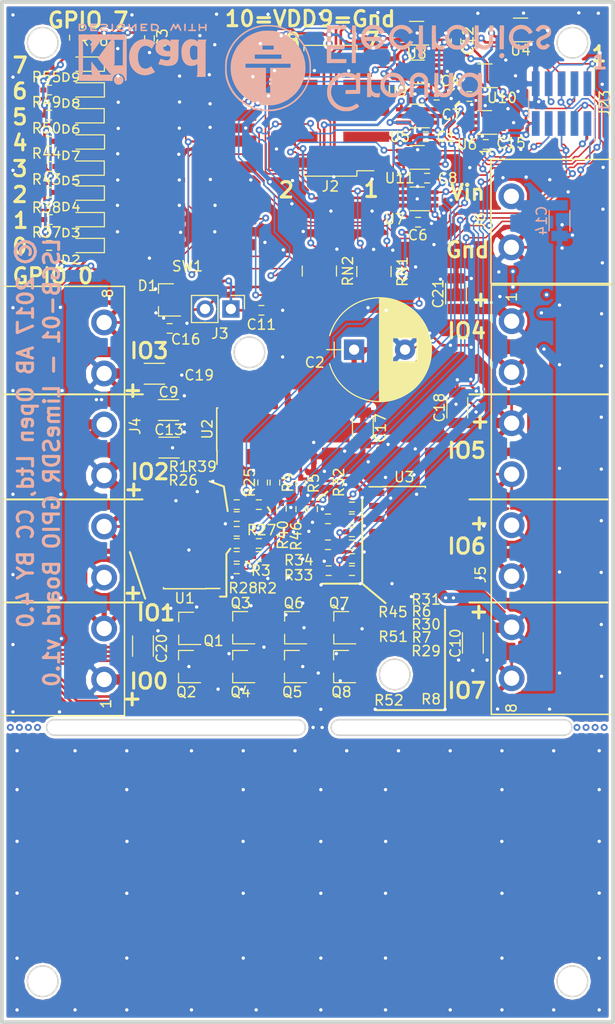
<source format=kicad_pcb>
(kicad_pcb (version 4) (host pcbnew 4.0.7-e2-6376~58~ubuntu16.04.1)
  (layers (0 F.Cu signal) (31 B.Cu signal) (34 B.Paste user hide) (35 F.Paste user hide) (36 B.SilkS user hide) (37 F.SilkS user) (38 B.Mask user hide) (39 F.Mask user hide) (44 Edge.Cuts user))
  (net 0 "")
  (net 1 +3V3)
  (net 2 GND)
  (net 3 VCOM)
  (net 4 VDDA)
  (net 5 "Net-(D2-Pad2)")
  (net 6 "Net-(D2-Pad1)")
  (net 7 "Net-(D3-Pad2)")
  (net 8 "Net-(D3-Pad1)")
  (net 9 "Net-(D4-Pad2)")
  (net 10 "Net-(D4-Pad1)")
  (net 11 "Net-(D5-Pad2)")
  (net 12 "Net-(D5-Pad1)")
  (net 13 "Net-(D6-Pad2)")
  (net 14 "Net-(D6-Pad1)")
  (net 15 "Net-(D7-Pad2)")
  (net 16 "Net-(D7-Pad1)")
  (net 17 "Net-(D8-Pad2)")
  (net 18 "Net-(D8-Pad1)")
  (net 19 "Net-(D9-Pad2)")
  (net 20 "Net-(D9-Pad1)")
  (net 21 GPIO0)
  (net 22 GPIO1)
  (net 23 GPIO2)
  (net 24 GPIO3)
  (net 25 GPIO4)
  (net 26 GPIO5)
  (net 27 GPIO6)
  (net 28 GPIO7)
  (net 29 GPIO0_LS)
  (net 30 GPIO1_LS)
  (net 31 GPIO2_LS)
  (net 32 GPIO3_LS)
  (net 33 GPIO4_LS)
  (net 34 GPIO5_LS)
  (net 35 GPIO6_LS)
  (net 36 GPIO7_LS)
  (net 37 RELAY_3)
  (net 38 RELAY_2)
  (net 39 RELAY_1)
  (net 40 RELAY_0)
  (net 41 RELAY_7)
  (net 42 RELAY_6)
  (net 43 RELAY_5)
  (net 44 RELAY_4)
  (net 45 "Net-(R1-Pad1)")
  (net 46 "Net-(R2-Pad1)")
  (net 47 "Net-(R3-Pad1)")
  (net 48 "Net-(R4-Pad1)")
  (net 49 "Net-(R5-Pad1)")
  (net 50 "Net-(R6-Pad1)")
  (net 51 "Net-(R7-Pad1)")
  (net 52 DIR_GPIO1)
  (net 53 DIR_GPIO3)
  (net 54 DIR_GPIO5)
  (net 55 DIR_GPIO7)
  (net 56 DIR_GPIO0)
  (net 57 DIR_GPIO2)
  (net 58 DIR_GPIO4)
  (net 59 DIR_GPIO6)
  (net 60 "Net-(R8-Pad1)")
  (net 61 "Net-(Q1-Pad1)")
  (net 62 "Net-(Q2-Pad1)")
  (net 63 "Net-(Q3-Pad1)")
  (net 64 "Net-(Q4-Pad1)")
  (net 65 "Net-(Q5-Pad1)")
  (net 66 "Net-(Q6-Pad1)")
  (net 67 "Net-(Q7-Pad1)")
  (net 68 "Net-(Q8-Pad1)")
  (module Housings_SOIC:SOIC-16_3.9x9.9mm_Pitch1.27mm (layer F.Cu) (at 138.365 85.31 90)
    (fp_text reference U2 (at 0 -6 90) (layer F.SilkS))
    (fp_text value ULN2003A hide)
    (pad 1 smd rect (at -2.7 -4.445 90) (size 1.5 0.6) (layers F.Cu F.Paste F.Mask) (net 45 "Net-(R1-Pad1)"))
    (pad 2 smd rect (at -2.7 -3.175 90) (size 1.5 0.6) (layers F.Cu F.Paste F.Mask) (net 45 "Net-(R1-Pad1)"))
    (pad 3 smd rect (at -2.7 -1.905 90) (size 1.5 0.6) (layers F.Cu F.Paste F.Mask) (net 48 "Net-(R4-Pad1)"))
    (pad 4 smd rect (at -2.7 -0.635 90) (size 1.5 0.6) (layers F.Cu F.Paste F.Mask) (net 48 "Net-(R4-Pad1)"))
    (pad 5 smd rect (at -2.7 0.635 90) (size 1.5 0.6) (layers F.Cu F.Paste F.Mask) (net 48 "Net-(R4-Pad1)"))
    (pad 6 smd rect (at -2.7 1.905 90) (size 1.5 0.6) (layers F.Cu F.Paste F.Mask) (net 49 "Net-(R5-Pad1)"))
    (pad 7 smd rect (at -2.7 3.175 90) (size 1.5 0.6) (layers F.Cu F.Paste F.Mask) (net 49 "Net-(R5-Pad1)"))
    (pad 8 smd rect (at -2.7 4.445 90) (size 1.5 0.6) (layers F.Cu F.Paste F.Mask) (net 2 GND))
    (pad 9 smd rect (at 2.7 4.445 90) (size 1.5 0.6) (layers F.Cu F.Paste F.Mask) (net 3 VCOM))
    (pad 10 smd rect (at 2.7 3.175 90) (size 1.5 0.6) (layers F.Cu F.Paste F.Mask) (net 44 RELAY_4))
    (pad 11 smd rect (at 2.7 1.905 90) (size 1.5 0.6) (layers F.Cu F.Paste F.Mask) (net 44 RELAY_4))
    (pad 12 smd rect (at 2.7 0.635 90) (size 1.5 0.6) (layers F.Cu F.Paste F.Mask) (net 37 RELAY_3))
    (pad 13 smd rect (at 2.7 -0.635 90) (size 1.5 0.6) (layers F.Cu F.Paste F.Mask) (net 37 RELAY_3))
    (pad 14 smd rect (at 2.7 -1.905 90) (size 1.5 0.6) (layers F.Cu F.Paste F.Mask) (net 37 RELAY_3))
    (pad 15 smd rect (at 2.7 -3.175 90) (size 1.5 0.6) (layers F.Cu F.Paste F.Mask) (net 38 RELAY_2))
    (pad 16 smd rect (at 2.7 -4.445 90) (size 1.5 0.6) (layers F.Cu F.Paste F.Mask) (net 38 RELAY_2))
  )
  (module Housings_SOIC:SOIC-16_3.9x9.9mm_Pitch1.27mm (layer F.Cu) (at 151.7 96.011)
    (fp_text reference U3 (at 0 -6) (layer F.SilkS))
    (fp_text value ULN2003A hide)
    (pad 1 smd rect (at -2.7 -4.445) (size 1.5 0.6) (layers F.Cu F.Paste F.Mask) (net 49 "Net-(R5-Pad1)"))
    (pad 2 smd rect (at -2.7 -3.175) (size 1.5 0.6) (layers F.Cu F.Paste F.Mask) (net 50 "Net-(R6-Pad1)"))
    (pad 3 smd rect (at -2.7 -1.905) (size 1.5 0.6) (layers F.Cu F.Paste F.Mask) (net 50 "Net-(R6-Pad1)"))
    (pad 4 smd rect (at -2.7 -0.635) (size 1.5 0.6) (layers F.Cu F.Paste F.Mask) (net 51 "Net-(R7-Pad1)"))
    (pad 5 smd rect (at -2.7 0.635) (size 1.5 0.6) (layers F.Cu F.Paste F.Mask) (net 51 "Net-(R7-Pad1)"))
    (pad 6 smd rect (at -2.7 1.905) (size 1.5 0.6) (layers F.Cu F.Paste F.Mask) (net 60 "Net-(R8-Pad1)"))
    (pad 7 smd rect (at -2.7 3.175) (size 1.5 0.6) (layers F.Cu F.Paste F.Mask) (net 60 "Net-(R8-Pad1)"))
    (pad 8 smd rect (at -2.7 4.445) (size 1.5 0.6) (layers F.Cu F.Paste F.Mask) (net 2 GND))
    (pad 9 smd rect (at 2.7 4.445) (size 1.5 0.6) (layers F.Cu F.Paste F.Mask) (net 3 VCOM))
    (pad 10 smd rect (at 2.7 3.175) (size 1.5 0.6) (layers F.Cu F.Paste F.Mask) (net 41 RELAY_7))
    (pad 11 smd rect (at 2.7 1.905) (size 1.5 0.6) (layers F.Cu F.Paste F.Mask) (net 41 RELAY_7))
    (pad 12 smd rect (at 2.7 0.635) (size 1.5 0.6) (layers F.Cu F.Paste F.Mask) (net 42 RELAY_6))
    (pad 13 smd rect (at 2.7 -0.635) (size 1.5 0.6) (layers F.Cu F.Paste F.Mask) (net 42 RELAY_6))
    (pad 14 smd rect (at 2.7 -1.905) (size 1.5 0.6) (layers F.Cu F.Paste F.Mask) (net 43 RELAY_5))
    (pad 15 smd rect (at 2.7 -3.175) (size 1.5 0.6) (layers F.Cu F.Paste F.Mask) (net 43 RELAY_5))
    (pad 16 smd rect (at 2.7 -4.445) (size 1.5 0.6) (layers F.Cu F.Paste F.Mask) (net 44 RELAY_4))
  )
  (module Housings_SOIC:SOIC-16_3.9x9.9mm_Pitch1.27mm (layer F.Cu) (at 130.143 95.884 180)
    (fp_text reference U1 (at 0 -6 180) (layer F.SilkS))
    (fp_text value ULN2003A hide)
    (pad 1 smd rect (at -2.7 -4.445 180) (size 1.5 0.6) (layers F.Cu F.Paste F.Mask) (net 46 "Net-(R2-Pad1)"))
    (pad 2 smd rect (at -2.7 -3.175 180) (size 1.5 0.6) (layers F.Cu F.Paste F.Mask) (net 46 "Net-(R2-Pad1)"))
    (pad 3 smd rect (at -2.7 -1.905 180) (size 1.5 0.6) (layers F.Cu F.Paste F.Mask) (net 46 "Net-(R2-Pad1)"))
    (pad 4 smd rect (at -2.7 -0.635 180) (size 1.5 0.6) (layers F.Cu F.Paste F.Mask) (net 47 "Net-(R3-Pad1)"))
    (pad 5 smd rect (at -2.7 0.635 180) (size 1.5 0.6) (layers F.Cu F.Paste F.Mask) (net 47 "Net-(R3-Pad1)"))
    (pad 6 smd rect (at -2.7 1.905 180) (size 1.5 0.6) (layers F.Cu F.Paste F.Mask) (net 47 "Net-(R3-Pad1)"))
    (pad 7 smd rect (at -2.7 3.175 180) (size 1.5 0.6) (layers F.Cu F.Paste F.Mask) (net 45 "Net-(R1-Pad1)"))
    (pad 8 smd rect (at -2.7 4.445 180) (size 1.5 0.6) (layers F.Cu F.Paste F.Mask) (net 2 GND))
    (pad 9 smd rect (at 2.7 4.445 180) (size 1.5 0.6) (layers F.Cu F.Paste F.Mask) (net 3 VCOM))
    (pad 10 smd rect (at 2.7 3.175 180) (size 1.5 0.6) (layers F.Cu F.Paste F.Mask) (net 38 RELAY_2))
    (pad 11 smd rect (at 2.7 1.905 180) (size 1.5 0.6) (layers F.Cu F.Paste F.Mask) (net 39 RELAY_1))
    (pad 12 smd rect (at 2.7 0.635 180) (size 1.5 0.6) (layers F.Cu F.Paste F.Mask) (net 39 RELAY_1))
    (pad 13 smd rect (at 2.7 -0.635 180) (size 1.5 0.6) (layers F.Cu F.Paste F.Mask) (net 39 RELAY_1))
    (pad 14 smd rect (at 2.7 -1.905 180) (size 1.5 0.6) (layers F.Cu F.Paste F.Mask) (net 40 RELAY_0))
    (pad 15 smd rect (at 2.7 -3.175 180) (size 1.5 0.6) (layers F.Cu F.Paste F.Mask) (net 40 RELAY_0))
    (pad 16 smd rect (at 2.7 -4.445 180) (size 1.5 0.6) (layers F.Cu F.Paste F.Mask) (net 40 RELAY_0))
  )
  (module Pin_Headers:Pin_Header_Straight_2x05_Pitch1.27mm_SMD (layer B.Cu) (at 167.147 53.4076 90)
    (fp_text reference J1 (at 0 4.235 90) (layer B.SilkS) (effects (justify mirror)))
    (fp_text value CONN_02X05)
    (pad 2 smd rect (at -1.95 2.54 90) (size 2.4 0.75) (layers B.Cu B.Paste B.Mask) (net 22 GPIO1))
    (pad 1 smd rect (at 1.95 2.54 90) (size 2.4 0.75) (layers B.Cu B.Paste B.Mask) (net 21 GPIO0))
    (pad 4 smd rect (at -1.95 1.27 90) (size 2.4 0.75) (layers B.Cu B.Paste B.Mask) (net 24 GPIO3))
    (pad 3 smd rect (at 1.95 1.27 90) (size 2.4 0.75) (layers B.Cu B.Paste B.Mask) (net 23 GPIO2))
    (pad 6 smd rect (at -1.95 0 90) (size 2.4 0.75) (layers B.Cu B.Paste B.Mask) (net 26 GPIO5))
    (pad 5 smd rect (at 1.95 0 90) (size 2.4 0.75) (layers B.Cu B.Paste B.Mask) (net 25 GPIO4))
    (pad 8 smd rect (at -1.95 -1.27 90) (size 2.4 0.75) (layers B.Cu B.Paste B.Mask) (net 28 GPIO7))
    (pad 7 smd rect (at 1.95 -1.27 90) (size 2.4 0.75) (layers B.Cu B.Paste B.Mask) (net 27 GPIO6))
    (pad 10 smd rect (at -1.95 -2.54 90) (size 2.4 0.75) (layers B.Cu B.Paste B.Mask) (net 1 +3V3))
    (pad 9 smd rect (at 1.95 -2.54 90) (size 2.4 0.75) (layers B.Cu B.Paste B.Mask) (net 2 GND))
  )
  (module Pin_Headers:Pin_Header_Straight_2x05_Pitch2.54mm_SMD (layer F.Cu) (at 144.4498 54.101 180)
    (fp_text reference J2 (at 0 -7.41 180) (layer F.SilkS))
    (fp_text value CONN_02X05 hide)
    (pad 1 smd rect (at -3.52 -5.08 180) (size 4.5 1) (layers F.Cu F.Paste F.Mask) (net 29 GPIO0_LS))
    (pad 2 smd rect (at 3.52 -5.08 180) (size 4.5 1) (layers F.Cu F.Paste F.Mask) (net 30 GPIO1_LS))
    (pad 3 smd rect (at -3.52 -2.54 180) (size 4.5 1) (layers F.Cu F.Paste F.Mask) (net 31 GPIO2_LS))
    (pad 4 smd rect (at 3.52 -2.54 180) (size 4.5 1) (layers F.Cu F.Paste F.Mask) (net 32 GPIO3_LS))
    (pad 5 smd rect (at -3.52 0 180) (size 4.5 1) (layers F.Cu F.Paste F.Mask) (net 33 GPIO4_LS))
    (pad 6 smd rect (at 3.52 0 180) (size 4.5 1) (layers F.Cu F.Paste F.Mask) (net 34 GPIO5_LS))
    (pad 7 smd rect (at -3.52 2.54 180) (size 4.5 1) (layers F.Cu F.Paste F.Mask) (net 35 GPIO6_LS))
    (pad 8 smd rect (at 3.52 2.54 180) (size 4.5 1) (layers F.Cu F.Paste F.Mask) (net 36 GPIO7_LS))
    (pad 9 smd rect (at -3.52 5.08 180) (size 4.5 1) (layers F.Cu F.Paste F.Mask) (net 2 GND))
    (pad 10 smd rect (at 3.52 5.08 180) (size 4.5 1) (layers F.Cu F.Paste F.Mask) (net 4 VDDA))
  )
  (module Symbols:KiCad-Logo2_6mm_SilkScreen (layer F.Cu) (at 126.0094 48.5648)
    (fp_text reference REF*** hide)
    (fp_text value KiCad-Logo2_6mm_SilkScreen hide)
  )
  (module Test:Kicad_GND_Electronics_black (layer F.Cu) (at 150.114 49.911)
    (fp_text reference G*** hide)
    (fp_text value LOGO hide)
  )
  (module Fiducials:Fiducial_1mm_Dia_2.54mm_Outer_CopperTop (layer F.Cu) (at 114.935 111.3536)
    (fp_text reference REF** hide)
    (fp_text value Fiducial_1mm_Dia_2.54mm_Outer_CopperTop hide)
    (pad ~ smd circle (at 0 0) (size 1 1) (layers F.Cu F.Mask) (clearance 0.77))
  )
  (module Fiducials:Fiducial_1mm_Dia_2.54mm_Outer_CopperTop (layer F.Cu) (at 168.4655 68.9356)
    (fp_text reference REF** hide)
    (fp_text value Fiducial_1mm_Dia_2.54mm_Outer_CopperTop hide)
    (pad ~ smd circle (at 0 0) (size 1 1) (layers F.Cu F.Mask) (clearance 0.77))
  )
  (module KiCad:RS_189_6060_R (layer F.Cu) (at 122.236 92.38 270)
    (fp_text reference J4 (at -7.366 -3.048 270) (layer F.SilkS))
    (fp_text value Screw_Terminal_1x08 hide)
    (fp_text user 8 (at -20.371 -0.36218 270) (layer F.SilkS))
    (fp_text user 1 (at 19.8499 -0.18438 270) (layer F.SilkS))
    (pad 8 thru_hole circle (at -17.526 0 270) (size 2.54 2.54) (drill 1.5) (layers *.Cu *.Mask) (net 37 RELAY_3))
    (pad 7 thru_hole circle (at -12.526 0 270) (size 2.54 2.54) (drill 1.5) (layers *.Cu *.Mask) (net 3 VCOM))
    (pad 6 thru_hole circle (at -7.526 0 270) (size 2.54 2.54) (drill 1.5) (layers *.Cu *.Mask) (net 38 RELAY_2))
    (pad 5 thru_hole circle (at -2.526 0 270) (size 2.54 2.54) (drill 1.5) (layers *.Cu *.Mask) (net 3 VCOM))
    (pad 4 thru_hole circle (at 2.474 0 270) (size 2.54 2.54) (drill 1.5) (layers *.Cu *.Mask) (net 39 RELAY_1))
    (pad 3 thru_hole circle (at 7.474 0 270) (size 2.54 2.54) (drill 1.5) (layers *.Cu *.Mask) (net 3 VCOM))
    (pad 2 thru_hole circle (at 12.474 0 270) (size 2.54 2.54) (drill 1.5) (layers *.Cu *.Mask) (net 40 RELAY_0))
    (pad 1 thru_hole circle (at 17.474 0 270) (size 2.54 2.54) (drill 1.5) (layers *.Cu *.Mask) (net 3 VCOM))
  )
  (module KiCad:RS_189_6060_R (layer F.Cu) (at 162.241 92.201 90)
    (fp_text reference J5 (at -7.366 -3.048 90) (layer F.SilkS))
    (fp_text value Screw_Terminal_1x08 hide)
    (fp_text user 8 (at -20.45308 -0.01882 90) (layer F.SilkS))
    (fp_text user 1 (at 19.84402 0.0015 90) (layer F.SilkS))
    (pad 8 thru_hole circle (at -17.526 0 90) (size 2.54 2.54) (drill 1.5) (layers *.Cu *.Mask) (net 41 RELAY_7))
    (pad 7 thru_hole circle (at -12.526 0 90) (size 2.54 2.54) (drill 1.5) (layers *.Cu *.Mask) (net 3 VCOM))
    (pad 6 thru_hole circle (at -7.526 0 90) (size 2.54 2.54) (drill 1.5) (layers *.Cu *.Mask) (net 42 RELAY_6))
    (pad 5 thru_hole circle (at -2.526 0 90) (size 2.54 2.54) (drill 1.5) (layers *.Cu *.Mask) (net 3 VCOM))
    (pad 4 thru_hole circle (at 2.474 0 90) (size 2.54 2.54) (drill 1.5) (layers *.Cu *.Mask) (net 43 RELAY_5))
    (pad 3 thru_hole circle (at 7.474 0 90) (size 2.54 2.54) (drill 1.5) (layers *.Cu *.Mask) (net 3 VCOM))
    (pad 2 thru_hole circle (at 12.474 0 90) (size 2.54 2.54) (drill 1.5) (layers *.Cu *.Mask) (net 44 RELAY_4))
    (pad 1 thru_hole circle (at 17.474 0 90) (size 2.54 2.54) (drill 1.5) (layers *.Cu *.Mask) (net 3 VCOM))
  )
  (module TO_SOT_Packages_SMD:SOT-363_SC-70-6_Handsoldering (layer F.Cu) (at 152.97 62.737 180)
    (fp_text reference U7 (at 2.221 -2 180) (layer F.SilkS))
    (fp_text value 74LVC1T45 hide)
    (pad 1 smd rect (at -1.33 -0.65 180) (size 1.5 0.4) (layers F.Cu F.Paste F.Mask) (net 1 +3V3))
    (pad 2 smd rect (at -1.33 0 180) (size 1.5 0.4) (layers F.Cu F.Paste F.Mask) (net 2 GND))
    (pad 3 smd rect (at -1.33 0.65 180) (size 1.5 0.4) (layers F.Cu F.Paste F.Mask) (net 24 GPIO3))
    (pad 4 smd rect (at 1.33 0.65 180) (size 1.5 0.4) (layers F.Cu F.Paste F.Mask) (net 32 GPIO3_LS))
    (pad 5 smd rect (at 1.33 0 180) (size 1.5 0.4) (layers F.Cu F.Paste F.Mask) (net 53 DIR_GPIO3))
    (pad 6 smd rect (at 1.33 -0.65 180) (size 1.5 0.4) (layers F.Cu F.Paste F.Mask) (net 4 VDDA))
  )
  (module Capacitors_SMD:C_0402 (layer F.Cu) (at 153.817 56.641 180)
    (fp_text reference C1 (at -2.012 -0.001 180) (layer F.SilkS))
    (fp_text value "1uF 16V 0402" hide)
    (pad 1 smd rect (at -0.55 0 180) (size 0.6 0.5) (layers F.Cu F.Paste F.Mask) (net 1 +3V3))
    (pad 2 smd rect (at 0.55 0 180) (size 0.6 0.5) (layers F.Cu F.Paste F.Mask) (net 2 GND))
  )
  (module Capacitors_SMD:C_0402 (layer F.Cu) (at 126.681 46.989 270)
    (fp_text reference C3 (at 0 -1.27 270) (layer F.SilkS))
    (fp_text value "1uF 16V 0402" hide)
    (pad 1 smd rect (at -0.55 0 270) (size 0.6 0.5) (layers F.Cu F.Paste F.Mask) (net 4 VDDA))
    (pad 2 smd rect (at 0.55 0 270) (size 0.6 0.5) (layers F.Cu F.Paste F.Mask) (net 2 GND))
  )
  (module Capacitors_SMD:C_0402 (layer F.Cu) (at 154.875 52.577)
    (fp_text reference C4 (at 1.335 -1.396) (layer F.SilkS))
    (fp_text value "1uF 16V 0402" hide)
    (pad 1 smd rect (at -0.55 0) (size 0.6 0.5) (layers F.Cu F.Paste F.Mask) (net 1 +3V3))
    (pad 2 smd rect (at 0.55 0) (size 0.6 0.5) (layers F.Cu F.Paste F.Mask) (net 2 GND))
  )
  (module Capacitors_SMD:C_0402 (layer F.Cu) (at 153.055 65.023)
    (fp_text reference C6 (at -0.02 1.271) (layer F.SilkS))
    (fp_text value "1uF 16V 0402" hide)
    (pad 1 smd rect (at -0.55 0) (size 0.6 0.5) (layers F.Cu F.Paste F.Mask) (net 4 VDDA))
    (pad 2 smd rect (at 0.55 0) (size 0.6 0.5) (layers F.Cu F.Paste F.Mask) (net 2 GND))
  )
  (module Capacitors_SMD:C_0402 (layer F.Cu) (at 158.092 52.704 180)
    (fp_text reference C7 (at 1.755 -1.779 180) (layer F.SilkS))
    (fp_text value "1uF 16V 0402" hide)
    (pad 1 smd rect (at -0.55 0 180) (size 0.6 0.5) (layers F.Cu F.Paste F.Mask) (net 4 VDDA))
    (pad 2 smd rect (at 0.55 0 180) (size 0.6 0.5) (layers F.Cu F.Paste F.Mask) (net 2 GND))
  )
  (module Capacitors_SMD:C_0402 (layer F.Cu) (at 153.944 60.705 180)
    (fp_text reference C8 (at -2.012 -0.001 180) (layer F.SilkS))
    (fp_text value "1uF 16V 0402" hide)
    (pad 1 smd rect (at -0.55 0 180) (size 0.6 0.5) (layers F.Cu F.Paste F.Mask) (net 1 +3V3))
    (pad 2 smd rect (at 0.55 0 180) (size 0.6 0.5) (layers F.Cu F.Paste F.Mask) (net 2 GND))
  )
  (module Capacitors_SMD:C_1206 (layer F.Cu) (at 128.562 83.438)
    (fp_text reference C9 (at 0 -1.75) (layer F.SilkS))
    (fp_text value "100nF 1206 50V" hide)
    (pad 1 smd rect (at -1.5 0) (size 1 1.6) (layers F.Cu F.Paste F.Mask) (net 3 VCOM))
    (pad 2 smd rect (at 1.5 0) (size 1 1.6) (layers F.Cu F.Paste F.Mask) (net 2 GND))
  )
  (module Capacitors_SMD:C_1206 (layer F.Cu) (at 158.431 106.274 270)
    (fp_text reference C10 (at 0.025 1.713 270) (layer F.SilkS))
    (fp_text value "100nF 1206 50V" hide)
    (pad 1 smd rect (at -1.5 0 270) (size 1 1.6) (layers F.Cu F.Paste F.Mask) (net 3 VCOM))
    (pad 2 smd rect (at 1.5 0 270) (size 1 1.6) (layers F.Cu F.Paste F.Mask) (net 2 GND))
  )
  (module Capacitors_SMD:C_0402 (layer F.Cu) (at 137.668 73.66)
    (fp_text reference C11 (at 0 1.397) (layer F.SilkS))
    (fp_text value "1uF 16V 0402" hide)
    (pad 1 smd rect (at -0.55 0) (size 0.6 0.5) (layers F.Cu F.Paste F.Mask) (net 4 VDDA))
    (pad 2 smd rect (at 0.55 0) (size 0.6 0.5) (layers F.Cu F.Paste F.Mask) (net 2 GND))
  )
  (module Capacitors_SMD:C_0402 (layer F.Cu) (at 156.78 47.285 90)
    (fp_text reference C12 (at 0.041 1.208 90) (layer F.SilkS))
    (fp_text value "1uF 16V 0402" hide)
    (pad 1 smd rect (at -0.55 0 90) (size 0.6 0.5) (layers F.Cu F.Paste F.Mask) (net 1 +3V3))
    (pad 2 smd rect (at 0.55 0 90) (size 0.6 0.5) (layers F.Cu F.Paste F.Mask) (net 2 GND))
  )
  (module Capacitors_SMD:C_1206 (layer F.Cu) (at 128.61 87.121)
    (fp_text reference C13 (at 0 -1.75) (layer F.SilkS))
    (fp_text value "100nF 1206 50V" hide)
    (pad 1 smd rect (at -1.5 0) (size 1 1.6) (layers F.Cu F.Paste F.Mask) (net 3 VCOM))
    (pad 2 smd rect (at 1.5 0) (size 1 1.6) (layers F.Cu F.Paste F.Mask) (net 2 GND))
  )
  (module Capacitors_SMD:C_1206 (layer B.Cu) (at 166.94 64.872 270)
    (fp_text reference C14 (at 0 1.75 270) (layer B.SilkS) (effects (justify mirror)))
    (fp_text value DNI)
    (pad 1 smd rect (at -1.5 0 270) (size 1 1.6) (layers B.Cu B.Paste B.Mask) (net 3 VCOM))
    (pad 2 smd rect (at 1.5 0 270) (size 1 1.6) (layers B.Cu B.Paste B.Mask) (net 2 GND))
  )
  (module Capacitors_SMD:C_0402 (layer F.Cu) (at 159.701 57.403)
    (fp_text reference C15 (at 2.478 -0.126) (layer F.SilkS))
    (fp_text value "1uF 16V 0402" hide)
    (pad 1 smd rect (at -0.55 0) (size 0.6 0.5) (layers F.Cu F.Paste F.Mask) (net 4 VDDA))
    (pad 2 smd rect (at 0.55 0) (size 0.6 0.5) (layers F.Cu F.Paste F.Mask) (net 2 GND))
  )
  (module Capacitors_SMD:C_0402 (layer F.Cu) (at 128.671 75.437 180)
    (fp_text reference C16 (at -1.57512 -1.07034 180) (layer F.SilkS))
    (fp_text value "1uF 16V 0402" hide)
    (pad 1 smd rect (at -0.55 0 180) (size 0.6 0.5) (layers F.Cu F.Paste F.Mask) (net 1 +3V3))
    (pad 2 smd rect (at 0.55 0 180) (size 0.6 0.5) (layers F.Cu F.Paste F.Mask) (net 2 GND))
  )
  (module Capacitors_SMD:C_1206 (layer F.Cu) (at 147.636 85.192 270)
    (fp_text reference C17 (at 0 -1.75 270) (layer F.SilkS))
    (fp_text value "100nF 1206 50V" hide)
    (pad 1 smd rect (at -1.5 0 270) (size 1 1.6) (layers F.Cu F.Paste F.Mask) (net 3 VCOM))
    (pad 2 smd rect (at 1.5 0 270) (size 1 1.6) (layers F.Cu F.Paste F.Mask) (net 2 GND))
  )
  (module Capacitors_SMD:C_1206 (layer F.Cu) (at 156.907 83.208 90)
    (fp_text reference C18 (at 0 -1.75 90) (layer F.SilkS))
    (fp_text value "100nF 1206 50V" hide)
    (pad 1 smd rect (at -1.5 0 90) (size 1 1.6) (layers F.Cu F.Paste F.Mask) (net 3 VCOM))
    (pad 2 smd rect (at 1.5 0 90) (size 1 1.6) (layers F.Cu F.Paste F.Mask) (net 2 GND))
  )
  (module Capacitors_SMD:C_1206 (layer F.Cu) (at 127.165 79.882)
    (fp_text reference C19 (at 4.39938 0.1407) (layer F.SilkS))
    (fp_text value "100nF 1206 50V" hide)
    (pad 1 smd rect (at -1.5 0) (size 1 1.6) (layers F.Cu F.Paste F.Mask) (net 3 VCOM))
    (pad 2 smd rect (at 1.5 0) (size 1 1.6) (layers F.Cu F.Paste F.Mask) (net 2 GND))
  )
  (module Capacitors_SMD:C_1206 (layer F.Cu) (at 126.046 106.576 90)
    (fp_text reference C20 (at -0.231 1.843 90) (layer F.SilkS))
    (fp_text value "100nF 1206 50V" hide)
    (pad 1 smd rect (at -1.5 0 90) (size 1 1.6) (layers F.Cu F.Paste F.Mask) (net 3 VCOM))
    (pad 2 smd rect (at 1.5 0 90) (size 1 1.6) (layers F.Cu F.Paste F.Mask) (net 2 GND))
  )
  (module Capacitors_SMD:C_1206 (layer F.Cu) (at 156.78 72.032 90)
    (fp_text reference C21 (at 0 -1.75 90) (layer F.SilkS))
    (fp_text value "100nF 1206 50V" hide)
    (pad 1 smd rect (at -1.5 0 90) (size 1 1.6) (layers F.Cu F.Paste F.Mask) (net 3 VCOM))
    (pad 2 smd rect (at 1.5 0 90) (size 1 1.6) (layers F.Cu F.Paste F.Mask) (net 2 GND))
  )
  (module TO_SOT_Packages_SMD:SOT-23 (layer F.Cu) (at 128.332 72.643 180)
    (fp_text reference D1 (at 1.84 1.396 180) (layer F.SilkS))
    (fp_text value GS0T03C_SOT23 hide)
    (pad 1 smd rect (at -1 -0.95 180) (size 0.9 0.8) (layers F.Cu F.Paste F.Mask) (net 1 +3V3))
    (pad 2 smd rect (at -1 0.95 180) (size 0.9 0.8) (layers F.Cu F.Paste F.Mask) (net 1 +3V3))
    (pad 3 smd rect (at 1 0 180) (size 0.9 0.8) (layers F.Cu F.Paste F.Mask) (net 2 GND))
  )
  (module LEDs:LED_0805 (layer F.Cu) (at 120.458 67.308996 180)
    (fp_text reference D2 (at 1.50472 -1.390384 180) (layer F.SilkS) (effects (font (size 0.8 1))))
    (fp_text value LED hide)
    (pad 2 smd rect (at 1.1 0) (size 1.2 1.2) (layers F.Cu F.Paste F.Mask) (net 5 "Net-(D2-Pad2)"))
    (pad 1 smd rect (at -1.1 0) (size 1.2 1.2) (layers F.Cu F.Paste F.Mask) (net 6 "Net-(D2-Pad1)"))
  )
  (module LEDs:LED_0805 (layer F.Cu) (at 120.458 64.771718 180)
    (fp_text reference D3 (at 1.50472 -1.314002 180) (layer F.SilkS) (effects (font (size 0.8 1))))
    (fp_text value LED hide)
    (pad 2 smd rect (at 1.1 0) (size 1.2 1.2) (layers F.Cu F.Paste F.Mask) (net 7 "Net-(D3-Pad2)"))
    (pad 1 smd rect (at -1.1 0) (size 1.2 1.2) (layers F.Cu F.Paste F.Mask) (net 8 "Net-(D3-Pad1)"))
  )
  (module LEDs:LED_0805 (layer F.Cu) (at 120.458 62.17094 180)
    (fp_text reference D4 (at 1.50472 -1.35954 180) (layer F.SilkS) (effects (font (size 0.8 1))))
    (fp_text value LED hide)
    (pad 2 smd rect (at 1.1 0) (size 1.2 1.2) (layers F.Cu F.Paste F.Mask) (net 9 "Net-(D4-Pad2)"))
    (pad 1 smd rect (at -1.1 0) (size 1.2 1.2) (layers F.Cu F.Paste F.Mask) (net 10 "Net-(D4-Pad1)"))
  )
  (module LEDs:LED_0805 (layer F.Cu) (at 120.44934 59.723062 180)
    (fp_text reference D5 (at 1.49606 -1.249638 180) (layer F.SilkS) (effects (font (size 0.8 1))))
    (fp_text value LED hide)
    (pad 2 smd rect (at 1.1 0) (size 1.2 1.2) (layers F.Cu F.Paste F.Mask) (net 11 "Net-(D5-Pad2)"))
    (pad 1 smd rect (at -1.1 0) (size 1.2 1.2) (layers F.Cu F.Paste F.Mask) (net 12 "Net-(D5-Pad1)"))
  )
  (module LEDs:LED_0805 (layer F.Cu) (at 120.44172 54.592626 180)
    (fp_text reference D6 (at 1.48844 -1.33096 180) (layer F.SilkS) (effects (font (size 0.8 1))))
    (fp_text value LED hide)
    (pad 2 smd rect (at 1.1 0) (size 1.2 1.2) (layers F.Cu F.Paste F.Mask) (net 13 "Net-(D6-Pad2)"))
    (pad 1 smd rect (at -1.1 0) (size 1.2 1.2) (layers F.Cu F.Paste F.Mask) (net 14 "Net-(D6-Pad1)"))
  )
  (module LEDs:LED_0805 (layer F.Cu) (at 120.4722 57.159884 180)
    (fp_text reference D7 (at 1.51892 -1.343936 180) (layer F.SilkS) (effects (font (size 0.8 1))))
    (fp_text value LED hide)
    (pad 2 smd rect (at 1.11778 0) (size 1.2 1.2) (layers F.Cu F.Paste F.Mask) (net 15 "Net-(D7-Pad2)"))
    (pad 1 smd rect (at -1.1 0) (size 1.2 1.2) (layers F.Cu F.Paste F.Mask) (net 16 "Net-(D7-Pad1)"))
  )
  (module LEDs:LED_0805 (layer F.Cu) (at 120.458 52.056118 180)
    (fp_text reference D8 (at 1.50472 -1.32942 180) (layer F.SilkS) (effects (font (size 0.8 1))))
    (fp_text value LED hide)
    (pad 2 smd rect (at 1.1 0) (size 1.2 1.2) (layers F.Cu F.Paste F.Mask) (net 17 "Net-(D8-Pad2)"))
    (pad 1 smd rect (at -1.1 0) (size 1.2 1.2) (layers F.Cu F.Paste F.Mask) (net 18 "Net-(D8-Pad1)"))
  )
  (module LEDs:LED_0805 (layer F.Cu) (at 120.458 49.529 180)
    (fp_text reference D9 (at 1.50472 -1.3091 180) (layer F.SilkS) (effects (font (size 0.8 1))))
    (fp_text value LED hide)
    (pad 2 smd rect (at 1.1 0) (size 1.2 1.2) (layers F.Cu F.Paste F.Mask) (net 19 "Net-(D9-Pad2)"))
    (pad 1 smd rect (at -1.1 0) (size 1.2 1.2) (layers F.Cu F.Paste F.Mask) (net 20 "Net-(D9-Pad1)"))
  )
  (module Pin_Headers:Pin_Header_Straight_1x02_Pitch2.54mm (layer F.Cu) (at 134.682 73.532 270)
    (fp_text reference J3 (at 2.414 1.078 360) (layer F.SilkS))
    (fp_text value CONN_01X02 hide)
    (pad 1 thru_hole rect (at 0 0 270) (size 1.7 1.7) (drill 1) (layers *.Cu *.Mask) (net 4 VDDA))
    (pad 2 thru_hole oval (at 0 2.54 270) (size 1.7 1.7) (drill 1) (layers *.Cu *.Mask) (net 1 +3V3))
  )
  (module KiCad:RS_189-6105_reversed (layer F.Cu) (at 162.2156 64.9468 90)
    (fp_text reference J6 (at 0.0498 -3.0846 90) (layer F.SilkS))
    (fp_text value Screw_Terminal_1x02 hide)
    (fp_text user 1 (at 6.858 -2.54 90) (layer F.SilkS))
    (pad 2 thru_hole circle (at -2.54 0 90) (size 2.54 2.54) (drill 1.5) (layers *.Cu *.Mask) (net 2 GND))
    (pad 1 thru_hole circle (at 2.46 0 90) (size 2.54 2.54) (drill 1.5) (layers *.Cu *.Mask) (net 3 VCOM))
  )
  (module KiCad:DIP_W7.40_Gull-Wing-J (layer F.Cu) (at 130.4148 57.3268 180)
    (fp_text reference SW1 (at 0 -12.0152 180) (layer F.SilkS))
    (fp_text value DIP_8_SW_IKD0803101 hide)
    (pad 1 smd rect (at -3.81 -9.906 180) (size 5.9 1.1) (layers F.Cu F.Paste F.Mask) (net 56 DIR_GPIO0))
    (pad 2 smd rect (at -3.81 -7.366 180) (size 5.9 1.1) (layers F.Cu F.Paste F.Mask) (net 52 DIR_GPIO1))
    (pad 3 smd rect (at -3.81 -4.826 180) (size 5.9 1.1) (layers F.Cu F.Paste F.Mask) (net 57 DIR_GPIO2))
    (pad 4 smd rect (at -3.81 -2.286 180) (size 5.9 1.1) (layers F.Cu F.Paste F.Mask) (net 53 DIR_GPIO3))
    (pad 5 smd rect (at -3.81 0.254 180) (size 5.9 1.1) (layers F.Cu F.Paste F.Mask) (net 58 DIR_GPIO4))
    (pad 6 smd rect (at -3.81 2.794 180) (size 5.9 1.1) (layers F.Cu F.Paste F.Mask) (net 54 DIR_GPIO5))
    (pad 7 smd rect (at -3.81 5.334 180) (size 5.9 1.1) (layers F.Cu F.Paste F.Mask) (net 59 DIR_GPIO6))
    (pad 8 smd rect (at -3.81 7.874 180) (size 5.9 1.1) (layers F.Cu F.Paste F.Mask) (net 55 DIR_GPIO7))
    (pad 9 smd rect (at 3.64 -9.906 180) (size 5.9 1.1) (layers F.Cu F.Paste F.Mask) (net 2 GND))
    (pad 10 smd rect (at 3.64 -7.366 180) (size 5.9 1.1) (layers F.Cu F.Paste F.Mask) (net 2 GND))
    (pad 11 smd rect (at 3.64 -4.826 180) (size 5.9 1.1) (layers F.Cu F.Paste F.Mask) (net 2 GND))
    (pad 12 smd rect (at 3.64 -2.286 180) (size 5.9 1.1) (layers F.Cu F.Paste F.Mask) (net 2 GND))
    (pad 13 smd rect (at 3.64 0.254 180) (size 5.9 1.1) (layers F.Cu F.Paste F.Mask) (net 2 GND))
    (pad 14 smd rect (at 3.64 2.794 180) (size 5.9 1.1) (layers F.Cu F.Paste F.Mask) (net 2 GND))
    (pad 15 smd rect (at 3.64 5.334 180) (size 5.9 1.1) (layers F.Cu F.Paste F.Mask) (net 2 GND))
    (pad 16 smd rect (at 3.64 7.874 180) (size 5.9 1.1) (layers F.Cu F.Paste F.Mask) (net 2 GND))
  )
  (module TO_SOT_Packages_SMD:SOT-363_SC-70-6_Handsoldering (layer F.Cu) (at 163.1188 46.1772 180)
    (fp_text reference U4 (at 0 -2 180) (layer F.SilkS))
    (fp_text value 74LVC1T45 hide)
    (pad 1 smd rect (at -1.33 -0.65 180) (size 1.5 0.4) (layers F.Cu F.Paste F.Mask) (net 1 +3V3))
    (pad 2 smd rect (at -1.33 0 180) (size 1.5 0.4) (layers F.Cu F.Paste F.Mask) (net 2 GND))
    (pad 3 smd rect (at -1.33 0.65 180) (size 1.5 0.4) (layers F.Cu F.Paste F.Mask) (net 21 GPIO0))
    (pad 4 smd rect (at 1.33 0.65 180) (size 1.5 0.4) (layers F.Cu F.Paste F.Mask) (net 29 GPIO0_LS))
    (pad 5 smd rect (at 1.33 0 180) (size 1.5 0.4) (layers F.Cu F.Paste F.Mask) (net 56 DIR_GPIO0))
    (pad 6 smd rect (at 1.33 -0.65 180) (size 1.5 0.4) (layers F.Cu F.Paste F.Mask) (net 4 VDDA))
  )
  (module TO_SOT_Packages_SMD:SOT-363_SC-70-6_Handsoldering (layer F.Cu) (at 152.97 54.609 180)
    (fp_text reference U5 (at 1.713 -2.033 180) (layer F.SilkS))
    (fp_text value 74LVC1T45 hide)
    (pad 1 smd rect (at -1.33 -0.65 180) (size 1.5 0.4) (layers F.Cu F.Paste F.Mask) (net 1 +3V3))
    (pad 2 smd rect (at -1.33 0 180) (size 1.5 0.4) (layers F.Cu F.Paste F.Mask) (net 2 GND))
    (pad 3 smd rect (at -1.33 0.65 180) (size 1.5 0.4) (layers F.Cu F.Paste F.Mask) (net 22 GPIO1))
    (pad 4 smd rect (at 1.33 0.65 180) (size 1.5 0.4) (layers F.Cu F.Paste F.Mask) (net 30 GPIO1_LS))
    (pad 5 smd rect (at 1.33 0 180) (size 1.5 0.4) (layers F.Cu F.Paste F.Mask) (net 52 DIR_GPIO1))
    (pad 6 smd rect (at 1.33 -0.65 180) (size 1.5 0.4) (layers F.Cu F.Paste F.Mask) (net 4 VDDA))
  )
  (module TO_SOT_Packages_SMD:SOT-363_SC-70-6_Handsoldering (layer F.Cu) (at 159.574 55.244 180)
    (fp_text reference U6 (at 1.713 -2.16 180) (layer F.SilkS))
    (fp_text value 74LVC1T45 hide)
    (pad 1 smd rect (at -1.33 -0.65 180) (size 1.5 0.4) (layers F.Cu F.Paste F.Mask) (net 1 +3V3))
    (pad 2 smd rect (at -1.33 0 180) (size 1.5 0.4) (layers F.Cu F.Paste F.Mask) (net 2 GND))
    (pad 3 smd rect (at -1.33 0.65 180) (size 1.5 0.4) (layers F.Cu F.Paste F.Mask) (net 23 GPIO2))
    (pad 4 smd rect (at 1.33 0.65 180) (size 1.5 0.4) (layers F.Cu F.Paste F.Mask) (net 31 GPIO2_LS))
    (pad 5 smd rect (at 1.33 0 180) (size 1.5 0.4) (layers F.Cu F.Paste F.Mask) (net 57 DIR_GPIO2))
    (pad 6 smd rect (at 1.33 -0.65 180) (size 1.5 0.4) (layers F.Cu F.Paste F.Mask) (net 4 VDDA))
  )
  (module TO_SOT_Packages_SMD:SOT-363_SC-70-6_Handsoldering (layer F.Cu) (at 152.91 46.496 180)
    (fp_text reference U8 (at 0 -2 180) (layer F.SilkS))
    (fp_text value 74LVC1T45 hide)
    (pad 1 smd rect (at -1.33 -0.65 180) (size 1.5 0.4) (layers F.Cu F.Paste F.Mask) (net 1 +3V3))
    (pad 2 smd rect (at -1.33 0 180) (size 1.5 0.4) (layers F.Cu F.Paste F.Mask) (net 2 GND))
    (pad 3 smd rect (at -1.33 0.65 180) (size 1.5 0.4) (layers F.Cu F.Paste F.Mask) (net 25 GPIO4))
    (pad 4 smd rect (at 1.33 0.65 180) (size 1.5 0.4) (layers F.Cu F.Paste F.Mask) (net 33 GPIO4_LS))
    (pad 5 smd rect (at 1.33 0 180) (size 1.5 0.4) (layers F.Cu F.Paste F.Mask) (net 58 DIR_GPIO4))
    (pad 6 smd rect (at 1.33 -0.65 180) (size 1.5 0.4) (layers F.Cu F.Paste F.Mask) (net 4 VDDA))
  )
  (module TO_SOT_Packages_SMD:SOT-363_SC-70-6_Handsoldering (layer F.Cu) (at 152.97 50.291 180)
    (fp_text reference U9 (at 1.967 -1.906 180) (layer F.SilkS))
    (fp_text value 74LVC1T45 hide)
    (pad 1 smd rect (at -1.33 -0.65 180) (size 1.5 0.4) (layers F.Cu F.Paste F.Mask) (net 1 +3V3))
    (pad 2 smd rect (at -1.33 0 180) (size 1.5 0.4) (layers F.Cu F.Paste F.Mask) (net 2 GND))
    (pad 3 smd rect (at -1.33 0.65 180) (size 1.5 0.4) (layers F.Cu F.Paste F.Mask) (net 26 GPIO5))
    (pad 4 smd rect (at 1.33 0.65 180) (size 1.5 0.4) (layers F.Cu F.Paste F.Mask) (net 34 GPIO5_LS))
    (pad 5 smd rect (at 1.33 0 180) (size 1.5 0.4) (layers F.Cu F.Paste F.Mask) (net 54 DIR_GPIO5))
    (pad 6 smd rect (at 1.33 -0.65 180) (size 1.5 0.4) (layers F.Cu F.Paste F.Mask) (net 4 VDDA))
  )
  (module TO_SOT_Packages_SMD:SOT-363_SC-70-6_Handsoldering (layer F.Cu) (at 159.634 50.672 180)
    (fp_text reference U10 (at -1.656 -2.16 180) (layer F.SilkS))
    (fp_text value 74LVC1T45 hide)
    (pad 1 smd rect (at -1.33 -0.65 180) (size 1.5 0.4) (layers F.Cu F.Paste F.Mask) (net 1 +3V3))
    (pad 2 smd rect (at -1.33 0 180) (size 1.5 0.4) (layers F.Cu F.Paste F.Mask) (net 2 GND))
    (pad 3 smd rect (at -1.33 0.65 180) (size 1.5 0.4) (layers F.Cu F.Paste F.Mask) (net 27 GPIO6))
    (pad 4 smd rect (at 1.33 0.65 180) (size 1.5 0.4) (layers F.Cu F.Paste F.Mask) (net 35 GPIO6_LS))
    (pad 5 smd rect (at 1.33 0 180) (size 1.5 0.4) (layers F.Cu F.Paste F.Mask) (net 59 DIR_GPIO6))
    (pad 6 smd rect (at 1.33 -0.65 180) (size 1.5 0.4) (layers F.Cu F.Paste F.Mask) (net 4 VDDA))
  )
  (module TO_SOT_Packages_SMD:SOT-363_SC-70-6_Handsoldering (layer F.Cu) (at 152.97 58.673 180)
    (fp_text reference U11 (at 1.713 -2.033 180) (layer F.SilkS))
    (fp_text value 74LVC1T45 hide)
    (pad 1 smd rect (at -1.33 -0.65 180) (size 1.5 0.4) (layers F.Cu F.Paste F.Mask) (net 1 +3V3))
    (pad 2 smd rect (at -1.33 0 180) (size 1.5 0.4) (layers F.Cu F.Paste F.Mask) (net 2 GND))
    (pad 3 smd rect (at -1.33 0.65 180) (size 1.5 0.4) (layers F.Cu F.Paste F.Mask) (net 28 GPIO7))
    (pad 4 smd rect (at 1.33 0.65 180) (size 1.5 0.4) (layers F.Cu F.Paste F.Mask) (net 36 GPIO7_LS))
    (pad 5 smd rect (at 1.33 0 180) (size 1.5 0.4) (layers F.Cu F.Paste F.Mask) (net 55 DIR_GPIO7))
    (pad 6 smd rect (at 1.33 -0.65 180) (size 1.5 0.4) (layers F.Cu F.Paste F.Mask) (net 4 VDDA))
  )
  (module TO_SOT_Packages_SMD:SOT-23 (layer F.Cu) (at 130.318 104.841 180)
    (fp_text reference Q1 (at -2.65354 -1.2167 180) (layer F.SilkS))
    (fp_text value BC847 hide)
    (pad 1 smd rect (at -1 -0.95 180) (size 0.9 0.8) (layers F.Cu F.Paste F.Mask) (net 61 "Net-(Q1-Pad1)"))
    (pad 2 smd rect (at -1 0.95 180) (size 0.9 0.8) (layers F.Cu F.Paste F.Mask) (net 2 GND))
    (pad 3 smd rect (at 1 0 180) (size 0.9 0.8) (layers F.Cu F.Paste F.Mask) (net 6 "Net-(D2-Pad1)"))
  )
  (module TO_SOT_Packages_SMD:SOT-23 (layer F.Cu) (at 130.302 108.585 180)
    (fp_text reference Q2 (at 0 -2.5 180) (layer F.SilkS))
    (fp_text value BC847 hide)
    (pad 1 smd rect (at -1 -0.95 180) (size 0.9 0.8) (layers F.Cu F.Paste F.Mask) (net 62 "Net-(Q2-Pad1)"))
    (pad 2 smd rect (at -1 0.95 180) (size 0.9 0.8) (layers F.Cu F.Paste F.Mask) (net 2 GND))
    (pad 3 smd rect (at 1 0 180) (size 0.9 0.8) (layers F.Cu F.Paste F.Mask) (net 8 "Net-(D3-Pad1)"))
  )
  (module TO_SOT_Packages_SMD:SOT-23 (layer F.Cu) (at 135.62 104.775 180)
    (fp_text reference Q3 (at -0.016 2.413 180) (layer F.SilkS))
    (fp_text value BC847 hide)
    (pad 1 smd rect (at -1 -0.95 180) (size 0.9 0.8) (layers F.Cu F.Paste F.Mask) (net 63 "Net-(Q3-Pad1)"))
    (pad 2 smd rect (at -1 0.95 180) (size 0.9 0.8) (layers F.Cu F.Paste F.Mask) (net 2 GND))
    (pad 3 smd rect (at 1 0 180) (size 0.9 0.8) (layers F.Cu F.Paste F.Mask) (net 10 "Net-(D4-Pad1)"))
  )
  (module TO_SOT_Packages_SMD:SOT-23 (layer F.Cu) (at 135.62 108.585 180)
    (fp_text reference Q4 (at 0 -2.5 180) (layer F.SilkS))
    (fp_text value BC847 hide)
    (pad 1 smd rect (at -1 -0.95 180) (size 0.9 0.8) (layers F.Cu F.Paste F.Mask) (net 64 "Net-(Q4-Pad1)"))
    (pad 2 smd rect (at -1 0.95 180) (size 0.9 0.8) (layers F.Cu F.Paste F.Mask) (net 2 GND))
    (pad 3 smd rect (at 1 0 180) (size 0.9 0.8) (layers F.Cu F.Paste F.Mask) (net 12 "Net-(D5-Pad1)"))
  )
  (module TO_SOT_Packages_SMD:SOT-23 (layer F.Cu) (at 140.7 108.585 180)
    (fp_text reference Q5 (at 0 -2.5 180) (layer F.SilkS))
    (fp_text value BC847 hide)
    (pad 1 smd rect (at -1 -0.95 180) (size 0.9 0.8) (layers F.Cu F.Paste F.Mask) (net 65 "Net-(Q5-Pad1)"))
    (pad 2 smd rect (at -1 0.95 180) (size 0.9 0.8) (layers F.Cu F.Paste F.Mask) (net 2 GND))
    (pad 3 smd rect (at 1 0 180) (size 0.9 0.8) (layers F.Cu F.Paste F.Mask) (net 14 "Net-(D6-Pad1)"))
  )
  (module TO_SOT_Packages_SMD:SOT-23 (layer F.Cu) (at 140.716 104.775 180)
    (fp_text reference Q6 (at -0.127 2.413 180) (layer F.SilkS))
    (fp_text value BC847 hide)
    (pad 1 smd rect (at -1 -0.95 180) (size 0.9 0.8) (layers F.Cu F.Paste F.Mask) (net 66 "Net-(Q6-Pad1)"))
    (pad 2 smd rect (at -1 0.95 180) (size 0.9 0.8) (layers F.Cu F.Paste F.Mask) (net 2 GND))
    (pad 3 smd rect (at 1 0 180) (size 0.9 0.8) (layers F.Cu F.Paste F.Mask) (net 16 "Net-(D7-Pad1)"))
  )
  (module TO_SOT_Packages_SMD:SOT-23 (layer F.Cu) (at 145.542 104.775 180)
    (fp_text reference Q7 (at 0.254 2.413 180) (layer F.SilkS))
    (fp_text value BC847 hide)
    (pad 1 smd rect (at -1 -0.95 180) (size 0.9 0.8) (layers F.Cu F.Paste F.Mask) (net 67 "Net-(Q7-Pad1)"))
    (pad 2 smd rect (at -1 0.95 180) (size 0.9 0.8) (layers F.Cu F.Paste F.Mask) (net 2 GND))
    (pad 3 smd rect (at 1 0 180) (size 0.9 0.8) (layers F.Cu F.Paste F.Mask) (net 18 "Net-(D8-Pad1)"))
  )
  (module TO_SOT_Packages_SMD:SOT-23 (layer F.Cu) (at 145.526 108.585 180)
    (fp_text reference Q8 (at 0 -2.5 180) (layer F.SilkS))
    (fp_text value BC847 hide)
    (pad 1 smd rect (at -1 -0.95 180) (size 0.9 0.8) (layers F.Cu F.Paste F.Mask) (net 68 "Net-(Q8-Pad1)"))
    (pad 2 smd rect (at -1 0.95 180) (size 0.9 0.8) (layers F.Cu F.Paste F.Mask) (net 2 GND))
    (pad 3 smd rect (at 1 0 180) (size 0.9 0.8) (layers F.Cu F.Paste F.Mask) (net 20 "Net-(D9-Pad1)"))
  )
  (module Fiducials:Fiducial_1mm_Dia_2.54mm_Outer_CopperTop (layer F.Cu) (at 168.8338 110.7567)
    (fp_text reference REF** hide)
    (fp_text value Fiducial_1mm_Dia_2.54mm_Outer_CopperTop hide)
    (pad ~ smd circle (at 0 0) (size 1 1) (layers F.Cu F.Mask) (clearance 0.77))
  )
  (module CuGFX:GND_Electronics_cu_13mm_B (layer F.Cu) (at 125.1458 139.7)
    (fp_text reference G*** hide)
    (fp_text value LOGO hide)
    (fp_poly (pts (xy -4.37316 -1.587138) (xy -4.288103 -1.583902) (xy -4.213123 -1.578025) (xy -4.166278 -1.571734) (xy -4.022833 -1.540332) (xy -3.882433 -1.49659) (xy -3.749451 -1.442295) (xy -3.628261 -1.379231) (xy -3.523513 -1.309394) (xy -3.494246 -1.287666) (xy -3.469649 -1.270459) (xy -3.459999 -1.264368) (xy -3.439388 -1.249308) (xy -3.407867 -1.222151) (xy -3.368952 -1.186301) (xy -3.326158 -1.145163) (xy -3.282999 -1.102142) (xy -3.242991 -1.060643) (xy -3.209648 -1.024071) (xy -3.198585 -1.011129) (xy -3.090877 -0.865261) (xy -3.001074 -0.708119) (xy -2.929154 -0.539659) (xy -2.875098 -0.35984) (xy -2.867418 -0.326955) (xy -2.858698 -0.285443) (xy -2.852279 -0.247088) (xy -2.847823 -0.207403) (xy -2.844992 -0.161906) (xy -2.843449 -0.106112) (xy -2.842856 -0.035535) (xy -2.84281 0) (xy -2.843541 0.093207) (xy -2.846257 0.170598) (xy -2.851739 0.237498) (xy -2.860771 0.299235) (xy -2.874133 0.361132) (xy -2.89261 0.428516) (xy -2.916982 0.506713) (xy -2.917467 0.508212) (xy -2.979281 0.665899) (xy -3.06022 0.817913) (xy -3.158507 0.961987) (xy -3.272369 1.095856) (xy -3.400029 1.217254) (xy -3.539712 1.323913) (xy -3.574403 1.346795) (xy -3.683447 1.40868) (xy -3.806571 1.464824) (xy -3.936897 1.512502) (xy -4.067546 1.548992) (xy -4.10696 1.557591) (xy -4.165406 1.566803) (xy -4.2382 1.574303) (xy -4.319518 1.57986) (xy -4.403533 1.583244) (xy -4.484419 1.584225) (xy -4.55635 1.582573) (xy -4.613501 1.578059) (xy -4.616257 1.577702) (xy -4.793093 1.544517) (xy -4.962792 1.493376) (xy -5.121955 1.425308) (xy -5.125505 1.423532) (xy -5.248881 1.355533) (xy -5.360614 1.280371) (xy -5.466408 1.193772) (xy -5.571967 1.091458) (xy -5.580535 1.082506) (xy -5.699288 0.943299) (xy -5.799507 0.794304) (xy -5.881695 0.634621) (xy -5.946353 0.46335) (xy -5.968748 0.386453) (xy -5.977929 0.350677) (xy -5.984981 0.318391) (xy -5.990249 0.285817) (xy -5.994079 0.249177) (xy -5.996817 0.204693) (xy -5.998808 0.148587) (xy -6.000397 0.077082) (xy -6.001193 0.031763) (xy -6.001642 -0.004836) (xy -5.948343 -0.004836) (xy -5.946725 0.082064) (xy -5.942473 0.165867) (xy -5.93571 0.24098) (xy -5.926559 0.301812) (xy -5.924324 0.312339) (xy -5.873855 0.489116) (xy -5.805584 0.655688) (xy -5.720562 0.811057) (xy -5.61984 0.954229) (xy -5.504467 1.084208) (xy -5.375493 1.199998) (xy -5.233968 1.300603) (xy -5.080942 1.385028) (xy -4.917465 1.452276) (xy -4.744587 1.501353) (xy -4.651534 1.519326) (xy -4.583291 1.527) (xy -4.500571 1.530927) (xy -4.409705 1.531269) (xy -4.317029 1.528191) (xy -4.228874 1.521856) (xy -4.151576 1.512428) (xy -4.113339 1.50542) (xy -3.93855 1.457209) (xy -3.772932 1.390688) (xy -3.61768 1.306897) (xy -3.473989 1.206879) (xy -3.343052 1.091674) (xy -3.226064 0.962325) (xy -3.12422 0.819871) (xy -3.038714 0.665355) (xy -2.975529 0.513506) (xy -2.947839 0.43061) (xy -2.927202 0.355689) (xy -2.912503 0.282445) (xy -2.902627 0.204585) (xy -2.896461 0.11581) (xy -2.894025 0.052939) (xy -2.892232 -0.03125) (xy -2.892706 -0.099503) (xy -2.895642 -0.156959) (xy -2.901235 -0.208757) (xy -2.904911 -0.233056) (xy -2.944582 -0.412615) (xy -3.003001 -0.582367) (xy -3.080099 -0.742177) (xy -3.175808 -0.891911) (xy -3.290059 -1.031432) (xy -3.337187 -1.08061) (xy -3.47227 -1.201351) (xy -3.618078 -1.303992) (xy -3.773946 -1.388154) (xy -3.939207 -1.453455) (xy -4.040491 -1.482891) (xy -4.217155 -1.517224) (xy -4.393092 -1.530937) (xy -4.566915 -1.524577) (xy -4.737236 -1.498688) (xy -4.902666 -1.453817) (xy -5.061818 -1.390508) (xy -5.213303 -1.309309) (xy -5.355734 -1.210764) (xy -5.487722 -1.095418) (xy -5.60788 -0.963818) (xy -5.707665 -0.827516) (xy -5.79478 -0.676324) (xy -5.862961 -0.516967) (xy -5.912746 -0.348039) (xy -5.93617 -0.228215) (xy -5.943188 -0.165567) (xy -5.947205 -0.089244) (xy -5.948343 -0.004836) (xy -6.001642 -0.004836) (xy -6.002351 -0.062593) (xy -6.002047 -0.139982) (xy -5.99984 -0.204589) (xy -5.995287 -0.260596) (xy -5.987948 -0.312188) (xy -5.97738 -0.363549) (xy -5.963143 -0.418863) (xy -5.948109 -0.471154) (xy -5.888075 -0.637487) (xy -5.809834 -0.794564) (xy -5.71477 -0.941174) (xy -5.604264 -1.076107) (xy -5.479698 -1.198151) (xy -5.342454 -1.306096) (xy -5.193914 -1.398729) (xy -5.035459 -1.474841) (xy -4.868473 -1.533221) (xy -4.694337 -1.572656) (xy -4.690371 -1.573312) (xy -4.626897 -1.580822) (xy -4.548745 -1.585617) (xy -4.462103 -1.587717) (xy -4.37316 -1.587138)) (layer F.Cu) (width 0.01))
    (fp_poly (pts (xy -0.497066 0.677981) (xy -0.485352 0.679451) (xy -0.393474 0.702228) (xy -0.31016 0.74308) (xy -0.23731 0.799986) (xy -0.176823 0.870922) (xy -0.1306 0.953864) (xy -0.100539 1.04679) (xy -0.091915 1.098479) (xy -0.086717 1.143477) (xy -0.859964 1.143477) (xy -0.852807 1.183181) (xy -0.829636 1.256491) (xy -0.789546 1.322422) (xy -0.735808 1.376681) (xy -0.678562 1.411946) (xy -0.617019 1.430417) (xy -0.547788 1.435583) (xy -0.479002 1.427625) (xy -0.418795 1.406727) (xy -0.417544 1.406079) (xy -0.361487 1.368057) (xy -0.308584 1.316327) (xy -0.275282 1.272463) (xy -0.2594 1.248117) (xy -0.199494 1.274641) (xy -0.166701 1.290438) (xy -0.14216 1.304623) (xy -0.132461 1.312697) (xy -0.133671 1.32869) (xy -0.146529 1.355648) (xy -0.168099 1.38918) (xy -0.195445 1.424898) (xy -0.225632 1.458411) (xy -0.237755 1.470134) (xy -0.313015 1.525521) (xy -0.398302 1.563748) (xy -0.490191 1.584008) (xy -0.585257 1.585495) (xy -0.666771 1.571189) (xy -0.7502 1.538245) (xy -0.826779 1.487698) (xy -0.893428 1.422782) (xy -0.947067 1.346729) (xy -0.984618 1.262773) (xy -0.994614 1.226965) (xy -1.005622 1.133757) (xy -0.997002 1.040546) (xy -0.980103 0.984691) (xy -0.815257 0.984691) (xy -0.80483 0.988213) (xy -0.774175 0.991064) (xy -0.724229 0.993206) (xy -0.655931 0.994604) (xy -0.570218 0.995221) (xy -0.545269 0.995248) (xy -0.472165 0.994911) (xy -0.406573 0.993961) (xy -0.3513 0.992493) (xy -0.309154 0.9906) (xy -0.282941 0.988375) (xy -0.275282 0.986249) (xy -0.281038 0.973103) (xy -0.295715 0.949592) (xy -0.306401 0.934291) (xy -0.345509 0.894565) (xy -0.402923 0.859155) (xy -0.406815 0.857218) (xy -0.444112 0.839804) (xy -0.473199 0.83007) (xy -0.502789 0.826348) (xy -0.541593 0.826967) (xy -0.559571 0.827935) (xy -0.611061 0.832759) (xy -0.64949 0.841535) (xy -0.68288 0.856259) (xy -0.690326 0.860483) (xy -0.720273 0.881198) (xy -0.752203 0.90818) (xy -0.781613 0.936951) (xy -0.803999 0.963036) (xy -0.814861 0.981958) (xy -0.815257 0.984691) (xy -0.980103 0.984691) (xy -0.969907 0.950995) (xy -0.92549 0.868769) (xy -0.864904 0.797531) (xy -0.857268 0.790492) (xy -0.778407 0.733284) (xy -0.691011 0.695141) (xy -0.596692 0.676546) (xy -0.497066 0.677981)) (layer F.Cu) (width 0.01))
    (fp_poly (pts (xy 0.539835 0.676412) (xy 0.555153 0.67826) (xy 0.634139 0.698488) (xy 0.712602 0.735486) (xy 0.785574 0.785754) (xy 0.848083 0.845793) (xy 0.895163 0.912103) (xy 0.899908 0.921036) (xy 0.920037 0.960491) (xy 0.854514 0.988763) (xy 0.821258 1.001534) (xy 0.796549 1.008053) (xy 0.785633 1.006946) (xy 0.785588 1.006828) (xy 0.773087 0.983894) (xy 0.750364 0.953081) (xy 0.722759 0.920872) (xy 0.695613 0.893751) (xy 0.685553 0.885376) (xy 0.619535 0.847826) (xy 0.546061 0.82826) (xy 0.469412 0.827039) (xy 0.393867 0.844521) (xy 0.362098 0.858222) (xy 0.305812 0.892124) (xy 0.262978 0.932926) (xy 0.228031 0.986512) (xy 0.214172 1.014668) (xy 0.191772 1.08673) (xy 0.188582 1.159246) (xy 0.202915 1.229261) (xy 0.233081 1.293824) (xy 0.277393 1.349982) (xy 0.334161 1.394782) (xy 0.401696 1.425271) (xy 0.45551 1.436641) (xy 0.527817 1.435118) (xy 0.599799 1.415397) (xy 0.666246 1.379889) (xy 0.721952 1.331) (xy 0.743307 1.303548) (xy 0.761917 1.276088) (xy 0.77515 1.256736) (xy 0.779237 1.250914) (xy 0.790439 1.251869) (xy 0.81359 1.26099) (xy 0.842717 1.275167) (xy 0.871849 1.291289) (xy 0.895011 1.306244) (xy 0.906231 1.316921) (xy 0.906308 1.317107) (xy 0.903947 1.335659) (xy 0.889973 1.364578) (xy 0.86762 1.399139) (xy 0.840125 1.434612) (xy 0.810722 1.46627) (xy 0.794224 1.480896) (xy 0.761452 1.503768) (xy 0.71909 1.528798) (xy 0.68231 1.547646) (xy 0.606621 1.573225) (xy 0.522502 1.585223) (xy 0.438318 1.582959) (xy 0.382266 1.572089) (xy 0.292586 1.537306) (xy 0.21436 1.485761) (xy 0.164257 1.438257) (xy 0.103415 1.358072) (xy 0.062098 1.271149) (xy 0.040625 1.179496) (xy 0.03931 1.085119) (xy 0.058472 0.990024) (xy 0.083379 0.925932) (xy 0.131214 0.847755) (xy 0.194194 0.782194) (xy 0.269434 0.730763) (xy 0.354045 0.694978) (xy 0.445141 0.676356) (xy 0.539835 0.676412)) (layer F.Cu) (width 0.01))
    (fp_poly (pts (xy 2.636724 0.684399) (xy 2.695315 0.699784) (xy 2.783118 0.742236) (xy 2.856474 0.797513) (xy 2.915245 0.863239) (xy 2.959293 0.937037) (xy 2.988479 1.016531) (xy 3.002663 1.099343) (xy 3.001708 1.183098) (xy 2.985476 1.265418) (xy 2.953826 1.343928) (xy 2.906622 1.41625) (xy 2.843723 1.480007) (xy 2.764993 1.532824) (xy 2.744505 1.543235) (xy 2.700959 1.562692) (xy 2.664218 1.574467) (xy 2.624881 1.58082) (xy 2.575101 1.583949) (xy 2.513702 1.583917) (xy 2.461028 1.579136) (xy 2.434043 1.573492) (xy 2.348363 1.538273) (xy 2.268812 1.485603) (xy 2.199847 1.419142) (xy 2.145926 1.342548) (xy 2.140497 1.332503) (xy 2.106057 1.245281) (xy 2.091073 1.155801) (xy 2.091587 1.141982) (xy 2.241213 1.141982) (xy 2.241401 1.150602) (xy 2.254011 1.222558) (xy 2.284713 1.290257) (xy 2.330427 1.34953) (xy 2.388069 1.396208) (xy 2.442238 1.422218) (xy 2.505644 1.435034) (xy 2.575373 1.434351) (xy 2.642011 1.42072) (xy 2.672141 1.408782) (xy 2.738901 1.365816) (xy 2.791549 1.310165) (xy 2.828905 1.245079) (xy 2.849784 1.173804) (xy 2.853004 1.099589) (xy 2.837382 1.025683) (xy 2.823635 0.992874) (xy 2.782263 0.929278) (xy 2.728453 0.878623) (xy 2.66629 0.84466) (xy 2.659697 0.842301) (xy 2.582071 0.826006) (xy 2.506517 0.828873) (xy 2.435615 0.849001) (xy 2.371947 0.884488) (xy 2.318092 0.933431) (xy 2.276631 0.993929) (xy 2.250145 1.06408) (xy 2.241213 1.141982) (xy 2.091587 1.141982) (xy 2.094393 1.066678) (xy 2.114863 0.980524) (xy 2.151331 0.899952) (xy 2.202645 0.827574) (xy 2.267653 0.766005) (xy 2.345202 0.717856) (xy 2.424668 0.688183) (xy 2.490047 0.677494) (xy 2.563907 0.676368) (xy 2.636724 0.684399)) (layer F.Cu) (width 0.01))
    (fp_poly (pts (xy 5.030739 0.694081) (xy 5.11882 0.730193) (xy 5.197402 0.784144) (xy 5.264472 0.855026) (xy 5.283251 0.881251) (xy 5.304046 0.913387) (xy 5.319163 0.938644) (xy 5.325587 0.951962) (xy 5.325636 0.952404) (xy 5.320172 0.95975) (xy 5.302021 0.970647) (xy 5.268544 0.986513) (xy 5.233935 1.001608) (xy 5.200467 1.015921) (xy 5.167438 0.964449) (xy 5.116491 0.902747) (xy 5.05475 0.859192) (xy 4.9828 0.834074) (xy 4.901226 0.827682) (xy 4.891624 0.828138) (xy 4.830182 0.835253) (xy 4.781122 0.850523) (xy 4.736186 0.877376) (xy 4.699504 0.907826) (xy 4.648215 0.965565) (xy 4.616112 1.02999) (xy 4.60187 1.104123) (xy 4.600861 1.132889) (xy 4.61003 1.215622) (xy 4.636617 1.28738) (xy 4.67908 1.346622) (xy 4.735879 1.391808) (xy 4.805474 1.421398) (xy 4.886325 1.433851) (xy 4.902126 1.434154) (xy 4.949979 1.432544) (xy 4.985903 1.426504) (xy 5.018993 1.414113) (xy 5.035144 1.406079) (xy 5.091202 1.368057) (xy 5.144105 1.316327) (xy 5.177407 1.272463) (xy 5.193289 1.248117) (xy 5.253195 1.274641) (xy 5.285988 1.290438) (xy 5.310528 1.304623) (xy 5.320228 1.312697) (xy 5.319018 1.32869) (xy 5.30616 1.355648) (xy 5.28459 1.38918) (xy 5.257244 1.424898) (xy 5.227056 1.458411) (xy 5.214933 1.470134) (xy 5.139673 1.525521) (xy 5.054386 1.563748) (xy 4.962497 1.584008) (xy 4.867432 1.585495) (xy 4.785917 1.571189) (xy 4.699674 1.537411) (xy 4.621708 1.486097) (xy 4.55493 1.420195) (xy 4.502251 1.342654) (xy 4.466584 1.256421) (xy 4.463285 1.244483) (xy 4.448723 1.150386) (xy 4.453177 1.05851) (xy 4.475101 0.971215) (xy 4.512944 0.890861) (xy 4.565161 0.81981) (xy 4.630201 0.760421) (xy 4.706517 0.715057) (xy 4.792561 0.686077) (xy 4.834134 0.678999) (xy 4.935173 0.676714) (xy 5.030739 0.694081)) (layer F.Cu) (width 0.01))
    (fp_poly (pts (xy 5.799677 0.686972) (xy 5.824633 0.696093) (xy 5.854349 0.713611) (xy 5.887239 0.739471) (xy 5.9187 0.769148) (xy 5.94413 0.798114) (xy 5.958926 0.821842) (xy 5.9609 0.830125) (xy 5.95197 0.842373) (xy 5.928798 0.858547) (xy 5.902992 0.871979) (xy 5.845084 0.89849) (xy 5.808761 0.862167) (xy 5.781813 0.838806) (xy 5.756458 0.82822) (xy 5.724549 0.825844) (xy 5.688942 0.829075) (xy 5.662729 0.841716) (xy 5.645342 0.857163) (xy 5.614884 0.898132) (xy 5.605308 0.93797) (xy 5.616325 0.975057) (xy 5.647646 1.007772) (xy 5.675056 1.024131) (xy 5.70691 1.039604) (xy 5.750234 1.060246) (xy 5.797263 1.082368) (xy 5.812672 1.089549) (xy 5.883923 1.126434) (xy 5.936358 1.163199) (xy 5.972154 1.202492) (xy 5.993489 1.246959) (xy 6.00254 1.299246) (xy 6.003212 1.321161) (xy 5.994879 1.396028) (xy 5.969356 1.458733) (xy 5.926002 1.510328) (xy 5.864176 1.551864) (xy 5.861584 1.553191) (xy 5.797678 1.575713) (xy 5.725742 1.585072) (xy 5.654876 1.580544) (xy 5.62113 1.572352) (xy 5.572872 1.549111) (xy 5.523492 1.51261) (xy 5.480225 1.469047) (xy 5.451507 1.42703) (xy 5.439399 1.400957) (xy 5.433736 1.383951) (xy 5.433949 1.38103) (xy 5.444975 1.375) (xy 5.469672 1.363287) (xy 5.496838 1.351034) (xy 5.538166 1.336069) (xy 5.564653 1.334835) (xy 5.577732 1.347518) (xy 5.579741 1.361702) (xy 5.588615 1.379599) (xy 5.611109 1.400483) (xy 5.64103 1.419865) (xy 5.672185 1.433254) (xy 5.681658 1.435588) (xy 5.731659 1.436511) (xy 5.778359 1.422424) (xy 5.817393 1.396292) (xy 5.844395 1.361082) (xy 5.855001 1.31976) (xy 5.855023 1.317775) (xy 5.851474 1.291724) (xy 5.838938 1.269511) (xy 5.814579 1.24872) (xy 5.775561 1.226937) (xy 5.71905 1.201749) (xy 5.718468 1.201506) (xy 5.647801 1.170446) (xy 5.593749 1.142834) (xy 5.552533 1.116407) (xy 5.520375 1.088903) (xy 5.507525 1.0752) (xy 5.473417 1.021558) (xy 5.457118 0.96176) (xy 5.457651 0.89942) (xy 5.474036 0.83815) (xy 5.505295 0.781565) (xy 5.55045 0.733278) (xy 5.608524 0.696902) (xy 5.610131 0.696177) (xy 5.669656 0.679354) (xy 5.73595 0.676284) (xy 5.799677 0.686972)) (layer F.Cu) (width 0.01))
    (fp_poly (pts (xy -1.897853 0.182498) (xy -1.540517 0.185286) (xy -1.537386 0.256753) (xy -1.534256 0.32822) (xy -2.096374 0.32822) (xy -2.096374 0.687806) (xy -1.855502 0.690652) (xy -1.614631 0.693498) (xy -1.611501 0.764965) (xy -1.60837 0.836432) (xy -2.096374 0.836432) (xy -2.096374 1.418406) (xy -1.818445 1.421229) (xy -1.540517 1.424052) (xy -1.537386 1.495519) (xy -1.534256 1.566986) (xy -1.887664 1.566986) (xy -1.972154 1.566782) (xy -2.049823 1.566203) (xy -2.118151 1.565297) (xy -2.17462 1.564114) (xy -2.216711 1.562704) (xy -2.241903 1.561116) (xy -2.248131 1.559928) (xy -2.24935 1.548391) (xy -2.250502 1.517464) (xy -2.25157 1.46893) (xy -2.252534 1.404574) (xy -2.253378 1.326181) (xy -2.254082 1.235534) (xy -2.254629 1.134419) (xy -2.255 1.024619) (xy -2.255177 0.90792) (xy -2.25519 0.86629) (xy -2.25519 0.17971) (xy -1.897853 0.182498)) (layer F.Cu) (width 0.01))
    (fp_poly (pts (xy -1.262589 0.182155) (xy -1.191121 0.185286) (xy -1.188398 0.876136) (xy -1.185674 1.566986) (xy -1.252807 1.566986) (xy -1.288769 1.565949) (xy -1.31575 1.563246) (xy -1.326998 1.559928) (xy -1.328216 1.548392) (xy -1.329368 1.517464) (xy -1.330435 1.468929) (xy -1.3314 1.40457) (xy -1.332243 1.326173) (xy -1.332947 1.235519) (xy -1.333494 1.134395) (xy -1.333865 1.024583) (xy -1.334043 0.907867) (xy -1.334056 0.865947) (xy -1.334056 0.179024) (xy -1.262589 0.182155)) (layer F.Cu) (width 0.01))
    (fp_poly (pts (xy 1.204356 0.383322) (xy 1.275823 0.386453) (xy 1.278758 0.536808) (xy 1.281692 0.687164) (xy 1.402876 0.693498) (xy 1.406007 0.764965) (xy 1.409137 0.836432) (xy 1.281117 0.836432) (xy 1.281117 1.566986) (xy 1.214061 1.566986) (xy 1.17812 1.565948) (xy 1.151161 1.563242) (xy 1.139947 1.559928) (xy 1.138273 1.548029) (xy 1.136741 1.517458) (xy 1.135399 1.47072) (xy 1.134296 1.410316) (xy 1.13348 1.338751) (xy 1.133 1.258528) (xy 1.132889 1.195231) (xy 1.132889 0.837592) (xy 1.032305 0.831138) (xy 1.029174 0.759671) (xy 1.026044 0.688204) (xy 1.132889 0.688204) (xy 1.132889 0.380192) (xy 1.204356 0.383322)) (layer F.Cu) (width 0.01))
    (fp_poly (pts (xy 2.009924 0.675386) (xy 2.043632 0.682546) (xy 2.063391 0.69806) (xy 2.072733 0.724807) (xy 2.075192 0.765667) (xy 2.075198 0.768633) (xy 2.075198 0.83773) (xy 2.024906 0.83043) (xy 1.994909 0.825652) (xy 1.975267 0.821723) (xy 1.971445 0.820437) (xy 1.960183 0.820882) (xy 1.935631 0.825195) (xy 1.924013 0.827687) (xy 1.865201 0.851394) (xy 1.81597 0.892586) (xy 1.786584 0.934982) (xy 1.779566 0.949001) (xy 1.774044 0.963525) (xy 1.769804 0.981248) (xy 1.76663 1.004859) (xy 1.764308 1.037052) (xy 1.762623 1.080518) (xy 1.761361 1.137948) (xy 1.760306 1.212035) (xy 1.759599 1.273177) (xy 1.756339 1.566986) (xy 1.689896 1.566986) (xy 1.654122 1.565939) (xy 1.627348 1.56321) (xy 1.616396 1.559928) (xy 1.61487 1.548147) (xy 1.613457 1.517457) (xy 1.612194 1.470122) (xy 1.611117 1.408408) (xy 1.610263 1.33458) (xy 1.609667 1.250905) (xy 1.609367 1.159647) (xy 1.609337 1.120053) (xy 1.609337 0.687236) (xy 1.680804 0.690367) (xy 1.752272 0.693498) (xy 1.757566 0.729124) (xy 1.762859 0.76475) (xy 1.784035 0.741232) (xy 1.832255 0.703237) (xy 1.893844 0.680474) (xy 1.958733 0.673699) (xy 2.009924 0.675386)) (layer F.Cu) (width 0.01))
    (fp_poly (pts (xy 3.603716 0.679524) (xy 3.674583 0.702018) (xy 3.739554 0.740621) (xy 3.795537 0.794318) (xy 3.839441 0.862097) (xy 3.842385 0.868195) (xy 3.85015 0.885068) (xy 3.856317 0.900781) (xy 3.8611 0.917959) (xy 3.864711 0.939229) (xy 3.867364 0.967217) (xy 3.869272 1.004549) (xy 3.870648 1.05385) (xy 3.871707 1.117749) (xy 3.87266 1.198869) (xy 3.87317 1.247207) (xy 3.876518 1.567986) (xy 3.804349 1.564839) (xy 3.73218 1.561693) (xy 3.726886 1.254648) (xy 3.725112 1.159355) (xy 3.723116 1.08279) (xy 3.720432 1.022504) (xy 3.716593 0.976052) (xy 3.711133 0.940987) (xy 3.703586 0.914861) (xy 3.693485 0.895227) (xy 3.680365 0.879639) (xy 3.663758 0.86565) (xy 3.650977 0.85633) (xy 3.605737 0.835383) (xy 3.551391 0.82682) (xy 3.496357 0.831135) (xy 3.456067 0.844909) (xy 3.407109 0.877604) (xy 3.368035 0.918307) (xy 3.346401 0.956233) (xy 3.342836 0.976704) (xy 3.339873 1.016586) (xy 3.337575 1.074123) (xy 3.336003 1.147558) (xy 3.335219 1.235134) (xy 3.335139 1.276513) (xy 3.335139 1.566986) (xy 3.268084 1.566986) (xy 3.232142 1.565948) (xy 3.205184 1.563242) (xy 3.19397 1.559928) (xy 3.192444 1.548147) (xy 3.191031 1.517457) (xy 3.189768 1.470122) (xy 3.188691 1.408408) (xy 3.187837 1.33458) (xy 3.187241 1.250905) (xy 3.186941 1.159647) (xy 3.186911 1.120053) (xy 3.186911 0.687236) (xy 3.258378 0.690367) (xy 3.296337 0.692516) (xy 3.318047 0.696161) (xy 3.328429 0.70337) (xy 3.332402 0.716213) (xy 3.333116 0.721789) (xy 3.336387 0.75008) (xy 3.386664 0.718826) (xy 3.456665 0.686914) (xy 3.530047 0.674152) (xy 3.603716 0.679524)) (layer F.Cu) (width 0.01))
    (fp_poly (pts (xy 4.261567 0.693498) (xy 4.264332 1.130242) (xy 4.267096 1.566986) (xy 4.194629 1.566986) (xy 4.157239 1.566024) (xy 4.128693 1.563498) (xy 4.115131 1.559955) (xy 4.115103 1.559928) (xy 4.113577 1.548147) (xy 4.112165 1.517457) (xy 4.110902 1.470122) (xy 4.109825 1.408408) (xy 4.10897 1.334581) (xy 4.108375 1.250907) (xy 4.108074 1.15965) (xy 4.108045 1.120073) (xy 4.108045 0.687276) (xy 4.261567 0.693498)) (layer F.Cu) (width 0.01))
    (fp_poly (pts (xy 4.223158 0.369213) (xy 4.255236 0.391907) (xy 4.275762 0.423798) (xy 4.282907 0.460267) (xy 4.274841 0.496693) (xy 4.249735 0.528456) (xy 4.248362 0.529555) (xy 4.210122 0.5482) (xy 4.170383 0.545988) (xy 4.130591 0.523031) (xy 4.12727 0.520141) (xy 4.101707 0.486057) (xy 4.093045 0.448703) (xy 4.09968 0.412816) (xy 4.120009 0.383135) (xy 4.152427 0.364401) (xy 4.181358 0.360336) (xy 4.223158 0.369213)) (layer F.Cu) (width 0.01))
    (fp_poly (pts (xy -1.439464 -1.583176) (xy -1.375628 -1.57354) (xy -1.355128 -1.56847) (xy -1.305799 -1.551715) (xy -1.253205 -1.529428) (xy -1.201023 -1.503715) (xy -1.152934 -1.47668) (xy -1.112615 -1.450427) (xy -1.083745 -1.427059) (xy -1.070003 -1.408681) (xy -1.069362 -1.405022) (xy -1.076293 -1.391527) (xy -1.09423 -1.368919) (xy -1.112996 -1.34863) (xy -1.15663 -1.304171) (xy -1.20748 -1.340703) (xy -1.29809 -1.393224) (xy -1.39572 -1.426933) (xy -1.49765 -1.441819) (xy -1.601155 -1.437874) (xy -1.703516 -1.415084) (xy -1.80201 -1.373442) (xy -1.852528 -1.343181) (xy -1.922408 -1.287971) (xy -1.980871 -1.221982) (xy -2.03175 -1.140683) (xy -2.043946 -1.117007) (xy -2.082848 -1.020104) (xy -2.101604 -0.925036) (xy -2.100659 -0.828697) (xy -2.092607 -0.777448) (xy -2.061017 -0.670546) (xy -2.013162 -0.575311) (xy -1.950728 -0.493077) (xy -1.875404 -0.425179) (xy -1.788876 -0.372949) (xy -1.692833 -0.337721) (xy -1.58896 -0.320828) (xy -1.514448 -0.320511) (xy -1.432555 -0.329194) (xy -1.362435 -0.346434) (xy -1.295544 -0.374816) (xy -1.249146 -0.40083) (xy -1.180534 -0.442304) (xy -1.177638 -0.623246) (xy -1.174742 -0.804189) (xy -1.368217 -0.807076) (xy -1.561693 -0.809962) (xy -1.564827 -0.881612) (xy -1.567962 -0.953262) (xy -1.300134 -0.950433) (xy -1.032305 -0.947603) (xy -1.029526 -0.56331) (xy -1.026746 -0.179018) (xy -1.098346 -0.182152) (xy -1.169946 -0.185285) (xy -1.173109 -0.222931) (xy -1.176273 -0.260576) (xy -1.236636 -0.231248) (xy -1.331529 -0.195404) (xy -1.436923 -0.175428) (xy -1.542607 -0.170632) (xy -1.589611 -0.171633) (xy -1.630368 -0.173311) (xy -1.659033 -0.175386) (xy -1.66757 -0.176604) (xy -1.787773 -0.213834) (xy -1.898067 -0.268685) (xy -1.996766 -0.339644) (xy -2.082182 -0.425196) (xy -2.152629 -0.523828) (xy -2.206418 -0.634027) (xy -2.220111 -0.672322) (xy -2.23836 -0.749352) (xy -2.248069 -0.837675) (xy -2.249038 -0.92912) (xy -2.241067 -1.015515) (xy -2.229855 -1.069362) (xy -2.188581 -1.181302) (xy -2.129513 -1.283994) (xy -2.054707 -1.375408) (xy -1.966219 -1.453514) (xy -1.866106 -1.51628) (xy -1.756425 -1.561677) (xy -1.720931 -1.571872) (xy -1.661717 -1.582315) (xy -1.590044 -1.587633) (xy -1.513448 -1.587897) (xy -1.439464 -1.583176)) (layer F.Cu) (width 0.01))
    (fp_poly (pts (xy 0.216996 -1.074226) (xy 0.255016 -1.072183) (xy 0.284475 -1.067399) (xy 0.311675 -1.058745) (xy 0.342922 -1.045094) (xy 0.351297 -1.041151) (xy 0.439479 -0.988788) (xy 0.511628 -0.923503) (xy 0.566827 -0.846711) (xy 0.604158 -0.759828) (xy 0.622704 -0.664269) (xy 0.624677 -0.619383) (xy 0.615203 -0.519727) (xy 0.586843 -0.429639) (xy 0.539688 -0.349296) (xy 0.473831 -0.278874) (xy 0.427926 -0.243216) (xy 0.358462 -0.206166) (xy 0.277799 -0.181415) (xy 0.192346 -0.169862) (xy 0.108515 -0.172404) (xy 0.036919 -0.188449) (xy -0.055471 -0.231209) (xy -0.135417 -0.290782) (xy -0.20154 -0.365925) (xy -0.24755 -0.444685) (xy -0.262082 -0.47709) (xy -0.271496 -0.504497) (xy -0.27689 -0.533175) (xy -0.279365 -0.569396) (xy -0.280018 -0.619429) (xy -0.280027 -0.629971) (xy -0.279967 -0.637246) (xy -0.133354 -0.637246) (xy -0.130992 -0.573509) (xy -0.118741 -0.515149) (xy -0.107176 -0.487036) (xy -0.060924 -0.419228) (xy -0.002647 -0.367783) (xy 0.065075 -0.333737) (xy 0.139661 -0.318125) (xy 0.218533 -0.321982) (xy 0.270748 -0.335376) (xy 0.32007 -0.360496) (xy 0.369936 -0.399907) (xy 0.414461 -0.447725) (xy 0.447762 -0.498065) (xy 0.458704 -0.523332) (xy 0.475893 -0.603796) (xy 0.472625 -0.681645) (xy 0.449365 -0.754809) (xy 0.406579 -0.821218) (xy 0.386894 -0.842665) (xy 0.325063 -0.891054) (xy 0.257352 -0.920655) (xy 0.186552 -0.931995) (xy 0.115456 -0.925605) (xy 0.046855 -0.902014) (xy -0.016458 -0.861751) (xy -0.071693 -0.805346) (xy -0.108276 -0.748788) (xy -0.125793 -0.698345) (xy -0.133354 -0.637246) (xy -0.279967 -0.637246) (xy -0.279589 -0.68293) (xy -0.277523 -0.721065) (xy -0.272697 -0.750722) (xy -0.263981 -0.778246) (xy -0.250244 -0.809982) (xy -0.246533 -0.817952) (xy -0.198299 -0.897265) (xy -0.133924 -0.967015) (xy -0.057804 -1.022801) (xy -0.024075 -1.040684) (xy 0.009353 -1.055831) (xy 0.037062 -1.065658) (xy 0.065377 -1.071306) (xy 0.100625 -1.073919) (xy 0.149132 -1.074638) (xy 0.16411 -1.074656) (xy 0.216996 -1.074226)) (layer F.Cu) (width 0.01))
    (fp_poly (pts (xy 1.47699 -1.064068) (xy 1.47699 -0.746436) (xy 1.476885 -0.65456) (xy 1.476472 -0.581234) (xy 1.475609 -0.523834) (xy 1.474154 -0.479732) (xy 1.471961 -0.446306) (xy 1.468889 -0.420929) (xy 1.464795 -0.400978) (xy 1.459534 -0.383825) (xy 1.456812 -0.376486) (xy 1.424269 -0.316825) (xy 1.376518 -0.261286) (xy 1.319409 -0.216214) (xy 1.297424 -0.203638) (xy 1.247894 -0.185718) (xy 1.1871 -0.17467) (xy 1.122978 -0.171019) (xy 1.063459 -0.175293) (xy 1.022745 -0.185422) (xy 0.967195 -0.214476) (xy 0.911549 -0.257275) (xy 0.863452 -0.307858) (xy 0.859813 -0.312513) (xy 0.842047 -0.336581) (xy 0.827802 -0.359332) (xy 0.81669 -0.383397) (xy 0.808325 -0.411406) (xy 0.802317 -0.445991) (xy 0.798281 -0.489782) (xy 0.795828 -0.545409) (xy 0.794571 -0.615504) (xy 0.794123 -0.702698) (xy 0.794081 -0.758838) (xy 0.794081 -1.07033) (xy 0.937015 -1.064068) (xy 0.942309 -0.750925) (xy 0.943856 -0.661352) (xy 0.945277 -0.590423) (xy 0.946799 -0.535609) (xy 0.948651 -0.494381) (xy 0.951061 -0.46421) (xy 0.954257 -0.442567) (xy 0.958466 -0.426924) (xy 0.963918 -0.414752) (xy 0.97084 -0.403522) (xy 0.974072 -0.398725) (xy 1.014255 -0.356933) (xy 1.065137 -0.329949) (xy 1.121717 -0.318554) (xy 1.178992 -0.323528) (xy 1.23196 -0.345651) (xy 1.246811 -0.356183) (xy 1.276905 -0.386263) (xy 1.303902 -0.423083) (xy 1.310233 -0.434308) (xy 1.317252 -0.44882) (xy 1.322738 -0.463437) (xy 1.326879 -0.480861) (xy 1.329865 -0.503792) (xy 1.331883 -0.534934) (xy 1.333123 -0.576988) (xy 1.333772 -0.632656) (xy 1.33402 -0.70464) (xy 1.334056 -0.775632) (xy 1.334056 -1.07033) (xy 1.47699 -1.064068)) (layer F.Cu) (width 0.01))
    (fp_poly (pts (xy 3.385431 -1.575411) (xy 3.456899 -1.57228) (xy 3.462345 -0.17902) (xy 3.390801 -0.182153) (xy 3.319258 -0.185285) (xy 3.316039 -0.229539) (xy 3.312819 -0.273792) (xy 3.264756 -0.241355) (xy 3.194488 -0.204897) (xy 3.11333 -0.180716) (xy 3.027695 -0.16968) (xy 2.943997 -0.172658) (xy 2.874434 -0.188449) (xy 2.784233 -0.229293) (xy 2.707716 -0.285279) (xy 2.673778 -0.319454) (xy 2.614397 -0.4002) (xy 2.574362 -0.487822) (xy 2.554133 -0.5803) (xy 2.554153 -0.632251) (xy 2.702369 -0.632251) (xy 2.704165 -0.5705) (xy 2.709429 -0.543603) (xy 2.737545 -0.476941) (xy 2.782076 -0.416168) (xy 2.838451 -0.366227) (xy 2.902104 -0.332062) (xy 2.906336 -0.330523) (xy 2.953089 -0.320952) (xy 3.010101 -0.319307) (xy 3.068088 -0.325365) (xy 3.108264 -0.335376) (xy 3.157585 -0.360496) (xy 3.207451 -0.399907) (xy 3.251977 -0.447725) (xy 3.285277 -0.498065) (xy 3.29622 -0.523332) (xy 3.313409 -0.603796) (xy 3.310141 -0.681645) (xy 3.286881 -0.754809) (xy 3.244095 -0.821218) (xy 3.22441 -0.842665) (xy 3.162824 -0.890741) (xy 3.095142 -0.920206) (xy 3.024279 -0.93161) (xy 2.953156 -0.925504) (xy 2.884688 -0.902439) (xy 2.821795 -0.862962) (xy 2.767393 -0.807626) (xy 2.730529 -0.749555) (xy 2.711508 -0.695373) (xy 2.702369 -0.632251) (xy 2.554153 -0.632251) (xy 2.55417 -0.675613) (xy 2.572568 -0.764298) (xy 2.610197 -0.853912) (xy 2.66375 -0.929854) (xy 2.7338 -0.992775) (xy 2.81634 -1.041171) (xy 2.899934 -1.069661) (xy 2.98962 -1.080337) (xy 3.080743 -1.073633) (xy 3.168648 -1.049982) (xy 3.24868 -1.009816) (xy 3.263672 -0.999596) (xy 3.313964 -0.96352) (xy 3.313964 -1.578541) (xy 3.385431 -1.575411)) (layer F.Cu) (width 0.01))
    (fp_poly (pts (xy -0.386926 -1.07824) (xy -0.351829 -1.073974) (xy -0.334203 -1.069624) (xy -0.319536 -1.06241) (xy -0.311383 -1.051182) (xy -0.307852 -1.030399) (xy -0.307048 -0.99452) (xy -0.307045 -0.990123) (xy -0.307045 -0.920949) (xy -0.364362 -0.927685) (xy -0.428814 -0.930294) (xy -0.480414 -0.920272) (xy -0.524134 -0.896422) (xy -0.536674 -0.886201) (xy -0.559321 -0.865231) (xy -0.57743 -0.844644) (xy -0.591539 -0.821817) (xy -0.60219 -0.794124) (xy -0.609925 -0.758942) (xy -0.615284 -0.713647) (xy -0.618808 -0.655616) (xy -0.621038 -0.582224) (xy -0.622515 -0.490846) (xy -0.622788 -0.468507) (xy -0.626192 -0.179991) (xy -0.69249 -0.179991) (xy -0.728225 -0.181041) (xy -0.754956 -0.183775) (xy -0.765847 -0.18705) (xy -0.767364 -0.198823) (xy -0.768769 -0.229521) (xy -0.770027 -0.276892) (xy -0.771102 -0.338685) (xy -0.771958 -0.412648) (xy -0.772559 -0.496531) (xy -0.77287 -0.588082) (xy -0.772906 -0.632219) (xy -0.772906 -1.07033) (xy -0.701438 -1.067199) (xy -0.629971 -1.064068) (xy -0.624643 -1.021717) (xy -0.620028 -0.996816) (xy -0.614823 -0.992342) (xy -0.611939 -0.997377) (xy -0.599199 -1.012066) (xy -0.573748 -1.031663) (xy -0.548447 -1.04757) (xy -0.508405 -1.067613) (xy -0.471884 -1.077295) (xy -0.426846 -1.07985) (xy -0.386926 -1.07824)) (layer F.Cu) (width 0.01))
    (fp_poly (pts (xy 2.120242 -1.072414) (xy 2.168209 -1.064101) (xy 2.209206 -1.047335) (xy 2.250173 -1.019733) (xy 2.272941 -1.001016) (xy 2.322476 -0.945217) (xy 2.359079 -0.875109) (xy 2.380817 -0.794479) (xy 2.381859 -0.787674) (xy 2.384825 -0.756458) (xy 2.387486 -0.708011) (xy 2.389718 -0.646279) (xy 2.391395 -0.575206) (xy 2.392394 -0.498736) (xy 2.39262 -0.447332) (xy 2.39283 -0.179991) (xy 2.318716 -0.179991) (xy 2.2818 -0.18034) (xy 2.254575 -0.181256) (xy 2.242604 -0.182547) (xy 2.242487 -0.182638) (xy 2.241772 -0.193475) (xy 2.240767 -0.222875) (xy 2.239535 -0.268232) (xy 2.238139 -0.326936) (xy 2.236646 -0.396379) (xy 2.235118 -0.473953) (xy 2.234546 -0.504817) (xy 2.232816 -0.595859) (xy 2.231187 -0.668163) (xy 2.229466 -0.724164) (xy 2.22746 -0.766299) (xy 2.224977 -0.797002) (xy 2.221822 -0.81871) (xy 2.217803 -0.833856) (xy 2.212727 -0.844879) (xy 2.20689 -0.853558) (xy 2.164545 -0.897313) (xy 2.115762 -0.922196) (xy 2.082957 -0.928827) (xy 2.017667 -0.926039) (xy 1.957243 -0.902813) (xy 1.920227 -0.87609) (xy 1.901523 -0.859262) (xy 1.886648 -0.843531) (xy 1.875162 -0.826335) (xy 1.866627 -0.805113) (xy 1.860605 -0.777303) (xy 1.856658 -0.740343) (xy 1.854348 -0.691672) (xy 1.853236 -0.628728) (xy 1.852884 -0.548949) (xy 1.852855 -0.482268) (xy 1.852855 -0.179991) (xy 1.785799 -0.179991) (xy 1.749858 -0.18103) (xy 1.722899 -0.183736) (xy 1.711685 -0.18705) (xy 1.710167 -0.198824) (xy 1.708761 -0.229521) (xy 1.707503 -0.276889) (xy 1.706428 -0.338674) (xy 1.705573 -0.412625) (xy 1.704972 -0.496489) (xy 1.704662 -0.588014) (xy 1.704627 -0.631735) (xy 1.704627 -1.069362) (xy 1.761993 -1.069362) (xy 1.807122 -1.067783) (xy 1.834882 -1.062038) (xy 1.848913 -1.050614) (xy 1.852854 -1.031999) (xy 1.852855 -1.031609) (xy 1.852855 -1.00671) (xy 1.907489 -1.040683) (xy 1.935327 -1.057028) (xy 1.959012 -1.067081) (xy 1.985277 -1.072357) (xy 2.020849 -1.074373) (xy 2.058365 -1.074656) (xy 2.120242 -1.072414)) (layer F.Cu) (width 0.01))
    (fp_poly (pts (xy -4.33619 -1.369571) (xy -4.268519 -1.366739) (xy -4.21278 -1.361624) (xy -4.164382 -1.353899) (xy -4.152851 -1.351513) (xy -3.984317 -1.30477) (xy -3.826172 -1.240214) (xy -3.679428 -1.158871) (xy -3.545094 -1.061766) (xy -3.424183 -0.949925) (xy -3.317705 -0.824373) (xy -3.226671 -0.686137) (xy -3.152092 -0.536243) (xy -3.094978 -0.375715) (xy -3.063708 -0.246376) (xy -3.051921 -0.162002) (xy -3.045893 -0.064607) (xy -3.045551 0.038476) (xy -3.050819 0.139912) (xy -3.061624 0.232368) (xy -3.068978 0.272462) (xy -3.110909 0.431708) (xy -3.166897 0.576931) (xy -3.238665 0.711322) (xy -3.327938 0.838071) (xy -3.43644 0.960371) (xy -3.445858 0.969912) (xy -3.561313 1.076306) (xy -3.678736 1.164016) (xy -3.802272 1.235424) (xy -3.936068 1.29291) (xy -4.084272 1.338854) (xy -4.092164 1.340898) (xy -4.135729 1.351345) (xy -4.176204 1.358996) (xy -4.218683 1.364386) (xy -4.268257 1.368046) (xy -4.33002 1.370511) (xy -4.38862 1.371919) (xy -4.486333 1.37272) (xy -4.564552 1.370749) (xy -4.624787 1.365947) (xy -4.653314 1.361608) (xy -4.824874 1.319064) (xy -4.985259 1.258851) (xy -5.135664 1.180485) (xy -5.194275 1.143296) (xy -5.246026 1.104706) (xy -5.305424 1.053995) (xy -5.368205 0.995416) (xy -5.430105 0.93322) (xy -5.486863 0.871661) (xy -5.534214 0.814991) (xy -5.562384 0.776144) (xy -5.619275 0.677616) (xy -4.626845 0.677616) (xy -4.626845 0.825844) (xy -4.213923 0.825844) (xy -4.213923 0.677616) (xy -4.626845 0.677616) (xy -5.619275 0.677616) (xy -5.648962 0.626204) (xy -5.716238 0.469211) (xy -5.75458 0.338808) (xy -4.912714 0.338808) (xy -4.912714 0.497624) (xy -3.928054 0.497624) (xy -3.928054 0.338808) (xy -4.912714 0.338808) (xy -5.75458 0.338808) (xy -5.765164 0.302813) (xy -5.777046 0.247478) (xy -5.788985 0.162857) (xy -5.795076 0.065192) (xy -5.795241 0.010588) (xy -5.251522 0.010588) (xy -5.251522 0.158816) (xy -3.589246 0.158816) (xy -3.589246 0.010588) (xy -4.340976 0.010588) (xy -4.340976 -0.910546) (xy -4.499792 -0.910546) (xy -4.499792 0.010588) (xy -5.251522 0.010588) (xy -5.795241 0.010588) (xy -5.79539 -0.038229) (xy -5.790004 -0.140119) (xy -5.77899 -0.233192) (xy -5.771755 -0.272461) (xy -5.726128 -0.438807) (xy -5.662335 -0.595191) (xy -5.581408 -0.740584) (xy -5.484379 -0.873959) (xy -5.372281 -0.99429) (xy -5.246144 -1.100548) (xy -5.107002 -1.191705) (xy -4.955886 -1.266735) (xy -4.793828 -1.324611) (xy -4.687917 -1.351513) (xy -4.640641 -1.359943) (xy -4.587175 -1.365683) (xy -4.522929 -1.369057) (xy -4.443312 -1.37039) (xy -4.420384 -1.370442) (xy -4.33619 -1.369571)) (layer F.Cu) (width 0.01))
  )
  (module Pin_Headers:Pin_Header_Straight_2x05_Pitch1.27mm_SMD (layer F.Cu) (at 167.1432 53.3898 270)
    (fp_text reference J23 (at 0 -4.235 270) (layer F.SilkS))
    (fp_text value CONN_02X05)
    (pad 1 smd rect (at -1.95 -2.54 270) (size 2.4 0.75) (layers F.Cu F.Paste F.Mask) (net 21 GPIO0))
    (pad 2 smd rect (at 1.95 -2.54 270) (size 2.4 0.75) (layers F.Cu F.Paste F.Mask) (net 22 GPIO1))
    (pad 3 smd rect (at -1.95 -1.27 270) (size 2.4 0.75) (layers F.Cu F.Paste F.Mask) (net 23 GPIO2))
    (pad 4 smd rect (at 1.95 -1.27 270) (size 2.4 0.75) (layers F.Cu F.Paste F.Mask) (net 24 GPIO3))
    (pad 5 smd rect (at -1.95 0 270) (size 2.4 0.75) (layers F.Cu F.Paste F.Mask) (net 25 GPIO4))
    (pad 6 smd rect (at 1.95 0 270) (size 2.4 0.75) (layers F.Cu F.Paste F.Mask) (net 26 GPIO5))
    (pad 7 smd rect (at -1.95 1.27 270) (size 2.4 0.75) (layers F.Cu F.Paste F.Mask) (net 27 GPIO6))
    (pad 8 smd rect (at 1.95 1.27 270) (size 2.4 0.75) (layers F.Cu F.Paste F.Mask) (net 28 GPIO7))
    (pad 9 smd rect (at -1.95 2.54 270) (size 2.4 0.75) (layers F.Cu F.Paste F.Mask) (net 2 GND))
    (pad 10 smd rect (at 1.95 2.54 270) (size 2.4 0.75) (layers F.Cu F.Paste F.Mask) (net 1 +3V3))
  )
  (module Capacitors_SMD:C_0402 (layer F.Cu) (at 135.248 92.709)
    (fp_text reference R1 (at -5.70292 -3.7201) (layer F.SilkS))
    (fp_text value 0R)
    (pad 1 smd rect (at -0.55 0) (size 0.6 0.5) (layers F.Cu F.Paste F.Mask) (net 45 "Net-(R1-Pad1)"))
    (pad 2 smd rect (at 0.55 0) (size 0.6 0.5) (layers F.Cu F.Paste F.Mask) (net 23 GPIO2))
  )
  (module Capacitors_SMD:C_0402 (layer F.Cu) (at 135.248 97.789)
    (fp_text reference R2 (at 2.98388 3.12266) (layer F.SilkS))
    (fp_text value 0R)
    (pad 1 smd rect (at -0.55 0) (size 0.6 0.5) (layers F.Cu F.Paste F.Mask) (net 46 "Net-(R2-Pad1)"))
    (pad 2 smd rect (at 0.55 0) (size 0.6 0.5) (layers F.Cu F.Paste F.Mask) (net 21 GPIO0))
  )
  (module Capacitors_SMD:C_0402 (layer F.Cu) (at 135.248 96.519)
    (fp_text reference R3 (at 2.37174 2.6553) (layer F.SilkS))
    (fp_text value 0R)
    (pad 1 smd rect (at -0.55 0) (size 0.6 0.5) (layers F.Cu F.Paste F.Mask) (net 47 "Net-(R3-Pad1)"))
    (pad 2 smd rect (at 0.55 0) (size 0.6 0.5) (layers F.Cu F.Paste F.Mask) (net 22 GPIO1))
  )
  (module Capacitors_SMD:C_0402 (layer F.Cu) (at 139 90.55 270)
    (fp_text reference R4 (at 0 -1.27 270) (layer F.SilkS))
    (fp_text value 0R)
    (pad 1 smd rect (at -0.55 0 270) (size 0.6 0.5) (layers F.Cu F.Paste F.Mask) (net 48 "Net-(R4-Pad1)"))
    (pad 2 smd rect (at 0.55 0 270) (size 0.6 0.5) (layers F.Cu F.Paste F.Mask) (net 24 GPIO3))
  )
  (module Capacitors_SMD:C_0402 (layer F.Cu) (at 141.54 90.619 270)
    (fp_text reference R5 (at 0 -1.27 270) (layer F.SilkS))
    (fp_text value 0R)
    (pad 1 smd rect (at -0.55 0 270) (size 0.6 0.5) (layers F.Cu F.Paste F.Mask) (net 49 "Net-(R5-Pad1)"))
    (pad 2 smd rect (at 0.55 0 270) (size 0.6 0.5) (layers F.Cu F.Paste F.Mask) (net 25 GPIO4))
  )
  (module Capacitors_SMD:C_0402 (layer F.Cu) (at 146.551 94.106 180)
    (fp_text reference R6 (at -6.8396 -9.0688 180) (layer F.SilkS))
    (fp_text value 0R)
    (pad 1 smd rect (at -0.55 0 180) (size 0.6 0.5) (layers F.Cu F.Paste F.Mask) (net 50 "Net-(R6-Pad1)"))
    (pad 2 smd rect (at 0.55 0 180) (size 0.6 0.5) (layers F.Cu F.Paste F.Mask) (net 26 GPIO5))
  )
  (module Capacitors_SMD:C_0402 (layer F.Cu) (at 146.562 96.646 180)
    (fp_text reference R7 (at -6.8286 -9.08658 180) (layer F.SilkS))
    (fp_text value 0R)
    (pad 1 smd rect (at -0.55 0 180) (size 0.6 0.5) (layers F.Cu F.Paste F.Mask) (net 51 "Net-(R7-Pad1)"))
    (pad 2 smd rect (at 0.55 0 180) (size 0.6 0.5) (layers F.Cu F.Paste F.Mask) (net 27 GPIO6))
  )
  (module Capacitors_SMD:C_0402 (layer F.Cu) (at 146.562 99.186 180)
    (fp_text reference R8 (at -7.76586 -12.59686 180) (layer F.SilkS))
    (fp_text value 0R)
    (pad 1 smd rect (at -0.55 0 180) (size 0.6 0.5) (layers F.Cu F.Paste F.Mask) (net 60 "Net-(R8-Pad1)"))
    (pad 2 smd rect (at 0.55 0 180) (size 0.6 0.5) (layers F.Cu F.Paste F.Mask) (net 28 GPIO7))
  )
  (module Capacitors_SMD:C_0402 (layer F.Cu) (at 137.795 90.5455 90)
    (fp_text reference R25 (at 0 -1.27 90) (layer F.SilkS))
    (fp_text value DNI)
    (pad 1 smd rect (at -0.55 0 90) (size 0.6 0.5) (layers F.Cu F.Paste F.Mask) (net 24 GPIO3))
    (pad 2 smd rect (at 0.55 0 90) (size 0.6 0.5) (layers F.Cu F.Paste F.Mask) (net 2 GND))
  )
  (module Capacitors_SMD:C_0402 (layer F.Cu) (at 135.248 93.8784 180)
    (fp_text reference R26 (at 5.2508 3.55092 180) (layer F.SilkS))
    (fp_text value DNI)
    (pad 1 smd rect (at -0.55 0 180) (size 0.6 0.5) (layers F.Cu F.Paste F.Mask) (net 23 GPIO2))
    (pad 2 smd rect (at 0.55 0 180) (size 0.6 0.5) (layers F.Cu F.Paste F.Mask) (net 2 GND))
  )
  (module Capacitors_SMD:C_0402 (layer F.Cu) (at 135.248 95.3262 180)
    (fp_text reference R27 (at -2.44794 0.12446 180) (layer F.SilkS))
    (fp_text value DNI)
    (pad 1 smd rect (at -0.55 0 180) (size 0.6 0.5) (layers F.Cu F.Paste F.Mask) (net 22 GPIO1))
    (pad 2 smd rect (at 0.55 0 180) (size 0.6 0.5) (layers F.Cu F.Paste F.Mask) (net 2 GND))
  )
  (module Capacitors_SMD:C_0402 (layer F.Cu) (at 135.248 99.0092 180)
    (fp_text reference R28 (at -0.63946 -1.8796 180) (layer F.SilkS))
    (fp_text value DNI)
    (pad 1 smd rect (at -0.55 0 180) (size 0.6 0.5) (layers F.Cu F.Paste F.Mask) (net 21 GPIO0))
    (pad 2 smd rect (at 0.55 0 180) (size 0.6 0.5) (layers F.Cu F.Paste F.Mask) (net 2 GND))
  )
  (module Capacitors_SMD:C_0402 (layer F.Cu) (at 146.562 97.9932)
    (fp_text reference R29 (at 7.2771 9.07034) (layer F.SilkS))
    (fp_text value DNI)
    (pad 1 smd rect (at -0.55 0) (size 0.6 0.5) (layers F.Cu F.Paste F.Mask) (net 28 GPIO7))
    (pad 2 smd rect (at 0.55 0) (size 0.6 0.5) (layers F.Cu F.Paste F.Mask) (net 2 GND))
  )
  (module Capacitors_SMD:C_0402 (layer F.Cu) (at 146.562 95.377)
    (fp_text reference R30 (at 7.2771 9.07034) (layer F.SilkS))
    (fp_text value DNI)
    (pad 1 smd rect (at -0.55 0) (size 0.6 0.5) (layers F.Cu F.Paste F.Mask) (net 27 GPIO6))
    (pad 2 smd rect (at 0.55 0) (size 0.6 0.5) (layers F.Cu F.Paste F.Mask) (net 2 GND))
  )
  (module Capacitors_SMD:C_0402 (layer F.Cu) (at 146.562 92.9386)
    (fp_text reference R31 (at 7.2771 9.07034) (layer F.SilkS))
    (fp_text value DNI)
    (pad 1 smd rect (at -0.55 0) (size 0.6 0.5) (layers F.Cu F.Paste F.Mask) (net 26 GPIO5))
    (pad 2 smd rect (at 0.55 0) (size 0.6 0.5) (layers F.Cu F.Paste F.Mask) (net 2 GND))
  )
  (module Capacitors_SMD:C_0402 (layer F.Cu) (at 142.6972 93.148 270)
    (fp_text reference R32 (at -2.61986 -2.58826 270) (layer F.SilkS))
    (fp_text value DNI)
    (pad 1 smd rect (at -0.55 0 270) (size 0.6 0.5) (layers F.Cu F.Paste F.Mask) (net 25 GPIO4))
    (pad 2 smd rect (at 0.55 0 270) (size 0.6 0.5) (layers F.Cu F.Paste F.Mask) (net 2 GND))
  )
  (module Capacitors_SMD:C_0402 (layer F.Cu) (at 137.407 97.789 180)
    (fp_text reference R33 (at -3.91606 -1.8425 180) (layer F.SilkS))
    (fp_text value 47k)
    (pad 1 smd rect (at -0.55 0 180) (size 0.6 0.5) (layers F.Cu F.Paste F.Mask) (net 61 "Net-(Q1-Pad1)"))
    (pad 2 smd rect (at 0.55 0 180) (size 0.6 0.5) (layers F.Cu F.Paste F.Mask) (net 21 GPIO0))
  )
  (module Capacitors_SMD:C_0402 (layer F.Cu) (at 137.418 96.519 180)
    (fp_text reference R34 (at -3.92538 -1.64184 180) (layer F.SilkS))
    (fp_text value 47k)
    (pad 1 smd rect (at -0.55 0 180) (size 0.6 0.5) (layers F.Cu F.Paste F.Mask) (net 62 "Net-(Q2-Pad1)"))
    (pad 2 smd rect (at 0.55 0 180) (size 0.6 0.5) (layers F.Cu F.Paste F.Mask) (net 22 GPIO1))
  )
  (module Capacitors_SMD:C_0402 (layer F.Cu) (at 116.844 67.309)
    (fp_text reference R37 (at -0.26054 -1.28424) (layer F.SilkS))
    (fp_text value 220R)
    (pad 1 smd rect (at -0.55 0) (size 0.6 0.5) (layers F.Cu F.Paste F.Mask) (net 4 VDDA))
    (pad 2 smd rect (at 0.55 0) (size 0.6 0.5) (layers F.Cu F.Paste F.Mask) (net 5 "Net-(D2-Pad2)"))
  )
  (module Capacitors_SMD:C_0402 (layer F.Cu) (at 116.902 64.769)
    (fp_text reference R38 (at -0.31854 -1.17248) (layer F.SilkS))
    (fp_text value 220R)
    (pad 1 smd rect (at -0.55 0) (size 0.6 0.5) (layers F.Cu F.Paste F.Mask) (net 4 VDDA))
    (pad 2 smd rect (at 0.55 0) (size 0.6 0.5) (layers F.Cu F.Paste F.Mask) (net 7 "Net-(D3-Pad2)"))
  )
  (module Capacitors_SMD:C_0402 (layer F.Cu) (at 137.418 92.709 180)
    (fp_text reference R39 (at 5.57422 3.7201 180) (layer F.SilkS))
    (fp_text value 47k)
    (pad 1 smd rect (at -0.55 0 180) (size 0.6 0.5) (layers F.Cu F.Paste F.Mask) (net 63 "Net-(Q3-Pad1)"))
    (pad 2 smd rect (at 0.55 0 180) (size 0.6 0.5) (layers F.Cu F.Paste F.Mask) (net 23 GPIO2))
  )
  (module Capacitors_SMD:C_0402 (layer F.Cu) (at 139.635 93.09 90)
    (fp_text reference R40 (at -2.58926 0.1412 90) (layer F.SilkS))
    (fp_text value 47k)
    (pad 1 smd rect (at -0.55 0 90) (size 0.6 0.5) (layers F.Cu F.Paste F.Mask) (net 64 "Net-(Q4-Pad1)"))
    (pad 2 smd rect (at 0.55 0 90) (size 0.6 0.5) (layers F.Cu F.Paste F.Mask) (net 24 GPIO3))
  )
  (module Capacitors_SMD:C_0402 (layer F.Cu) (at 116.833 62.102)
    (fp_text reference R43 (at -0.24954 -1.27) (layer F.SilkS))
    (fp_text value 220R)
    (pad 1 smd rect (at -0.55 0) (size 0.6 0.5) (layers F.Cu F.Paste F.Mask) (net 4 VDDA))
    (pad 2 smd rect (at 0.55 0) (size 0.6 0.5) (layers F.Cu F.Paste F.Mask) (net 9 "Net-(D4-Pad2)"))
  )
  (module Capacitors_SMD:C_0402 (layer F.Cu) (at 116.902 59.562)
    (fp_text reference R44 (at -0.31854 -1.27) (layer F.SilkS))
    (fp_text value 220R)
    (pad 1 smd rect (at -0.55 0) (size 0.6 0.5) (layers F.Cu F.Paste F.Mask) (net 4 VDDA))
    (pad 2 smd rect (at 0.55 0) (size 0.6 0.5) (layers F.Cu F.Paste F.Mask) (net 11 "Net-(D5-Pad2)"))
  )
  (module Capacitors_SMD:C_0402 (layer F.Cu) (at 144.207 94.106)
    (fp_text reference R45 (at 6.37436 9.13992) (layer F.SilkS))
    (fp_text value 47k)
    (pad 1 smd rect (at -0.55 0) (size 0.6 0.5) (layers F.Cu F.Paste F.Mask) (net 65 "Net-(Q5-Pad1)"))
    (pad 2 smd rect (at 0.55 0) (size 0.6 0.5) (layers F.Cu F.Paste F.Mask) (net 26 GPIO5))
  )
  (module Capacitors_SMD:C_0402 (layer F.Cu) (at 141.54 93.148 90)
    (fp_text reference R46 (at -2.64556 -0.44554 90) (layer F.SilkS))
    (fp_text value 47k)
    (pad 1 smd rect (at -0.55 0 90) (size 0.6 0.5) (layers F.Cu F.Paste F.Mask) (net 66 "Net-(Q6-Pad1)"))
    (pad 2 smd rect (at 0.55 0 90) (size 0.6 0.5) (layers F.Cu F.Paste F.Mask) (net 25 GPIO4))
  )
  (module Capacitors_SMD:C_0402 (layer F.Cu) (at 116.83492 54.52872)
    (fp_text reference R49 (at -0.25146 -1.27) (layer F.SilkS))
    (fp_text value 220R)
    (pad 1 smd rect (at -0.55 0) (size 0.6 0.5) (layers F.Cu F.Paste F.Mask) (net 4 VDDA))
    (pad 2 smd rect (at 0.55 0) (size 0.6 0.5) (layers F.Cu F.Paste F.Mask) (net 13 "Net-(D6-Pad2)"))
  )
  (module Capacitors_SMD:C_0402 (layer F.Cu) (at 116.80952 57.08396)
    (fp_text reference R50 (at -0.22606 -1.27) (layer F.SilkS))
    (fp_text value 220R)
    (pad 1 smd rect (at -0.55 0) (size 0.6 0.5) (layers F.Cu F.Paste F.Mask) (net 4 VDDA))
    (pad 2 smd rect (at 0.55 0) (size 0.6 0.5) (layers F.Cu F.Paste F.Mask) (net 15 "Net-(D7-Pad2)"))
  )
  (module Capacitors_SMD:C_0402 (layer F.Cu) (at 144.207 96.646)
    (fp_text reference R51 (at 6.40992 9.01292) (layer F.SilkS))
    (fp_text value 47k)
    (pad 1 smd rect (at -0.55 0) (size 0.6 0.5) (layers F.Cu F.Paste F.Mask) (net 67 "Net-(Q7-Pad1)"))
    (pad 2 smd rect (at 0.55 0) (size 0.6 0.5) (layers F.Cu F.Paste F.Mask) (net 27 GPIO6))
  )
  (module Capacitors_SMD:C_0402 (layer F.Cu) (at 144.276 99.186)
    (fp_text reference R52 (at 5.90912 12.70608) (layer F.SilkS))
    (fp_text value 47k)
    (pad 1 smd rect (at -0.55 0) (size 0.6 0.5) (layers F.Cu F.Paste F.Mask) (net 68 "Net-(Q8-Pad1)"))
    (pad 2 smd rect (at 0.55 0) (size 0.6 0.5) (layers F.Cu F.Paste F.Mask) (net 28 GPIO7))
  )
  (module Capacitors_SMD:C_0402 (layer F.Cu) (at 116.82392 52.069)
    (fp_text reference R55 (at -0.24046 -1.27) (layer F.SilkS))
    (fp_text value 220R)
    (pad 1 smd rect (at -0.55 0) (size 0.6 0.5) (layers F.Cu F.Paste F.Mask) (net 4 VDDA))
    (pad 2 smd rect (at 0.55 0) (size 0.6 0.5) (layers F.Cu F.Paste F.Mask) (net 17 "Net-(D8-Pad2)"))
  )
  (module Capacitors_SMD:C_0402 (layer F.Cu) (at 119.315 46.931 270)
    (fp_text reference R56 (at 0.30538 -1.90904 360) (layer F.SilkS))
    (fp_text value 220R)
    (pad 1 smd rect (at -0.55 0 270) (size 0.6 0.5) (layers F.Cu F.Paste F.Mask) (net 4 VDDA))
    (pad 2 smd rect (at 0.55 0 270) (size 0.6 0.5) (layers F.Cu F.Paste F.Mask) (net 19 "Net-(D9-Pad2)"))
  )
  (module Resistors_SMD:R_Array_Convex_4x0603 (layer F.Cu) (at 143.364 69.8102 270)
    (fp_text reference RN2 (at 0 -2.8 270) (layer F.SilkS))
    (fp_text value 10k)
    (pad 1 smd rect (at -0.9 -1.2 270) (size 0.8 0.5) (layers F.Cu F.Paste F.Mask) (net 59 DIR_GPIO6))
    (pad 3 smd rect (at -0.9 0.4 270) (size 0.8 0.4) (layers F.Cu F.Paste F.Mask) (net 57 DIR_GPIO2))
    (pad 2 smd rect (at -0.9 -0.4 270) (size 0.8 0.4) (layers F.Cu F.Paste F.Mask) (net 58 DIR_GPIO4))
    (pad 4 smd rect (at -0.9 1.2 270) (size 0.8 0.5) (layers F.Cu F.Paste F.Mask) (net 56 DIR_GPIO0))
    (pad 7 smd rect (at 0.9 -0.4 270) (size 0.8 0.4) (layers F.Cu F.Paste F.Mask) (net 1 +3V3))
    (pad 8 smd rect (at 0.9 -1.2 270) (size 0.8 0.5) (layers F.Cu F.Paste F.Mask) (net 1 +3V3))
    (pad 6 smd rect (at 0.9 0.4 270) (size 0.8 0.4) (layers F.Cu F.Paste F.Mask) (net 1 +3V3))
    (pad 5 smd rect (at 0.9 1.2 270) (size 0.8 0.5) (layers F.Cu F.Paste F.Mask) (net 1 +3V3))
  )
  (module Resistors_SMD:R_Array_Convex_4x0603 (layer F.Cu) (at 148.7234 69.861 270)
    (fp_text reference RN1 (at 0 -2.8 270) (layer F.SilkS))
    (fp_text value 10K)
    (pad 1 smd rect (at -0.9 -1.2 270) (size 0.8 0.5) (layers F.Cu F.Paste F.Mask) (net 52 DIR_GPIO1))
    (pad 3 smd rect (at -0.9 0.4 270) (size 0.8 0.4) (layers F.Cu F.Paste F.Mask) (net 54 DIR_GPIO5))
    (pad 2 smd rect (at -0.9 -0.4 270) (size 0.8 0.4) (layers F.Cu F.Paste F.Mask) (net 53 DIR_GPIO3))
    (pad 4 smd rect (at -0.9 1.2 270) (size 0.8 0.5) (layers F.Cu F.Paste F.Mask) (net 55 DIR_GPIO7))
    (pad 7 smd rect (at 0.9 -0.4 270) (size 0.8 0.4) (layers F.Cu F.Paste F.Mask) (net 1 +3V3))
    (pad 8 smd rect (at 0.9 -1.2 270) (size 0.8 0.5) (layers F.Cu F.Paste F.Mask) (net 1 +3V3))
    (pad 6 smd rect (at 0.9 0.4 270) (size 0.8 0.4) (layers F.Cu F.Paste F.Mask) (net 1 +3V3))
    (pad 5 smd rect (at 0.9 1.2 270) (size 0.8 0.5) (layers F.Cu F.Paste F.Mask) (net 1 +3V3))
  )
  (module Capacitors_THT:CP_Radial_D10.0mm_P5.00mm (layer F.Cu) (at 146.77516 77.5208)
    (fp_text reference C2 (at -3.86714 1.25476) (layer F.SilkS))
    (fp_text value CP)
    (pad 1 thru_hole rect (at 0 0) (size 2 2) (drill 1) (layers *.Cu *.Mask) (net 3 VCOM))
    (pad 2 thru_hole circle (at 5 0) (size 2 2) (drill 1) (layers *.Cu *.Mask) (net 2 GND))
  )
  (gr_text 1 (at 170.9166 49.23282) (layer B.SilkS) (effects (font (size 1.5 1.5) (thickness 0.3))))
  (gr_text 1 (at 170.82008 48.54194) (layer F.SilkS) (effects (font (size 1.5 1.5) (thickness 0.3))))
  (gr_text 9=Gnd (at 147.05584 45.10278) (layer F.SilkS) (effects (font (size 1.5 1.5) (thickness 0.3))))
  (gr_text 10=VDD (at 138.6205 45.07992) (layer F.SilkS) (effects (font (size 1.5 1.5) (thickness 0.3))))
  (gr_text 8 (at 140.77696 47.29988) (layer F.SilkS) (effects (font (size 1.5 1.5) (thickness 0.3))))
  (gr_text 7 (at 148.55444 47.21352) (layer F.SilkS) (effects (font (size 1.5 1.5) (thickness 0.3))))
  (gr_text 2 (at 140.12926 61.87186) (layer F.SilkS) (effects (font (size 1.5 1.5) (thickness 0.3))))
  (gr_text 1 (at 148.45538 61.8236) (layer F.SilkS) (effects (font (size 1.5 1.5) (thickness 0.3))))
  (gr_text + (at 125.05182 81.42732) (layer F.SilkS) (effects (font (size 1.5 1.5) (thickness 0.3))))
  (gr_text + (at 125.14326 91.15044) (layer F.SilkS) (effects (font (size 1.5 1.5) (thickness 0.3))))
  (gr_text + (at 125.06706 101.28504) (layer F.SilkS) (effects (font (size 1.5 1.5) (thickness 0.3))))
  (gr_text + (at 124.98832 111.66856) (layer F.SilkS) (effects (font (size 1.5 1.5) (thickness 0.3))))
  (gr_text + (at 159.01924 103.13924) (layer F.SilkS) (effects (font (size 1.5 1.5) (thickness 0.3))))
  (gr_text + (at 159.05988 94.47022) (layer F.SilkS) (effects (font (size 1.5 1.5) (thickness 0.3))))
  (gr_text + (at 159.1437 84.50326) (layer F.SilkS) (effects (font (size 1.5 1.5) (thickness 0.3))))
  (gr_text + (at 159.21482 72.53986) (layer F.SilkS) (effects (font (size 1.5 1.5) (thickness 0.3))))
  (gr_text Gnd (at 157.91688 67.74942) (layer F.SilkS) (effects (font (size 1.5 1.5) (thickness 0.3))))
  (gr_text Vin (at 157.91688 62.11316) (layer F.SilkS) (effects (font (size 1.5 1.5) (thickness 0.3))))
  (gr_line (start 126.26848 101.9175) (end 124.76226 97.3709) (layer F.SilkS) (width 0.2))
  (gr_text IO0 (at 126.63424 110.02264) (layer F.SilkS) (effects (font (size 1.5 1.5) (thickness 0.3))))
  (gr_text IO1 (at 127.32512 103.3399) (layer F.SilkS) (effects (font (size 1.5 1.5) (thickness 0.3))))
  (gr_text IO2 (at 126.73076 89.49944) (layer F.SilkS) (effects (font (size 1.5 1.5) (thickness 0.3))))
  (gr_text IO3 (at 126.66218 77.6351) (layer F.SilkS) (effects (font (size 1.5 1.5) (thickness 0.3))))
  (gr_text IO7 (at 157.83306 110.9472) (layer F.SilkS) (effects (font (size 1.5 1.5) (thickness 0.3))))
  (gr_text IO6 (at 157.83306 96.79432) (layer F.SilkS) (effects (font (size 1.5 1.5) (thickness 0.3))))
  (gr_text IO5 (at 157.83306 87.40902) (layer F.SilkS) (effects (font (size 1.5 1.5) (thickness 0.3))))
  (gr_text IO4 (at 157.83306 75.68184) (layer F.SilkS) (effects (font (size 1.5 1.5) (thickness 0.3))))
  (gr_line (start 112.44834 81.9) (end 126.03734 81.9) (layer F.SilkS) (width 0.2))
  (gr_line (start 112.44834 92.2) (end 125.9967 92.2) (layer F.SilkS) (width 0.2))
  (gr_line (start 112.44834 102.3) (end 125.9967 102.3) (layer F.SilkS) (width 0.2))
  (gr_line (start 158.09722 102.3) (end 171.64558 102.3) (layer F.SilkS) (width 0.2))
  (gr_line (start 158.09722 92.2) (end 171.64558 92.2) (layer F.SilkS) (width 0.2))
  (gr_line (start 158.09722 81.9) (end 171.68622 81.9) (layer F.SilkS) (width 0.2))
  (gr_text 1 (at 114.05362 64.861434) (layer F.SilkS) (effects (font (size 1.5 1.5) (thickness 0.3))))
  (gr_text 7 (at 113.9952 49.65192) (layer F.SilkS) (effects (font (size 1.5 1.5) (thickness 0.3))))
  (gr_text 6 (at 113.96472 52.186839) (layer F.SilkS) (effects (font (size 1.5 1.5) (thickness 0.3))))
  (gr_text 5 (at 113.96472 54.721758) (layer F.SilkS) (effects (font (size 1.5 1.5) (thickness 0.3))))
  (gr_text 4 (at 113.96472 57.256677) (layer F.SilkS) (effects (font (size 1.5 1.5) (thickness 0.3))))
  (gr_text 3 (at 113.96472 59.791596) (layer F.SilkS) (effects (font (size 1.5 1.5) (thickness 0.3))))
  (gr_text 2 (at 113.96472 62.326515) (layer F.SilkS) (effects (font (size 1.5 1.5) (thickness 0.3))))
  (gr_text 0 (at 113.96472 67.396353) (layer F.SilkS) (effects (font (size 1.5 1.5) (thickness 0.3))))
  (gr_line (start 112.203 143.433) (end 112.203 43.433) (angle 90) (layer Edge.Cuts) (width 0.381))
  (gr_text "© 2017 AB Open Ltd, CC BY 4.0" (at 114.5286 85.6996 90) (layer B.SilkS) (effects (font (size 1.5 1.5) (thickness 0.3)) (justify mirror)))
  (gr_text "LSGB-01 — LimeSDR GPIO Board v1.0" (at 117.094 88.5952 90) (layer B.SilkS) (effects (font (size 1.5 1.5) (thickness 0.3)) (justify mirror)))
  (gr_line (start 172.203 143.443) (end 112.203 143.443) (layer Edge.Cuts) (width 0.381))
  (gr_arc (start 145.288 114.554) (end 145.288 115.316) (angle 180) (layer Edge.Cuts) (width 0.15))
  (gr_circle (center 116.203 139.433) (end 116.203 140.933) (layer Edge.Cuts) (width 0.15))
  (gr_text "GPIO 7" (at 120.67032 45.22978) (layer F.SilkS) (effects (font (size 1.5 1.5) (thickness 0.3))))
  (gr_circle (center 136.4996 77.7748) (end 136.4996 79.2748) (layer Edge.Cuts) (width 0.15))
  (gr_circle (center 150.7603 109.3597) (end 150.7603 110.8597) (layer Edge.Cuts) (width 0.15))
  (gr_text "GPIO 0" (at 117.19814 70.30466) (layer F.SilkS) (effects (font (size 1.5 1.5) (thickness 0.3))))
  (gr_line (start 156.591 51.943) (end 156.083 52.324) (layer F.SilkS) (width 0.2))
  (gr_line (start 156.718 53.594) (end 157.099 53.213) (layer F.SilkS) (width 0.2))
  (gr_line (start 138.557 93.345) (end 138.303 92.964) (layer F.SilkS) (width 0.2))
  (gr_line (start 133.985 90.932) (end 132.59562 90.42654) (layer F.SilkS) (width 0.2))
  (gr_line (start 134.366 93.345) (end 133.985 90.932) (layer F.SilkS) (width 0.2))
  (gr_line (start 134.239 101.727) (end 133.604 101.727) (layer F.SilkS) (width 0.2))
  (gr_line (start 134.239 97.536) (end 134.62 97.028) (layer F.SilkS) (width 0.2))
  (gr_line (start 134.239 101.727) (end 134.239 97.536) (layer F.SilkS) (width 0.2))
  (gr_line (start 144.145 91.44) (end 143.256 92.202) (layer F.SilkS) (width 0.2))
  (gr_line (start 136.5504 98.52406) (end 136.144 98.298) (layer F.SilkS) (width 0.2))
  (gr_line (start 155.702 112.8522) (end 148.971 112.8522) (layer F.SilkS) (width 0.2))
  (gr_line (start 155.702 112.8395) (end 155.702 102.997) (layer F.SilkS) (width 0.2))
  (gr_line (start 147.574 100.457) (end 146.939 100.457) (layer F.SilkS) (width 0.2))
  (gr_line (start 147.574 92.075) (end 147.574 100.457) (layer F.SilkS) (width 0.2))
  (gr_line (start 147.066 100.457) (end 143.637 100.457) (layer F.SilkS) (width 0.2))
  (gr_line (start 149.86 102.362) (end 147.574 100.457) (layer F.SilkS) (width 0.2))
  (gr_line (start 117.348 113.792) (end 141.224 113.792) (layer Edge.Cuts) (width 0.15))
  (gr_line (start 141.224 115.316) (end 117.348 115.316) (layer Edge.Cuts) (width 0.15))
  (gr_arc (start 141.224 114.554) (end 141.224 113.792) (angle 180) (layer Edge.Cuts) (width 0.15))
  (gr_arc (start 117.348 114.554) (end 117.348 115.316) (angle 180) (layer Edge.Cuts) (width 0.15))
  (gr_line (start 145.288 113.792) (end 167.386 113.792) (layer Edge.Cuts) (width 0.15))
  (gr_line (start 167.386 115.316) (end 145.288 115.316) (layer Edge.Cuts) (width 0.15))
  (gr_arc (start 167.386 114.554) (end 167.386 113.792) (angle 180) (layer Edge.Cuts) (width 0.15))
  (gr_circle (center 168.203 139.433) (end 168.203 140.933) (layer Edge.Cuts) (width 0.15))
  (gr_circle (center 168.203 47.433) (end 168.203 48.933) (layer Edge.Cuts) (width 0.15))
  (gr_circle (center 116.203 47.433) (end 116.203 48.933) (layer Edge.Cuts) (width 0.15))
  (gr_line (start 172.203 43.433) (end 172.203 143.433) (angle 90) (layer Edge.Cuts) (width 0.381))
  (gr_line (start 112.203 43.433) (end 172.203 43.433) (angle 90) (layer Edge.Cuts) (width 0.381))
  (via (at 168.653096 114.551484) (size 0.6858) (drill 0.3302) (layers F.Cu B.Cu) (net 0))
  (via (at 169.546639 114.551484) (size 0.6858) (drill 0.3302) (layers F.Cu B.Cu) (net 0))
  (via (at 170.432478 114.551484) (size 0.6858) (drill 0.3302) (layers F.Cu B.Cu) (net 0))
  (via (at 171.326021 114.551484) (size 0.6858) (drill 0.3302) (layers F.Cu B.Cu) (net 0))
  (via (at 115.696889 114.550152) (size 0.6858) (drill 0.3302) (layers F.Cu B.Cu) (net 0))
  (via (at 114.803606 114.550152) (size 0.6858) (drill 0.3302) (layers F.Cu B.Cu) (net 0))
  (via (at 113.919345 114.550152) (size 0.6858) (drill 0.3302) (layers F.Cu B.Cu) (net 0))
  (via (at 113.026061 114.550152) (size 0.6858) (drill 0.3302) (layers F.Cu B.Cu) (net 0))
  (segment (start 164.4488 46.8272) (end 163.4448 46.8272) (width 0.254) (layer F.Cu) (net 1))
  (segment (start 163.4448 46.8272) (end 163.195 47.077) (width 0.254) (layer F.Cu) (net 1))
  (segment (start 163.195 47.077) (end 163.195 47.1678) (width 0.254) (layer F.Cu) (net 1))
  (segment (start 162.964066 47.398734) (end 159.677648 47.398734) (width 0.254) (layer F.Cu) (net 1))
  (segment (start 163.195 47.1678) (end 162.964066 47.398734) (width 0.254) (layer F.Cu) (net 1))
  (segment (start 159.677648 47.398734) (end 159.258195 46.979281) (width 0.254) (layer F.Cu) (net 1))
  (segment (start 154.494 60.705) (end 154.494 60.201) (width 0.254) (layer F.Cu) (net 1))
  (segment (start 154.494 60.201) (end 154.275768 59.982768) (width 0.254) (layer F.Cu) (net 1))
  (segment (start 154.275768 59.982768) (end 154.275768 59.347232) (width 0.254) (layer F.Cu) (net 1))
  (segment (start 154.275768 59.347232) (end 154.3 59.323) (width 0.254) (layer F.Cu) (net 1))
  (segment (start 154.372205 63.934726) (end 154.715104 64.277625) (width 0.254) (layer F.Cu) (net 1))
  (segment (start 154.3 63.862521) (end 154.372205 63.934726) (width 0.254) (layer F.Cu) (net 1))
  (segment (start 154.3 63.387) (end 154.3 63.862521) (width 0.254) (layer F.Cu) (net 1))
  (segment (start 154.715104 61.868244) (end 154.715104 63.792692) (width 0.254) (layer B.Cu) (net 1))
  (segment (start 155.423478 61.15987) (end 154.715104 61.868244) (width 0.254) (layer B.Cu) (net 1))
  (segment (start 155.058003 65.427216) (end 155.058003 64.620524) (width 0.254) (layer F.Cu) (net 1))
  (segment (start 151.446764 66.010892) (end 154.474327 66.010892) (width 0.254) (layer F.Cu) (net 1))
  (segment (start 154.474327 66.010892) (end 155.058003 65.427216) (width 0.254) (layer F.Cu) (net 1))
  (segment (start 154.715104 63.792692) (end 154.715104 64.277625) (width 0.254) (layer B.Cu) (net 1))
  (segment (start 155.058003 64.620524) (end 154.715104 64.277625) (width 0.254) (layer F.Cu) (net 1))
  (via (at 154.715104 64.277625) (size 0.6858) (drill 0.3302) (layers F.Cu B.Cu) (net 1))
  (segment (start 164.0758 55.3398) (end 163.814514 55.601086) (width 0.254) (layer F.Cu) (net 1))
  (segment (start 163.814514 55.601086) (end 163.814514 56.28261) (width 0.254) (layer F.Cu) (net 1))
  (segment (start 163.814514 56.28261) (end 163.650633 56.446491) (width 0.254) (layer F.Cu) (net 1))
  (via (at 163.650633 56.446491) (size 0.6858) (drill 0.3302) (layers F.Cu B.Cu) (net 1))
  (segment (start 164.607 55.3576) (end 164.0796 55.3576) (width 0.1524) (layer B.Cu) (net 1))
  (segment (start 161.506347 56.618609) (end 161.849246 56.27571) (width 0.254) (layer B.Cu) (net 1))
  (segment (start 163.650633 55.961558) (end 163.650633 56.446491) (width 0.1524) (layer B.Cu) (net 1))
  (segment (start 163.479852 56.27571) (end 163.650633 56.446491) (width 0.254) (layer B.Cu) (net 1))
  (segment (start 160.904 55.894) (end 160.904 56.016262) (width 0.254) (layer F.Cu) (net 1))
  (segment (start 160.904 56.016262) (end 161.163448 56.27571) (width 0.254) (layer F.Cu) (net 1))
  (segment (start 164.0796 55.3576) (end 163.650633 55.786567) (width 0.1524) (layer B.Cu) (net 1))
  (via (at 161.506347 56.618609) (size 0.6858) (drill 0.3302) (layers F.Cu B.Cu) (net 1))
  (segment (start 163.650633 55.786567) (end 163.650633 55.961558) (width 0.1524) (layer B.Cu) (net 1))
  (segment (start 161.849246 56.27571) (end 163.479852 56.27571) (width 0.254) (layer B.Cu) (net 1))
  (segment (start 161.163448 56.27571) (end 161.506347 56.618609) (width 0.254) (layer F.Cu) (net 1))
  (segment (start 164.6032 55.3398) (end 163.9742 55.3398) (width 0.254) (layer F.Cu) (net 1))
  (segment (start 163.9742 55.3398) (end 163.65171 55.01731) (width 0.254) (layer F.Cu) (net 1))
  (segment (start 163.506309 54.348266) (end 163.65171 54.348266) (width 0.254) (layer B.Cu) (net 1))
  (via (at 163.65171 54.348266) (size 0.6858) (drill 0.3302) (layers F.Cu B.Cu) (net 1))
  (segment (start 161.387115 52.229072) (end 163.506309 54.348266) (width 0.254) (layer B.Cu) (net 1))
  (segment (start 163.65171 55.01731) (end 163.65171 54.833199) (width 0.254) (layer F.Cu) (net 1))
  (segment (start 163.65171 54.833199) (end 163.65171 54.348266) (width 0.254) (layer F.Cu) (net 1))
  (segment (start 154.417 56.641) (end 155.167982 57.391982) (width 0.254) (layer F.Cu) (net 1))
  (segment (start 155.734073 59.361025) (end 155.734073 57.662513) (width 0.254) (layer B.Cu) (net 1))
  (segment (start 155.734073 57.662513) (end 155.463542 57.391982) (width 0.254) (layer B.Cu) (net 1))
  (segment (start 154.367 56.641) (end 154.417 56.641) (width 0.254) (layer F.Cu) (net 1))
  (segment (start 155.167982 57.391982) (end 155.463542 57.391982) (width 0.254) (layer F.Cu) (net 1))
  (via (at 155.463542 57.391982) (size 0.6858) (drill 0.3302) (layers F.Cu B.Cu) (net 1))
  (segment (start 159.832999 51.194999) (end 159.832999 49.430264) (width 0.254) (layer F.Cu) (net 1))
  (segment (start 159.96 51.322) (end 159.832999 51.194999) (width 0.254) (layer F.Cu) (net 1))
  (segment (start 159.832999 49.430264) (end 158.280933 47.878198) (width 0.254) (layer F.Cu) (net 1))
  (segment (start 158.280933 47.878198) (end 157.796 47.878198) (width 0.254) (layer F.Cu) (net 1))
  (segment (start 160.964 51.322) (end 159.96 51.322) (width 0.254) (layer F.Cu) (net 1))
  (segment (start 143.6878 71.662341) (end 144.5514 71.662341) (width 0.254) (layer F.Cu) (net 1))
  (segment (start 144.5514 71.662341) (end 147.4978 71.662341) (width 0.254) (layer F.Cu) (net 1))
  (segment (start 144.564 70.7102) (end 144.564 71.2626) (width 0.1524) (layer F.Cu) (net 1))
  (segment (start 144.564 71.2626) (end 144.5514 71.2752) (width 0.1524) (layer F.Cu) (net 1))
  (segment (start 144.5514 71.2752) (end 144.5514 71.662341) (width 0.1524) (layer F.Cu) (net 1))
  (segment (start 142.9512 71.662341) (end 143.6878 71.662341) (width 0.254) (layer F.Cu) (net 1))
  (segment (start 143.764 70.7102) (end 143.764 71.586141) (width 0.1524) (layer F.Cu) (net 1))
  (segment (start 143.764 71.586141) (end 143.6878 71.662341) (width 0.1524) (layer F.Cu) (net 1))
  (segment (start 142.453141 71.662341) (end 142.9512 71.662341) (width 0.254) (layer F.Cu) (net 1))
  (segment (start 142.9512 71.2754) (end 142.9512 71.662341) (width 0.1524) (layer F.Cu) (net 1))
  (segment (start 142.964 70.7102) (end 142.964 71.2626) (width 0.1524) (layer F.Cu) (net 1))
  (segment (start 142.964 71.2626) (end 142.9512 71.2754) (width 0.1524) (layer F.Cu) (net 1))
  (segment (start 147.4978 71.662341) (end 148.336 71.662341) (width 0.254) (layer F.Cu) (net 1))
  (segment (start 147.5234 70.761) (end 147.5234 71.636741) (width 0.1524) (layer F.Cu) (net 1))
  (segment (start 147.5234 71.636741) (end 147.4978 71.662341) (width 0.1524) (layer F.Cu) (net 1))
  (segment (start 148.336 71.662341) (end 149.098 71.662341) (width 0.254) (layer F.Cu) (net 1))
  (segment (start 148.3234 70.761) (end 148.3234 71.3134) (width 0.1524) (layer F.Cu) (net 1))
  (segment (start 148.3234 71.3134) (end 148.336 71.326) (width 0.1524) (layer F.Cu) (net 1))
  (segment (start 148.336 71.326) (end 148.336 71.662341) (width 0.1524) (layer F.Cu) (net 1))
  (segment (start 149.098 71.662341) (end 149.9362 71.662341) (width 0.254) (layer F.Cu) (net 1))
  (segment (start 149.1234 70.761) (end 149.1234 71.3134) (width 0.1524) (layer F.Cu) (net 1))
  (segment (start 149.1234 71.3134) (end 149.098 71.3388) (width 0.1524) (layer F.Cu) (net 1))
  (segment (start 149.098 71.3388) (end 149.098 71.662341) (width 0.1524) (layer F.Cu) (net 1))
  (segment (start 149.9362 71.662341) (end 151.149659 71.662341) (width 0.254) (layer F.Cu) (net 1))
  (segment (start 149.9234 70.761) (end 149.9234 71.3134) (width 0.1524) (layer F.Cu) (net 1))
  (segment (start 149.9234 71.3134) (end 149.9362 71.3262) (width 0.1524) (layer F.Cu) (net 1))
  (segment (start 149.9362 71.3262) (end 149.9362 71.662341) (width 0.1524) (layer F.Cu) (net 1))
  (segment (start 142.1638 71.373) (end 142.453141 71.662341) (width 0.254) (layer F.Cu) (net 1))
  (segment (start 151.149659 71.662341) (end 151.446 71.366) (width 0.254) (layer F.Cu) (net 1))
  (segment (start 151.446 71.366) (end 151.446 70.103) (width 0.254) (layer F.Cu) (net 1))
  (segment (start 132.142 73.532) (end 134.227998 71.446002) (width 0.254) (layer F.Cu) (net 1))
  (segment (start 134.227998 71.446002) (end 134.706882 71.446002) (width 0.254) (layer F.Cu) (net 1))
  (segment (start 134.706882 71.446002) (end 134.779884 71.373) (width 0.254) (layer F.Cu) (net 1))
  (segment (start 134.779884 71.373) (end 138.198955 71.373) (width 0.254) (layer F.Cu) (net 1))
  (segment (start 138.198955 71.373) (end 138.493719 71.667764) (width 0.254) (layer F.Cu) (net 1))
  (segment (start 138.493719 71.667764) (end 141.360154 71.667764) (width 0.254) (layer F.Cu) (net 1))
  (segment (start 141.360154 71.667764) (end 141.381959 71.645959) (width 0.254) (layer F.Cu) (net 1))
  (segment (start 141.381959 71.645959) (end 141.890841 71.645959) (width 0.254) (layer F.Cu) (net 1))
  (segment (start 141.890841 71.645959) (end 142.1638 71.373) (width 0.254) (layer F.Cu) (net 1))
  (segment (start 142.164 70.7102) (end 142.164 71.2626) (width 0.254) (layer F.Cu) (net 1))
  (segment (start 142.164 71.2626) (end 142.1638 71.2628) (width 0.254) (layer F.Cu) (net 1))
  (segment (start 142.1638 71.2628) (end 142.1638 71.373) (width 0.254) (layer F.Cu) (net 1))
  (segment (start 161.044216 51.886173) (end 161.387115 52.229072) (width 0.254) (layer F.Cu) (net 1))
  (segment (start 160.964 51.805957) (end 161.044216 51.886173) (width 0.254) (layer F.Cu) (net 1))
  (segment (start 160.964 51.322) (end 160.964 51.805957) (width 0.254) (layer F.Cu) (net 1))
  (via (at 161.387115 52.229072) (size 0.6858) (drill 0.3302) (layers F.Cu B.Cu) (net 1))
  (segment (start 151.788899 66.353027) (end 151.446764 66.010892) (width 0.254) (layer B.Cu) (net 1))
  (segment (start 151.788899 69.760101) (end 151.788899 66.353027) (width 0.254) (layer B.Cu) (net 1))
  (segment (start 151.446 70.103) (end 151.788899 69.760101) (width 0.254) (layer B.Cu) (net 1))
  (via (at 151.446764 66.010892) (size 0.6858) (drill 0.3302) (layers F.Cu B.Cu) (net 1))
  (via (at 155.423478 61.15987) (size 0.6858) (drill 0.3302) (layers F.Cu B.Cu) (net 1))
  (segment (start 154.494 60.705) (end 154.968608 60.705) (width 0.254) (layer F.Cu) (net 1))
  (segment (start 154.968608 60.705) (end 155.080579 60.816971) (width 0.254) (layer F.Cu) (net 1))
  (segment (start 155.080579 60.816971) (end 155.423478 61.15987) (width 0.254) (layer F.Cu) (net 1))
  (segment (start 155.696048 59.323) (end 155.734073 59.361025) (width 0.254) (layer F.Cu) (net 1))
  (via (at 155.734073 59.361025) (size 0.6858) (drill 0.3302) (layers F.Cu B.Cu) (net 1))
  (segment (start 154.3 59.323) (end 155.696048 59.323) (width 0.254) (layer F.Cu) (net 1))
  (via (at 155.006546 56.014191) (size 0.6858) (drill 0.3302) (layers F.Cu B.Cu) (net 1))
  (segment (start 154.3 56.007) (end 154.307191 56.014191) (width 0.254) (layer F.Cu) (net 1))
  (segment (start 154.307191 56.014191) (end 154.521613 56.014191) (width 0.254) (layer F.Cu) (net 1))
  (segment (start 155.006546 54.682799) (end 155.006546 55.529258) (width 0.254) (layer B.Cu) (net 1))
  (segment (start 153.453409 53.129662) (end 155.006546 54.682799) (width 0.254) (layer B.Cu) (net 1))
  (segment (start 154.521613 56.014191) (end 155.006546 56.014191) (width 0.254) (layer F.Cu) (net 1))
  (segment (start 155.006546 55.529258) (end 155.006546 56.014191) (width 0.254) (layer B.Cu) (net 1))
  (segment (start 154.3 55.259) (end 154.3 56.007) (width 0.254) (layer F.Cu) (net 1))
  (segment (start 154.3 56.007) (end 154.3 56.574) (width 0.254) (layer F.Cu) (net 1))
  (segment (start 154.3 55.259) (end 154.3 55.6114) (width 0.254) (layer F.Cu) (net 1))
  (segment (start 155.121518 47.919892) (end 155.121518 51.240661) (width 0.254) (layer B.Cu) (net 1))
  (segment (start 154.732194 51.725594) (end 155.121518 51.725594) (width 0.254) (layer F.Cu) (net 1))
  (segment (start 154.3 50.941) (end 154.3 51.2934) (width 0.254) (layer F.Cu) (net 1))
  (segment (start 155.647881 47.393529) (end 155.121518 47.919892) (width 0.254) (layer B.Cu) (net 1))
  (segment (start 155.121518 51.240661) (end 155.121518 51.725594) (width 0.254) (layer B.Cu) (net 1))
  (via (at 155.121518 51.725594) (size 0.6858) (drill 0.3302) (layers F.Cu B.Cu) (net 1))
  (segment (start 154.3 51.2934) (end 154.732194 51.725594) (width 0.254) (layer F.Cu) (net 1))
  (segment (start 153.722338 53.129662) (end 153.453409 53.129662) (width 0.254) (layer F.Cu) (net 1))
  (segment (start 154.325 52.577) (end 154.275 52.577) (width 0.254) (layer F.Cu) (net 1))
  (segment (start 154.275 52.577) (end 153.722338 53.129662) (width 0.254) (layer F.Cu) (net 1))
  (via (at 153.453409 53.129662) (size 0.6858) (drill 0.3302) (layers F.Cu B.Cu) (net 1))
  (segment (start 155.51 47.146) (end 155.51 47.255648) (width 0.254) (layer F.Cu) (net 1))
  (segment (start 155.51 47.255648) (end 155.647881 47.393529) (width 0.254) (layer F.Cu) (net 1))
  (via (at 155.647881 47.393529) (size 0.6858) (drill 0.3302) (layers F.Cu B.Cu) (net 1))
  (segment (start 158.915296 47.32218) (end 159.258195 46.979281) (width 0.254) (layer B.Cu) (net 1))
  (segment (start 157.796 47.878198) (end 158.359278 47.878198) (width 0.254) (layer B.Cu) (net 1))
  (segment (start 158.359278 47.878198) (end 158.915296 47.32218) (width 0.254) (layer B.Cu) (net 1))
  (via (at 159.258195 46.979281) (size 0.6858) (drill 0.3302) (layers F.Cu B.Cu) (net 1))
  (segment (start 157.796 47.878198) (end 156.823198 47.878198) (width 0.254) (layer F.Cu) (net 1))
  (segment (start 156.823198 47.878198) (end 156.78 47.835) (width 0.254) (layer F.Cu) (net 1))
  (via (at 157.796 47.878198) (size 0.6858) (drill 0.3302) (layers F.Cu B.Cu) (net 1))
  (segment (start 154.3 56.574) (end 154.367 56.641) (width 0.254) (layer F.Cu) (net 1))
  (via (at 151.446 70.103) (size 0.6858) (drill 0.3302) (layers F.Cu B.Cu) (net 1))
  (segment (start 156.276 47.835) (end 156.78 47.835) (width 0.254) (layer F.Cu) (net 1))
  (segment (start 156.199 47.835) (end 156.276 47.835) (width 0.254) (layer F.Cu) (net 1))
  (segment (start 155.51 47.146) (end 156.199 47.835) (width 0.254) (layer F.Cu) (net 1))
  (segment (start 154.24 47.146) (end 155.51 47.146) (width 0.254) (layer F.Cu) (net 1))
  (segment (start 154.325 52.577) (end 154.325 50.966) (width 0.254) (layer F.Cu) (net 1))
  (segment (start 154.325 50.966) (end 154.3 50.941) (width 0.254) (layer F.Cu) (net 1))
  (segment (start 129.332 73.593) (end 132.081 73.593) (width 0.254) (layer F.Cu) (net 1))
  (segment (start 132.081 73.593) (end 132.142 73.532) (width 0.254) (layer F.Cu) (net 1))
  (segment (start 129.332 73.593) (end 129.332 75.326) (width 0.254) (layer F.Cu) (net 1))
  (segment (start 129.332 75.326) (end 129.221 75.437) (width 0.254) (layer F.Cu) (net 1))
  (segment (start 129.332 73.593) (end 129.332 71.693) (width 0.254) (layer F.Cu) (net 1))
  (segment (start 151.77516 77.5208) (end 152.580327 77.5208) (width 0.1524) (layer F.Cu) (net 2))
  (segment (start 152.580327 77.5208) (end 154.196067 75.90506) (width 0.1524) (layer F.Cu) (net 2))
  (segment (start 152.75814 54.07406) (end 153.29308 54.609) (width 0.1524) (layer F.Cu) (net 2))
  (segment (start 153.29308 54.609) (end 154.3 54.609) (width 0.1524) (layer F.Cu) (net 2))
  (segment (start 152.75814 52.46116) (end 152.75814 54.07406) (width 0.1524) (layer F.Cu) (net 2))
  (segment (start 153.25598 50.4444) (end 153.40938 50.291) (width 0.1524) (layer F.Cu) (net 2))
  (segment (start 153.40938 50.291) (end 154.3 50.291) (width 0.1524) (layer F.Cu) (net 2))
  (segment (start 153.25598 52.0065) (end 153.25598 50.4444) (width 0.1524) (layer F.Cu) (net 2))
  (segment (start 152.80132 52.46116) (end 153.25598 52.0065) (width 0.1524) (layer F.Cu) (net 2))
  (segment (start 152.75814 52.46116) (end 152.80132 52.46116) (width 0.1524) (layer F.Cu) (net 2))
  (segment (start 153.231223 54.506503) (end 152.75814 54.03342) (width 0.1524) (layer B.Cu) (net 2))
  (segment (start 152.75814 54.03342) (end 152.75814 52.46116) (width 0.1524) (layer B.Cu) (net 2))
  (via (at 152.75814 52.46116) (size 0.6858) (drill 0.3302) (layers F.Cu B.Cu) (net 2))
  (segment (start 153.231223 55.886055) (end 153.231223 54.506503) (width 0.1524) (layer B.Cu) (net 2))
  (segment (start 138.5316 61.0616) (end 140.61186 61.0616) (width 0.1524) (layer F.Cu) (net 2))
  (segment (start 140.61186 61.0616) (end 140.7287 60.94476) (width 0.1524) (layer F.Cu) (net 2))
  (via (at 140.7287 60.94476) (size 0.6858) (drill 0.3302) (layers F.Cu B.Cu) (net 2))
  (segment (start 138.5316 60.9092) (end 136.13384 58.51144) (width 0.1524) (layer B.Cu) (net 2))
  (segment (start 136.13384 58.51144) (end 136.13384 55.79618) (width 0.1524) (layer B.Cu) (net 2))
  (via (at 136.13384 55.79618) (size 0.6858) (drill 0.3302) (layers F.Cu B.Cu) (net 2))
  (segment (start 138.5316 61.0616) (end 138.5316 60.9092) (width 0.1524) (layer B.Cu) (net 2))
  (via (at 147.769723 94.78969) (size 0.6858) (drill 0.3302) (layers F.Cu B.Cu) (net 2))
  (segment (start 147.769723 94.78969) (end 147.769723 95.073294) (width 0.254) (layer F.Cu) (net 2))
  (segment (start 147.769723 95.073294) (end 147.466017 95.377) (width 0.254) (layer F.Cu) (net 2))
  (segment (start 147.466017 95.377) (end 147.012 95.377) (width 0.254) (layer F.Cu) (net 2))
  (segment (start 145.192201 99.736335) (end 145.192201 99.698961) (width 0.1524) (layer F.Cu) (net 2))
  (segment (start 147.424961 99.752201) (end 146.599039 99.752201) (width 0.1524) (layer F.Cu) (net 2))
  (segment (start 149.790201 99.752201) (end 148.037039 99.752201) (width 0.1524) (layer F.Cu) (net 2))
  (segment (start 150.495 100.457) (end 149.790201 99.752201) (width 0.1524) (layer F.Cu) (net 2))
  (segment (start 148.037039 99.752201) (end 147.983799 99.698961) (width 0.1524) (layer F.Cu) (net 2))
  (segment (start 147.983799 99.698961) (end 147.983799 99.727143) (width 0.1524) (layer F.Cu) (net 2))
  (segment (start 147.983799 99.727143) (end 147.478201 99.727143) (width 0.1524) (layer F.Cu) (net 2))
  (segment (start 147.478201 99.727143) (end 147.478201 99.698961) (width 0.1524) (layer F.Cu) (net 2))
  (segment (start 147.478201 99.698961) (end 147.424961 99.752201) (width 0.1524) (layer F.Cu) (net 2))
  (segment (start 146.599039 99.752201) (end 146.562 99.715162) (width 0.1524) (layer F.Cu) (net 2))
  (segment (start 146.562 99.715162) (end 146.524961 99.752201) (width 0.1524) (layer F.Cu) (net 2))
  (segment (start 146.524961 99.752201) (end 145.699039 99.752201) (width 0.1524) (layer F.Cu) (net 2))
  (segment (start 145.699039 99.752201) (end 145.645799 99.698961) (width 0.1524) (layer F.Cu) (net 2))
  (segment (start 145.645799 99.698961) (end 145.645799 99.736335) (width 0.1524) (layer F.Cu) (net 2))
  (segment (start 145.645799 99.736335) (end 145.192201 99.736335) (width 0.1524) (layer F.Cu) (net 2))
  (segment (start 145.192201 99.698961) (end 145.138961 99.752201) (width 0.1524) (layer F.Cu) (net 2))
  (segment (start 145.138961 99.752201) (end 144.394283 99.752201) (width 0.1524) (layer F.Cu) (net 2))
  (segment (start 144.394283 99.752201) (end 148.689503 104.047421) (width 0.1524) (layer F.Cu) (net 2))
  (segment (start 148.689503 104.047421) (end 148.689503 107.977579) (width 0.1524) (layer F.Cu) (net 2))
  (segment (start 145.863039 108.868799) (end 146.686119 108.868799) (width 0.1524) (layer F.Cu) (net 2))
  (segment (start 148.689503 107.977579) (end 147.242201 109.424881) (width 0.1524) (layer F.Cu) (net 2))
  (segment (start 147.242201 109.424881) (end 147.242201 110.147961) (width 0.1524) (layer F.Cu) (net 2))
  (segment (start 147.242201 110.147961) (end 147.188961 110.201201) (width 0.1524) (layer F.Cu) (net 2))
  (segment (start 145.809799 108.922039) (end 145.863039 108.868799) (width 0.1524) (layer F.Cu) (net 2))
  (segment (start 147.188961 110.201201) (end 145.863039 110.201201) (width 0.1524) (layer F.Cu) (net 2))
  (segment (start 145.863039 110.201201) (end 145.809799 110.147961) (width 0.1524) (layer F.Cu) (net 2))
  (segment (start 145.809799 110.147961) (end 145.809799 108.922039) (width 0.1524) (layer F.Cu) (net 2))
  (segment (start 146.686119 108.868799) (end 147.903083 107.651835) (width 0.1524) (layer F.Cu) (net 2))
  (segment (start 147.903083 107.651835) (end 147.903083 104.373165) (width 0.1524) (layer F.Cu) (net 2))
  (segment (start 144.313039 98.619799) (end 144.91685 98.619799) (width 0.1524) (layer F.Cu) (net 2))
  (segment (start 144.91685 98.619799) (end 144.74622 98.449169) (width 0.1524) (layer F.Cu) (net 2))
  (segment (start 144.74622 98.449169) (end 144.74622 97.864431) (width 0.1524) (layer F.Cu) (net 2))
  (segment (start 148.520201 98.482201) (end 148.037039 98.482201) (width 0.1524) (layer F.Cu) (net 2))
  (segment (start 146.578201 97.480239) (end 146.578201 98.506161) (width 0.1524) (layer F.Cu) (net 2))
  (segment (start 149.962961 95.942201) (end 150.016201 95.888961) (width 0.1524) (layer F.Cu) (net 2))
  (segment (start 148.60679 98.56879) (end 148.520201 98.482201) (width 0.1524) (layer F.Cu) (net 2))
  (segment (start 144.74622 97.864431) (end 145.197434 97.413217) (width 0.1524) (layer F.Cu) (net 2))
  (segment (start 146.562 98.656838) (end 146.599039 98.619799) (width 0.1524) (layer F.Cu) (net 2))
  (segment (start 145.197434 97.413217) (end 145.645799 97.413217) (width 0.1524) (layer F.Cu) (net 2))
  (segment (start 145.645799 97.413217) (end 145.645799 97.480239) (width 0.1524) (layer F.Cu) (net 2))
  (segment (start 145.645799 97.480239) (end 145.699039 97.426999) (width 0.1524) (layer F.Cu) (net 2))
  (segment (start 148.037039 98.619799) (end 148.60679 98.619799) (width 0.1524) (layer F.Cu) (net 2))
  (segment (start 145.699039 97.426999) (end 146.524961 97.426999) (width 0.1524) (layer F.Cu) (net 2))
  (segment (start 146.524961 97.426999) (end 146.578201 97.480239) (width 0.1524) (layer F.Cu) (net 2))
  (segment (start 149.962961 94.809799) (end 149.792201 94.809799) (width 0.1524) (layer F.Cu) (net 2))
  (segment (start 147.424961 98.619799) (end 147.478201 98.673039) (width 0.1524) (layer F.Cu) (net 2))
  (segment (start 150.016201 96.133039) (end 149.962961 96.079799) (width 0.1524) (layer F.Cu) (net 2))
  (segment (start 146.524961 98.619799) (end 146.562 98.656838) (width 0.1524) (layer F.Cu) (net 2))
  (segment (start 146.578201 98.506161) (end 146.524961 98.559401) (width 0.1524) (layer F.Cu) (net 2))
  (segment (start 146.524961 98.559401) (end 145.85419 98.559401) (width 0.1524) (layer F.Cu) (net 2))
  (segment (start 147.983799 97.158961) (end 148.037039 97.212201) (width 0.1524) (layer F.Cu) (net 2))
  (segment (start 145.85419 98.559401) (end 145.793792 98.619799) (width 0.1524) (layer F.Cu) (net 2))
  (segment (start 145.793792 98.619799) (end 146.524961 98.619799) (width 0.1524) (layer F.Cu) (net 2))
  (segment (start 146.599039 98.619799) (end 147.424961 98.619799) (width 0.1524) (layer F.Cu) (net 2))
  (segment (start 147.478201 98.673039) (end 147.478201 98.614844) (width 0.1524) (layer F.Cu) (net 2))
  (segment (start 149.39321 96.079799) (end 149.39321 95.942201) (width 0.1524) (layer F.Cu) (net 2))
  (segment (start 147.478201 98.614844) (end 147.983799 98.614844) (width 0.1524) (layer F.Cu) (net 2))
  (segment (start 148.037039 97.212201) (end 149.962961 97.212201) (width 0.1524) (layer F.Cu) (net 2))
  (segment (start 147.983799 98.428961) (end 147.983799 97.158961) (width 0.1524) (layer F.Cu) (net 2))
  (segment (start 147.983799 98.614844) (end 147.983799 98.673039) (width 0.1524) (layer F.Cu) (net 2))
  (segment (start 147.983799 98.673039) (end 148.037039 98.619799) (width 0.1524) (layer F.Cu) (net 2))
  (segment (start 148.60679 98.619799) (end 148.60679 98.56879) (width 0.1524) (layer F.Cu) (net 2))
  (segment (start 148.037039 98.482201) (end 147.983799 98.428961) (width 0.1524) (layer F.Cu) (net 2))
  (segment (start 149.39321 95.942201) (end 149.962961 95.942201) (width 0.1524) (layer F.Cu) (net 2))
  (segment (start 150.016201 97.158961) (end 150.016201 96.133039) (width 0.1524) (layer F.Cu) (net 2))
  (segment (start 149.962961 97.212201) (end 150.016201 97.158961) (width 0.1524) (layer F.Cu) (net 2))
  (segment (start 149.962961 96.079799) (end 149.39321 96.079799) (width 0.1524) (layer F.Cu) (net 2))
  (segment (start 150.016201 95.888961) (end 150.016201 94.863039) (width 0.1524) (layer F.Cu) (net 2))
  (segment (start 150.016201 94.863039) (end 149.962961 94.809799) (width 0.1524) (layer F.Cu) (net 2))
  (segment (start 149.792201 94.809799) (end 152.908 91.694) (width 0.1524) (layer F.Cu) (net 2))
  (via (at 147.766025 97.350771) (size 0.6858) (drill 0.3302) (layers F.Cu B.Cu) (net 2))
  (segment (start 147.766025 97.350771) (end 147.766025 97.776213) (width 0.254) (layer F.Cu) (net 2))
  (segment (start 147.766025 97.776213) (end 147.549038 97.9932) (width 0.254) (layer F.Cu) (net 2))
  (segment (start 147.549038 97.9932) (end 147.012 97.9932) (width 0.254) (layer F.Cu) (net 2))
  (segment (start 143.6624 93.1418) (end 143.37053 93.43367) (width 0.254) (layer F.Cu) (net 2))
  (segment (start 143.37053 93.43367) (end 143.110919 93.43367) (width 0.254) (layer F.Cu) (net 2))
  (segment (start 143.110919 93.43367) (end 142.6972 93.847389) (width 0.254) (layer F.Cu) (net 2))
  (segment (start 142.6972 93.847389) (end 142.6972 94.436479) (width 0.254) (layer F.Cu) (net 2))
  (segment (start 142.6972 94.436479) (end 142.691032 94.442647) (width 0.254) (layer F.Cu) (net 2))
  (via (at 142.230991 91.798706) (size 0.6858) (drill 0.3302) (layers F.Cu B.Cu) (net 2))
  (segment (start 142.230991 91.798706) (end 142.313094 91.798706) (width 0.254) (layer F.Cu) (net 2))
  (segment (start 142.313094 91.798706) (end 142.620502 91.491298) (width 0.254) (layer F.Cu) (net 2))
  (segment (start 142.620502 91.491298) (end 144.029954 91.491298) (width 0.254) (layer F.Cu) (net 2))
  (segment (start 144.029954 91.491298) (end 144.373102 91.834446) (width 0.254) (layer F.Cu) (net 2))
  (segment (start 144.373102 91.834446) (end 144.373102 92.916031) (width 0.254) (layer F.Cu) (net 2))
  (segment (start 144.373102 92.916031) (end 144.147333 93.1418) (width 0.254) (layer F.Cu) (net 2))
  (segment (start 146.542 103.825) (end 146.542 103.81666) (width 0.254) (layer F.Cu) (net 2))
  (segment (start 146.542 103.81666) (end 145.64614 102.9208) (width 0.254) (layer F.Cu) (net 2))
  (segment (start 143.53286 100.57384) (end 143.53286 100.80752) (width 0.254) (layer F.Cu) (net 2))
  (segment (start 143.53286 100.80752) (end 145.64614 102.9208) (width 0.254) (layer F.Cu) (net 2))
  (via (at 145.64614 102.9208) (size 0.6858) (drill 0.3302) (layers F.Cu B.Cu) (net 2))
  (segment (start 143.84528 98.25736) (end 143.53286 98.56978) (width 0.254) (layer B.Cu) (net 2))
  (segment (start 143.53286 98.56978) (end 143.53286 100.57384) (width 0.254) (layer B.Cu) (net 2))
  (via (at 143.53286 100.57384) (size 0.6858) (drill 0.3302) (layers F.Cu B.Cu) (net 2))
  (segment (start 144.313039 98.619799) (end 144.207719 98.619799) (width 0.254) (layer F.Cu) (net 2))
  (segment (start 144.207719 98.619799) (end 143.84528 98.25736) (width 0.254) (layer F.Cu) (net 2))
  (via (at 143.84528 98.25736) (size 0.6858) (drill 0.3302) (layers F.Cu B.Cu) (net 2))
  (segment (start 144.238961 98.619799) (end 144.276 98.656838) (width 0.1524) (layer F.Cu) (net 2))
  (segment (start 144.276 98.656838) (end 144.313039 98.619799) (width 0.1524) (layer F.Cu) (net 2))
  (segment (start 138.9634 50.165) (end 138.3665 50.7619) (width 0.1524) (layer F.Cu) (net 2))
  (via (at 132.6388 53.418111) (size 0.6858) (drill 0.3302) (layers F.Cu B.Cu) (net 2))
  (segment (start 134.522311 50.567489) (end 133.047533 50.567489) (width 0.1524) (layer B.Cu) (net 2))
  (via (at 132.5626 50.567489) (size 0.6858) (drill 0.3302) (layers F.Cu B.Cu) (net 2))
  (segment (start 132.6388 55.7276) (end 132.6388 53.418111) (width 0.1524) (layer B.Cu) (net 2))
  (segment (start 133.047533 50.567489) (end 132.5626 50.567489) (width 0.1524) (layer B.Cu) (net 2))
  (segment (start 137.5664 47.5234) (end 134.522311 50.567489) (width 0.1524) (layer B.Cu) (net 2))
  (segment (start 131.186707 53.418111) (end 130.666188 52.897592) (width 0.1524) (layer F.Cu) (net 2))
  (segment (start 131.186707 50.567489) (end 132.077667 50.567489) (width 0.1524) (layer F.Cu) (net 2))
  (segment (start 132.077667 50.567489) (end 132.5626 50.567489) (width 0.1524) (layer F.Cu) (net 2))
  (segment (start 132.6388 53.418111) (end 131.186707 53.418111) (width 0.1524) (layer F.Cu) (net 2))
  (segment (start 130.666188 52.897592) (end 130.666189 51.088007) (width 0.1524) (layer F.Cu) (net 2))
  (segment (start 130.666189 51.088007) (end 131.186707 50.567489) (width 0.1524) (layer F.Cu) (net 2))
  (segment (start 138.3665 50.7619) (end 138.3665 52.6415) (width 0.1524) (layer F.Cu) (net 2))
  (via (at 138.3665 52.6415) (size 0.6858) (drill 0.3302) (layers F.Cu B.Cu) (net 2))
  (segment (start 138.844638 50.165) (end 138.9634 50.165) (width 0.1524) (layer F.Cu) (net 2))
  (segment (start 142.875 50.165) (end 138.9634 50.165) (width 0.1524) (layer F.Cu) (net 2))
  (via (at 138.9634 50.165) (size 0.6858) (drill 0.3302) (layers F.Cu B.Cu) (net 2))
  (via (at 139.1539 57.8485) (size 0.6858) (drill 0.3302) (layers F.Cu B.Cu) (net 2))
  (segment (start 140.2588 58.9534) (end 139.1539 57.8485) (width 0.1524) (layer B.Cu) (net 2))
  (segment (start 140.2588 61.2267) (end 140.2588 58.9534) (width 0.1524) (layer B.Cu) (net 2))
  (segment (start 142.24 63.2079) (end 140.2588 61.2267) (width 0.1524) (layer B.Cu) (net 2))
  (segment (start 142.5067 63.2079) (end 142.24 63.2079) (width 0.1524) (layer B.Cu) (net 2))
  (segment (start 142.887701 63.588901) (end 142.5067 63.2079) (width 0.1524) (layer B.Cu) (net 2))
  (segment (start 144.5006 63.9318) (end 144.157701 63.588901) (width 0.1524) (layer B.Cu) (net 2))
  (segment (start 144.157701 63.588901) (end 142.887701 63.588901) (width 0.1524) (layer B.Cu) (net 2))
  (segment (start 155.782175 52.375517) (end 155.962696 52.556038) (width 0.254) (layer F.Cu) (net 2))
  (segment (start 155.782175 50.769175) (end 155.782175 52.375517) (width 0.254) (layer F.Cu) (net 2))
  (segment (start 155.425 52.577) (end 155.983658 52.577) (width 0.254) (layer F.Cu) (net 2))
  (segment (start 155.983658 52.577) (end 156.305595 52.898937) (width 0.254) (layer F.Cu) (net 2))
  (segment (start 156.305595 54.160795) (end 156.305595 53.38387) (width 0.1524) (layer B.Cu) (net 2))
  (segment (start 155.726796 54.739594) (end 156.305595 54.160795) (width 0.1524) (layer B.Cu) (net 2))
  (segment (start 156.305595 53.38387) (end 156.305595 52.898937) (width 0.1524) (layer B.Cu) (net 2))
  (via (at 157.064754 51.890463) (size 0.6858) (drill 0.3302) (layers F.Cu B.Cu) (net 2))
  (via (at 156.305595 52.898937) (size 0.6858) (drill 0.3302) (layers F.Cu B.Cu) (net 2))
  (segment (start 157.232463 51.890463) (end 157.064754 51.890463) (width 0.254) (layer F.Cu) (net 2))
  (segment (start 155.764 50.751) (end 155.782175 50.769175) (width 0.254) (layer F.Cu) (net 2))
  (segment (start 155.962696 52.556038) (end 156.305595 52.898937) (width 0.254) (layer F.Cu) (net 2))
  (segment (start 157.542 52.704) (end 157.542 52.2) (width 0.254) (layer F.Cu) (net 2))
  (segment (start 157.542 52.2) (end 157.232463 51.890463) (width 0.254) (layer F.Cu) (net 2))
  (segment (start 164.4488 46.1772) (end 165.719661 46.1772) (width 0.254) (layer F.Cu) (net 2))
  (segment (start 165.719661 46.1772) (end 165.767394 46.224933) (width 0.254) (layer F.Cu) (net 2))
  (segment (start 165.709629 46.167168) (end 165.767394 46.224933) (width 0.254) (layer F.Cu) (net 2))
  (segment (start 165.709629 45.846) (end 165.709629 46.167168) (width 0.254) (layer F.Cu) (net 2))
  (via (at 165.767394 46.224933) (size 0.6858) (drill 0.3302) (layers F.Cu B.Cu) (net 2))
  (segment (start 159.361586 56.58869) (end 159.704485 56.245791) (width 0.254) (layer B.Cu) (net 2))
  (segment (start 157.592 52.704) (end 158.325499 53.437499) (width 0.254) (layer F.Cu) (net 2))
  (segment (start 160.431056 53.492222) (end 158.810432 53.492222) (width 0.254) (layer F.Cu) (net 2))
  (segment (start 160.821727 53.101551) (end 160.431056 53.492222) (width 0.254) (layer F.Cu) (net 2))
  (segment (start 158.325499 55.205001) (end 158.325499 53.977155) (width 0.254) (layer B.Cu) (net 2))
  (segment (start 158.325499 53.977155) (end 158.325499 53.492222) (width 0.254) (layer B.Cu) (net 2))
  (segment (start 159.704485 56.245791) (end 159.704485 53.652424) (width 0.254) (layer B.Cu) (net 2))
  (segment (start 159.704485 53.652424) (end 159.64531 53.593249) (width 0.254) (layer B.Cu) (net 2))
  (via (at 159.64531 53.593249) (size 0.6858) (drill 0.3302) (layers F.Cu B.Cu) (net 2))
  (segment (start 158.435852 57.514424) (end 158.080695 57.514424) (width 0.254) (layer B.Cu) (net 2))
  (segment (start 159.361586 56.58869) (end 158.435852 57.514424) (width 0.254) (layer B.Cu) (net 2))
  (segment (start 157.542 52.704) (end 157.592 52.704) (width 0.254) (layer F.Cu) (net 2))
  (segment (start 157.613275 57.047003) (end 157.613275 55.917225) (width 0.254) (layer B.Cu) (net 2))
  (segment (start 158.810432 53.492222) (end 158.325499 53.492222) (width 0.254) (layer F.Cu) (net 2))
  (segment (start 157.613275 55.917225) (end 158.325499 55.205001) (width 0.254) (layer B.Cu) (net 2))
  (segment (start 158.325499 53.437499) (end 158.325499 53.492222) (width 0.254) (layer F.Cu) (net 2))
  (segment (start 158.080695 57.514424) (end 157.613275 57.047003) (width 0.254) (layer B.Cu) (net 2))
  (via (at 158.325499 53.492222) (size 0.6858) (drill 0.3302) (layers F.Cu B.Cu) (net 2))
  (segment (start 171.2214 59.6519) (end 171.612483 59.260817) (width 0.254) (layer F.Cu) (net 2))
  (segment (start 171.612483 59.260817) (end 171.612483 51.987567) (width 0.254) (layer F.Cu) (net 2))
  (segment (start 171.612483 51.987567) (end 171.474779 51.849863) (width 0.254) (layer F.Cu) (net 2))
  (segment (start 171.474779 51.849863) (end 171.13188 51.506964) (width 0.254) (layer F.Cu) (net 2))
  (segment (start 171.474779 51.849863) (end 171.13188 51.506964) (width 0.254) (layer B.Cu) (net 2))
  (segment (start 171.564299 51.939383) (end 171.474779 51.849863) (width 0.254) (layer B.Cu) (net 2))
  (segment (start 171.564299 59.309001) (end 171.564299 51.939383) (width 0.254) (layer B.Cu) (net 2))
  (segment (start 171.263175 48.774204) (end 171.263175 51.375669) (width 0.1524) (layer B.Cu) (net 2))
  (segment (start 170.920276 48.431305) (end 171.263175 48.774204) (width 0.1524) (layer B.Cu) (net 2))
  (segment (start 171.263175 51.375669) (end 171.13188 51.506964) (width 0.1524) (layer B.Cu) (net 2))
  (segment (start 171.2214 59.6519) (end 171.564299 59.309001) (width 0.254) (layer B.Cu) (net 2))
  (via (at 171.13188 51.506964) (size 0.6858) (drill 0.3302) (layers F.Cu B.Cu) (net 2))
  (segment (start 155.576861 64.606284) (end 155.576861 64.121351) (width 0.254) (layer B.Cu) (net 2))
  (segment (start 158.785836 63.455334) (end 157.856799 64.384371) (width 0.254) (layer B.Cu) (net 2))
  (segment (start 154.962146 66.874506) (end 154.619247 67.217405) (width 0.254) (layer F.Cu) (net 2))
  (segment (start 156.880135 64.163839) (end 156.536987 64.506987) (width 0.254) (layer F.Cu) (net 2))
  (segment (start 158.785836 62.243495) (end 158.785836 62.939097) (width 0.254) (layer F.Cu) (net 2))
  (segment (start 157.561094 64.163839) (end 156.880135 64.163839) (width 0.254) (layer F.Cu) (net 2))
  (segment (start 156.536987 64.506987) (end 156.536987 65.299665) (width 0.254) (layer F.Cu) (net 2))
  (segment (start 158.506701 66.760117) (end 158.366464 66.900354) (width 0.254) (layer B.Cu) (net 2))
  (segment (start 155.041953 65.141192) (end 155.576861 64.606284) (width 0.254) (layer B.Cu) (net 2))
  (segment (start 158.366464 66.900354) (end 158.366464 67.385287) (width 0.254) (layer B.Cu) (net 2))
  (segment (start 158.506701 66.251947) (end 158.506701 66.760117) (width 0.254) (layer B.Cu) (net 2))
  (segment (start 157.856799 65.602045) (end 158.506701 66.251947) (width 0.254) (layer B.Cu) (net 2))
  (segment (start 156.536987 65.299665) (end 154.962146 66.874506) (width 0.254) (layer F.Cu) (net 2))
  (segment (start 158.785836 62.939097) (end 157.561094 64.163839) (width 0.254) (layer F.Cu) (net 2))
  (segment (start 158.785836 62.243495) (end 158.785836 63.455334) (width 0.254) (layer B.Cu) (net 2))
  (segment (start 157.856799 64.384371) (end 157.856799 65.602045) (width 0.254) (layer B.Cu) (net 2))
  (segment (start 154.413938 65.141192) (end 155.041953 65.141192) (width 0.254) (layer B.Cu) (net 2))
  (via (at 155.576861 64.121351) (size 0.6858) (drill 0.3302) (layers F.Cu B.Cu) (net 2))
  (segment (start 162.278843 57.031279) (end 162.288879 57.031279) (width 0.1524) (layer F.Cu) (net 2))
  (segment (start 162.288879 57.031279) (end 163.1442 57.8866) (width 0.1524) (layer F.Cu) (net 2))
  (via (at 163.1442 57.8866) (size 0.6858) (drill 0.3302) (layers F.Cu B.Cu) (net 2))
  (segment (start 164.607 51.4576) (end 164.607 52.922257) (width 0.1524) (layer B.Cu) (net 2))
  (via (at 164.897537 53.212794) (size 0.6858) (drill 0.3302) (layers F.Cu B.Cu) (net 2))
  (segment (start 164.6032 51.4398) (end 164.6032 52.918457) (width 0.254) (layer F.Cu) (net 2))
  (segment (start 164.6032 52.918457) (end 164.897537 53.212794) (width 0.254) (layer F.Cu) (net 2))
  (segment (start 164.607 52.922257) (end 164.897537 53.212794) (width 0.1524) (layer B.Cu) (net 2))
  (segment (start 166.588337 60.858716) (end 167.363162 61.633541) (width 0.1524) (layer B.Cu) (net 2))
  (segment (start 163.665346 60.601455) (end 166.331076 60.601455) (width 0.254) (layer B.Cu) (net 2))
  (segment (start 165.987339 60.858716) (end 166.588337 60.858716) (width 0.1524) (layer B.Cu) (net 2))
  (segment (start 166.331076 60.601455) (end 167.363162 61.633541) (width 0.254) (layer B.Cu) (net 2))
  (segment (start 167.363162 61.633541) (end 167.374446 61.633541) (width 0.254) (layer B.Cu) (net 2))
  (via (at 167.791659 62.050753) (size 0.6858) (drill 0.3302) (layers F.Cu B.Cu) (net 2))
  (segment (start 167.374446 61.633541) (end 167.44876 61.707854) (width 0.254) (layer B.Cu) (net 2))
  (segment (start 167.44876 61.707854) (end 167.791659 62.050753) (width 0.254) (layer B.Cu) (net 2))
  (segment (start 158.279351 70.537855) (end 158.279351 67.4724) (width 0.254) (layer B.Cu) (net 2))
  (via (at 158.366464 67.385287) (size 0.6858) (drill 0.3302) (layers F.Cu B.Cu) (net 2))
  (segment (start 158.279351 67.4724) (end 158.366464 67.385287) (width 0.254) (layer B.Cu) (net 2))
  (segment (start 158.279351 70.537855) (end 158.279351 77.265238) (width 0.254) (layer B.Cu) (net 2))
  (segment (start 158.232345 77.312244) (end 158.26691 77.277679) (width 0.254) (layer B.Cu) (net 2))
  (segment (start 158.232345 80.423499) (end 158.232345 77.312244) (width 0.254) (layer B.Cu) (net 2))
  (segment (start 158.078572 77.089341) (end 158.26691 77.277679) (width 0.254) (layer F.Cu) (net 2))
  (segment (start 156.230102 77.089341) (end 158.078572 77.089341) (width 0.254) (layer F.Cu) (net 2))
  (via (at 158.26691 77.277679) (size 0.6858) (drill 0.3302) (layers F.Cu B.Cu) (net 2))
  (segment (start 158.279351 77.265238) (end 158.26691 77.277679) (width 0.254) (layer B.Cu) (net 2))
  (segment (start 147.636 87.986736) (end 147.819239 88.169975) (width 0.254) (layer F.Cu) (net 2))
  (via (at 148.162138 88.512874) (size 0.6858) (drill 0.3302) (layers F.Cu B.Cu) (net 2))
  (segment (start 145.950408 90.753664) (end 148.162138 88.541934) (width 0.254) (layer B.Cu) (net 2))
  (segment (start 147.636 86.692) (end 147.636 87.986736) (width 0.254) (layer F.Cu) (net 2))
  (segment (start 147.819239 88.169975) (end 148.162138 88.512874) (width 0.254) (layer F.Cu) (net 2))
  (segment (start 148.162138 88.541934) (end 148.162138 88.512874) (width 0.254) (layer B.Cu) (net 2))
  (segment (start 145.950408 91.238597) (end 145.950408 90.753664) (width 0.254) (layer F.Cu) (net 2))
  (segment (start 144.147333 93.1418) (end 145.950408 91.338725) (width 0.254) (layer F.Cu) (net 2))
  (segment (start 143.6624 93.1418) (end 144.147333 93.1418) (width 0.254) (layer F.Cu) (net 2))
  (segment (start 145.950408 91.338725) (end 145.950408 91.238597) (width 0.254) (layer F.Cu) (net 2))
  (segment (start 161.048211 61.0121) (end 161.39111 60.669201) (width 0.1524) (layer F.Cu) (net 2))
  (via (at 161.39111 60.669201) (size 0.6858) (drill 0.3302) (layers F.Cu B.Cu) (net 2))
  (segment (start 159.816816 62.243495) (end 161.048211 61.0121) (width 0.1524) (layer F.Cu) (net 2))
  (segment (start 158.785836 62.243495) (end 159.816816 62.243495) (width 0.1524) (layer F.Cu) (net 2))
  (segment (start 161.435351 57.514357) (end 161.092452 57.857256) (width 0.254) (layer B.Cu) (net 2))
  (segment (start 161.092452 57.690452) (end 161.092452 57.857256) (width 0.254) (layer F.Cu) (net 2))
  (segment (start 160.805 57.403) (end 161.092452 57.690452) (width 0.254) (layer F.Cu) (net 2))
  (segment (start 160.251 57.403) (end 160.805 57.403) (width 0.254) (layer F.Cu) (net 2))
  (segment (start 161.685311 57.264397) (end 161.435351 57.514357) (width 0.254) (layer B.Cu) (net 2))
  (segment (start 162.045725 57.264397) (end 161.685311 57.264397) (width 0.254) (layer B.Cu) (net 2))
  (segment (start 162.278843 57.031279) (end 162.045725 57.264397) (width 0.254) (layer B.Cu) (net 2))
  (via (at 161.092452 57.857256) (size 0.6858) (drill 0.3302) (layers F.Cu B.Cu) (net 2))
  (segment (start 163.180413 60.601455) (end 163.665346 60.601455) (width 0.254) (layer F.Cu) (net 2))
  (segment (start 161.752183 60.601455) (end 163.180413 60.601455) (width 0.254) (layer F.Cu) (net 2))
  (segment (start 160.110143 62.243495) (end 161.752183 60.601455) (width 0.254) (layer F.Cu) (net 2))
  (segment (start 158.785836 62.243495) (end 160.110143 62.243495) (width 0.254) (layer F.Cu) (net 2))
  (segment (start 163.922607 60.858716) (end 163.665346 60.601455) (width 0.254) (layer F.Cu) (net 2))
  (segment (start 165.987339 60.858716) (end 163.922607 60.858716) (width 0.254) (layer F.Cu) (net 2))
  (segment (start 162.43349 56.876632) (end 162.278843 57.031279) (width 0.254) (layer F.Cu) (net 2))
  (via (at 163.665346 60.601455) (size 0.6858) (drill 0.3302) (layers F.Cu B.Cu) (net 2))
  (segment (start 162.43349 55.26406) (end 162.43349 56.876632) (width 0.254) (layer F.Cu) (net 2))
  (via (at 162.278843 57.031279) (size 0.6858) (drill 0.3302) (layers F.Cu B.Cu) (net 2))
  (segment (start 162.51506 55.26406) (end 162.43349 55.26406) (width 0.254) (layer B.Cu) (net 2))
  (segment (start 162.6086 55.3576) (end 162.51506 55.26406) (width 0.254) (layer B.Cu) (net 2))
  (segment (start 160.904 55.244) (end 162.41343 55.244) (width 0.254) (layer F.Cu) (net 2))
  (segment (start 162.41343 55.244) (end 162.43349 55.26406) (width 0.254) (layer F.Cu) (net 2))
  (segment (start 162.43349 54.450875) (end 162.43349 54.779127) (width 0.254) (layer F.Cu) (net 2))
  (segment (start 161.88439 53.901775) (end 162.43349 54.450875) (width 0.254) (layer F.Cu) (net 2))
  (segment (start 162.43349 54.779127) (end 162.43349 55.26406) (width 0.254) (layer F.Cu) (net 2))
  (via (at 162.43349 55.26406) (size 0.6858) (drill 0.3302) (layers F.Cu B.Cu) (net 2))
  (segment (start 170.7515 48.262529) (end 170.920276 48.431305) (width 0.1524) (layer F.Cu) (net 2))
  (segment (start 170.7515 44.5389) (end 170.7515 48.262529) (width 0.1524) (layer F.Cu) (net 2))
  (via (at 170.920276 48.431305) (size 0.6858) (drill 0.3302) (layers F.Cu B.Cu) (net 2))
  (segment (start 123.5456 65.9638) (end 129.6924 65.9638) (width 0.1524) (layer F.Cu) (net 2))
  (segment (start 129.6924 65.9638) (end 129.7432 66.0146) (width 0.1524) (layer F.Cu) (net 2))
  (via (at 129.7432 66.0146) (size 0.6858) (drill 0.3302) (layers F.Cu B.Cu) (net 2))
  (segment (start 123.5456 63.373) (end 123.5456 65.9638) (width 0.1524) (layer B.Cu) (net 2))
  (via (at 123.5456 65.9638) (size 0.6858) (drill 0.3302) (layers F.Cu B.Cu) (net 2))
  (segment (start 129.6162 63.373) (end 123.5456 63.373) (width 0.1524) (layer F.Cu) (net 2))
  (via (at 123.5456 63.373) (size 0.6858) (drill 0.3302) (layers F.Cu B.Cu) (net 2))
  (segment (start 129.6162 60.8838) (end 129.6162 63.373) (width 0.1524) (layer B.Cu) (net 2))
  (via (at 129.6162 63.373) (size 0.6858) (drill 0.3302) (layers F.Cu B.Cu) (net 2))
  (segment (start 123.571 60.8838) (end 129.6162 60.8838) (width 0.1524) (layer F.Cu) (net 2))
  (via (at 129.6162 60.8838) (size 0.6858) (drill 0.3302) (layers F.Cu B.Cu) (net 2))
  (segment (start 123.571 58.3184) (end 123.571 60.8838) (width 0.1524) (layer B.Cu) (net 2))
  (via (at 123.571 60.8838) (size 0.6858) (drill 0.3302) (layers F.Cu B.Cu) (net 2))
  (segment (start 129.5654 58.3692) (end 123.6218 58.3692) (width 0.1524) (layer F.Cu) (net 2))
  (segment (start 123.6218 58.3692) (end 123.571 58.3184) (width 0.1524) (layer F.Cu) (net 2))
  (via (at 123.571 58.3184) (size 0.6858) (drill 0.3302) (layers F.Cu B.Cu) (net 2))
  (segment (start 129.6162 55.8038) (end 129.6162 58.3184) (width 0.1524) (layer B.Cu) (net 2))
  (segment (start 129.6162 58.3184) (end 129.5654 58.3692) (width 0.1524) (layer B.Cu) (net 2))
  (via (at 129.5654 58.3692) (size 0.6858) (drill 0.3302) (layers F.Cu B.Cu) (net 2))
  (segment (start 123.6218 55.8292) (end 129.5908 55.8292) (width 0.1524) (layer F.Cu) (net 2))
  (segment (start 129.5908 55.8292) (end 129.6162 55.8038) (width 0.1524) (layer F.Cu) (net 2))
  (via (at 129.6162 55.8038) (size 0.6858) (drill 0.3302) (layers F.Cu B.Cu) (net 2))
  (segment (start 123.6218 53.2638) (end 123.6218 55.8292) (width 0.1524) (layer B.Cu) (net 2))
  (via (at 123.6218 55.8292) (size 0.6858) (drill 0.3302) (layers F.Cu B.Cu) (net 2))
  (segment (start 129.6416 53.2384) (end 123.6472 53.2384) (width 0.1524) (layer F.Cu) (net 2))
  (segment (start 123.6472 53.2384) (end 123.6218 53.2638) (width 0.1524) (layer F.Cu) (net 2))
  (via (at 123.6218 53.2638) (size 0.6858) (drill 0.3302) (layers F.Cu B.Cu) (net 2))
  (segment (start 129.6416 50.6984) (end 129.6416 53.2384) (width 0.1524) (layer B.Cu) (net 2))
  (via (at 129.6416 53.2384) (size 0.6858) (drill 0.3302) (layers F.Cu B.Cu) (net 2))
  (segment (start 123.5964 50.6984) (end 129.6416 50.6984) (width 0.1524) (layer F.Cu) (net 2))
  (via (at 129.6416 50.6984) (size 0.6858) (drill 0.3302) (layers F.Cu B.Cu) (net 2))
  (segment (start 123.571 48.006) (end 123.571 50.673) (width 0.1524) (layer B.Cu) (net 2))
  (segment (start 123.571 50.673) (end 123.5964 50.6984) (width 0.1524) (layer B.Cu) (net 2))
  (via (at 123.5964 50.6984) (size 0.6858) (drill 0.3302) (layers F.Cu B.Cu) (net 2))
  (via (at 165.987339 60.858716) (size 0.6858) (drill 0.3302) (layers F.Cu B.Cu) (net 2))
  (via (at 141.7828 65.9384) (size 0.6858) (drill 0.3302) (layers F.Cu B.Cu) (net 2))
  (segment (start 144.0942 65.9384) (end 141.7828 65.9384) (width 0.1524) (layer F.Cu) (net 2))
  (segment (start 145.0848 66.929) (end 144.0942 65.9384) (width 0.1524) (layer F.Cu) (net 2))
  (segment (start 145.0848 67.6656) (end 145.0848 66.929) (width 0.1524) (layer F.Cu) (net 2))
  (via (at 138.5316 61.0616) (size 0.6858) (drill 0.3302) (layers F.Cu B.Cu) (net 2))
  (segment (start 138.5316 61.087) (end 138.5316 61.0616) (width 0.1524) (layer F.Cu) (net 2))
  (segment (start 140.6652 63.2206) (end 138.5316 61.087) (width 0.1524) (layer F.Cu) (net 2))
  (segment (start 158.581326 44.202716) (end 158.924225 44.545615) (width 0.1524) (layer F.Cu) (net 2))
  (segment (start 151.988539 44.202716) (end 158.581326 44.202716) (width 0.1524) (layer F.Cu) (net 2))
  (segment (start 158.94364 44.5262) (end 158.924225 44.545615) (width 0.1524) (layer B.Cu) (net 2))
  (via (at 158.924225 44.545615) (size 0.6858) (drill 0.3302) (layers F.Cu B.Cu) (net 2))
  (segment (start 163.4109 44.5262) (end 158.94364 44.5262) (width 0.1524) (layer B.Cu) (net 2))
  (segment (start 151.879976 44.311279) (end 151.988539 44.202716) (width 0.1524) (layer F.Cu) (net 2))
  (segment (start 148.972461 44.61511) (end 149.116255 44.471316) (width 0.254) (layer B.Cu) (net 2))
  (segment (start 149.601188 44.471316) (end 149.116255 44.471316) (width 0.254) (layer F.Cu) (net 2))
  (segment (start 149.761225 44.311279) (end 149.601188 44.471316) (width 0.254) (layer F.Cu) (net 2))
  (via (at 149.116255 44.471316) (size 0.6858) (drill 0.3302) (layers F.Cu B.Cu) (net 2))
  (segment (start 151.879976 44.311279) (end 149.761225 44.311279) (width 0.254) (layer F.Cu) (net 2))
  (segment (start 143.4459 44.61511) (end 148.972461 44.61511) (width 0.254) (layer B.Cu) (net 2))
  (segment (start 156.274076 49.894766) (end 155.931177 50.237665) (width 0.254) (layer B.Cu) (net 2))
  (segment (start 157.423835 49.894766) (end 156.274076 49.894766) (width 0.254) (layer B.Cu) (net 2))
  (segment (start 155.931177 50.722598) (end 155.931177 50.237665) (width 0.254) (layer F.Cu) (net 2))
  (segment (start 155.764 50.751) (end 155.902775 50.751) (width 0.254) (layer F.Cu) (net 2))
  (segment (start 157.796102 51.077886) (end 157.796102 50.267033) (width 0.254) (layer B.Cu) (net 2))
  (segment (start 157.796102 50.267033) (end 157.423835 49.894766) (width 0.254) (layer B.Cu) (net 2))
  (segment (start 155.902775 50.751) (end 155.931177 50.722598) (width 0.254) (layer F.Cu) (net 2))
  (segment (start 157.714769 51.159219) (end 157.796102 51.077886) (width 0.254) (layer B.Cu) (net 2))
  (via (at 155.931177 50.237665) (size 0.6858) (drill 0.3302) (layers F.Cu B.Cu) (net 2))
  (segment (start 154.3 54.609) (end 155.596202 54.609) (width 0.254) (layer F.Cu) (net 2))
  (segment (start 155.596202 54.609) (end 155.726796 54.739594) (width 0.254) (layer F.Cu) (net 2))
  (via (at 155.726796 54.739594) (size 0.6858) (drill 0.3302) (layers F.Cu B.Cu) (net 2))
  (via (at 161.88439 53.901775) (size 0.6858) (drill 0.3302) (layers F.Cu B.Cu) (net 2))
  (segment (start 161.88439 53.17741) (end 161.88439 53.416842) (width 0.1524) (layer F.Cu) (net 2))
  (segment (start 162.8648 52.197) (end 161.88439 53.17741) (width 0.1524) (layer F.Cu) (net 2))
  (segment (start 161.88439 53.416842) (end 161.88439 53.901775) (width 0.1524) (layer F.Cu) (net 2))
  (segment (start 147.9698 49.6734) (end 147.4528 50.1904) (width 0.1524) (layer F.Cu) (net 2))
  (segment (start 147.9698 49.021) (end 147.9698 49.6734) (width 0.1524) (layer F.Cu) (net 2))
  (segment (start 147.4528 50.1904) (end 146.2532 50.1904) (width 0.1524) (layer F.Cu) (net 2))
  (via (at 146.2532 50.1904) (size 0.6858) (drill 0.3302) (layers F.Cu B.Cu) (net 2))
  (segment (start 144.5006 63.9318) (end 141.3764 63.9318) (width 0.1524) (layer F.Cu) (net 2))
  (segment (start 141.3764 63.9318) (end 140.6652 63.2206) (width 0.1524) (layer F.Cu) (net 2))
  (via (at 140.6652 63.2206) (size 0.6858) (drill 0.3302) (layers F.Cu B.Cu) (net 2))
  (segment (start 148.5392 63.9318) (end 144.5006 63.9318) (width 0.1524) (layer F.Cu) (net 2))
  (via (at 144.5006 63.9318) (size 0.6858) (drill 0.3302) (layers F.Cu B.Cu) (net 2))
  (segment (start 148.6916 67.691) (end 148.6916 64.0842) (width 0.1524) (layer B.Cu) (net 2))
  (segment (start 148.6916 64.0842) (end 148.5392 63.9318) (width 0.1524) (layer B.Cu) (net 2))
  (via (at 148.5392 63.9318) (size 0.6858) (drill 0.3302) (layers F.Cu B.Cu) (net 2))
  (segment (start 136.58686 60.833) (end 136.63213 60.87827) (width 0.1524) (layer F.Cu) (net 2))
  (via (at 136.63213 60.87827) (size 0.6858) (drill 0.3302) (layers F.Cu B.Cu) (net 2))
  (segment (start 132.6642 60.833) (end 136.58686 60.833) (width 0.1524) (layer F.Cu) (net 2))
  (segment (start 153.605 65.023) (end 154.250049 65.023) (width 0.254) (layer F.Cu) (net 2))
  (segment (start 154.250049 65.023) (end 154.36851 65.141461) (width 0.254) (layer F.Cu) (net 2))
  (segment (start 154.413938 65.141192) (end 154.413669 65.141461) (width 0.254) (layer B.Cu) (net 2))
  (segment (start 154.413669 65.141461) (end 154.36851 65.141461) (width 0.254) (layer B.Cu) (net 2))
  (via (at 154.36851 65.141461) (size 0.6858) (drill 0.3302) (layers F.Cu B.Cu) (net 2))
  (segment (start 144.78 60.579) (end 148.3106 60.579) (width 0.1524) (layer F.Cu) (net 2))
  (segment (start 148.3106 60.579) (end 148.5392 60.8076) (width 0.1524) (layer F.Cu) (net 2))
  (via (at 148.5392 60.8076) (size 0.6858) (drill 0.3302) (layers F.Cu B.Cu) (net 2))
  (segment (start 145.0848 67.6656) (end 145.0848 60.8838) (width 0.1524) (layer B.Cu) (net 2))
  (segment (start 145.0848 60.8838) (end 144.78 60.579) (width 0.1524) (layer B.Cu) (net 2))
  (via (at 144.78 60.579) (size 0.6858) (drill 0.3302) (layers F.Cu B.Cu) (net 2))
  (via (at 145.0848 67.6656) (size 0.6858) (drill 0.3302) (layers F.Cu B.Cu) (net 2))
  (segment (start 145.1102 67.691) (end 145.0848 67.6656) (width 0.1524) (layer B.Cu) (net 2))
  (segment (start 148.6916 67.691) (end 145.1102 67.691) (width 0.1524) (layer B.Cu) (net 2))
  (via (at 148.6916 67.691) (size 0.6858) (drill 0.3302) (layers F.Cu B.Cu) (net 2))
  (segment (start 150.5712 67.7672) (end 148.7678 67.7672) (width 0.1524) (layer B.Cu) (net 2))
  (segment (start 148.7678 67.7672) (end 148.6916 67.691) (width 0.1524) (layer B.Cu) (net 2))
  (segment (start 152.815098 69.409252) (end 152.213252 69.409252) (width 0.1524) (layer F.Cu) (net 2))
  (segment (start 152.213252 69.409252) (end 150.5712 67.7672) (width 0.1524) (layer F.Cu) (net 2))
  (via (at 150.5712 67.7672) (size 0.6858) (drill 0.3302) (layers F.Cu B.Cu) (net 2))
  (segment (start 138.2268 49.547162) (end 138.844638 50.165) (width 0.1524) (layer F.Cu) (net 2))
  (via (at 142.875 50.165) (size 0.6858) (drill 0.3302) (layers F.Cu B.Cu) (net 2))
  (segment (start 138.176 48.8188) (end 138.176 49.496362) (width 0.1524) (layer F.Cu) (net 2))
  (segment (start 138.176 49.496362) (end 138.2268 49.547162) (width 0.1524) (layer F.Cu) (net 2))
  (segment (start 137.5664 48.2092) (end 138.176 48.8188) (width 0.1524) (layer F.Cu) (net 2))
  (segment (start 137.5664 47.5234) (end 137.5664 48.2092) (width 0.1524) (layer F.Cu) (net 2))
  (segment (start 138.0236 67.0052) (end 138.7602 67.7418) (width 0.1524) (layer B.Cu) (net 2))
  (segment (start 138.7602 67.7418) (end 139.827 67.7418) (width 0.1524) (layer B.Cu) (net 2))
  (via (at 139.827 67.7418) (size 0.6858) (drill 0.3302) (layers F.Cu B.Cu) (net 2))
  (segment (start 133.096 65.9638) (end 136.9822 65.9638) (width 0.1524) (layer F.Cu) (net 2))
  (segment (start 136.9822 65.9638) (end 138.0236 67.0052) (width 0.1524) (layer F.Cu) (net 2))
  (via (at 138.0236 67.0052) (size 0.6858) (drill 0.3302) (layers F.Cu B.Cu) (net 2))
  (segment (start 133.1214 63.373) (end 133.1214 65.9384) (width 0.1524) (layer B.Cu) (net 2))
  (segment (start 133.1214 65.9384) (end 133.096 65.9638) (width 0.1524) (layer B.Cu) (net 2))
  (via (at 133.096 65.9638) (size 0.6858) (drill 0.3302) (layers F.Cu B.Cu) (net 2))
  (segment (start 132.6642 60.833) (end 131.565438 60.833) (width 0.1524) (layer F.Cu) (net 2))
  (segment (start 131.565438 60.833) (end 131.008599 61.389839) (width 0.1524) (layer F.Cu) (net 2))
  (segment (start 131.465838 63.373) (end 133.1214 63.373) (width 0.1524) (layer F.Cu) (net 2))
  (segment (start 131.008599 61.389839) (end 131.008599 62.915761) (width 0.1524) (layer F.Cu) (net 2))
  (segment (start 131.008599 62.915761) (end 131.465838 63.373) (width 0.1524) (layer F.Cu) (net 2))
  (via (at 133.1214 63.373) (size 0.6858) (drill 0.3302) (layers F.Cu B.Cu) (net 2))
  (segment (start 132.6388 55.7276) (end 132.6388 60.8076) (width 0.1524) (layer B.Cu) (net 2))
  (segment (start 132.6388 60.8076) (end 132.6642 60.833) (width 0.1524) (layer B.Cu) (net 2))
  (via (at 132.6642 60.833) (size 0.6858) (drill 0.3302) (layers F.Cu B.Cu) (net 2))
  (via (at 132.6388 55.7276) (size 0.6858) (drill 0.3302) (layers F.Cu B.Cu) (net 2))
  (segment (start 133.096 47.625) (end 137.4648 47.625) (width 0.1524) (layer F.Cu) (net 2))
  (segment (start 137.4648 47.625) (end 137.5664 47.5234) (width 0.1524) (layer F.Cu) (net 2))
  (via (at 137.5664 47.5234) (size 0.6858) (drill 0.3302) (layers F.Cu B.Cu) (net 2))
  (segment (start 131.634 46.730305) (end 132.201305 46.730305) (width 0.1524) (layer B.Cu) (net 2))
  (segment (start 132.201305 46.730305) (end 133.096 47.625) (width 0.1524) (layer B.Cu) (net 2))
  (via (at 133.096 47.625) (size 0.6858) (drill 0.3302) (layers F.Cu B.Cu) (net 2))
  (segment (start 147.9698 49.021) (end 147.9698 47.985843) (width 0.254) (layer F.Cu) (net 2))
  (segment (start 147.9698 47.985843) (end 148.002367 47.953276) (width 0.254) (layer F.Cu) (net 2))
  (segment (start 148.002367 47.953276) (end 148.666124 47.953276) (width 0.254) (layer F.Cu) (net 2))
  (segment (start 151.495672 48.139011) (end 152.482211 48.139011) (width 0.254) (layer F.Cu) (net 2))
  (segment (start 152.482211 48.139011) (end 152.5778 48.2346) (width 0.254) (layer F.Cu) (net 2))
  (segment (start 147.9698 49.021) (end 150.613683 49.021) (width 0.254) (layer F.Cu) (net 2))
  (segment (start 150.613683 49.021) (end 151.495672 48.139011) (width 0.254) (layer F.Cu) (net 2))
  (via (at 152.5778 48.2346) (size 0.6858) (drill 0.3302) (layers F.Cu B.Cu) (net 2))
  (segment (start 147.9698 47.953276) (end 148.666124 47.953276) (width 0.254) (layer F.Cu) (net 2))
  (segment (start 147.327702 46.6882) (end 147.357574 46.718072) (width 0.254) (layer F.Cu) (net 2))
  (via (at 147.357574 46.718072) (size 0.6858) (drill 0.3302) (layers F.Cu B.Cu) (net 2))
  (segment (start 148.666124 47.953276) (end 147.343872 46.631024) (width 0.254) (layer F.Cu) (net 2))
  (segment (start 147.343872 46.631024) (end 147.327702 46.647194) (width 0.254) (layer F.Cu) (net 2))
  (segment (start 147.327702 46.647194) (end 147.327702 46.6882) (width 0.254) (layer F.Cu) (net 2))
  (segment (start 149.413587 49.272432) (end 149.567376 49.118643) (width 0.254) (layer B.Cu) (net 2))
  (segment (start 149.567376 49.118643) (end 149.567376 49.112516) (width 0.254) (layer B.Cu) (net 2))
  (segment (start 127.332 72.643) (end 126.725324 72.036324) (width 0.254) (layer F.Cu) (net 2))
  (segment (start 126.725324 72.036324) (end 119.272675 72.036324) (width 0.254) (layer F.Cu) (net 2))
  (segment (start 119.272675 72.036324) (end 118.283826 73.025173) (width 0.254) (layer F.Cu) (net 2))
  (segment (start 118.283826 73.025173) (end 117.940927 73.368072) (width 0.254) (layer F.Cu) (net 2))
  (segment (start 147.012 92.9386) (end 147.488669 92.9386) (width 0.254) (layer F.Cu) (net 2))
  (segment (start 147.488669 92.9386) (end 147.844618 92.582651) (width 0.254) (layer F.Cu) (net 2))
  (segment (start 147.844618 92.582651) (end 147.844618 92.294174) (width 0.254) (layer F.Cu) (net 2))
  (segment (start 147.844618 92.294174) (end 147.572971 92.022527) (width 0.254) (layer F.Cu) (net 2))
  (segment (start 136.62 107.635) (end 137.635937 107.635) (width 0.254) (layer F.Cu) (net 2))
  (segment (start 137.635937 107.635) (end 137.922 107.348937) (width 0.254) (layer F.Cu) (net 2))
  (segment (start 137.922 107.348937) (end 137.922 106.68) (width 0.254) (layer F.Cu) (net 2))
  (segment (start 159.1818 99.8982) (end 159.1818 95.123) (width 0.1524) (layer B.Cu) (net 2))
  (segment (start 159.1818 95.123) (end 159.512 94.7928) (width 0.1524) (layer B.Cu) (net 2))
  (via (at 159.512 94.7928) (size 0.6858) (drill 0.3302) (layers F.Cu B.Cu) (net 2))
  (segment (start 165.0238 102.0572) (end 161.3408 102.0572) (width 0.1524) (layer F.Cu) (net 2))
  (segment (start 161.3408 102.0572) (end 159.1818 99.8982) (width 0.1524) (layer F.Cu) (net 2))
  (via (at 159.1818 99.8982) (size 0.6858) (drill 0.3302) (layers F.Cu B.Cu) (net 2))
  (segment (start 166.94 100.141) (end 165.0238 102.0572) (width 0.1524) (layer F.Cu) (net 2))
  (segment (start 166.94 99.313) (end 166.94 100.141) (width 0.1524) (layer F.Cu) (net 2))
  (segment (start 160.9852 69.9008) (end 160.9852 72.2122) (width 0.1524) (layer F.Cu) (net 2))
  (segment (start 160.9852 72.2122) (end 161.0868 72.3138) (width 0.1524) (layer F.Cu) (net 2))
  (via (at 161.0868 72.3138) (size 0.6858) (drill 0.3302) (layers F.Cu B.Cu) (net 2))
  (segment (start 162.2156 67.4868) (end 160.945601 68.756799) (width 0.1524) (layer B.Cu) (net 2))
  (segment (start 160.945601 68.756799) (end 160.945601 69.861201) (width 0.1524) (layer B.Cu) (net 2))
  (segment (start 160.945601 69.861201) (end 160.9852 69.9008) (width 0.1524) (layer B.Cu) (net 2))
  (via (at 160.9852 69.9008) (size 0.6858) (drill 0.3302) (layers F.Cu B.Cu) (net 2))
  (segment (start 158.215146 59.649681) (end 158.188865 59.675962) (width 0.254) (layer F.Cu) (net 2))
  (segment (start 158.785836 62.243495) (end 158.133114 61.590773) (width 0.254) (layer B.Cu) (net 2))
  (via (at 158.133114 59.675962) (size 0.6858) (drill 0.3302) (layers F.Cu B.Cu) (net 2))
  (segment (start 158.133114 60.160895) (end 158.133114 59.675962) (width 0.254) (layer B.Cu) (net 2))
  (segment (start 158.188865 59.675962) (end 158.133114 59.675962) (width 0.254) (layer F.Cu) (net 2))
  (segment (start 158.133114 61.590773) (end 158.133114 60.160895) (width 0.254) (layer B.Cu) (net 2))
  (via (at 162.8648 52.197) (size 0.6858) (drill 0.3302) (layers F.Cu B.Cu) (net 2))
  (via (at 160.821727 53.101551) (size 0.6858) (drill 0.3302) (layers F.Cu B.Cu) (net 2))
  (segment (start 163.106933 50.672) (end 162.622 50.672) (width 0.254) (layer F.Cu) (net 2))
  (segment (start 163.874733 51.4398) (end 163.106933 50.672) (width 0.254) (layer F.Cu) (net 2))
  (segment (start 164.6032 51.4398) (end 163.874733 51.4398) (width 0.254) (layer F.Cu) (net 2))
  (segment (start 136.949643 89.350143) (end 136.899395 89.350143) (width 0.254) (layer F.Cu) (net 2))
  (segment (start 137.695 90.0955) (end 136.949643 89.350143) (width 0.254) (layer F.Cu) (net 2))
  (segment (start 137.795 90.0955) (end 137.695 90.0955) (width 0.254) (layer F.Cu) (net 2))
  (via (at 136.899395 89.350143) (size 0.6858) (drill 0.3302) (layers F.Cu B.Cu) (net 2))
  (segment (start 153.006053 62.004744) (end 153.006053 61.519811) (width 0.254) (layer F.Cu) (net 2))
  (segment (start 153.083189 61.519811) (end 153.006053 61.519811) (width 0.254) (layer F.Cu) (net 2))
  (segment (start 153.394 61.209) (end 153.083189 61.519811) (width 0.254) (layer F.Cu) (net 2))
  (segment (start 153.006053 62.447053) (end 153.006053 62.004744) (width 0.254) (layer F.Cu) (net 2))
  (segment (start 153.296 62.737) (end 153.006053 62.447053) (width 0.254) (layer F.Cu) (net 2))
  (segment (start 153.394 60.705) (end 153.394 61.209) (width 0.254) (layer F.Cu) (net 2))
  (via (at 153.006053 61.519811) (size 0.6858) (drill 0.3302) (layers F.Cu B.Cu) (net 2))
  (segment (start 113.696287 116.84) (end 113.686983 116.830696) (width 0.1524) (layer B.Cu) (net 2))
  (segment (start 119.38 116.84) (end 113.696287 116.84) (width 0.1524) (layer B.Cu) (net 2))
  (segment (start 113.686983 120.648033) (end 113.686983 116.830696) (width 0.1524) (layer F.Cu) (net 2))
  (via (at 113.686983 116.830696) (size 0.6858) (drill 0.3302) (layers F.Cu B.Cu) (net 2))
  (segment (start 113.686981 120.648035) (end 113.686983 120.648033) (width 0.1524) (layer B.Cu) (net 2))
  (segment (start 113.686981 125.719637) (end 113.686981 120.648035) (width 0.1524) (layer B.Cu) (net 2))
  (via (at 113.686983 120.648033) (size 0.6858) (drill 0.3302) (layers F.Cu B.Cu) (net 2))
  (segment (start 113.686981 130.791241) (end 113.686981 125.719637) (width 0.1524) (layer F.Cu) (net 2))
  (via (at 113.686981 125.719637) (size 0.6858) (drill 0.3302) (layers F.Cu B.Cu) (net 2))
  (segment (start 113.686983 130.791243) (end 113.686981 130.791241) (width 0.1524) (layer B.Cu) (net 2))
  (segment (start 113.686983 137.171648) (end 113.686983 130.791243) (width 0.1524) (layer B.Cu) (net 2))
  (via (at 113.686981 130.791241) (size 0.6858) (drill 0.3302) (layers F.Cu B.Cu) (net 2))
  (segment (start 113.686983 142.24325) (end 113.686983 137.171648) (width 0.1524) (layer F.Cu) (net 2))
  (via (at 113.686983 137.171648) (size 0.6858) (drill 0.3302) (layers F.Cu B.Cu) (net 2))
  (segment (start 119.38 142.24) (end 113.690233 142.24) (width 0.1524) (layer B.Cu) (net 2))
  (segment (start 113.690233 142.24) (end 113.686983 142.24325) (width 0.1524) (layer B.Cu) (net 2))
  (via (at 113.686983 142.24325) (size 0.6858) (drill 0.3302) (layers F.Cu B.Cu) (net 2))
  (segment (start 170.834713 142.24) (end 170.837963 142.24325) (width 0.1524) (layer B.Cu) (net 2))
  (segment (start 166.37 142.24) (end 170.834713 142.24) (width 0.1524) (layer B.Cu) (net 2))
  (segment (start 170.837963 137.171646) (end 170.837963 142.24325) (width 0.1524) (layer F.Cu) (net 2))
  (via (at 170.837963 142.24325) (size 0.6858) (drill 0.3302) (layers F.Cu B.Cu) (net 2))
  (segment (start 170.837963 130.791239) (end 170.837963 137.171646) (width 0.1524) (layer B.Cu) (net 2))
  (via (at 170.837963 137.171646) (size 0.6858) (drill 0.3302) (layers F.Cu B.Cu) (net 2))
  (via (at 170.837963 130.791239) (size 0.6858) (drill 0.3302) (layers F.Cu B.Cu) (net 2))
  (segment (start 170.837963 125.719637) (end 170.837963 130.791239) (width 0.1524) (layer F.Cu) (net 2))
  (segment (start 170.837963 120.648031) (end 170.837963 125.719637) (width 0.1524) (layer B.Cu) (net 2))
  (via (at 170.837963 125.719637) (size 0.6858) (drill 0.3302) (layers F.Cu B.Cu) (net 2))
  (segment (start 170.837963 116.830696) (end 170.837963 120.648031) (width 0.1524) (layer F.Cu) (net 2))
  (via (at 170.837963 120.648031) (size 0.6858) (drill 0.3302) (layers F.Cu B.Cu) (net 2))
  (segment (start 170.828659 116.84) (end 170.837963 116.830696) (width 0.1524) (layer B.Cu) (net 2))
  (segment (start 166.37 116.84) (end 170.828659 116.84) (width 0.1524) (layer B.Cu) (net 2))
  (via (at 170.837963 116.830696) (size 0.6858) (drill 0.3302) (layers F.Cu B.Cu) (net 2))
  (segment (start 161.29 125.738328) (end 161.27668 125.725008) (width 0.1524) (layer B.Cu) (net 2))
  (segment (start 161.29 130.81) (end 161.29 125.738328) (width 0.1524) (layer B.Cu) (net 2))
  (segment (start 149.875173 125.725008) (end 161.27668 125.725008) (width 0.1524) (layer F.Cu) (net 2))
  (via (at 161.27668 125.725008) (size 0.6858) (drill 0.3302) (layers F.Cu B.Cu) (net 2))
  (segment (start 135.877935 125.725008) (end 149.875173 125.725008) (width 0.1524) (layer B.Cu) (net 2))
  (via (at 149.875173 125.725008) (size 0.6858) (drill 0.3302) (layers F.Cu B.Cu) (net 2))
  (segment (start 124.476428 125.725008) (end 135.877935 125.725008) (width 0.1524) (layer F.Cu) (net 2))
  (via (at 135.877935 125.725008) (size 0.6858) (drill 0.3302) (layers F.Cu B.Cu) (net 2))
  (segment (start 124.46 125.70858) (end 124.476428 125.725008) (width 0.1524) (layer F.Cu) (net 2))
  (segment (start 124.46 120.65) (end 124.46 125.70858) (width 0.1524) (layer F.Cu) (net 2))
  (segment (start 124.46 130.81) (end 124.46 125.741436) (width 0.1524) (layer B.Cu) (net 2))
  (segment (start 124.46 125.741436) (end 124.476428 125.725008) (width 0.1524) (layer B.Cu) (net 2))
  (via (at 124.476428 125.725008) (size 0.6858) (drill 0.3302) (layers F.Cu B.Cu) (net 2))
  (segment (start 149.86 142.24) (end 149.86 137.16) (width 0.1524) (layer B.Cu) (net 2))
  (segment (start 149.86 137.16) (end 149.86 130.81) (width 0.1524) (layer B.Cu) (net 2))
  (segment (start 161.29 137.16) (end 149.86 137.16) (width 0.1524) (layer B.Cu) (net 2))
  (via (at 149.86 137.16) (size 0.6858) (drill 0.3302) (layers F.Cu B.Cu) (net 2))
  (segment (start 161.29 120.65) (end 161.29 137.16) (width 0.1524) (layer F.Cu) (net 2))
  (via (at 161.29 137.16) (size 0.6858) (drill 0.3302) (layers F.Cu B.Cu) (net 2))
  (segment (start 149.86 120.65) (end 161.29 120.65) (width 0.1524) (layer B.Cu) (net 2))
  (via (at 161.29 120.65) (size 0.6858) (drill 0.3302) (layers F.Cu B.Cu) (net 2))
  (segment (start 135.89 120.65) (end 149.86 120.65) (width 0.1524) (layer F.Cu) (net 2))
  (via (at 149.86 120.65) (size 0.6858) (drill 0.3302) (layers F.Cu B.Cu) (net 2))
  (segment (start 124.46 120.65) (end 135.89 120.65) (width 0.1524) (layer B.Cu) (net 2))
  (via (at 135.89 120.65) (size 0.6858) (drill 0.3302) (layers F.Cu B.Cu) (net 2))
  (via (at 124.46 120.65) (size 0.6858) (drill 0.3302) (layers F.Cu B.Cu) (net 2))
  (via (at 124.46 137.16) (size 0.6858) (drill 0.3302) (layers F.Cu B.Cu) (net 2))
  (segment (start 135.89 137.16) (end 124.46 137.16) (width 0.1524) (layer F.Cu) (net 2))
  (segment (start 135.89 130.81) (end 135.89 137.16) (width 0.1524) (layer B.Cu) (net 2))
  (via (at 135.89 137.16) (size 0.6858) (drill 0.3302) (layers F.Cu B.Cu) (net 2))
  (segment (start 124.46 130.81) (end 135.89 130.81) (width 0.1524) (layer F.Cu) (net 2))
  (via (at 135.89 130.81) (size 0.6858) (drill 0.3302) (layers F.Cu B.Cu) (net 2))
  (via (at 124.46 130.81) (size 0.6858) (drill 0.3302) (layers F.Cu B.Cu) (net 2))
  (segment (start 149.86 130.81) (end 161.29 130.81) (width 0.1524) (layer F.Cu) (net 2))
  (via (at 161.29 130.81) (size 0.6858) (drill 0.3302) (layers F.Cu B.Cu) (net 2))
  (via (at 149.86 130.81) (size 0.6858) (drill 0.3302) (layers F.Cu B.Cu) (net 2))
  (segment (start 156.21 142.24) (end 149.86 142.24) (width 0.1524) (layer F.Cu) (net 2))
  (via (at 149.86 142.24) (size 0.6858) (drill 0.3302) (layers F.Cu B.Cu) (net 2))
  (segment (start 161.29 142.24) (end 156.21 142.24) (width 0.1524) (layer B.Cu) (net 2))
  (via (at 156.21 142.24) (size 0.6858) (drill 0.3302) (layers F.Cu B.Cu) (net 2))
  (segment (start 166.37 142.24) (end 161.29 142.24) (width 0.1524) (layer F.Cu) (net 2))
  (via (at 161.29 142.24) (size 0.6858) (drill 0.3302) (layers F.Cu B.Cu) (net 2))
  (via (at 166.37 142.24) (size 0.6858) (drill 0.3302) (layers F.Cu B.Cu) (net 2))
  (segment (start 161.29 116.84) (end 166.37 116.84) (width 0.1524) (layer F.Cu) (net 2))
  (via (at 166.37 116.84) (size 0.6858) (drill 0.3302) (layers F.Cu B.Cu) (net 2))
  (segment (start 156.21 116.84) (end 161.29 116.84) (width 0.1524) (layer B.Cu) (net 2))
  (via (at 161.29 116.84) (size 0.6858) (drill 0.3302) (layers F.Cu B.Cu) (net 2))
  (segment (start 151.13 116.84) (end 156.21 116.84) (width 0.1524) (layer F.Cu) (net 2))
  (via (at 156.21 116.84) (size 0.6858) (drill 0.3302) (layers F.Cu B.Cu) (net 2))
  (segment (start 146.05 116.84) (end 151.13 116.84) (width 0.1524) (layer B.Cu) (net 2))
  (via (at 151.13 116.84) (size 0.6858) (drill 0.3302) (layers F.Cu B.Cu) (net 2))
  (segment (start 140.97 116.84) (end 146.05 116.84) (width 0.1524) (layer F.Cu) (net 2))
  (via (at 146.05 116.84) (size 0.6858) (drill 0.3302) (layers F.Cu B.Cu) (net 2))
  (segment (start 135.89 116.84) (end 140.97 116.84) (width 0.1524) (layer B.Cu) (net 2))
  (via (at 140.97 116.84) (size 0.6858) (drill 0.3302) (layers F.Cu B.Cu) (net 2))
  (segment (start 130.81 116.84) (end 135.89 116.84) (width 0.1524) (layer F.Cu) (net 2))
  (via (at 135.89 116.84) (size 0.6858) (drill 0.3302) (layers F.Cu B.Cu) (net 2))
  (segment (start 124.46 116.84) (end 130.81 116.84) (width 0.1524) (layer B.Cu) (net 2))
  (via (at 130.81 116.84) (size 0.6858) (drill 0.3302) (layers F.Cu B.Cu) (net 2))
  (segment (start 119.38 116.84) (end 124.46 116.84) (width 0.1524) (layer F.Cu) (net 2))
  (via (at 124.46 116.84) (size 0.6858) (drill 0.3302) (layers F.Cu B.Cu) (net 2))
  (via (at 119.38 116.84) (size 0.6858) (drill 0.3302) (layers F.Cu B.Cu) (net 2))
  (segment (start 124.46 142.24) (end 119.38 142.24) (width 0.1524) (layer F.Cu) (net 2))
  (via (at 119.38 142.24) (size 0.6858) (drill 0.3302) (layers F.Cu B.Cu) (net 2))
  (segment (start 130.81 142.24) (end 124.46 142.24) (width 0.1524) (layer B.Cu) (net 2))
  (via (at 124.46 142.24) (size 0.6858) (drill 0.3302) (layers F.Cu B.Cu) (net 2))
  (segment (start 137.16 142.24) (end 130.81 142.24) (width 0.1524) (layer F.Cu) (net 2))
  (via (at 130.81 142.24) (size 0.6858) (drill 0.3302) (layers F.Cu B.Cu) (net 2))
  (segment (start 143.51 142.24) (end 137.16 142.24) (width 0.1524) (layer B.Cu) (net 2))
  (via (at 137.16 142.24) (size 0.6858) (drill 0.3302) (layers F.Cu B.Cu) (net 2))
  (segment (start 143.51 137.16) (end 143.51 142.24) (width 0.1524) (layer F.Cu) (net 2))
  (via (at 143.51 142.24) (size 0.6858) (drill 0.3302) (layers F.Cu B.Cu) (net 2))
  (segment (start 143.51 130.81) (end 143.51 137.16) (width 0.1524) (layer B.Cu) (net 2))
  (via (at 143.51 137.16) (size 0.6858) (drill 0.3302) (layers F.Cu B.Cu) (net 2))
  (segment (start 143.51 125.73) (end 143.51 130.81) (width 0.1524) (layer F.Cu) (net 2))
  (via (at 143.51 130.81) (size 0.6858) (drill 0.3302) (layers F.Cu B.Cu) (net 2))
  (segment (start 143.51 120.65) (end 143.51 125.73) (width 0.1524) (layer B.Cu) (net 2))
  (via (at 143.51 125.73) (size 0.6858) (drill 0.3302) (layers F.Cu B.Cu) (net 2))
  (segment (start 143.638943 114.556585) (end 143.638943 120.521057) (width 0.1524) (layer F.Cu) (net 2))
  (segment (start 143.638943 120.521057) (end 143.51 120.65) (width 0.1524) (layer F.Cu) (net 2))
  (via (at 143.51 120.65) (size 0.6858) (drill 0.3302) (layers F.Cu B.Cu) (net 2))
  (segment (start 143.636358 114.554) (end 143.638943 114.556585) (width 0.1524) (layer B.Cu) (net 2))
  (segment (start 142.748 114.554) (end 143.636358 114.554) (width 0.1524) (layer B.Cu) (net 2))
  (via (at 143.638943 114.556585) (size 0.6858) (drill 0.3302) (layers F.Cu B.Cu) (net 2))
  (segment (start 143.51 112.776) (end 143.51 113.792) (width 0.1524) (layer F.Cu) (net 2))
  (segment (start 143.51 113.792) (end 142.748 114.554) (width 0.1524) (layer F.Cu) (net 2))
  (via (at 142.748 114.554) (size 0.6858) (drill 0.3302) (layers F.Cu B.Cu) (net 2))
  (segment (start 134.493 109.573017) (end 135.390346 110.470363) (width 0.254) (layer B.Cu) (net 2))
  (segment (start 134.493 107.315) (end 134.493 109.573017) (width 0.254) (layer B.Cu) (net 2))
  (segment (start 135.7212 110.801217) (end 135.733245 110.813262) (width 0.254) (layer F.Cu) (net 2))
  (segment (start 135.390346 110.470363) (end 135.733245 110.813262) (width 0.254) (layer B.Cu) (net 2))
  (segment (start 133.42068 110.801217) (end 135.7212 110.801217) (width 0.254) (layer F.Cu) (net 2))
  (via (at 135.733245 110.813262) (size 0.6858) (drill 0.3302) (layers F.Cu B.Cu) (net 2))
  (segment (start 133.077781 110.458318) (end 133.42068 110.801217) (width 0.254) (layer B.Cu) (net 2))
  (segment (start 130.556 108.585) (end 131.204463 108.585) (width 0.254) (layer B.Cu) (net 2))
  (segment (start 131.204463 108.585) (end 133.077781 110.458318) (width 0.254) (layer B.Cu) (net 2))
  (via (at 133.42068 110.801217) (size 0.6858) (drill 0.3302) (layers F.Cu B.Cu) (net 2))
  (segment (start 153.853168 75.562161) (end 154.196067 75.90506) (width 0.254) (layer B.Cu) (net 2))
  (segment (start 149.922 73.659) (end 151.950007 73.659) (width 0.254) (layer B.Cu) (net 2))
  (segment (start 154.538966 76.247959) (end 154.196067 75.90506) (width 0.254) (layer F.Cu) (net 2))
  (segment (start 155.380348 77.089341) (end 154.538966 76.247959) (width 0.254) (layer F.Cu) (net 2))
  (via (at 154.196067 75.90506) (size 0.6858) (drill 0.3302) (layers F.Cu B.Cu) (net 2))
  (segment (start 156.230102 77.089341) (end 155.380348 77.089341) (width 0.254) (layer F.Cu) (net 2))
  (segment (start 151.950007 73.659) (end 153.853168 75.562161) (width 0.254) (layer B.Cu) (net 2))
  (segment (start 149.009023 48.296175) (end 148.666124 47.953276) (width 0.254) (layer B.Cu) (net 2))
  (segment (start 149.567376 49.112516) (end 149.567376 48.854528) (width 0.254) (layer B.Cu) (net 2))
  (via (at 148.666124 47.953276) (size 0.6858) (drill 0.3302) (layers F.Cu B.Cu) (net 2))
  (segment (start 149.567376 48.854528) (end 149.009023 48.296175) (width 0.254) (layer B.Cu) (net 2))
  (segment (start 145.849237 87.46872) (end 143.871425 89.446532) (width 0.1524) (layer F.Cu) (net 2))
  (segment (start 143.871425 89.446532) (end 143.859536 89.446532) (width 0.1524) (layer F.Cu) (net 2))
  (via (at 143.859536 89.446532) (size 0.6858) (drill 0.3302) (layers F.Cu B.Cu) (net 2))
  (segment (start 149.86 90.043) (end 152.654 87.249) (width 0.1524) (layer B.Cu) (net 2))
  (segment (start 152.654 87.249) (end 152.781 87.249) (width 0.1524) (layer B.Cu) (net 2))
  (via (at 152.781 87.249) (size 0.6858) (drill 0.3302) (layers F.Cu B.Cu) (net 2))
  (segment (start 150.368 92.075) (end 150.368 90.551) (width 0.1524) (layer F.Cu) (net 2))
  (segment (start 150.368 90.551) (end 149.86 90.043) (width 0.1524) (layer F.Cu) (net 2))
  (via (at 149.86 90.043) (size 0.6858) (drill 0.3302) (layers F.Cu B.Cu) (net 2))
  (segment (start 152.654 89.789) (end 150.368 92.075) (width 0.1524) (layer B.Cu) (net 2))
  (via (at 150.368 92.075) (size 0.6858) (drill 0.3302) (layers F.Cu B.Cu) (net 2))
  (segment (start 152.908 91.694) (end 152.908 90.043) (width 0.1524) (layer F.Cu) (net 2))
  (segment (start 152.908 90.043) (end 152.654 89.789) (width 0.1524) (layer F.Cu) (net 2))
  (via (at 152.654 89.789) (size 0.6858) (drill 0.3302) (layers F.Cu B.Cu) (net 2))
  (via (at 152.908 91.694) (size 0.6858) (drill 0.3302) (layers F.Cu B.Cu) (net 2))
  (segment (start 152.4 101.727) (end 151.13 100.457) (width 0.1524) (layer B.Cu) (net 2))
  (segment (start 151.13 100.457) (end 150.495 100.457) (width 0.1524) (layer B.Cu) (net 2))
  (via (at 150.495 100.457) (size 0.6858) (drill 0.3302) (layers F.Cu B.Cu) (net 2))
  (segment (start 153.289 109.093) (end 153.289 102.616) (width 0.1524) (layer F.Cu) (net 2))
  (segment (start 153.289 102.616) (end 152.4 101.727) (width 0.1524) (layer F.Cu) (net 2))
  (via (at 152.4 101.727) (size 0.6858) (drill 0.3302) (layers F.Cu B.Cu) (net 2))
  (segment (start 155.702 111.506) (end 153.289 109.093) (width 0.1524) (layer F.Cu) (net 2))
  (segment (start 155.702 112.776) (end 155.702 111.506) (width 0.1524) (layer F.Cu) (net 2))
  (segment (start 147.468121 104.880879) (end 147.559217 104.880879) (width 0.254) (layer B.Cu) (net 2))
  (segment (start 145.034 107.315) (end 147.468121 104.880879) (width 0.254) (layer B.Cu) (net 2))
  (via (at 147.559217 104.880879) (size 0.6858) (drill 0.3302) (layers F.Cu B.Cu) (net 2))
  (segment (start 112.941101 73.063101) (end 112.941101 60.286899) (width 0.1524) (layer F.Cu) (net 2))
  (segment (start 113.284 73.406) (end 112.941101 73.063101) (width 0.1524) (layer F.Cu) (net 2))
  (segment (start 112.941101 60.286899) (end 113.284 59.944) (width 0.1524) (layer F.Cu) (net 2))
  (segment (start 117.983 101.854) (end 117.983 105.783737) (width 0.254) (layer F.Cu) (net 2))
  (segment (start 117.983 105.783737) (end 118.042761 105.843498) (width 0.254) (layer F.Cu) (net 2))
  (via (at 118.042761 105.843498) (size 0.6858) (drill 0.3302) (layers F.Cu B.Cu) (net 2))
  (segment (start 138.303 99.949) (end 140.207667 99.949) (width 0.254) (layer B.Cu) (net 2))
  (segment (start 140.081 103.505) (end 140.081 100.075667) (width 0.254) (layer F.Cu) (net 2))
  (via (at 140.300861 99.855806) (size 0.6858) (drill 0.3302) (layers F.Cu B.Cu) (net 2))
  (segment (start 140.081 100.075667) (end 140.300861 99.855806) (width 0.254) (layer F.Cu) (net 2))
  (segment (start 140.207667 99.949) (end 140.300861 99.855806) (width 0.254) (layer B.Cu) (net 2))
  (segment (start 134.798 93.8784) (end 134.366892 93.8784) (width 0.254) (layer F.Cu) (net 2))
  (segment (start 134.366892 93.8784) (end 134.135045 94.110247) (width 0.254) (layer F.Cu) (net 2))
  (segment (start 134.135045 94.110247) (end 134.135045 94.587949) (width 0.254) (layer F.Cu) (net 2))
  (segment (start 134.798 95.3262) (end 134.395594 95.3262) (width 0.254) (layer F.Cu) (net 2))
  (segment (start 134.395594 95.3262) (end 134.135045 95.065651) (width 0.254) (layer F.Cu) (net 2))
  (segment (start 134.135045 95.065651) (end 134.135045 94.587949) (width 0.254) (layer F.Cu) (net 2))
  (via (at 134.135045 94.587949) (size 0.6858) (drill 0.3302) (layers F.Cu B.Cu) (net 2))
  (segment (start 140.5636 95.126549) (end 140.815142 95.378091) (width 0.254) (layer F.Cu) (net 2))
  (segment (start 140.5636 92.9894) (end 140.5636 95.126549) (width 0.254) (layer F.Cu) (net 2))
  (segment (start 140.863811 95.329422) (end 140.815142 95.378091) (width 0.254) (layer B.Cu) (net 2))
  (segment (start 142.333689 95.329422) (end 140.863811 95.329422) (width 0.254) (layer B.Cu) (net 2))
  (via (at 140.815142 95.378091) (size 0.6858) (drill 0.3302) (layers F.Cu B.Cu) (net 2))
  (segment (start 142.333689 94.844489) (end 142.333689 95.329422) (width 0.254) (layer F.Cu) (net 2))
  (segment (start 142.333689 94.79999) (end 142.333689 94.844489) (width 0.254) (layer F.Cu) (net 2))
  (segment (start 142.691032 94.442647) (end 142.333689 94.79999) (width 0.254) (layer F.Cu) (net 2))
  (via (at 142.333689 95.329422) (size 0.6858) (drill 0.3302) (layers F.Cu B.Cu) (net 2))
  (via (at 142.691032 94.442647) (size 0.6858) (drill 0.3302) (layers F.Cu B.Cu) (net 2))
  (segment (start 140.5636 91.513895) (end 140.237617 91.187912) (width 0.254) (layer F.Cu) (net 2))
  (segment (start 140.5636 92.9894) (end 140.5636 91.513895) (width 0.254) (layer F.Cu) (net 2))
  (via (at 140.237617 91.187912) (size 0.6858) (drill 0.3302) (layers F.Cu B.Cu) (net 2))
  (via (at 147.572971 92.022527) (size 0.6858) (drill 0.3302) (layers F.Cu B.Cu) (net 2))
  (via (at 145.950408 90.753664) (size 0.6858) (drill 0.3302) (layers F.Cu B.Cu) (net 2))
  (segment (start 146.33417 87.46872) (end 145.849237 87.46872) (width 0.254) (layer F.Cu) (net 2))
  (segment (start 146.55928 87.46872) (end 146.33417 87.46872) (width 0.254) (layer F.Cu) (net 2))
  (segment (start 147.336 86.692) (end 146.55928 87.46872) (width 0.254) (layer F.Cu) (net 2))
  (segment (start 147.636 86.692) (end 147.336 86.692) (width 0.254) (layer F.Cu) (net 2))
  (via (at 145.849237 87.46872) (size 0.6858) (drill 0.3302) (layers F.Cu B.Cu) (net 2))
  (segment (start 127.332 71.607327) (end 127.284595 71.559922) (width 0.254) (layer F.Cu) (net 2))
  (segment (start 127.332 72.643) (end 127.332 71.607327) (width 0.254) (layer F.Cu) (net 2))
  (segment (start 127.316 71.591327) (end 127.284595 71.559922) (width 0.254) (layer B.Cu) (net 2))
  (segment (start 127.316 73.913) (end 127.316 71.591327) (width 0.254) (layer B.Cu) (net 2))
  (via (at 127.284595 71.559922) (size 0.6858) (drill 0.3302) (layers F.Cu B.Cu) (net 2))
  (segment (start 158.232345 81.026132) (end 158.432662 81.226449) (width 0.254) (layer F.Cu) (net 2))
  (segment (start 158.232345 80.423499) (end 158.232345 81.026132) (width 0.254) (layer F.Cu) (net 2))
  (segment (start 156.78 82.8665) (end 157.478409 82.8665) (width 0.254) (layer B.Cu) (net 2))
  (segment (start 158.432662 81.912247) (end 158.775561 81.569348) (width 0.254) (layer B.Cu) (net 2))
  (via (at 158.775561 81.569348) (size 0.6858) (drill 0.3302) (layers F.Cu B.Cu) (net 2))
  (via (at 158.232345 80.423499) (size 0.6858) (drill 0.3302) (layers F.Cu B.Cu) (net 2))
  (segment (start 157.478409 82.8665) (end 158.432662 81.912247) (width 0.254) (layer B.Cu) (net 2))
  (segment (start 158.432662 81.226449) (end 158.775561 81.569348) (width 0.254) (layer F.Cu) (net 2))
  (via (at 156.230102 77.089341) (size 0.6858) (drill 0.3302) (layers F.Cu B.Cu) (net 2))
  (segment (start 158.273496 70.532) (end 158.279351 70.537855) (width 0.254) (layer F.Cu) (net 2))
  (segment (start 160.400617 70.537855) (end 158.764284 70.537855) (width 0.254) (layer F.Cu) (net 2))
  (segment (start 165.416 75.553238) (end 160.400617 70.537855) (width 0.254) (layer F.Cu) (net 2))
  (via (at 158.279351 70.537855) (size 0.6858) (drill 0.3302) (layers F.Cu B.Cu) (net 2))
  (segment (start 156.78 70.532) (end 158.273496 70.532) (width 0.254) (layer F.Cu) (net 2))
  (segment (start 158.764284 70.537855) (end 158.279351 70.537855) (width 0.254) (layer F.Cu) (net 2))
  (segment (start 165.416 77.469) (end 165.416 75.553238) (width 0.254) (layer F.Cu) (net 2))
  (segment (start 154.619247 67.217405) (end 152.815098 69.021554) (width 0.254) (layer F.Cu) (net 2))
  (via (at 152.815098 69.409252) (size 0.6858) (drill 0.3302) (layers F.Cu B.Cu) (net 2))
  (segment (start 152.815098 69.021554) (end 152.815098 69.409252) (width 0.254) (layer F.Cu) (net 2))
  (segment (start 154.619247 66.732472) (end 154.619247 67.217405) (width 0.254) (layer B.Cu) (net 2))
  (segment (start 154.619247 65.346501) (end 154.619247 66.732472) (width 0.254) (layer B.Cu) (net 2))
  (segment (start 154.413938 65.141192) (end 154.619247 65.346501) (width 0.254) (layer B.Cu) (net 2))
  (via (at 154.619247 67.217405) (size 0.6858) (drill 0.3302) (layers F.Cu B.Cu) (net 2))
  (via (at 156.293321 62.854703) (size 0.6858) (drill 0.3302) (layers F.Cu B.Cu) (net 2))
  (segment (start 156.904529 62.243495) (end 156.63622 62.511804) (width 0.254) (layer F.Cu) (net 2))
  (segment (start 158.785836 62.243495) (end 156.904529 62.243495) (width 0.254) (layer F.Cu) (net 2))
  (segment (start 157.796 62.483) (end 158.035505 62.243495) (width 0.254) (layer F.Cu) (net 2))
  (segment (start 158.300903 62.243495) (end 158.785836 62.243495) (width 0.254) (layer F.Cu) (net 2))
  (via (at 158.785836 62.243495) (size 0.6858) (drill 0.3302) (layers F.Cu B.Cu) (net 2))
  (segment (start 156.63622 62.511804) (end 156.293321 62.854703) (width 0.254) (layer F.Cu) (net 2))
  (segment (start 158.035505 62.243495) (end 158.300903 62.243495) (width 0.254) (layer F.Cu) (net 2))
  (segment (start 157.561164 60.303663) (end 156.092679 60.303663) (width 0.254) (layer F.Cu) (net 2))
  (segment (start 156.092679 60.303663) (end 155.607746 60.303663) (width 0.254) (layer F.Cu) (net 2))
  (segment (start 158.215146 59.649681) (end 157.561164 60.303663) (width 0.254) (layer F.Cu) (net 2))
  (via (at 155.607746 60.303663) (size 0.6858) (drill 0.3302) (layers F.Cu B.Cu) (net 2))
  (segment (start 157.238465 58.673) (end 158.215146 59.649681) (width 0.254) (layer F.Cu) (net 2))
  (segment (start 154.3 58.673) (end 157.238465 58.673) (width 0.254) (layer F.Cu) (net 2))
  (segment (start 153.296 58.673) (end 153.01708 58.39408) (width 0.254) (layer F.Cu) (net 2))
  (segment (start 154.3 58.673) (end 153.296 58.673) (width 0.254) (layer F.Cu) (net 2))
  (segment (start 153.01708 57.434837) (end 153.01708 57.91977) (width 0.254) (layer F.Cu) (net 2))
  (segment (start 153.01708 56.86823) (end 153.01708 57.434837) (width 0.254) (layer F.Cu) (net 2))
  (segment (start 153.01708 58.39408) (end 153.01708 57.91977) (width 0.254) (layer F.Cu) (net 2))
  (via (at 153.01708 57.91977) (size 0.6858) (drill 0.3302) (layers F.Cu B.Cu) (net 2))
  (segment (start 153.246205 56.639105) (end 153.01708 56.86823) (width 0.254) (layer F.Cu) (net 2))
  (via (at 153.231223 55.886055) (size 0.6858) (drill 0.3302) (layers F.Cu B.Cu) (net 2))
  (segment (start 153.231223 56.624123) (end 153.231223 56.370988) (width 0.254) (layer F.Cu) (net 2))
  (segment (start 153.231223 56.370988) (end 153.231223 55.886055) (width 0.254) (layer F.Cu) (net 2))
  (segment (start 153.246205 56.639105) (end 153.231223 56.624123) (width 0.254) (layer F.Cu) (net 2))
  (segment (start 126.7748 67.2328) (end 126.7748 68.457092) (width 0.254) (layer F.Cu) (net 2))
  (via (at 126.681 68.550892) (size 0.6858) (drill 0.3302) (layers F.Cu B.Cu) (net 2))
  (segment (start 126.7748 68.457092) (end 126.681 68.550892) (width 0.254) (layer F.Cu) (net 2))
  (segment (start 159.38669 56.58869) (end 159.361586 56.58869) (width 0.254) (layer F.Cu) (net 2))
  (segment (start 160.201 57.403) (end 159.38669 56.58869) (width 0.254) (layer F.Cu) (net 2))
  (via (at 159.361586 56.58869) (size 0.6858) (drill 0.3302) (layers F.Cu B.Cu) (net 2))
  (segment (start 160.251 57.403) (end 160.201 57.403) (width 0.254) (layer F.Cu) (net 2))
  (segment (start 118.11 81.534) (end 118.11 73.537145) (width 0.254) (layer B.Cu) (net 2))
  (via (at 117.940927 73.368072) (size 0.6858) (drill 0.3302) (layers F.Cu B.Cu) (net 2))
  (segment (start 118.11 73.537145) (end 117.940927 73.368072) (width 0.254) (layer B.Cu) (net 2))
  (segment (start 156.019958 46.735) (end 155.767567 46.482609) (width 0.254) (layer F.Cu) (net 2))
  (via (at 155.767567 46.482609) (size 0.6858) (drill 0.3302) (layers F.Cu B.Cu) (net 2))
  (segment (start 156.78 46.735) (end 156.019958 46.735) (width 0.254) (layer F.Cu) (net 2))
  (segment (start 162.622 50.672) (end 161.975884 50.672) (width 0.254) (layer B.Cu) (net 2))
  (segment (start 161.975884 50.672) (end 160.707693 51.940191) (width 0.254) (layer B.Cu) (net 2))
  (segment (start 160.707693 51.940191) (end 160.707693 53.075693) (width 0.254) (layer B.Cu) (net 2))
  (segment (start 160.707693 53.075693) (end 162.9896 55.3576) (width 0.254) (layer B.Cu) (net 2))
  (segment (start 171.069 69.085847) (end 171.1479 69.006947) (width 0.1524) (layer B.Cu) (net 2))
  (segment (start 171.069 74.0029) (end 171.069 69.085847) (width 0.1524) (layer B.Cu) (net 2))
  (segment (start 171.205863 68.948984) (end 171.1479 69.006947) (width 0.1524) (layer F.Cu) (net 2))
  (segment (start 171.205863 63.751666) (end 171.205863 68.948984) (width 0.1524) (layer F.Cu) (net 2))
  (via (at 171.1479 69.006947) (size 0.6858) (drill 0.3302) (layers F.Cu B.Cu) (net 2))
  (segment (start 171.2214 63.736129) (end 171.205863 63.751666) (width 0.1524) (layer B.Cu) (net 2))
  (segment (start 171.2214 59.6519) (end 171.2214 63.736129) (width 0.1524) (layer B.Cu) (net 2))
  (via (at 171.205863 63.751666) (size 0.6858) (drill 0.3302) (layers F.Cu B.Cu) (net 2))
  (segment (start 126.238 44.704) (end 126.68894 45.15494) (width 0.1524) (layer B.Cu) (net 2))
  (segment (start 126.68894 45.15494) (end 126.68894 48.395079) (width 0.1524) (layer B.Cu) (net 2))
  (segment (start 124.968 44.704) (end 126.238 44.704) (width 0.1524) (layer B.Cu) (net 2))
  (segment (start 113.284 44.704) (end 124.968 44.704) (width 0.1524) (layer F.Cu) (net 2))
  (via (at 124.968 44.704) (size 0.6858) (drill 0.3302) (layers F.Cu B.Cu) (net 2))
  (segment (start 113.284 50.8) (end 113.284 44.704) (width 0.1524) (layer F.Cu) (net 2))
  (via (at 113.284 44.704) (size 0.6858) (drill 0.3302) (layers F.Cu B.Cu) (net 2))
  (segment (start 113.284 59.944) (end 113.284 50.8) (width 0.1524) (layer B.Cu) (net 2))
  (via (at 113.284 50.8) (size 0.6858) (drill 0.3302) (layers F.Cu B.Cu) (net 2))
  (via (at 113.284 59.944) (size 0.6858) (drill 0.3302) (layers F.Cu B.Cu) (net 2))
  (segment (start 113.284 81.534) (end 113.284 73.406) (width 0.1524) (layer B.Cu) (net 2))
  (via (at 113.284 73.406) (size 0.6858) (drill 0.3302) (layers F.Cu B.Cu) (net 2))
  (segment (start 113.284 91.694) (end 113.284 81.534) (width 0.1524) (layer F.Cu) (net 2))
  (via (at 113.284 81.534) (size 0.6858) (drill 0.3302) (layers F.Cu B.Cu) (net 2))
  (segment (start 113.284 99.568) (end 113.284 91.694) (width 0.1524) (layer B.Cu) (net 2))
  (via (at 113.284 91.694) (size 0.6858) (drill 0.3302) (layers F.Cu B.Cu) (net 2))
  (segment (start 113.284 106.426) (end 113.284 99.568) (width 0.1524) (layer F.Cu) (net 2))
  (via (at 113.284 99.568) (size 0.6858) (drill 0.3302) (layers F.Cu B.Cu) (net 2))
  (segment (start 113.284 113.03) (end 113.284 106.426) (width 0.1524) (layer B.Cu) (net 2))
  (via (at 113.284 106.426) (size 0.6858) (drill 0.3302) (layers F.Cu B.Cu) (net 2))
  (segment (start 117.856 113.03) (end 113.284 113.03) (width 0.1524) (layer F.Cu) (net 2))
  (via (at 113.284 113.03) (size 0.6858) (drill 0.3302) (layers F.Cu B.Cu) (net 2))
  (segment (start 143.51 112.776) (end 118.11 112.776) (width 0.1524) (layer B.Cu) (net 2))
  (segment (start 118.11 112.776) (end 117.856 113.03) (width 0.1524) (layer B.Cu) (net 2))
  (via (at 117.856 113.03) (size 0.6858) (drill 0.3302) (layers F.Cu B.Cu) (net 2))
  (segment (start 148.844 112.776) (end 143.51 112.776) (width 0.1524) (layer B.Cu) (net 2))
  (via (at 143.51 112.776) (size 0.6858) (drill 0.3302) (layers F.Cu B.Cu) (net 2))
  (segment (start 155.702 112.776) (end 148.844 112.776) (width 0.1524) (layer F.Cu) (net 2))
  (via (at 148.844 112.776) (size 0.6858) (drill 0.3302) (layers F.Cu B.Cu) (net 2))
  (segment (start 160.8582 112.7506) (end 155.7274 112.7506) (width 0.1524) (layer B.Cu) (net 2))
  (segment (start 155.7274 112.7506) (end 155.702 112.776) (width 0.1524) (layer B.Cu) (net 2))
  (via (at 155.702 112.776) (size 0.6858) (drill 0.3302) (layers F.Cu B.Cu) (net 2))
  (segment (start 165.9636 112.7633) (end 160.8709 112.7633) (width 0.1524) (layer F.Cu) (net 2))
  (segment (start 160.8709 112.7633) (end 160.8582 112.7506) (width 0.1524) (layer F.Cu) (net 2))
  (via (at 160.8582 112.7506) (size 0.6858) (drill 0.3302) (layers F.Cu B.Cu) (net 2))
  (segment (start 171.0817 110.035133) (end 168.691767 110.035133) (width 0.1524) (layer B.Cu) (net 2))
  (segment (start 168.691767 110.035133) (end 165.9636 112.7633) (width 0.1524) (layer B.Cu) (net 2))
  (via (at 165.9636 112.7633) (size 0.6858) (drill 0.3302) (layers F.Cu B.Cu) (net 2))
  (segment (start 171.069 109.5375) (end 171.069 110.022433) (width 0.1524) (layer B.Cu) (net 2))
  (segment (start 171.069 110.022433) (end 171.0817 110.035133) (width 0.1524) (layer B.Cu) (net 2))
  (segment (start 171.0436 104.4575) (end 171.0436 109.5121) (width 0.1524) (layer F.Cu) (net 2))
  (segment (start 171.0436 109.5121) (end 171.069 109.5375) (width 0.1524) (layer F.Cu) (net 2))
  (via (at 171.069 109.5375) (size 0.6858) (drill 0.3302) (layers F.Cu B.Cu) (net 2))
  (segment (start 171.0309 99.3521) (end 171.0309 104.4448) (width 0.1524) (layer B.Cu) (net 2))
  (segment (start 171.0309 104.4448) (end 171.0436 104.4575) (width 0.1524) (layer B.Cu) (net 2))
  (via (at 171.0436 104.4575) (size 0.6858) (drill 0.3302) (layers F.Cu B.Cu) (net 2))
  (segment (start 171.0436 94.2848) (end 171.0436 99.3394) (width 0.1524) (layer F.Cu) (net 2))
  (segment (start 171.0436 99.3394) (end 171.0309 99.3521) (width 0.1524) (layer F.Cu) (net 2))
  (via (at 171.0309 99.3521) (size 0.6858) (drill 0.3302) (layers F.Cu B.Cu) (net 2))
  (segment (start 171.0436 89.2302) (end 171.0436 94.2848) (width 0.1524) (layer B.Cu) (net 2))
  (via (at 171.0436 94.2848) (size 0.6858) (drill 0.3302) (layers F.Cu B.Cu) (net 2))
  (segment (start 171.0436 84.1375) (end 171.0436 89.2302) (width 0.1524) (layer F.Cu) (net 2))
  (via (at 171.0436 89.2302) (size 0.6858) (drill 0.3302) (layers F.Cu B.Cu) (net 2))
  (segment (start 171.0563 79.1083) (end 171.0563 84.1248) (width 0.1524) (layer B.Cu) (net 2))
  (segment (start 171.0563 84.1248) (end 171.0436 84.1375) (width 0.1524) (layer B.Cu) (net 2))
  (via (at 171.0436 84.1375) (size 0.6858) (drill 0.3302) (layers F.Cu B.Cu) (net 2))
  (segment (start 171.069 74.0029) (end 171.069 79.0956) (width 0.1524) (layer F.Cu) (net 2))
  (segment (start 171.069 79.0956) (end 171.0563 79.1083) (width 0.1524) (layer F.Cu) (net 2))
  (via (at 171.0563 79.1083) (size 0.6858) (drill 0.3302) (layers F.Cu B.Cu) (net 2))
  (via (at 171.069 74.0029) (size 0.6858) (drill 0.3302) (layers F.Cu B.Cu) (net 2))
  (via (at 171.2214 59.6519) (size 0.6858) (drill 0.3302) (layers F.Cu B.Cu) (net 2))
  (segment (start 168.8338 44.5008) (end 170.7134 44.5008) (width 0.1524) (layer B.Cu) (net 2))
  (via (at 170.7515 44.5389) (size 0.6858) (drill 0.3302) (layers F.Cu B.Cu) (net 2))
  (segment (start 170.7134 44.5008) (end 170.7515 44.5389) (width 0.1524) (layer B.Cu) (net 2))
  (segment (start 163.4109 44.5262) (end 168.8084 44.5262) (width 0.1524) (layer F.Cu) (net 2))
  (via (at 168.8338 44.5008) (size 0.6858) (drill 0.3302) (layers F.Cu B.Cu) (net 2))
  (segment (start 168.8084 44.5262) (end 168.8338 44.5008) (width 0.1524) (layer F.Cu) (net 2))
  (via (at 163.4109 44.5262) (size 0.6858) (drill 0.3302) (layers F.Cu B.Cu) (net 2))
  (via (at 133.270538 44.630494) (size 0.6858) (drill 0.3302) (layers F.Cu B.Cu) (net 2))
  (via (at 126.68894 48.395079) (size 0.6858) (drill 0.3302) (layers F.Cu B.Cu) (net 2))
  (via (at 131.634 46.730305) (size 0.6858) (drill 0.3302) (layers F.Cu B.Cu) (net 2))
  (segment (start 129.969226 48.395079) (end 131.291101 47.073204) (width 0.254) (layer F.Cu) (net 2))
  (segment (start 126.68894 48.395079) (end 129.969226 48.395079) (width 0.254) (layer F.Cu) (net 2))
  (segment (start 131.291101 47.073204) (end 131.634 46.730305) (width 0.254) (layer F.Cu) (net 2))
  (segment (start 131.634 46.730305) (end 133.270538 45.093767) (width 0.254) (layer B.Cu) (net 2))
  (segment (start 133.270538 45.093767) (end 133.270538 44.630494) (width 0.254) (layer B.Cu) (net 2))
  (segment (start 133.300693 44.61511) (end 133.285309 44.630494) (width 0.254) (layer F.Cu) (net 2))
  (segment (start 133.285309 44.630494) (end 133.270538 44.630494) (width 0.254) (layer F.Cu) (net 2))
  (segment (start 156.78 46.735) (end 157.847907 46.735) (width 0.254) (layer F.Cu) (net 2))
  (via (at 157.850868 46.737961) (size 0.6858) (drill 0.3302) (layers F.Cu B.Cu) (net 2))
  (segment (start 157.847907 46.735) (end 157.850868 46.737961) (width 0.254) (layer F.Cu) (net 2))
  (segment (start 152.97 46.481) (end 154.109223 47.620223) (width 0.254) (layer B.Cu) (net 2))
  (via (at 154.109223 47.987981) (size 0.6858) (drill 0.3302) (layers F.Cu B.Cu) (net 2))
  (segment (start 154.109223 47.620223) (end 154.109223 47.987981) (width 0.254) (layer B.Cu) (net 2))
  (segment (start 149.647088 49.021) (end 149.759475 49.133387) (width 0.254) (layer F.Cu) (net 2))
  (segment (start 149.47586 49.021) (end 149.567376 49.112516) (width 0.254) (layer B.Cu) (net 2))
  (segment (start 126.681 47.539) (end 124.038 47.539) (width 0.254) (layer F.Cu) (net 2))
  (segment (start 124.038 47.539) (end 123.571 48.006) (width 0.254) (layer F.Cu) (net 2))
  (via (at 123.571 48.006) (size 0.6858) (drill 0.3302) (layers F.Cu B.Cu) (net 2))
  (segment (start 133.300693 44.61511) (end 138.297813 44.61511) (width 0.254) (layer B.Cu) (net 2))
  (segment (start 138.297813 44.61511) (end 138.329578 44.646875) (width 0.254) (layer B.Cu) (net 2))
  (via (at 143.4459 44.61511) (size 0.6858) (drill 0.3302) (layers F.Cu B.Cu) (net 2))
  (via (at 138.329578 44.646875) (size 0.6858) (drill 0.3302) (layers F.Cu B.Cu) (net 2))
  (segment (start 138.329578 44.646875) (end 143.414135 44.646875) (width 0.254) (layer F.Cu) (net 2))
  (segment (start 143.414135 44.646875) (end 143.4459 44.61511) (width 0.254) (layer F.Cu) (net 2))
  (segment (start 163.051091 51.101091) (end 163.051091 51.561) (width 0.254) (layer B.Cu) (net 2))
  (segment (start 162.622 50.672) (end 163.051091 51.101091) (width 0.254) (layer B.Cu) (net 2))
  (segment (start 163.207267 47.587823) (end 162.010661 48.784429) (width 0.254) (layer B.Cu) (net 2))
  (segment (start 162.010661 48.784429) (end 161.667762 49.127328) (width 0.254) (layer B.Cu) (net 2))
  (segment (start 164.151284 47.587823) (end 163.207267 47.587823) (width 0.254) (layer B.Cu) (net 2))
  (segment (start 162.622 50.672) (end 162.622 50.081566) (width 0.254) (layer F.Cu) (net 2))
  (segment (start 162.010661 49.470227) (end 161.667762 49.127328) (width 0.254) (layer F.Cu) (net 2))
  (via (at 161.667762 49.127328) (size 0.6858) (drill 0.3302) (layers F.Cu B.Cu) (net 2))
  (segment (start 162.622 50.081566) (end 162.010661 49.470227) (width 0.254) (layer F.Cu) (net 2))
  (via (at 164.151284 47.587823) (size 0.6858) (drill 0.3302) (layers F.Cu B.Cu) (net 2))
  (segment (start 153.2481 56.641) (end 153.246205 56.639105) (width 0.254) (layer F.Cu) (net 2))
  (segment (start 153.267 56.641) (end 153.2481 56.641) (width 0.254) (layer F.Cu) (net 2))
  (segment (start 130.364 74.929) (end 130.618 75.183) (width 0.254) (layer F.Cu) (net 2))
  (segment (start 130.618 75.183) (end 138.431412 75.183) (width 0.254) (layer F.Cu) (net 2))
  (segment (start 138.431412 75.183) (end 139.762 76.513588) (width 0.254) (layer F.Cu) (net 2))
  (segment (start 139.762 76.513588) (end 139.762 78.231) (width 0.254) (layer F.Cu) (net 2))
  (segment (start 117.983 91.694) (end 117.983 101.854) (width 0.254) (layer B.Cu) (net 2))
  (via (at 117.983 101.854) (size 0.6858) (drill 0.3302) (layers F.Cu B.Cu) (net 2))
  (segment (start 118.11 81.534) (end 118.11 91.567) (width 0.254) (layer F.Cu) (net 2))
  (segment (start 118.11 91.567) (end 117.983 91.694) (width 0.254) (layer F.Cu) (net 2))
  (via (at 117.983 91.694) (size 0.6858) (drill 0.3302) (layers F.Cu B.Cu) (net 2))
  (via (at 118.11 81.534) (size 0.6858) (drill 0.3302) (layers F.Cu B.Cu) (net 2))
  (segment (start 130.556 97.155) (end 130.556 93.599) (width 0.254) (layer F.Cu) (net 2))
  (segment (start 130.556 93.599) (end 129.286 92.329) (width 0.254) (layer F.Cu) (net 2))
  (via (at 129.286 92.329) (size 0.6858) (drill 0.3302) (layers F.Cu B.Cu) (net 2))
  (segment (start 128.778 102.87) (end 130.556 101.092) (width 0.254) (layer B.Cu) (net 2))
  (segment (start 130.556 101.092) (end 130.556 97.155) (width 0.254) (layer B.Cu) (net 2))
  (via (at 130.556 97.155) (size 0.6858) (drill 0.3302) (layers F.Cu B.Cu) (net 2))
  (segment (start 131.318 102.743) (end 128.905 102.743) (width 0.254) (layer F.Cu) (net 2))
  (segment (start 128.905 102.743) (end 128.778 102.87) (width 0.254) (layer F.Cu) (net 2))
  (via (at 128.778 102.87) (size 0.6858) (drill 0.3302) (layers F.Cu B.Cu) (net 2))
  (segment (start 131.318 103.891) (end 131.318 102.743) (width 0.254) (layer F.Cu) (net 2))
  (via (at 131.318 102.743) (size 0.6858) (drill 0.3302) (layers F.Cu B.Cu) (net 2))
  (via (at 130.556 108.585) (size 0.6858) (drill 0.3302) (layers F.Cu B.Cu) (net 2))
  (segment (start 137.922 106.68) (end 137.287 107.315) (width 0.254) (layer B.Cu) (net 2))
  (segment (start 137.287 107.315) (end 134.493 107.315) (width 0.254) (layer B.Cu) (net 2))
  (via (at 134.493 107.315) (size 0.6858) (drill 0.3302) (layers F.Cu B.Cu) (net 2))
  (via (at 137.922 106.68) (size 0.6858) (drill 0.3302) (layers F.Cu B.Cu) (net 2))
  (segment (start 145.034 107.315) (end 145.415 107.696) (width 0.254) (layer F.Cu) (net 2))
  (segment (start 145.415 107.696) (end 145.415 109.982) (width 0.254) (layer F.Cu) (net 2))
  (via (at 145.415 109.982) (size 0.6858) (drill 0.3302) (layers F.Cu B.Cu) (net 2))
  (segment (start 143.256 109.22) (end 143.256 108.434398) (width 0.254) (layer F.Cu) (net 2))
  (via (at 145.034 107.315) (size 0.6858) (drill 0.3302) (layers F.Cu B.Cu) (net 2))
  (segment (start 143.256 108.434398) (end 144.375398 107.315) (width 0.254) (layer F.Cu) (net 2))
  (segment (start 144.375398 107.315) (end 145.034 107.315) (width 0.254) (layer F.Cu) (net 2))
  (segment (start 141.732 108.585) (end 142.621 108.585) (width 0.254) (layer B.Cu) (net 2))
  (via (at 143.256 109.22) (size 0.6858) (drill 0.3302) (layers F.Cu B.Cu) (net 2))
  (segment (start 142.621 108.585) (end 143.256 109.22) (width 0.254) (layer B.Cu) (net 2))
  (segment (start 141.7 107.635) (end 141.7 108.553) (width 0.254) (layer F.Cu) (net 2))
  (segment (start 141.7 108.553) (end 141.732 108.585) (width 0.254) (layer F.Cu) (net 2))
  (via (at 141.732 108.585) (size 0.6858) (drill 0.3302) (layers F.Cu B.Cu) (net 2))
  (segment (start 140.081 103.505) (end 140.589 103.505) (width 0.254) (layer B.Cu) (net 2))
  (via (at 141.859 104.775) (size 0.6858) (drill 0.3302) (layers F.Cu B.Cu) (net 2))
  (segment (start 140.589 103.505) (end 141.859 104.775) (width 0.254) (layer B.Cu) (net 2))
  (via (at 140.081 103.505) (size 0.6858) (drill 0.3302) (layers F.Cu B.Cu) (net 2))
  (segment (start 136.652 102.616) (end 136.652 101.6) (width 0.254) (layer B.Cu) (net 2))
  (segment (start 136.652 101.6) (end 138.303 99.949) (width 0.254) (layer B.Cu) (net 2))
  (via (at 138.303 99.949) (size 0.6858) (drill 0.3302) (layers F.Cu B.Cu) (net 2))
  (segment (start 136.652 102.616) (end 134.7978 100.7618) (width 0.254) (layer B.Cu) (net 2))
  (segment (start 134.7978 100.7618) (end 134.7978 99.8474) (width 0.254) (layer B.Cu) (net 2))
  (segment (start 136.62 103.825) (end 136.62 102.648) (width 0.254) (layer F.Cu) (net 2))
  (segment (start 136.62 102.648) (end 136.652 102.616) (width 0.254) (layer F.Cu) (net 2))
  (via (at 136.652 102.616) (size 0.6858) (drill 0.3302) (layers F.Cu B.Cu) (net 2))
  (segment (start 141.732 102.362) (end 141.732 98.044) (width 0.254) (layer B.Cu) (net 2))
  (via (at 141.732 98.044) (size 0.6858) (drill 0.3302) (layers F.Cu B.Cu) (net 2))
  (segment (start 141.716 103.825) (end 141.716 102.378) (width 0.254) (layer F.Cu) (net 2))
  (via (at 141.732 102.362) (size 0.6858) (drill 0.3302) (layers F.Cu B.Cu) (net 2))
  (segment (start 141.716 102.378) (end 141.732 102.362) (width 0.254) (layer F.Cu) (net 2))
  (segment (start 138.218 73.66) (end 139.761 73.66) (width 0.254) (layer F.Cu) (net 2))
  (segment (start 139.761 73.66) (end 139.762 73.659) (width 0.254) (layer F.Cu) (net 2))
  (via (at 143.6624 93.1418) (size 0.6858) (drill 0.3302) (layers F.Cu B.Cu) (net 2))
  (via (at 140.5636 92.9894) (size 0.6858) (drill 0.3302) (layers F.Cu B.Cu) (net 2))
  (segment (start 165.416 77.469) (end 166.94 78.993) (width 1.016) (layer B.Cu) (net 2))
  (segment (start 165.162 73.913) (end 166.178 73.913) (width 1.016) (layer B.Cu) (net 2))
  (segment (start 166.178 73.913) (end 166.94 73.151) (width 1.016) (layer B.Cu) (net 2))
  (segment (start 134.798 99.0092) (end 134.798 99.8472) (width 0.254) (layer F.Cu) (net 2))
  (segment (start 134.798 99.8472) (end 134.7978 99.8474) (width 0.254) (layer F.Cu) (net 2))
  (via (at 134.7978 99.8474) (size 0.6858) (drill 0.3302) (layers F.Cu B.Cu) (net 2))
  (segment (start 154.24 46.496) (end 152.985 46.496) (width 0.254) (layer F.Cu) (net 2))
  (segment (start 152.985 46.496) (end 152.97 46.481) (width 0.254) (layer F.Cu) (net 2))
  (via (at 152.97 46.481) (size 0.6858) (drill 0.3302) (layers F.Cu B.Cu) (net 2))
  (segment (start 166.94 99.313) (end 166.94 109.219) (width 0.254) (layer B.Cu) (net 2))
  (via (at 166.94 109.219) (size 0.6858) (drill 0.3302) (layers F.Cu B.Cu) (net 2))
  (segment (start 166.94 89.153) (end 166.94 99.313) (width 0.254) (layer F.Cu) (net 2))
  (via (at 166.94 99.313) (size 0.6858) (drill 0.3302) (layers F.Cu B.Cu) (net 2))
  (via (at 166.94 89.153) (size 0.6858) (drill 0.3302) (layers F.Cu B.Cu) (net 2))
  (segment (start 166.94 78.993) (end 166.94 89.153) (width 0.254) (layer F.Cu) (net 2))
  (segment (start 166.94 73.151) (end 166.94 78.993) (width 0.254) (layer B.Cu) (net 2))
  (via (at 166.94 78.993) (size 0.6858) (drill 0.3302) (layers F.Cu B.Cu) (net 2))
  (segment (start 165.67 72.135) (end 165.924 72.135) (width 0.254) (layer F.Cu) (net 2))
  (segment (start 165.924 72.135) (end 166.94 73.151) (width 0.254) (layer F.Cu) (net 2))
  (via (at 166.94 73.151) (size 0.6858) (drill 0.3302) (layers F.Cu B.Cu) (net 2))
  (segment (start 162.368 69.849) (end 163.384 69.849) (width 0.254) (layer F.Cu) (net 2))
  (segment (start 163.384 69.849) (end 165.67 72.135) (width 0.254) (layer F.Cu) (net 2))
  (via (at 165.67 72.135) (size 0.6858) (drill 0.3302) (layers F.Cu B.Cu) (net 2))
  (segment (start 162.368 71.373) (end 162.368 69.849) (width 0.254) (layer B.Cu) (net 2))
  (via (at 162.368 69.849) (size 0.6858) (drill 0.3302) (layers F.Cu B.Cu) (net 2))
  (segment (start 165.162 73.913) (end 162.622 71.373) (width 0.254) (layer F.Cu) (net 2))
  (segment (start 162.622 71.373) (end 162.368 71.373) (width 0.254) (layer F.Cu) (net 2))
  (via (at 162.368 71.373) (size 0.6858) (drill 0.3302) (layers F.Cu B.Cu) (net 2))
  (via (at 165.162 73.913) (size 0.6858) (drill 0.3302) (layers F.Cu B.Cu) (net 2))
  (via (at 165.416 77.469) (size 0.6858) (drill 0.3302) (layers F.Cu B.Cu) (net 2))
  (segment (start 156.78 70.532) (end 155.335 70.532) (width 0.254) (layer F.Cu) (net 2))
  (via (at 155.256 70.611) (size 0.6858) (drill 0.3302) (layers F.Cu B.Cu) (net 2))
  (segment (start 155.335 70.532) (end 155.256 70.611) (width 0.254) (layer F.Cu) (net 2))
  (segment (start 148.144 73.405) (end 149.668 73.405) (width 0.254) (layer F.Cu) (net 2))
  (segment (start 149.668 73.405) (end 149.922 73.659) (width 0.254) (layer F.Cu) (net 2))
  (via (at 149.922 73.659) (size 0.6858) (drill 0.3302) (layers F.Cu B.Cu) (net 2))
  (segment (start 139.762 73.659) (end 147.89 73.659) (width 0.254) (layer F.Cu) (net 2))
  (segment (start 147.89 73.659) (end 148.144 73.405) (width 0.254) (layer F.Cu) (net 2))
  (via (at 148.144 73.405) (size 0.6858) (drill 0.3302) (layers F.Cu B.Cu) (net 2))
  (segment (start 139.762 78.231) (end 139.762 73.659) (width 0.254) (layer B.Cu) (net 2))
  (via (at 139.762 73.659) (size 0.6858) (drill 0.3302) (layers F.Cu B.Cu) (net 2))
  (via (at 139.762 78.231) (size 0.6858) (drill 0.3302) (layers F.Cu B.Cu) (net 2))
  (segment (start 128.078 74.421) (end 129.856 74.421) (width 0.254) (layer B.Cu) (net 2))
  (segment (start 129.856 74.421) (end 130.364 74.929) (width 0.254) (layer B.Cu) (net 2))
  (via (at 130.364 74.929) (size 0.6858) (drill 0.3302) (layers F.Cu B.Cu) (net 2))
  (segment (start 162.2156 67.4868) (end 167.1178 67.4868) (width 0.254) (layer F.Cu) (net 2))
  (segment (start 167.1178 67.4868) (end 167.194 67.563) (width 0.254) (layer F.Cu) (net 2))
  (segment (start 166.94 66.372) (end 166.94 65.531) (width 0.254) (layer B.Cu) (net 2))
  (segment (start 166.94 65.531) (end 167.194 65.277) (width 0.254) (layer B.Cu) (net 2))
  (via (at 167.194 65.277) (size 0.6858) (drill 0.3302) (layers F.Cu B.Cu) (net 2))
  (segment (start 166.94 66.372) (end 166.94 67.309) (width 0.254) (layer B.Cu) (net 2))
  (segment (start 166.94 67.309) (end 167.194 67.563) (width 0.254) (layer B.Cu) (net 2))
  (via (at 167.194 67.563) (size 0.6858) (drill 0.3302) (layers F.Cu B.Cu) (net 2))
  (segment (start 166.94 66.372) (end 168.131 66.372) (width 0.254) (layer B.Cu) (net 2))
  (segment (start 168.131 66.372) (end 168.21 66.293) (width 0.254) (layer B.Cu) (net 2))
  (via (at 168.21 66.293) (size 0.6858) (drill 0.3302) (layers F.Cu B.Cu) (net 2))
  (segment (start 128.953574 87.421573) (end 128.953574 87.138731) (width 0.254) (layer B.Cu) (net 2))
  (segment (start 128.953574 89.012574) (end 128.953574 87.421573) (width 0.254) (layer B.Cu) (net 2))
  (segment (start 131.38 91.439) (end 128.953574 89.012574) (width 0.254) (layer B.Cu) (net 2))
  (segment (start 130.11 87.121) (end 128.971305 87.121) (width 0.254) (layer F.Cu) (net 2))
  (segment (start 128.971305 87.121) (end 128.953574 87.138731) (width 0.254) (layer F.Cu) (net 2))
  (via (at 128.953574 87.138731) (size 0.6858) (drill 0.3302) (layers F.Cu B.Cu) (net 2))
  (segment (start 129.856 80.009) (end 128.792 80.009) (width 0.254) (layer F.Cu) (net 2))
  (segment (start 128.792 80.009) (end 128.665 79.882) (width 0.254) (layer F.Cu) (net 2))
  (segment (start 130.11 82.041) (end 130.11 80.263) (width 0.254) (layer B.Cu) (net 2))
  (segment (start 130.11 80.263) (end 129.856 80.009) (width 0.254) (layer B.Cu) (net 2))
  (via (at 129.856 80.009) (size 0.6858) (drill 0.3302) (layers F.Cu B.Cu) (net 2))
  (segment (start 130.062 83.438) (end 130.062 82.089) (width 0.254) (layer F.Cu) (net 2))
  (segment (start 130.062 82.089) (end 130.11 82.041) (width 0.254) (layer F.Cu) (net 2))
  (via (at 130.11 82.041) (size 0.6858) (drill 0.3302) (layers F.Cu B.Cu) (net 2))
  (segment (start 130.11 84.835) (end 130.11 83.486) (width 0.254) (layer F.Cu) (net 2))
  (segment (start 130.11 83.486) (end 130.062 83.438) (width 0.254) (layer F.Cu) (net 2))
  (segment (start 130.11 85.597) (end 130.11 84.835) (width 0.254) (layer B.Cu) (net 2))
  (via (at 130.11 84.835) (size 0.6858) (drill 0.3302) (layers F.Cu B.Cu) (net 2))
  (segment (start 130.11 87.121) (end 130.11 85.597) (width 0.254) (layer F.Cu) (net 2))
  (via (at 130.11 85.597) (size 0.6858) (drill 0.3302) (layers F.Cu B.Cu) (net 2))
  (segment (start 132.843 91.439) (end 131.38 91.439) (width 0.254) (layer F.Cu) (net 2))
  (via (at 131.38 91.439) (size 0.6858) (drill 0.3302) (layers F.Cu B.Cu) (net 2))
  (segment (start 132.843 91.439) (end 132.843 90.484) (width 0.254) (layer F.Cu) (net 2))
  (segment (start 132.843 90.484) (end 132.904 90.423) (width 0.254) (layer F.Cu) (net 2))
  (via (at 132.904 90.423) (size 0.6858) (drill 0.3302) (layers F.Cu B.Cu) (net 2))
  (segment (start 142.81 88.01) (end 142.81 86.613) (width 0.254) (layer F.Cu) (net 2))
  (via (at 142.81 86.613) (size 0.6858) (drill 0.3302) (layers F.Cu B.Cu) (net 2))
  (segment (start 156.907 81.708) (end 156.907 80.47124) (width 0.254) (layer F.Cu) (net 2))
  (via (at 156.907 80.47124) (size 0.6858) (drill 0.3302) (layers F.Cu B.Cu) (net 2))
  (segment (start 158.431 107.774) (end 157.209 107.774) (width 0.254) (layer F.Cu) (net 2))
  (segment (start 157.209 107.774) (end 157.034 107.949) (width 0.254) (layer F.Cu) (net 2))
  (via (at 157.034 107.949) (size 0.6858) (drill 0.3302) (layers F.Cu B.Cu) (net 2))
  (via (at 159.828 107.949) (size 0.6858) (drill 0.3302) (layers F.Cu B.Cu) (net 2))
  (segment (start 158.431 107.774) (end 159.653 107.774) (width 0.254) (layer F.Cu) (net 2))
  (segment (start 159.653 107.774) (end 159.828 107.949) (width 0.254) (layer F.Cu) (net 2))
  (segment (start 154.3 62.737) (end 152.97 62.737) (width 0.254) (layer F.Cu) (net 2))
  (via (at 152.97 62.737) (size 0.6858) (drill 0.3302) (layers F.Cu B.Cu) (net 2))
  (segment (start 128.078 74.421) (end 127.824 74.421) (width 0.254) (layer B.Cu) (net 2))
  (segment (start 127.824 74.421) (end 127.316 73.913) (width 0.254) (layer B.Cu) (net 2))
  (segment (start 128.121 75.437) (end 128.121 74.464) (width 0.254) (layer F.Cu) (net 2))
  (segment (start 128.121 74.464) (end 128.078 74.421) (width 0.254) (layer F.Cu) (net 2))
  (via (at 128.078 74.421) (size 0.6858) (drill 0.3302) (layers F.Cu B.Cu) (net 2))
  (segment (start 154.24 46.496) (end 155.244 46.496) (width 0.254) (layer F.Cu) (net 2))
  (segment (start 155.244 46.496) (end 155.38599 46.63799) (width 0.254) (layer F.Cu) (net 2))
  (segment (start 155.38599 46.63799) (end 156.301424 46.63799) (width 0.254) (layer F.Cu) (net 2))
  (segment (start 156.398434 46.735) (end 156.78 46.735) (width 0.254) (layer F.Cu) (net 2))
  (segment (start 156.301424 46.63799) (end 156.398434 46.735) (width 0.254) (layer F.Cu) (net 2))
  (segment (start 155.764 50.751) (end 155.304 50.291) (width 0.254) (layer F.Cu) (net 2))
  (segment (start 155.304 50.291) (end 154.3 50.291) (width 0.254) (layer F.Cu) (net 2))
  (via (at 162.622 50.672) (size 0.6858) (drill 0.3302) (layers F.Cu B.Cu) (net 2))
  (segment (start 160.964 50.672) (end 162.622 50.672) (width 0.254) (layer F.Cu) (net 2))
  (segment (start 154.3 62.737) (end 153.296 62.737) (width 0.254) (layer F.Cu) (net 2))
  (segment (start 153.296 62.737) (end 153.168999 62.864001) (width 0.254) (layer F.Cu) (net 2))
  (segment (start 153.168999 62.864001) (end 153.168999 64.082999) (width 0.254) (layer F.Cu) (net 2))
  (segment (start 153.168999 64.082999) (end 153.605 64.519) (width 0.254) (layer F.Cu) (net 2))
  (segment (start 153.605 64.519) (end 153.605 65.023) (width 0.254) (layer F.Cu) (net 2))
  (segment (start 156.907 81.708) (end 157.207 81.708) (width 0.254) (layer F.Cu) (net 2))
  (segment (start 157.207 81.708) (end 158.7485 83.2495) (width 0.254) (layer F.Cu) (net 2))
  (segment (start 158.7485 83.2495) (end 158.7485 83.6285) (width 0.254) (layer F.Cu) (net 2))
  (via (at 158.7485 83.6285) (size 0.6858) (drill 0.3302) (layers F.Cu B.Cu) (net 2))
  (segment (start 156.907 81.708) (end 156.907 82.7395) (width 0.254) (layer F.Cu) (net 2))
  (segment (start 156.907 82.7395) (end 156.78 82.8665) (width 0.254) (layer F.Cu) (net 2))
  (via (at 156.78 82.8665) (size 0.6858) (drill 0.3302) (layers F.Cu B.Cu) (net 2))
  (segment (start 147.636 86.692) (end 150.001 86.692) (width 0.254) (layer F.Cu) (net 2))
  (segment (start 150.001 86.692) (end 150.1125 86.8035) (width 0.254) (layer F.Cu) (net 2))
  (via (at 150.1125 86.8035) (size 0.6858) (drill 0.3302) (layers F.Cu B.Cu) (net 2))
  (segment (start 147.936 86.692) (end 147.636 86.692) (width 0.254) (layer F.Cu) (net 2))
  (segment (start 156.907 81.708) (end 156.607 81.708) (width 0.254) (layer F.Cu) (net 2))
  (segment (start 158.431 107.774) (end 158.431 108.965) (width 0.254) (layer F.Cu) (net 2))
  (via (at 158.431 108.965) (size 0.6858) (drill 0.3302) (layers F.Cu B.Cu) (net 2))
  (via (at 127.522 105.076) (size 0.6858) (drill 0.3302) (layers F.Cu B.Cu) (net 2))
  (segment (start 126.046 105.076) (end 127.522 105.076) (width 0.254) (layer F.Cu) (net 2))
  (segment (start 149 100.456) (end 147.382 100.456) (width 0.254) (layer F.Cu) (net 2))
  (via (at 147.382 100.456) (size 0.6858) (drill 0.3302) (layers F.Cu B.Cu) (net 2))
  (segment (start 127.316 73.913) (end 127.316 72.659) (width 0.254) (layer F.Cu) (net 2))
  (segment (start 127.316 72.659) (end 127.332 72.643) (width 0.254) (layer F.Cu) (net 2))
  (via (at 127.316 73.913) (size 0.6858) (drill 0.3302) (layers F.Cu B.Cu) (net 2))
  (segment (start 126.7748 48.480939) (end 126.68894 48.395079) (width 0.254) (layer F.Cu) (net 2))
  (segment (start 126.7748 49.4528) (end 126.7748 48.480939) (width 0.254) (layer F.Cu) (net 2))
  (segment (start 126.681 48.387139) (end 126.68894 48.395079) (width 0.254) (layer F.Cu) (net 2))
  (segment (start 126.681 47.539) (end 126.681 48.387139) (width 0.254) (layer F.Cu) (net 2))
  (segment (start 126.7748 51.9928) (end 126.7748 49.4528) (width 0.254) (layer F.Cu) (net 2))
  (segment (start 126.7748 54.5328) (end 126.7748 51.9928) (width 0.254) (layer F.Cu) (net 2))
  (segment (start 126.7748 57.0728) (end 126.7748 54.5328) (width 0.254) (layer F.Cu) (net 2))
  (segment (start 126.7748 59.6128) (end 126.7748 58.8088) (width 0.254) (layer F.Cu) (net 2))
  (segment (start 126.7748 58.8088) (end 126.7748 57.0728) (width 0.254) (layer F.Cu) (net 2))
  (segment (start 126.7748 61.3488) (end 126.7748 59.6128) (width 0.254) (layer F.Cu) (net 2))
  (segment (start 126.7748 62.1528) (end 126.7748 61.3488) (width 0.254) (layer F.Cu) (net 2))
  (segment (start 126.7748 64.6928) (end 126.7748 63.8888) (width 0.254) (layer F.Cu) (net 2))
  (segment (start 126.7748 63.8888) (end 126.7748 62.1528) (width 0.254) (layer F.Cu) (net 2))
  (segment (start 126.7748 67.2328) (end 126.7748 66.4288) (width 0.254) (layer F.Cu) (net 2))
  (segment (start 126.7748 66.4288) (end 126.7748 64.6928) (width 0.254) (layer F.Cu) (net 2))
  (segment (start 166.94 63.372) (end 167.24 63.372) (width 1.016) (layer B.Cu) (net 3))
  (segment (start 159.32 79.755) (end 162.241 82.676) (width 0.254) (layer F.Cu) (net 3))
  (segment (start 162.241 82.676) (end 162.241 84.727) (width 0.254) (layer F.Cu) (net 3))
  (segment (start 150.392 79.755) (end 159.32 79.755) (width 0.254) (layer F.Cu) (net 3))
  (segment (start 149.16 77.469) (end 149.16 78.523) (width 0.254) (layer F.Cu) (net 3))
  (segment (start 149.16 78.523) (end 150.392 79.755) (width 0.254) (layer F.Cu) (net 3))
  (segment (start 166.94 63.372) (end 163.1008 63.372) (width 1.016) (layer B.Cu) (net 3))
  (segment (start 163.1008 63.372) (end 162.2156 62.4868) (width 1.016) (layer B.Cu) (net 3))
  (segment (start 155.764 101.853) (end 156.526 101.853) (width 1.016) (layer F.Cu) (net 3))
  (via (at 156.526 101.853) (size 0.6858) (drill 0.3302) (layers F.Cu B.Cu) (net 3))
  (segment (start 155.764 101.853) (end 159.367 101.853) (width 1.016) (layer B.Cu) (net 3))
  (segment (start 159.367 101.853) (end 162.241 104.727) (width 1.016) (layer B.Cu) (net 3))
  (via (at 155.764 101.853) (size 0.6858) (drill 0.3302) (layers F.Cu B.Cu) (net 3))
  (segment (start 154.4 100.456) (end 154.4 100.489) (width 1.016) (layer F.Cu) (net 3))
  (segment (start 154.4 100.489) (end 155.764 101.853) (width 1.016) (layer F.Cu) (net 3))
  (segment (start 154.4 100.456) (end 154.4 100.743) (width 1.016) (layer F.Cu) (net 3))
  (segment (start 127.443 91.439) (end 123.821 91.439) (width 1.016) (layer F.Cu) (net 3))
  (segment (start 123.821 91.439) (end 122.236 89.854) (width 1.016) (layer F.Cu) (net 3))
  (segment (start 121.474 82.422) (end 121.982 82.422) (width 1.016) (layer B.Cu) (net 3))
  (via (at 121.982 82.422) (size 0.6858) (drill 0.3302) (layers F.Cu B.Cu) (net 3))
  (segment (start 124.53 82.422) (end 121.474 82.422) (width 1.016) (layer F.Cu) (net 3))
  (via (at 121.474 82.422) (size 0.6858) (drill 0.3302) (layers F.Cu B.Cu) (net 3))
  (segment (start 127.062 83.438) (end 125.546 83.438) (width 1.016) (layer F.Cu) (net 3))
  (segment (start 125.546 83.438) (end 124.53 82.422) (width 1.016) (layer F.Cu) (net 3))
  (segment (start 127.11 87.121) (end 124.969 87.121) (width 1.016) (layer F.Cu) (net 3))
  (segment (start 124.969 87.121) (end 122.236 89.854) (width 1.016) (layer F.Cu) (net 3))
  (segment (start 122.236 79.854) (end 125.637 79.854) (width 1.016) (layer F.Cu) (net 3))
  (segment (start 125.637 79.854) (end 125.665 79.882) (width 1.016) (layer F.Cu) (net 3))
  (segment (start 124.268 109.854) (end 126.046 108.076) (width 1.016) (layer F.Cu) (net 3))
  (segment (start 122.236 109.854) (end 124.268 109.854) (width 1.016) (layer F.Cu) (net 3))
  (segment (start 158.431 104.774) (end 162.194 104.774) (width 1.016) (layer F.Cu) (net 3))
  (segment (start 162.194 104.774) (end 162.241 104.727) (width 1.016) (layer F.Cu) (net 3))
  (segment (start 156.907 84.708) (end 162.222 84.708) (width 1.016) (layer F.Cu) (net 3))
  (segment (start 162.222 84.708) (end 162.241 84.727) (width 1.016) (layer F.Cu) (net 3))
  (segment (start 156.78 73.532) (end 161.046 73.532) (width 1.016) (layer F.Cu) (net 3))
  (segment (start 161.046 73.532) (end 162.241 74.727) (width 1.016) (layer F.Cu) (net 3))
  (segment (start 147.636 83.692) (end 147.336 83.692) (width 0.254) (layer F.Cu) (net 3))
  (segment (start 147.636 83.692) (end 147.636 77.939) (width 0.254) (layer F.Cu) (net 3))
  (segment (start 147.636 77.939) (end 148.106 77.469) (width 0.254) (layer F.Cu) (net 3))
  (segment (start 148.106 77.469) (end 149.16 77.469) (width 0.254) (layer F.Cu) (net 3))
  (segment (start 142.81 82.61) (end 147.308 82.61) (width 0.254) (layer F.Cu) (net 3))
  (segment (start 147.308 82.61) (end 147.636 82.938) (width 0.254) (layer F.Cu) (net 3))
  (segment (start 147.636 82.938) (end 147.636 83.692) (width 0.254) (layer F.Cu) (net 3))
  (segment (start 116.38492 54.52872) (end 116.38492 53.568535) (width 0.254) (layer F.Cu) (net 4))
  (segment (start 116.38492 53.568535) (end 116.383151 53.566766) (width 0.254) (layer F.Cu) (net 4))
  (segment (start 116.37392 57.24398) (end 116.37392 56.273404) (width 0.254) (layer F.Cu) (net 4))
  (segment (start 116.37392 56.273404) (end 116.574128 56.073196) (width 0.254) (layer F.Cu) (net 4))
  (segment (start 116.574128 56.073196) (end 116.572283 56.071351) (width 0.254) (layer B.Cu) (net 4))
  (segment (start 116.572283 56.071351) (end 116.572283 53.755898) (width 0.254) (layer B.Cu) (net 4))
  (segment (start 116.572283 53.755898) (end 116.383151 53.566766) (width 0.254) (layer B.Cu) (net 4))
  (segment (start 119.315 46.481) (end 119.215 46.481) (width 0.254) (layer F.Cu) (net 4))
  (segment (start 119.215 46.481) (end 118.464047 47.231953) (width 0.254) (layer F.Cu) (net 4))
  (segment (start 118.464047 47.231953) (end 118.464047 48.787873) (width 0.254) (layer F.Cu) (net 4))
  (segment (start 118.464047 48.787873) (end 117.944533 49.307387) (width 0.254) (layer F.Cu) (net 4))
  (segment (start 117.944533 49.307387) (end 117.944533 49.590229) (width 0.254) (layer F.Cu) (net 4))
  (segment (start 160.2725 46.481) (end 160.6187 46.8272) (width 0.254) (layer F.Cu) (net 4))
  (segment (start 160.6187 46.8272) (end 161.7888 46.8272) (width 0.254) (layer F.Cu) (net 4))
  (segment (start 159.630077 52.026218) (end 158.9854 52.670895) (width 0.254) (layer B.Cu) (net 4))
  (segment (start 158.9854 55.971422) (end 158.631608 56.325214) (width 0.254) (layer B.Cu) (net 4))
  (segment (start 158.631608 56.325214) (end 158.288709 56.668113) (width 0.254) (layer B.Cu) (net 4))
  (segment (start 158.9854 52.670895) (end 158.9854 55.971422) (width 0.254) (layer B.Cu) (net 4))
  (segment (start 158.728932 48.996255) (end 158.243999 48.996255) (width 0.254) (layer B.Cu) (net 4))
  (segment (start 159.308168 48.996255) (end 158.728932 48.996255) (width 0.254) (layer B.Cu) (net 4))
  (segment (start 157.9011 48.653356) (end 158.243999 48.996255) (width 0.254) (layer F.Cu) (net 4))
  (segment (start 159.332913 49.021) (end 159.308168 48.996255) (width 0.254) (layer B.Cu) (net 4))
  (segment (start 153.573682 48.653356) (end 157.9011 48.653356) (width 0.254) (layer F.Cu) (net 4))
  (segment (start 153.237702 47.917846) (end 153.237702 48.317376) (width 0.254) (layer F.Cu) (net 4))
  (segment (start 153.237702 48.317376) (end 153.573682 48.653356) (width 0.254) (layer F.Cu) (net 4))
  (segment (start 152.894554 47.574698) (end 153.237702 47.917846) (width 0.254) (layer F.Cu) (net 4))
  (segment (start 150.72796 47.574698) (end 152.894554 47.574698) (width 0.254) (layer F.Cu) (net 4))
  (segment (start 150.469977 47.832681) (end 150.72796 47.574698) (width 0.254) (layer F.Cu) (net 4))
  (via (at 158.243999 48.996255) (size 0.6858) (drill 0.3302) (layers F.Cu B.Cu) (net 4))
  (segment (start 150.736851 48.44951) (end 150.736851 47.964577) (width 0.254) (layer B.Cu) (net 4))
  (segment (start 150.736851 49.423729) (end 150.736851 48.44951) (width 0.254) (layer B.Cu) (net 4))
  (segment (start 150.529236 47.773422) (end 150.545696 47.773422) (width 0.254) (layer F.Cu) (net 4))
  (via (at 150.736851 47.964577) (size 0.6858) (drill 0.3302) (layers F.Cu B.Cu) (net 4))
  (segment (start 149.692361 50.468219) (end 150.736851 49.423729) (width 0.254) (layer B.Cu) (net 4))
  (segment (start 150.469977 47.832681) (end 150.529236 47.773422) (width 0.254) (layer F.Cu) (net 4))
  (segment (start 150.545696 47.773422) (end 150.736851 47.964577) (width 0.254) (layer F.Cu) (net 4))
  (segment (start 150.080053 50.468219) (end 149.692361 50.468219) (width 0.254) (layer F.Cu) (net 4))
  (segment (start 150.552834 50.941) (end 150.080053 50.468219) (width 0.254) (layer F.Cu) (net 4))
  (segment (start 151.64 50.941) (end 150.552834 50.941) (width 0.254) (layer F.Cu) (net 4))
  (via (at 149.692361 50.468219) (size 0.6858) (drill 0.3302) (layers F.Cu B.Cu) (net 4))
  (segment (start 151.446959 51.842389) (end 151.446959 51.134041) (width 0.254) (layer F.Cu) (net 4))
  (segment (start 151.446959 51.134041) (end 151.64 50.941) (width 0.254) (layer F.Cu) (net 4))
  (segment (start 140.9298 46.3656) (end 140.9298 46.5074) (width 0.254) (layer F.Cu) (net 4))
  (segment (start 140.9298 46.5074) (end 140.9298 49.021) (width 0.254) (layer F.Cu) (net 4))
  (segment (start 144.336479 46.636844) (end 143.851546 46.636844) (width 0.254) (layer F.Cu) (net 4))
  (segment (start 143.851546 46.636844) (end 143.722102 46.5074) (width 0.254) (layer F.Cu) (net 4))
  (segment (start 143.722102 46.5074) (end 140.9298 46.5074) (width 0.254) (layer F.Cu) (net 4))
  (segment (start 126.681 46.439) (end 127.185 46.439) (width 0.254) (layer F.Cu) (net 4))
  (segment (start 139.205531 46.069798) (end 140.633998 46.069798) (width 0.254) (layer F.Cu) (net 4))
  (segment (start 127.185 46.439) (end 127.553605 46.070395) (width 0.254) (layer F.Cu) (net 4))
  (segment (start 127.553605 46.070395) (end 139.204934 46.070395) (width 0.254) (layer F.Cu) (net 4))
  (segment (start 139.204934 46.070395) (end 139.205531 46.069798) (width 0.254) (layer F.Cu) (net 4))
  (segment (start 140.633998 46.069798) (end 140.9298 46.3656) (width 0.254) (layer F.Cu) (net 4))
  (segment (start 144.821412 46.636844) (end 144.336479 46.636844) (width 0.254) (layer B.Cu) (net 4))
  (segment (start 150.112053 46.998444) (end 149.62712 46.998444) (width 0.254) (layer F.Cu) (net 4))
  (via (at 149.62712 46.998444) (size 0.6858) (drill 0.3302) (layers F.Cu B.Cu) (net 4))
  (segment (start 151.03 47.146) (end 150.259609 47.146) (width 0.254) (layer F.Cu) (net 4))
  (segment (start 150.259609 47.146) (end 150.112053 46.998444) (width 0.254) (layer F.Cu) (net 4))
  (segment (start 149.62712 46.998444) (end 149.284221 46.655545) (width 0.254) (layer B.Cu) (net 4))
  (segment (start 148.353355 46.655545) (end 147.425974 47.582926) (width 0.254) (layer B.Cu) (net 4))
  (segment (start 145.156383 46.636844) (end 144.821412 46.636844) (width 0.254) (layer B.Cu) (net 4))
  (via (at 144.336479 46.636844) (size 0.6858) (drill 0.3302) (layers F.Cu B.Cu) (net 4))
  (segment (start 149.284221 46.655545) (end 148.353355 46.655545) (width 0.254) (layer B.Cu) (net 4))
  (segment (start 147.425974 47.582926) (end 146.102465 47.582926) (width 0.254) (layer B.Cu) (net 4))
  (segment (start 146.102465 47.582926) (end 145.156383 46.636844) (width 0.254) (layer B.Cu) (net 4))
  (segment (start 150.659611 59.129994) (end 151.267753 59.738136) (width 0.254) (layer B.Cu) (net 4))
  (segment (start 152.492816 56.308666) (end 152.149668 56.651814) (width 0.254) (layer B.Cu) (net 4))
  (segment (start 152.065206 55.247548) (end 152.492816 55.675158) (width 0.254) (layer B.Cu) (net 4))
  (segment (start 152.492816 55.675158) (end 152.492816 56.308666) (width 0.254) (layer B.Cu) (net 4))
  (segment (start 152.149668 56.651814) (end 151.51616 56.651814) (width 0.254) (layer B.Cu) (net 4))
  (segment (start 150.659611 56.834727) (end 150.659611 59.129994) (width 0.254) (layer B.Cu) (net 4))
  (segment (start 150.298551 55.247548) (end 152.065206 55.247548) (width 0.254) (layer B.Cu) (net 4))
  (segment (start 151.280065 56.415719) (end 151.078619 56.415719) (width 0.254) (layer B.Cu) (net 4))
  (segment (start 151.267753 59.738136) (end 151.610652 60.081035) (width 0.254) (layer B.Cu) (net 4))
  (segment (start 151.078619 56.415719) (end 150.659611 56.834727) (width 0.254) (layer B.Cu) (net 4))
  (segment (start 151.51616 56.651814) (end 151.280065 56.415719) (width 0.254) (layer B.Cu) (net 4))
  (segment (start 152.069302 52.464732) (end 151.789858 52.185288) (width 0.254) (layer B.Cu) (net 4))
  (segment (start 151.789858 52.185288) (end 151.446959 51.842389) (width 0.254) (layer B.Cu) (net 4))
  (segment (start 152.069302 53.476797) (end 152.069302 52.464732) (width 0.254) (layer B.Cu) (net 4))
  (segment (start 150.298551 55.247548) (end 152.069302 53.476797) (width 0.254) (layer B.Cu) (net 4))
  (via (at 151.446959 51.842389) (size 0.6858) (drill 0.3302) (layers F.Cu B.Cu) (net 4))
  (segment (start 116.383 53.566917) (end 116.383151 53.566766) (width 0.254) (layer F.Cu) (net 4))
  (via (at 116.383151 53.566766) (size 0.6858) (drill 0.3302) (layers F.Cu B.Cu) (net 4))
  (segment (start 116.267 53.450615) (end 116.383151 53.566766) (width 0.254) (layer B.Cu) (net 4))
  (segment (start 116.267 51.18) (end 116.267 53.450615) (width 0.254) (layer B.Cu) (net 4))
  (segment (start 116.97126 60.967428) (end 116.97126 60.482495) (width 0.254) (layer B.Cu) (net 4))
  (segment (start 116.574128 56.073196) (end 116.97126 56.470328) (width 0.254) (layer B.Cu) (net 4))
  (segment (start 116.97126 56.470328) (end 116.97126 59.997562) (width 0.254) (layer B.Cu) (net 4))
  (segment (start 116.97126 59.997562) (end 116.97126 60.482495) (width 0.254) (layer B.Cu) (net 4))
  (segment (start 116.452 59.562) (end 116.452 59.662) (width 0.254) (layer F.Cu) (net 4))
  (segment (start 116.585609 63.098114) (end 116.97126 62.712463) (width 0.254) (layer B.Cu) (net 4))
  (segment (start 116.97126 62.712463) (end 116.97126 60.967428) (width 0.254) (layer B.Cu) (net 4))
  (via (at 116.97126 60.482495) (size 0.6858) (drill 0.3302) (layers F.Cu B.Cu) (net 4))
  (segment (start 116.97126 60.18126) (end 116.97126 60.482495) (width 0.254) (layer F.Cu) (net 4))
  (segment (start 116.452 59.662) (end 116.97126 60.18126) (width 0.254) (layer F.Cu) (net 4))
  (via (at 116.574128 56.073196) (size 0.6858) (drill 0.3302) (layers F.Cu B.Cu) (net 4))
  (segment (start 116.383 62.102) (end 116.383 62.895505) (width 0.254) (layer F.Cu) (net 4))
  (segment (start 116.471698 65.976908) (end 116.471698 63.212025) (width 0.254) (layer B.Cu) (net 4))
  (segment (start 116.383 62.895505) (end 116.585609 63.098114) (width 0.254) (layer F.Cu) (net 4))
  (segment (start 116.471698 63.212025) (end 116.585609 63.098114) (width 0.254) (layer B.Cu) (net 4))
  (via (at 116.585609 63.098114) (size 0.6858) (drill 0.3302) (layers F.Cu B.Cu) (net 4))
  (via (at 116.471698 65.976908) (size 0.6858) (drill 0.3302) (layers F.Cu B.Cu) (net 4))
  (segment (start 116.394 67.309) (end 116.394 66.054606) (width 0.254) (layer F.Cu) (net 4))
  (segment (start 116.394 66.054606) (end 116.471698 65.976908) (width 0.254) (layer F.Cu) (net 4))
  (segment (start 116.452 65.95721) (end 116.471698 65.976908) (width 0.254) (layer F.Cu) (net 4))
  (segment (start 116.452 64.769) (end 116.452 65.95721) (width 0.254) (layer F.Cu) (net 4))
  (segment (start 133.976001 70.774643) (end 134.460934 70.774643) (width 0.254) (layer F.Cu) (net 4))
  (segment (start 133.473825 71.276819) (end 133.976001 70.774643) (width 0.254) (layer F.Cu) (net 4))
  (segment (start 130.689979 71.276819) (end 133.473825 71.276819) (width 0.254) (layer F.Cu) (net 4))
  (segment (start 129.070462 69.657302) (end 130.689979 71.276819) (width 0.254) (layer F.Cu) (net 4))
  (segment (start 121.276587 69.657302) (end 129.070462 69.657302) (width 0.254) (layer F.Cu) (net 4))
  (segment (start 120.933688 69.314403) (end 121.276587 69.657302) (width 0.254) (layer F.Cu) (net 4))
  (segment (start 134.682 73.532) (end 134.682 70.995709) (width 0.254) (layer B.Cu) (net 4))
  (segment (start 134.682 70.995709) (end 134.460934 70.774643) (width 0.254) (layer B.Cu) (net 4))
  (via (at 134.460934 70.774643) (size 0.6858) (drill 0.3302) (layers F.Cu B.Cu) (net 4))
  (segment (start 151.573 64.134) (end 151.573 60.118687) (width 0.254) (layer B.Cu) (net 4))
  (segment (start 151.573 60.118687) (end 151.610652 60.081035) (width 0.254) (layer B.Cu) (net 4))
  (segment (start 151.64 59.323) (end 151.64 60.051687) (width 0.254) (layer F.Cu) (net 4))
  (via (at 151.610652 60.081035) (size 0.6858) (drill 0.3302) (layers F.Cu B.Cu) (net 4))
  (segment (start 151.64 60.051687) (end 151.610652 60.081035) (width 0.254) (layer F.Cu) (net 4))
  (segment (start 151.64 55.259) (end 150.310003 55.259) (width 0.254) (layer F.Cu) (net 4))
  (via (at 150.298551 55.247548) (size 0.6858) (drill 0.3302) (layers F.Cu B.Cu) (net 4))
  (segment (start 150.310003 55.259) (end 150.298551 55.247548) (width 0.254) (layer F.Cu) (net 4))
  (segment (start 159.101 57.403) (end 158.366113 56.668113) (width 0.254) (layer F.Cu) (net 4))
  (segment (start 159.151 57.403) (end 159.101 57.403) (width 0.254) (layer F.Cu) (net 4))
  (via (at 158.288709 56.668113) (size 0.6858) (drill 0.3302) (layers F.Cu B.Cu) (net 4))
  (segment (start 158.366113 56.668113) (end 158.288709 56.668113) (width 0.254) (layer F.Cu) (net 4))
  (segment (start 158.244 56.623404) (end 158.288709 56.668113) (width 0.254) (layer F.Cu) (net 4))
  (segment (start 158.244 55.894) (end 158.244 56.623404) (width 0.254) (layer F.Cu) (net 4))
  (segment (start 120.933686 69.314405) (end 120.933688 69.314403) (width 0.254) (layer B.Cu) (net 4))
  (via (at 120.933688 69.314403) (size 0.6858) (drill 0.3302) (layers F.Cu B.Cu) (net 4))
  (segment (start 118.08109 69.314405) (end 120.933686 69.314405) (width 0.254) (layer B.Cu) (net 4))
  (segment (start 118.08109 69.09609) (end 118.08109 69.314405) (width 0.254) (layer F.Cu) (net 4))
  (segment (start 116.394 67.309) (end 116.394 67.409) (width 0.254) (layer F.Cu) (net 4))
  (segment (start 116.394 67.409) (end 118.08109 69.09609) (width 0.254) (layer F.Cu) (net 4))
  (via (at 118.08109 69.314405) (size 0.6858) (drill 0.3302) (layers F.Cu B.Cu) (net 4))
  (segment (start 158.304 51.862) (end 158.642 52.2) (width 0.254) (layer F.Cu) (net 4))
  (segment (start 158.304 51.322) (end 158.304 51.862) (width 0.254) (layer F.Cu) (net 4))
  (segment (start 158.642 52.2) (end 158.642 52.704) (width 0.254) (layer F.Cu) (net 4))
  (segment (start 158.304 51.322) (end 159.141826 51.322) (width 0.254) (layer F.Cu) (net 4))
  (segment (start 159.141826 51.322) (end 159.630077 51.810251) (width 0.254) (layer F.Cu) (net 4))
  (segment (start 159.630077 51.810251) (end 159.630077 52.026218) (width 0.254) (layer F.Cu) (net 4))
  (segment (start 159.630077 51.541285) (end 159.630077 52.026218) (width 0.254) (layer B.Cu) (net 4))
  (segment (start 159.332913 49.021) (end 159.630077 49.318164) (width 0.254) (layer B.Cu) (net 4))
  (segment (start 159.630077 49.318164) (end 159.630077 51.541285) (width 0.254) (layer B.Cu) (net 4))
  (via (at 159.630077 52.026218) (size 0.6858) (drill 0.3302) (layers F.Cu B.Cu) (net 4))
  (segment (start 160.2725 48.081413) (end 159.332913 49.021) (width 0.254) (layer B.Cu) (net 4))
  (segment (start 160.2725 46.481) (end 160.2725 48.081413) (width 0.254) (layer B.Cu) (net 4))
  (segment (start 151.03 47.146) (end 150.469977 47.146) (width 0.254) (layer F.Cu) (net 4))
  (segment (start 150.469977 47.146) (end 150.469977 47.832681) (width 0.254) (layer F.Cu) (net 4))
  (segment (start 151.58 47.146) (end 151.03 47.146) (width 0.254) (layer F.Cu) (net 4))
  (segment (start 124.50672 46.481) (end 124.54382 46.4439) (width 0.254) (layer B.Cu) (net 4))
  (segment (start 122.236 46.481) (end 124.50672 46.481) (width 0.254) (layer B.Cu) (net 4))
  (segment (start 124.54872 46.439) (end 124.54382 46.4439) (width 0.254) (layer F.Cu) (net 4))
  (segment (start 126.681 46.439) (end 124.54872 46.439) (width 0.254) (layer F.Cu) (net 4))
  (via (at 124.54382 46.4439) (size 0.6858) (drill 0.3302) (layers F.Cu B.Cu) (net 4))
  (segment (start 117.856771 49.590229) (end 117.944533 49.590229) (width 0.254) (layer B.Cu) (net 4))
  (segment (start 116.267 51.18) (end 117.856771 49.590229) (width 0.254) (layer B.Cu) (net 4))
  (via (at 117.944533 49.590229) (size 0.6858) (drill 0.3302) (layers F.Cu B.Cu) (net 4))
  (segment (start 137.118 73.66) (end 134.81 73.66) (width 0.254) (layer F.Cu) (net 4))
  (segment (start 134.81 73.66) (end 134.682 73.532) (width 0.254) (layer F.Cu) (net 4))
  (segment (start 152.505 65.023) (end 152.505 65.24699) (width 0.254) (layer F.Cu) (net 4))
  (segment (start 152.505 65.24699) (end 152.516001 65.257991) (width 0.254) (layer F.Cu) (net 4))
  (segment (start 151.573 64.134) (end 151.616 64.134) (width 0.254) (layer F.Cu) (net 4))
  (segment (start 151.616 64.134) (end 152.505 65.023) (width 0.254) (layer F.Cu) (net 4))
  (segment (start 151.573 64.134) (end 151.573 63.454) (width 0.254) (layer F.Cu) (net 4))
  (segment (start 151.573 63.454) (end 151.64 63.387) (width 0.254) (layer F.Cu) (net 4))
  (via (at 151.573 64.134) (size 0.6858) (drill 0.3302) (layers F.Cu B.Cu) (net 4))
  (via (at 122.236 46.481) (size 0.6858) (drill 0.3302) (layers F.Cu B.Cu) (net 4))
  (segment (start 119.315 46.481) (end 122.236 46.481) (width 0.254) (layer F.Cu) (net 4))
  (segment (start 160.2875 46.496) (end 160.2725 46.481) (width 0.254) (layer F.Cu) (net 4))
  (via (at 160.2725 46.481) (size 0.6858) (drill 0.3302) (layers F.Cu B.Cu) (net 4))
  (segment (start 116.267 51.18) (end 116.267 51.953) (width 0.254) (layer F.Cu) (net 4))
  (segment (start 116.267 51.953) (end 116.383 52.069) (width 0.254) (layer F.Cu) (net 4))
  (via (at 116.267 51.18) (size 0.6858) (drill 0.3302) (layers F.Cu B.Cu) (net 4))
  (segment (start 117.294 67.309) (end 119.358 67.309) (width 0.254) (layer F.Cu) (net 5))
  (segment (start 117.827529 106.960246) (end 117.069759 106.202476) (width 0.254) (layer F.Cu) (net 6))
  (segment (start 128.614 104.187) (end 124.921 104.187) (width 0.254) (layer F.Cu) (net 6))
  (segment (start 124.921 104.187) (end 124.333 104.775) (width 0.254) (layer F.Cu) (net 6))
  (segment (start 129.318 104.841) (end 129.268 104.841) (width 0.254) (layer F.Cu) (net 6))
  (segment (start 129.268 104.841) (end 128.614 104.187) (width 0.254) (layer F.Cu) (net 6))
  (segment (start 117.069759 72.158018) (end 121.558 67.669777) (width 0.254) (layer F.Cu) (net 6))
  (segment (start 124.333 104.775) (end 124.333 105.926522) (width 0.254) (layer F.Cu) (net 6))
  (segment (start 124.333 105.926522) (end 123.578055 106.681467) (width 0.254) (layer F.Cu) (net 6))
  (segment (start 117.069759 106.202476) (end 117.069759 72.158018) (width 0.254) (layer F.Cu) (net 6))
  (segment (start 123.578055 106.681467) (end 118.739816 106.681467) (width 0.254) (layer F.Cu) (net 6))
  (segment (start 118.461037 106.960246) (end 117.827529 106.960246) (width 0.254) (layer F.Cu) (net 6))
  (segment (start 118.739816 106.681467) (end 118.461037 106.960246) (width 0.254) (layer F.Cu) (net 6))
  (segment (start 121.558 67.669777) (end 121.558 67.309) (width 0.254) (layer F.Cu) (net 6))
  (segment (start 119.358 64.769) (end 117.352 64.769) (width 0.254) (layer F.Cu) (net 7))
  (segment (start 116.625748 106.386391) (end 117.643614 107.404257) (width 0.254) (layer F.Cu) (net 8))
  (segment (start 120.640999 66.540001) (end 120.640999 67.827001) (width 0.254) (layer F.Cu) (net 8))
  (segment (start 118.644952 107.404257) (end 118.923731 107.125478) (width 0.254) (layer F.Cu) (net 8))
  (segment (start 123.76197 107.125478) (end 124.739871 106.147579) (width 0.254) (layer F.Cu) (net 8))
  (segment (start 118.923731 107.125478) (end 123.76197 107.125478) (width 0.254) (layer F.Cu) (net 8))
  (segment (start 129.302 107.931) (end 129.302 108.585) (width 0.254) (layer F.Cu) (net 8))
  (segment (start 124.739871 106.147579) (end 127.685332 106.14758) (width 0.254) (layer F.Cu) (net 8))
  (segment (start 120.640999 67.827001) (end 116.625748 71.842252) (width 0.254) (layer F.Cu) (net 8))
  (segment (start 121.558 64.769) (end 121.558 65.623) (width 0.254) (layer F.Cu) (net 8))
  (segment (start 121.558 65.623) (end 120.640999 66.540001) (width 0.254) (layer F.Cu) (net 8))
  (segment (start 129.302 107.764248) (end 129.302 107.931) (width 0.254) (layer F.Cu) (net 8))
  (segment (start 127.685332 106.14758) (end 129.302 107.764248) (width 0.254) (layer F.Cu) (net 8))
  (segment (start 116.625748 71.842252) (end 116.625748 106.386391) (width 0.254) (layer F.Cu) (net 8))
  (segment (start 117.643614 107.404257) (end 118.644952 107.404257) (width 0.254) (layer F.Cu) (net 8))
  (segment (start 117.283 62.102) (end 119.358 62.102) (width 0.254) (layer F.Cu) (net 9))
  (segment (start 124.923785 106.59159) (end 127.402792 106.59159) (width 0.254) (layer F.Cu) (net 10))
  (segment (start 123.945885 107.569489) (end 124.923785 106.59159) (width 0.254) (layer F.Cu) (net 10))
  (segment (start 115.67718 64.1858) (end 115.670903 64.192077) (width 0.254) (layer F.Cu) (net 10))
  (segment (start 115.670903 68.007255) (end 116.181738 68.51809) (width 0.254) (layer F.Cu) (net 10))
  (segment (start 115.670903 64.192077) (end 115.670903 68.007255) (width 0.254) (layer F.Cu) (net 10))
  (segment (start 116.181738 68.51809) (end 116.181738 106.570307) (width 0.254) (layer F.Cu) (net 10))
  (segment (start 116.181738 106.570307) (end 117.459697 107.848266) (width 0.254) (layer F.Cu) (net 10))
  (segment (start 117.459697 107.848266) (end 118.828869 107.848266) (width 0.254) (layer F.Cu) (net 10))
  (segment (start 128.38381 107.572608) (end 128.38381 109.087412) (width 0.254) (layer F.Cu) (net 10))
  (segment (start 118.828869 107.848266) (end 119.107646 107.569489) (width 0.254) (layer F.Cu) (net 10))
  (segment (start 119.107646 107.569489) (end 123.945885 107.569489) (width 0.254) (layer F.Cu) (net 10))
  (segment (start 127.402792 106.59159) (end 128.38381 107.572608) (width 0.254) (layer F.Cu) (net 10))
  (segment (start 129.650397 110.353999) (end 132.034474 110.353999) (width 0.254) (layer F.Cu) (net 10))
  (segment (start 128.38381 109.087412) (end 129.650397 110.353999) (width 0.254) (layer F.Cu) (net 10))
  (segment (start 132.034474 110.353999) (end 133.096 109.292473) (width 0.254) (layer F.Cu) (net 10))
  (segment (start 133.096 109.292473) (end 133.096 106.299) (width 0.254) (layer F.Cu) (net 10))
  (segment (start 133.096 106.299) (end 134.62 104.775) (width 0.254) (layer F.Cu) (net 10))
  (segment (start 121.558 62.102) (end 119.82073 63.83927) (width 0.254) (layer F.Cu) (net 10))
  (segment (start 119.82073 63.83927) (end 116.007825 63.83927) (width 0.254) (layer F.Cu) (net 10))
  (segment (start 116.007825 63.83927) (end 115.67718 64.169915) (width 0.254) (layer F.Cu) (net 10))
  (segment (start 115.67718 64.1858) (end 115.67718 64.169915) (width 0.1524) (layer F.Cu) (net 10))
  (segment (start 119.358 59.562) (end 117.352 59.562) (width 0.254) (layer F.Cu) (net 11))
  (segment (start 125.1077 107.035601) (end 124.1298 108.0135) (width 0.254) (layer F.Cu) (net 12))
  (segment (start 134.62 108.585) (end 134.57 108.585) (width 0.254) (layer F.Cu) (net 12))
  (segment (start 134.57 108.585) (end 133.916 109.239) (width 0.254) (layer F.Cu) (net 12))
  (segment (start 124.1298 108.0135) (end 119.291561 108.0135) (width 0.254) (layer F.Cu) (net 12))
  (segment (start 133.916 109.239) (end 133.777399 109.239) (width 0.254) (layer F.Cu) (net 12))
  (segment (start 133.777399 109.239) (end 132.151945 110.864454) (width 0.254) (layer F.Cu) (net 12))
  (segment (start 132.151945 110.864454) (end 129.101259 110.864454) (width 0.254) (layer F.Cu) (net 12))
  (segment (start 119.291561 108.0135) (end 119.012784 108.292277) (width 0.254) (layer F.Cu) (net 12))
  (segment (start 129.101259 110.864454) (end 127.6731 109.436295) (width 0.254) (layer F.Cu) (net 12))
  (segment (start 127.6731 109.436295) (end 127.6731 107.489824) (width 0.254) (layer F.Cu) (net 12))
  (segment (start 127.6731 107.489824) (end 127.218877 107.035601) (width 0.254) (layer F.Cu) (net 12))
  (segment (start 121.558 60.416) (end 121.558 59.562) (width 0.254) (layer F.Cu) (net 12))
  (segment (start 127.218877 107.035601) (end 125.1077 107.035601) (width 0.254) (layer F.Cu) (net 12))
  (segment (start 119.012784 108.292277) (end 117.15843 108.292277) (width 0.254) (layer F.Cu) (net 12))
  (segment (start 115.737728 106.871575) (end 115.737727 68.702005) (width 0.254) (layer F.Cu) (net 12))
  (segment (start 117.15843 108.292277) (end 115.737728 106.871575) (width 0.254) (layer F.Cu) (net 12))
  (segment (start 115.737727 68.702005) (end 115.225115 68.189393) (width 0.254) (layer F.Cu) (net 12))
  (segment (start 115.225115 68.189393) (end 115.225115 62.005305) (width 0.254) (layer F.Cu) (net 12))
  (segment (start 115.225115 62.005305) (end 115.984287 61.246133) (width 0.254) (layer F.Cu) (net 12))
  (segment (start 115.984287 61.246133) (end 118.167879 61.246133) (width 0.254) (layer F.Cu) (net 12))
  (segment (start 118.167879 61.246133) (end 118.491 60.923012) (width 0.254) (layer F.Cu) (net 12))
  (segment (start 118.491 60.923012) (end 121.050988 60.923012) (width 0.254) (layer F.Cu) (net 12))
  (segment (start 121.050988 60.923012) (end 121.558 60.416) (width 0.254) (layer F.Cu) (net 12))
  (segment (start 117.28492 54.52872) (end 119.24012 54.52872) (width 0.254) (layer F.Cu) (net 13))
  (segment (start 119.24012 54.52872) (end 119.35442 54.64302) (width 0.254) (layer F.Cu) (net 13))
  (segment (start 139.7 108.585) (end 139.65 108.585) (width 0.254) (layer F.Cu) (net 14))
  (segment (start 115.246303 60.655769) (end 115.246303 56.429089) (width 0.254) (layer F.Cu) (net 14))
  (segment (start 139.65 108.585) (end 136.270458 111.964542) (width 0.254) (layer F.Cu) (net 14))
  (segment (start 136.270458 111.964542) (end 119.574843 111.964542) (width 0.254) (layer F.Cu) (net 14))
  (segment (start 119.574843 111.964542) (end 114.849707 107.239406) (width 0.254) (layer F.Cu) (net 14))
  (segment (start 115.246303 56.429089) (end 116.26682 55.408572) (width 0.254) (layer F.Cu) (net 14))
  (segment (start 114.849707 107.239406) (end 114.849707 69.069837) (width 0.254) (layer F.Cu) (net 14))
  (segment (start 114.849707 69.069837) (end 114.333539 68.553669) (width 0.254) (layer F.Cu) (net 14))
  (segment (start 114.333539 68.553669) (end 114.333539 61.568533) (width 0.254) (layer F.Cu) (net 14))
  (segment (start 116.26682 55.408572) (end 116.942836 55.408572) (width 0.254) (layer F.Cu) (net 14))
  (segment (start 114.333539 61.568533) (end 115.246303 60.655769) (width 0.254) (layer F.Cu) (net 14))
  (segment (start 120.35046 55.84698) (end 121.55442 54.64302) (width 0.254) (layer F.Cu) (net 14))
  (segment (start 116.942836 55.408572) (end 117.150263 55.615999) (width 0.254) (layer F.Cu) (net 14))
  (segment (start 117.150263 55.615999) (end 117.787579 55.615999) (width 0.254) (layer F.Cu) (net 14))
  (segment (start 117.787579 55.615999) (end 118.01856 55.84698) (width 0.254) (layer F.Cu) (net 14))
  (segment (start 118.01856 55.84698) (end 120.35046 55.84698) (width 0.254) (layer F.Cu) (net 14))
  (segment (start 119.35442 57.21604) (end 117.30186 57.21604) (width 0.254) (layer F.Cu) (net 15))
  (segment (start 117.30186 57.21604) (end 117.27392 57.24398) (width 0.254) (layer F.Cu) (net 15))
  (segment (start 114.789159 61.813335) (end 114.779327 61.823167) (width 0.254) (layer F.Cu) (net 16))
  (segment (start 115.293718 107.055491) (end 119.758758 111.520531) (width 0.254) (layer F.Cu) (net 16))
  (segment (start 139.716 107.116926) (end 139.716 105.429) (width 0.254) (layer F.Cu) (net 16))
  (segment (start 114.779327 61.823167) (end 114.779327 68.371531) (width 0.254) (layer F.Cu) (net 16))
  (segment (start 114.779327 68.371531) (end 115.293718 68.885922) (width 0.254) (layer F.Cu) (net 16))
  (segment (start 115.293718 68.885922) (end 115.293718 107.055491) (width 0.254) (layer F.Cu) (net 16))
  (segment (start 139.716 105.429) (end 139.716 104.775) (width 0.254) (layer F.Cu) (net 16))
  (segment (start 119.758758 111.520531) (end 136.055071 111.520531) (width 0.254) (layer F.Cu) (net 16))
  (segment (start 136.055071 111.520531) (end 138.366011 109.209591) (width 0.254) (layer F.Cu) (net 16))
  (segment (start 138.366011 109.209591) (end 138.366011 108.466915) (width 0.254) (layer F.Cu) (net 16))
  (segment (start 138.366011 108.466915) (end 139.716 107.116926) (width 0.254) (layer F.Cu) (net 16))
  (segment (start 114.789159 61.813335) (end 114.789159 61.740839) (width 0.254) (layer F.Cu) (net 16))
  (segment (start 114.789159 61.740839) (end 115.728891 60.801107) (width 0.254) (layer F.Cu) (net 16))
  (segment (start 115.728891 60.801107) (end 115.728891 58.951365) (width 0.254) (layer F.Cu) (net 16))
  (segment (start 115.728891 58.951365) (end 116.260256 58.42) (width 0.254) (layer F.Cu) (net 16))
  (segment (start 116.260256 58.42) (end 120.36824 58.42) (width 0.254) (layer F.Cu) (net 16))
  (segment (start 120.36824 58.42) (end 121.5722 57.21604) (width 0.254) (layer F.Cu) (net 16))
  (segment (start 114.789159 61.813335) (end 115.700915 60.901579) (width 0.1524) (layer F.Cu) (net 16))
  (segment (start 119.358 52.069) (end 117.283 52.069) (width 0.254) (layer F.Cu) (net 17))
  (segment (start 144.542 104.775) (end 144.542 105.717388) (width 0.254) (layer F.Cu) (net 18))
  (segment (start 116.926675 52.986001) (end 121.494999 52.986001) (width 0.254) (layer F.Cu) (net 18))
  (segment (start 142.467001 107.792387) (end 142.467001 110.643999) (width 0.254) (layer F.Cu) (net 18))
  (segment (start 144.542 105.717388) (end 142.467001 107.792387) (width 0.254) (layer F.Cu) (net 18))
  (segment (start 142.467001 110.643999) (end 140.702447 112.408553) (width 0.254) (layer F.Cu) (net 18))
  (segment (start 116.121761 52.869956) (end 116.81063 52.869956) (width 0.254) (layer F.Cu) (net 18))
  (segment (start 114.405696 107.423321) (end 114.405696 69.253752) (width 0.254) (layer F.Cu) (net 18))
  (segment (start 119.390927 112.408552) (end 114.405696 107.423321) (width 0.254) (layer F.Cu) (net 18))
  (segment (start 140.702447 112.408553) (end 119.390927 112.408552) (width 0.254) (layer F.Cu) (net 18))
  (segment (start 114.405696 69.253752) (end 113.887751 68.735807) (width 0.254) (layer F.Cu) (net 18))
  (segment (start 113.887751 68.735807) (end 113.887751 61.386397) (width 0.254) (layer F.Cu) (net 18))
  (segment (start 116.81063 52.869956) (end 116.926675 52.986001) (width 0.254) (layer F.Cu) (net 18))
  (segment (start 113.887751 61.386397) (end 114.752493 60.521655) (width 0.254) (layer F.Cu) (net 18))
  (segment (start 114.752493 60.521655) (end 114.752493 54.239224) (width 0.254) (layer F.Cu) (net 18))
  (segment (start 114.752493 54.239224) (end 116.121761 52.869956) (width 0.254) (layer F.Cu) (net 18))
  (segment (start 121.494999 52.986001) (end 121.558 52.923) (width 0.254) (layer F.Cu) (net 18))
  (segment (start 121.558 52.923) (end 121.558 52.069) (width 0.254) (layer F.Cu) (net 18))
  (segment (start 119.358 49.529) (end 119.358 47.424) (width 0.254) (layer F.Cu) (net 19))
  (segment (start 119.358 47.424) (end 119.315 47.381) (width 0.254) (layer F.Cu) (net 19))
  (segment (start 144.526 108.585) (end 144.526 109.239) (width 0.254) (layer F.Cu) (net 20))
  (segment (start 144.526 109.239) (end 140.912436 112.852564) (width 0.254) (layer F.Cu) (net 20))
  (segment (start 114.303574 55.055925) (end 113.870349 54.6227) (width 0.254) (layer F.Cu) (net 20))
  (segment (start 140.912436 112.852564) (end 119.207013 112.852564) (width 0.254) (layer F.Cu) (net 20))
  (segment (start 119.207013 112.852564) (end 113.961685 107.607236) (width 0.254) (layer F.Cu) (net 20))
  (segment (start 113.961685 107.607236) (end 113.961685 69.437667) (width 0.254) (layer F.Cu) (net 20))
  (segment (start 113.961685 69.437667) (end 113.442594 68.918576) (width 0.254) (layer F.Cu) (net 20))
  (segment (start 113.442594 68.918576) (end 113.442594 61.203628) (width 0.254) (layer F.Cu) (net 20))
  (segment (start 113.442594 61.203628) (end 114.303574 60.342648) (width 0.254) (layer F.Cu) (net 20))
  (segment (start 114.303574 60.342648) (end 114.303574 55.055925) (width 0.254) (layer F.Cu) (net 20))
  (segment (start 113.870349 52.426653) (end 115.83116 50.465842) (width 0.254) (layer F.Cu) (net 20))
  (segment (start 113.870349 54.6227) (end 113.870349 52.426653) (width 0.254) (layer F.Cu) (net 20))
  (segment (start 115.83116 50.465842) (end 121.475158 50.465842) (width 0.254) (layer F.Cu) (net 20))
  (segment (start 121.475158 50.465842) (end 121.558 50.383) (width 0.254) (layer F.Cu) (net 20))
  (segment (start 121.558 50.383) (end 121.558 49.529) (width 0.254) (layer F.Cu) (net 20))
  (segment (start 164.4488 45.5272) (end 165.3512 45.5272) (width 0.1524) (layer F.Cu) (net 21))
  (segment (start 165.3512 45.5272) (end 165.6824 45.196) (width 0.1524) (layer F.Cu) (net 21))
  (segment (start 165.6824 45.196) (end 166.102388 45.196) (width 0.1524) (layer F.Cu) (net 21))
  (segment (start 166.102388 45.196) (end 166.437458 45.53107) (width 0.1524) (layer F.Cu) (net 21))
  (segment (start 166.437458 45.53107) (end 166.437458 46.495725) (width 0.1524) (layer F.Cu) (net 21))
  (segment (start 166.437458 46.495725) (end 165.989 46.944183) (width 0.1524) (layer F.Cu) (net 21))
  (segment (start 165.989 46.944183) (end 165.989 48.5394) (width 0.1524) (layer F.Cu) (net 21))
  (segment (start 165.989 48.5394) (end 166.9505 49.5009) (width 0.1524) (layer F.Cu) (net 21))
  (segment (start 166.9505 49.5009) (end 169.696107 49.5009) (width 0.1524) (layer F.Cu) (net 21))
  (segment (start 169.696107 49.5009) (end 170.18104 49.5009) (width 0.1524) (layer F.Cu) (net 21))
  (segment (start 169.838141 49.843799) (end 170.18104 49.5009) (width 0.1524) (layer F.Cu) (net 21))
  (segment (start 169.6832 52.2648) (end 170.701849 53.283449) (width 0.1524) (layer F.Cu) (net 21))
  (segment (start 169.6832 51.4398) (end 169.6832 52.2648) (width 0.1524) (layer F.Cu) (net 21))
  (segment (start 168.71923 59.284098) (end 168.350961 59.652367) (width 0.1524) (layer F.Cu) (net 21))
  (segment (start 168.350961 59.652367) (end 167.921348 59.652367) (width 0.1524) (layer F.Cu) (net 21))
  (segment (start 167.921348 59.652367) (end 167.604616 59.969099) (width 0.1524) (layer F.Cu) (net 21))
  (segment (start 167.604616 59.969099) (end 167.604616 60.200048) (width 0.1524) (layer F.Cu) (net 21))
  (segment (start 169.937974 59.284098) (end 168.71923 59.284098) (width 0.1524) (layer F.Cu) (net 21))
  (segment (start 170.701849 53.283449) (end 170.701849 53.432521) (width 0.1524) (layer F.Cu) (net 21))
  (segment (start 170.701849 53.432521) (end 170.828677 53.559349) (width 0.1524) (layer F.Cu) (net 21))
  (segment (start 170.828677 53.559349) (end 170.828677 56.806435) (width 0.1524) (layer F.Cu) (net 21))
  (segment (start 170.828677 56.806435) (end 171.219272 57.19703) (width 0.1524) (layer F.Cu) (net 21))
  (segment (start 171.219272 57.19703) (end 171.219272 58.0028) (width 0.1524) (layer F.Cu) (net 21))
  (segment (start 171.219272 58.0028) (end 169.937974 59.284098) (width 0.1524) (layer F.Cu) (net 21))
  (segment (start 157.498073 64.823741) (end 157.196889 64.823741) (width 0.1524) (layer F.Cu) (net 21))
  (segment (start 158.229792 64.092022) (end 157.498073 64.823741) (width 0.1524) (layer F.Cu) (net 21))
  (segment (start 158.80907 64.092022) (end 158.229792 64.092022) (width 0.1524) (layer F.Cu) (net 21))
  (segment (start 158.854849 64.137801) (end 158.80907 64.092022) (width 0.1524) (layer F.Cu) (net 21))
  (segment (start 163.666863 64.137801) (end 158.854849 64.137801) (width 0.1524) (layer F.Cu) (net 21))
  (segment (start 167.604616 60.200048) (end 163.666863 64.137801) (width 0.1524) (layer F.Cu) (net 21))
  (segment (start 157.264589 66.937422) (end 157.168451 66.841284) (width 0.1524) (layer B.Cu) (net 21))
  (segment (start 157.168451 65.337112) (end 157.196889 65.308674) (width 0.1524) (layer B.Cu) (net 21))
  (segment (start 142.951699 91.985831) (end 157.264589 77.672941) (width 0.1524) (layer B.Cu) (net 21))
  (segment (start 136.578069 98.74445) (end 142.951699 92.37082) (width 0.1524) (layer B.Cu) (net 21))
  (segment (start 157.264589 77.672941) (end 157.264589 66.937422) (width 0.1524) (layer B.Cu) (net 21))
  (segment (start 142.951699 92.37082) (end 142.951699 91.985831) (width 0.1524) (layer B.Cu) (net 21))
  (via (at 157.196889 64.823741) (size 0.6858) (drill 0.3302) (layers F.Cu B.Cu) (net 21))
  (segment (start 157.168451 66.841284) (end 157.168451 65.337112) (width 0.1524) (layer B.Cu) (net 21))
  (segment (start 157.196889 65.308674) (end 157.196889 64.823741) (width 0.1524) (layer B.Cu) (net 21))
  (segment (start 169.6832 49.99874) (end 169.838141 49.843799) (width 0.1524) (layer F.Cu) (net 21))
  (segment (start 169.6832 51.4398) (end 169.6832 49.99874) (width 0.1524) (layer F.Cu) (net 21))
  (segment (start 169.838141 49.843799) (end 170.18104 49.5009) (width 0.1524) (layer B.Cu) (net 21))
  (segment (start 169.687 51.4576) (end 169.687 49.99494) (width 0.1524) (layer B.Cu) (net 21))
  (segment (start 169.687 49.99494) (end 169.838141 49.843799) (width 0.1524) (layer B.Cu) (net 21))
  (via (at 170.18104 49.5009) (size 0.6858) (drill 0.3302) (layers F.Cu B.Cu) (net 21))
  (segment (start 136.46 97.789) (end 136.459025 97.789975) (width 0.1524) (layer F.Cu) (net 21))
  (segment (start 136.459025 97.789975) (end 136.459025 98.58969) (width 0.1524) (layer F.Cu) (net 21))
  (segment (start 136.459025 98.58969) (end 136.595927 98.726592) (width 0.1524) (layer F.Cu) (net 21))
  (segment (start 136.595927 98.726592) (end 136.578069 98.74445) (width 0.1524) (layer F.Cu) (net 21))
  (segment (start 136.313319 99.0092) (end 136.578069 98.74445) (width 0.1524) (layer F.Cu) (net 21))
  (segment (start 135.698 99.0092) (end 136.313319 99.0092) (width 0.1524) (layer F.Cu) (net 21))
  (via (at 136.578069 98.74445) (size 0.6858) (drill 0.3302) (layers F.Cu B.Cu) (net 21))
  (segment (start 136.46 97.789) (end 135.698 97.789) (width 0.1524) (layer F.Cu) (net 21))
  (segment (start 136.957 97.789) (end 136.46 97.789) (width 0.1524) (layer F.Cu) (net 21))
  (segment (start 155.245496 54.002096) (end 155.890768 54.002096) (width 0.1524) (layer F.Cu) (net 22))
  (segment (start 154.3 53.959) (end 155.2024 53.959) (width 0.1524) (layer F.Cu) (net 22))
  (segment (start 155.2024 53.959) (end 155.245496 54.002096) (width 0.1524) (layer F.Cu) (net 22))
  (segment (start 155.717255 55.650605) (end 155.717255 56.685096) (width 0.1524) (layer F.Cu) (net 22))
  (segment (start 156.335897 55.031963) (end 155.717255 55.650605) (width 0.1524) (layer F.Cu) (net 22))
  (segment (start 155.717255 56.685096) (end 156.0576 57.025441) (width 0.1524) (layer F.Cu) (net 22))
  (segment (start 156.335897 54.447225) (end 156.335897 55.031963) (width 0.1524) (layer F.Cu) (net 22))
  (segment (start 155.890768 54.002096) (end 156.335897 54.447225) (width 0.1524) (layer F.Cu) (net 22))
  (segment (start 169.1894 57.338818) (end 169.6832 56.845018) (width 0.1524) (layer F.Cu) (net 22))
  (segment (start 169.6832 56.845018) (end 169.6832 55.3398) (width 0.1524) (layer F.Cu) (net 22))
  (segment (start 156.651813 65.180135) (end 156.587788 65.11611) (width 0.1524) (layer B.Cu) (net 22))
  (segment (start 156.679899 61.997564) (end 156.679899 57.670699) (width 0.1524) (layer B.Cu) (net 22))
  (segment (start 141.31619 91.02781) (end 155.465416 76.878584) (width 0.1524) (layer B.Cu) (net 22))
  (segment (start 156.587788 65.11611) (end 156.587788 63.843759) (width 0.1524) (layer B.Cu) (net 22))
  (segment (start 155.465416 76.878584) (end 155.465416 76.829726) (width 0.1524) (layer B.Cu) (net 22))
  (segment (start 141.31619 91.621591) (end 141.31619 91.02781) (width 0.1524) (layer B.Cu) (net 22))
  (segment (start 140.584799 92.352982) (end 141.31619 91.621591) (width 0.1524) (layer B.Cu) (net 22))
  (segment (start 139.991018 92.352982) (end 140.584799 92.352982) (width 0.1524) (layer B.Cu) (net 22))
  (segment (start 157.018195 62.33586) (end 156.679899 61.997564) (width 0.1524) (layer B.Cu) (net 22))
  (segment (start 157.018195 63.413352) (end 157.018195 62.33586) (width 0.1524) (layer B.Cu) (net 22))
  (segment (start 156.587788 63.843759) (end 157.018195 63.413352) (width 0.1524) (layer B.Cu) (net 22))
  (segment (start 137.349 94.995) (end 139.991018 92.352982) (width 0.1524) (layer B.Cu) (net 22))
  (segment (start 155.465416 76.829726) (end 156.651813 75.643329) (width 0.1524) (layer B.Cu) (net 22))
  (segment (start 156.651813 75.643329) (end 156.651813 65.180135) (width 0.1524) (layer B.Cu) (net 22))
  (segment (start 156.679899 57.670699) (end 156.337 57.3278) (width 0.1524) (layer B.Cu) (net 22))
  (segment (start 157.060511 57.202407) (end 156.234565 57.202406) (width 0.1524) (layer F.Cu) (net 22))
  (segment (start 158.515036 58.656932) (end 157.060511 57.202407) (width 0.1524) (layer F.Cu) (net 22))
  (segment (start 159.849494 59.361276) (end 159.14515 58.656932) (width 0.1524) (layer F.Cu) (net 22))
  (segment (start 162.706299 59.307523) (end 162.652546 59.361276) (width 0.1524) (layer F.Cu) (net 22))
  (segment (start 164.440349 59.307523) (end 162.706299 59.307523) (width 0.1524) (layer F.Cu) (net 22))
  (segment (start 169.1894 57.338818) (end 167.903082 58.625136) (width 0.1524) (layer F.Cu) (net 22))
  (segment (start 167.903082 58.625136) (end 165.122736 58.625136) (width 0.1524) (layer F.Cu) (net 22))
  (segment (start 159.14515 58.656932) (end 158.515036 58.656932) (width 0.1524) (layer F.Cu) (net 22))
  (segment (start 165.122736 58.625136) (end 164.440349 59.307523) (width 0.1524) (layer F.Cu) (net 22))
  (segment (start 162.652546 59.361276) (end 159.849494 59.361276) (width 0.1524) (layer F.Cu) (net 22))
  (segment (start 156.234565 57.202406) (end 156.0576 57.025441) (width 0.1524) (layer F.Cu) (net 22))
  (segment (start 156.337 57.3278) (end 156.0576 57.0484) (width 0.1524) (layer F.Cu) (net 22))
  (segment (start 156.0576 57.0484) (end 156.0576 57.025441) (width 0.1524) (layer F.Cu) (net 22))
  (via (at 156.337 57.3278) (size 0.6858) (drill 0.3302) (layers F.Cu B.Cu) (net 22))
  (segment (start 169.1894 57.338818) (end 169.532299 56.995919) (width 0.1524) (layer B.Cu) (net 22))
  (segment (start 169.532299 56.995919) (end 169.532299 55.687139) (width 0.1524) (layer B.Cu) (net 22))
  (via (at 169.1894 57.338818) (size 0.6858) (drill 0.3302) (layers F.Cu B.Cu) (net 22))
  (segment (start 169.6832 56.7938) (end 169.6832 56.845018) (width 0.1524) (layer F.Cu) (net 22))
  (segment (start 135.698 95.3262) (end 137.0178 95.3262) (width 0.1524) (layer F.Cu) (net 22))
  (segment (start 137.0178 95.3262) (end 137.349 94.995) (width 0.1524) (layer F.Cu) (net 22))
  (segment (start 135.698 96.519) (end 135.698 95.3262) (width 0.1524) (layer F.Cu) (net 22))
  (segment (start 169.532938 56.994467) (end 169.332939 57.194466) (width 0.1524) (layer F.Cu) (net 22))
  (segment (start 169.6832 56.7938) (end 169.6832 56.844205) (width 0.1524) (layer F.Cu) (net 22))
  (segment (start 169.6832 55.3398) (end 169.6832 56.7938) (width 0.1524) (layer F.Cu) (net 22))
  (segment (start 169.6832 56.844205) (end 169.532938 56.994467) (width 0.1524) (layer F.Cu) (net 22))
  (segment (start 136.206 96.519) (end 136.968 96.519) (width 0.1524) (layer F.Cu) (net 22))
  (segment (start 135.698 96.519) (end 136.206 96.519) (width 0.1524) (layer F.Cu) (net 22))
  (via (at 137.349 94.995) (size 0.6858) (drill 0.3302) (layers F.Cu B.Cu) (net 22))
  (segment (start 147.603135 74.99858) (end 149.615822 72.985893) (width 0.1524) (layer B.Cu) (net 23))
  (segment (start 144.69872 76.32954) (end 146.02968 74.99858) (width 0.1524) (layer B.Cu) (net 23))
  (segment (start 146.02968 74.99858) (end 147.603135 74.99858) (width 0.1524) (layer B.Cu) (net 23))
  (segment (start 136.206 86.395715) (end 144.69872 77.902995) (width 0.1524) (layer B.Cu) (net 23))
  (segment (start 144.69872 77.902995) (end 144.69872 76.32954) (width 0.1524) (layer B.Cu) (net 23))
  (segment (start 153.161254 70.143076) (end 157.955695 65.348635) (width 0.1524) (layer F.Cu) (net 23))
  (segment (start 160.186939 65.200447) (end 160.038751 65.348635) (width 0.1524) (layer B.Cu) (net 23))
  (segment (start 157.955695 65.348635) (end 159.553818 65.348635) (width 0.1524) (layer F.Cu) (net 23))
  (segment (start 153.161254 72.985893) (end 153.161254 70.143076) (width 0.1524) (layer F.Cu) (net 23))
  (segment (start 159.553818 65.348635) (end 160.038751 65.348635) (width 0.1524) (layer F.Cu) (net 23))
  (segment (start 160.186939 59.703053) (end 160.186939 65.200447) (width 0.1524) (layer B.Cu) (net 23))
  (segment (start 161.965694 57.924298) (end 160.186939 59.703053) (width 0.1524) (layer B.Cu) (net 23))
  (via (at 160.038751 65.348635) (size 0.6858) (drill 0.3302) (layers F.Cu B.Cu) (net 23))
  (segment (start 167.967376 53.229517) (end 168.32041 53.229517) (width 0.1524) (layer F.Cu) (net 23))
  (segment (start 168.32041 53.229517) (end 168.4132 53.136727) (width 0.1524) (layer F.Cu) (net 23))
  (segment (start 167.676627 53.8733) (end 167.9448 53.605127) (width 0.1524) (layer F.Cu) (net 23))
  (segment (start 168.4132 53.136727) (end 168.4132 52.7922) (width 0.1524) (layer F.Cu) (net 23))
  (segment (start 168.4132 52.7922) (end 168.4132 51.4398) (width 0.1524) (layer F.Cu) (net 23))
  (segment (start 167.967376 53.229517) (end 167.967376 53.582551) (width 0.1524) (layer F.Cu) (net 23))
  (segment (start 167.967376 53.582551) (end 167.9448 53.605127) (width 0.1524) (layer F.Cu) (net 23))
  (segment (start 167.967376 53.229517) (end 168.302644 53.229517) (width 0.1524) (layer F.Cu) (net 23))
  (segment (start 168.302644 53.229517) (end 168.311527 53.2384) (width 0.1524) (layer F.Cu) (net 23))
  (segment (start 168.417 51.4576) (end 168.417 52.81) (width 0.1524) (layer B.Cu) (net 23))
  (segment (start 162.4838 51.4858) (end 163.195 51.4858) (width 0.1524) (layer F.Cu) (net 23))
  (segment (start 161.430837 53.046763) (end 162.015037 52.462563) (width 0.1524) (layer F.Cu) (net 23))
  (segment (start 164.585048 53.8733) (end 167.676627 53.8733) (width 0.1524) (layer F.Cu) (net 23))
  (segment (start 163.758307 53.046559) (end 164.585048 53.8733) (width 0.1524) (layer F.Cu) (net 23))
  (segment (start 163.195 51.4858) (end 163.758307 52.049107) (width 0.1524) (layer F.Cu) (net 23))
  (segment (start 162.015037 51.954563) (end 162.4838 51.4858) (width 0.1524) (layer F.Cu) (net 23))
  (segment (start 161.430837 53.3908) (end 161.430837 53.046763) (width 0.1524) (layer F.Cu) (net 23))
  (segment (start 160.904 54.594) (end 160.904 53.917637) (width 0.1524) (layer F.Cu) (net 23))
  (segment (start 160.904 53.917637) (end 161.430837 53.3908) (width 0.1524) (layer F.Cu) (net 23))
  (segment (start 163.758307 52.049107) (end 163.758307 53.046559) (width 0.1524) (layer F.Cu) (net 23))
  (segment (start 162.015037 52.462563) (end 162.015037 51.954563) (width 0.1524) (layer F.Cu) (net 23))
  (segment (start 168.417 52.81) (end 167.997483 53.229517) (width 0.1524) (layer B.Cu) (net 23))
  (via (at 167.967376 53.229517) (size 0.6858) (drill 0.3302) (layers F.Cu B.Cu) (net 23))
  (segment (start 167.997483 53.229517) (end 167.967376 53.229517) (width 0.1524) (layer B.Cu) (net 23))
  (segment (start 159.775001 56.092433) (end 160.439877 56.757309) (width 0.1524) (layer F.Cu) (net 23))
  (segment (start 161.965694 57.581845) (end 161.965694 57.924298) (width 0.1524) (layer F.Cu) (net 23))
  (segment (start 161.289296 57.268691) (end 161.65254 57.268691) (width 0.1524) (layer F.Cu) (net 23))
  (segment (start 159.775001 54.820599) (end 159.775001 56.092433) (width 0.1524) (layer F.Cu) (net 23))
  (segment (start 160.0016 54.594) (end 159.775001 54.820599) (width 0.1524) (layer F.Cu) (net 23))
  (segment (start 160.904 54.594) (end 160.0016 54.594) (width 0.1524) (layer F.Cu) (net 23))
  (segment (start 161.65254 57.268691) (end 161.965694 57.581845) (width 0.1524) (layer F.Cu) (net 23))
  (segment (start 160.777914 56.757309) (end 161.289296 57.268691) (width 0.1524) (layer F.Cu) (net 23))
  (segment (start 160.439877 56.757309) (end 160.777914 56.757309) (width 0.1524) (layer F.Cu) (net 23))
  (via (at 161.965694 57.924298) (size 0.6858) (drill 0.3302) (layers F.Cu B.Cu) (net 23))
  (segment (start 135.698 92.709) (end 135.698 93.8784) (width 0.1524) (layer F.Cu) (net 23))
  (segment (start 152.878412 72.985893) (end 153.161254 72.985893) (width 0.1524) (layer B.Cu) (net 23))
  (segment (start 149.615822 72.985893) (end 152.878412 72.985893) (width 0.1524) (layer B.Cu) (net 23))
  (segment (start 136.206 91.312) (end 136.206 86.395715) (width 0.1524) (layer B.Cu) (net 23))
  (via (at 153.161254 72.985893) (size 0.6858) (drill 0.3302) (layers F.Cu B.Cu) (net 23))
  (segment (start 136.333 92.709) (end 136.968 92.709) (width 0.1524) (layer F.Cu) (net 23))
  (segment (start 135.698 92.709) (end 136.333 92.709) (width 0.1524) (layer F.Cu) (net 23))
  (segment (start 136.333 92.709) (end 136.333 91.439) (width 0.1524) (layer F.Cu) (net 23))
  (segment (start 136.333 91.439) (end 136.206 91.312) (width 0.1524) (layer F.Cu) (net 23))
  (via (at 136.206 91.312) (size 0.6858) (drill 0.3302) (layers F.Cu B.Cu) (net 23))
  (segment (start 140.308091 90.216923) (end 140.941804 90.216923) (width 0.1524) (layer B.Cu) (net 24))
  (segment (start 140.941804 90.216923) (end 151.875167 79.28356) (width 0.1524) (layer B.Cu) (net 24))
  (segment (start 156.281002 65.293566) (end 156.245377 65.257941) (width 0.1524) (layer B.Cu) (net 24))
  (segment (start 151.875167 79.28356) (end 152.56002 79.28356) (width 0.1524) (layer B.Cu) (net 24))
  (segment (start 152.56002 79.28356) (end 153.871607 77.971973) (width 0.1524) (layer B.Cu) (net 24))
  (segment (start 153.871607 77.971973) (end 153.871607 77.28712) (width 0.1524) (layer B.Cu) (net 24))
  (segment (start 153.871607 77.28712) (end 154.308108 76.850619) (width 0.1524) (layer B.Cu) (net 24))
  (segment (start 155.445549 63.058328) (end 155.445549 62.36411) (width 0.1524) (layer B.Cu) (net 24))
  (segment (start 155.445549 62.36411) (end 155.788448 62.021211) (width 0.1524) (layer B.Cu) (net 24))
  (segment (start 154.308108 76.850619) (end 154.597137 76.850619) (width 0.1524) (layer B.Cu) (net 24))
  (segment (start 156.245377 65.257941) (end 156.245377 63.858156) (width 0.1524) (layer B.Cu) (net 24))
  (segment (start 154.597137 76.850619) (end 156.281002 75.166754) (width 0.1524) (layer B.Cu) (net 24))
  (segment (start 156.245377 63.858156) (end 155.445549 63.058328) (width 0.1524) (layer B.Cu) (net 24))
  (segment (start 156.281002 75.166754) (end 156.281002 65.293566) (width 0.1524) (layer B.Cu) (net 24))
  (segment (start 168.417 54.163572) (end 169.0191 53.561472) (width 0.1524) (layer B.Cu) (net 24))
  (segment (start 169.0191 53.561472) (end 169.430363 53.561472) (width 0.1524) (layer B.Cu) (net 24))
  (segment (start 168.417 55.3576) (end 168.417 54.163572) (width 0.1524) (layer B.Cu) (net 24))
  (segment (start 169.366528 53.561472) (end 169.430363 53.561472) (width 0.1524) (layer F.Cu) (net 24))
  (segment (start 168.4132 54.5148) (end 169.366528 53.561472) (width 0.1524) (layer F.Cu) (net 24))
  (via (at 169.430363 53.561472) (size 0.6858) (drill 0.3302) (layers F.Cu B.Cu) (net 24))
  (segment (start 168.81985 58.599278) (end 170.390037 57.029091) (width 0.1524) (layer F.Cu) (net 24))
  (segment (start 170.390037 57.029091) (end 170.390037 54.036213) (width 0.1524) (layer F.Cu) (net 24))
  (segment (start 168.4132 55.3398) (end 168.4132 54.5148) (width 0.1524) (layer F.Cu) (net 24))
  (segment (start 169.915296 53.561472) (end 169.430363 53.561472) (width 0.1524) (layer F.Cu) (net 24))
  (segment (start 170.390037 54.036213) (end 169.915296 53.561472) (width 0.1524) (layer F.Cu) (net 24))
  (segment (start 166.836811 58.967547) (end 168.067297 58.967547) (width 0.1524) (layer F.Cu) (net 24))
  (segment (start 168.067297 58.967547) (end 168.435566 58.599278) (width 0.1524) (layer F.Cu) (net 24))
  (segment (start 166.154424 59.649934) (end 166.836811 58.967547) (width 0.1524) (layer F.Cu) (net 24))
  (segment (start 156.832098 61.53099) (end 157.869672 61.53099) (width 0.1524) (layer F.Cu) (net 24))
  (segment (start 154.3 62.087) (end 156.276088 62.087) (width 0.1524) (layer F.Cu) (net 24))
  (segment (start 160.404023 59.703687) (end 162.794377 59.703687) (width 0.1524) (layer F.Cu) (net 24))
  (segment (start 159.70271 60.405) (end 160.404023 59.703687) (width 0.1524) (layer F.Cu) (net 24))
  (segment (start 156.276088 62.087) (end 156.832098 61.53099) (width 0.1524) (layer F.Cu) (net 24))
  (segment (start 162.84813 59.649934) (end 166.154424 59.649934) (width 0.1524) (layer F.Cu) (net 24))
  (segment (start 162.794377 59.703687) (end 162.84813 59.649934) (width 0.1524) (layer F.Cu) (net 24))
  (segment (start 157.869672 61.53099) (end 158.995662 60.405) (width 0.1524) (layer F.Cu) (net 24))
  (segment (start 158.995662 60.405) (end 159.70271 60.405) (width 0.1524) (layer F.Cu) (net 24))
  (segment (start 168.435566 58.599278) (end 168.81985 58.599278) (width 0.1524) (layer F.Cu) (net 24))
  (segment (start 139.883077 90.216923) (end 140.308091 90.216923) (width 0.1524) (layer F.Cu) (net 24))
  (segment (start 139.1 91) (end 139.883077 90.216923) (width 0.1524) (layer F.Cu) (net 24))
  (segment (start 139 91) (end 139.1 91) (width 0.1524) (layer F.Cu) (net 24))
  (via (at 140.308091 90.216923) (size 0.6858) (drill 0.3302) (layers F.Cu B.Cu) (net 24))
  (segment (start 155.722659 62.087) (end 155.788448 62.021211) (width 0.1524) (layer F.Cu) (net 24))
  (segment (start 154.3 62.087) (end 155.722659 62.087) (width 0.1524) (layer F.Cu) (net 24))
  (via (at 155.788448 62.021211) (size 0.6858) (drill 0.3302) (layers F.Cu B.Cu) (net 24))
  (segment (start 139 91.454) (end 139 91) (width 0.1524) (layer F.Cu) (net 24))
  (segment (start 139.635 92.186) (end 139 91.551) (width 0.1524) (layer F.Cu) (net 24))
  (segment (start 139 91.551) (end 139 91.454) (width 0.1524) (layer F.Cu) (net 24))
  (segment (start 139.635 92.64) (end 139.635 92.186) (width 0.1524) (layer F.Cu) (net 24))
  (segment (start 137.795 90.9955) (end 138.9955 90.9955) (width 0.1524) (layer F.Cu) (net 24))
  (segment (start 138.9955 90.9955) (end 139 91) (width 0.1524) (layer F.Cu) (net 24))
  (segment (start 141.54 91.069) (end 141.54 92.698) (width 0.1524) (layer F.Cu) (net 25))
  (segment (start 141.54 92.698) (end 142.6972 92.698) (width 0.1524) (layer F.Cu) (net 25))
  (segment (start 142.6972 92.698) (end 142.983383 92.411817) (width 0.1524) (layer F.Cu) (net 25))
  (segment (start 142.983383 92.411817) (end 143.528783 92.411817) (width 0.1524) (layer F.Cu) (net 25))
  (segment (start 143.528783 92.411817) (end 143.7132 92.2274) (width 0.1524) (layer F.Cu) (net 25))
  (segment (start 169.926 58.9788) (end 169.354499 59.550301) (width 0.1524) (layer B.Cu) (net 25))
  (segment (start 169.926 57.277) (end 169.926 58.9788) (width 0.1524) (layer B.Cu) (net 25))
  (segment (start 170.434 56.769) (end 169.926 57.277) (width 0.1524) (layer B.Cu) (net 25))
  (segment (start 170.434 53.609997) (end 170.434 56.769) (width 0.1524) (layer B.Cu) (net 25))
  (segment (start 169.749552 52.925549) (end 170.434 53.609997) (width 0.1524) (layer B.Cu) (net 25))
  (segment (start 169.354499 59.550301) (end 169.0116 59.8932) (width 0.1524) (layer B.Cu) (net 25))
  (segment (start 169.170781 52.925549) (end 169.749552 52.925549) (width 0.1524) (layer B.Cu) (net 25))
  (segment (start 168.257703 53.838627) (end 169.170781 52.925549) (width 0.1524) (layer B.Cu) (net 25))
  (segment (start 167.656027 53.838627) (end 168.257703 53.838627) (width 0.1524) (layer B.Cu) (net 25))
  (segment (start 167.0812 53.2638) (end 167.656027 53.838627) (width 0.1524) (layer B.Cu) (net 25))
  (segment (start 158.45997 47.271001) (end 158.980914 47.791945) (width 0.1524) (layer F.Cu) (net 25))
  (segment (start 158.45997 46.453537) (end 158.45997 47.271001) (width 0.1524) (layer F.Cu) (net 25))
  (segment (start 154.24 45.846) (end 157.852433 45.846) (width 0.1524) (layer F.Cu) (net 25))
  (segment (start 158.980914 47.791945) (end 163.166625 47.791945) (width 0.1524) (layer F.Cu) (net 25))
  (segment (start 157.852433 45.846) (end 158.45997 46.453537) (width 0.1524) (layer F.Cu) (net 25))
  (segment (start 167.1432 50.6148) (end 167.1432 51.4398) (width 0.1524) (layer F.Cu) (net 25))
  (segment (start 164.787909 48.259509) (end 167.1432 50.6148) (width 0.1524) (layer F.Cu) (net 25))
  (segment (start 163.634189 48.259509) (end 164.787909 48.259509) (width 0.1524) (layer F.Cu) (net 25))
  (segment (start 163.166625 47.791945) (end 163.634189 48.259509) (width 0.1524) (layer F.Cu) (net 25))
  (segment (start 158.262485 66.548915) (end 157.777552 66.548915) (width 0.1524) (layer F.Cu) (net 25))
  (segment (start 169.0116 59.8932) (end 169.0116 60.378133) (width 0.1524) (layer F.Cu) (net 25))
  (segment (start 169.0116 60.378133) (end 168.353533 61.0362) (width 0.1524) (layer F.Cu) (net 25))
  (segment (start 168.353533 61.0362) (end 167.8432 61.0362) (width 0.1524) (layer F.Cu) (net 25))
  (segment (start 167.8432 61.0362) (end 163.9316 64.9478) (width 0.1524) (layer F.Cu) (net 25))
  (segment (start 163.9316 64.9478) (end 161.300998 64.9478) (width 0.1524) (layer F.Cu) (net 25))
  (segment (start 161.300998 64.9478) (end 159.699883 66.548915) (width 0.1524) (layer F.Cu) (net 25))
  (segment (start 159.699883 66.548915) (end 158.262485 66.548915) (width 0.1524) (layer F.Cu) (net 25))
  (segment (start 157.6324 78.0796) (end 157.6324 67.179) (width 0.1524) (layer B.Cu) (net 25))
  (segment (start 143.7132 92.2274) (end 144.056099 91.884501) (width 0.1524) (layer B.Cu) (net 25))
  (segment (start 157.777552 67.033848) (end 157.777552 66.548915) (width 0.1524) (layer B.Cu) (net 25))
  (segment (start 157.6324 67.179) (end 157.777552 67.033848) (width 0.1524) (layer B.Cu) (net 25))
  (via (at 157.777552 66.548915) (size 0.6858) (drill 0.3302) (layers F.Cu B.Cu) (net 25))
  (segment (start 144.056099 91.655901) (end 157.6324 78.0796) (width 0.1524) (layer B.Cu) (net 25))
  (segment (start 144.056099 91.884501) (end 144.056099 91.655901) (width 0.1524) (layer B.Cu) (net 25))
  (via (at 169.0116 59.8932) (size 0.6858) (drill 0.3302) (layers F.Cu B.Cu) (net 25))
  (via (at 143.7132 92.2274) (size 0.6858) (drill 0.3302) (layers F.Cu B.Cu) (net 25))
  (segment (start 167.0812 53.2638) (end 167.147 53.198) (width 0.1524) (layer B.Cu) (net 25))
  (segment (start 167.147 53.198) (end 167.147 51.80001) (width 0.1524) (layer B.Cu) (net 25))
  (segment (start 167.1432 51.4398) (end 167.1432 53.2018) (width 0.1524) (layer F.Cu) (net 25))
  (segment (start 167.1432 53.2018) (end 167.0812 53.2638) (width 0.1524) (layer F.Cu) (net 25))
  (via (at 167.0812 53.2638) (size 0.6858) (drill 0.3302) (layers F.Cu B.Cu) (net 25))
  (segment (start 167.147 51.4576) (end 167.147 50.6326) (width 0.1524) (layer B.Cu) (net 25))
  (segment (start 165.416 58.165011) (end 165.049849 58.165011) (width 0.1524) (layer F.Cu) (net 26))
  (segment (start 156.563239 50.530034) (end 156.563239 49.945296) (width 0.1524) (layer F.Cu) (net 26))
  (segment (start 156.059666 55.792436) (end 156.678308 55.173794) (width 0.1524) (layer F.Cu) (net 26))
  (segment (start 164.249748 58.965112) (end 162.501936 58.965112) (width 0.1524) (layer F.Cu) (net 26))
  (segment (start 162.500238 58.96681) (end 159.93927 58.96681) (width 0.1524) (layer F.Cu) (net 26))
  (segment (start 159.93927 58.96681) (end 159.08006 58.1076) (width 0.1524) (layer F.Cu) (net 26))
  (segment (start 155.2024 49.641) (end 154.3 49.641) (width 0.1524) (layer F.Cu) (net 26))
  (segment (start 156.678308 55.173794) (end 156.678307 54.305393) (width 0.1524) (layer F.Cu) (net 26))
  (segment (start 165.049849 58.165011) (end 164.249748 58.965112) (width 0.1524) (layer F.Cu) (net 26))
  (segment (start 159.08006 58.1076) (end 158.68414 58.1076) (width 0.1524) (layer F.Cu) (net 26))
  (segment (start 158.68414 58.1076) (end 157.436537 56.859997) (width 0.1524) (layer F.Cu) (net 26))
  (segment (start 156.821466 56.859996) (end 156.629369 56.667899) (width 0.1524) (layer F.Cu) (net 26))
  (segment (start 156.919447 52.625571) (end 156.403107 52.109231) (width 0.1524) (layer F.Cu) (net 26))
  (segment (start 162.501936 58.965112) (end 162.500238 58.96681) (width 0.1524) (layer F.Cu) (net 26))
  (segment (start 156.1843 56.667899) (end 156.059666 56.543265) (width 0.1524) (layer F.Cu) (net 26))
  (segment (start 156.059666 56.543265) (end 156.059666 55.792436) (width 0.1524) (layer F.Cu) (net 26))
  (segment (start 156.678307 54.305393) (end 156.55996 54.187046) (width 0.1524) (layer F.Cu) (net 26))
  (segment (start 156.55996 54.187046) (end 156.55996 53.550793) (width 0.1524) (layer F.Cu) (net 26))
  (segment (start 156.563239 49.945296) (end 156.246507 49.628564) (width 0.1524) (layer F.Cu) (net 26))
  (segment (start 157.436537 56.859997) (end 156.821466 56.859996) (width 0.1524) (layer F.Cu) (net 26))
  (segment (start 156.919447 53.191306) (end 156.919447 52.625571) (width 0.1524) (layer F.Cu) (net 26))
  (segment (start 156.55996 53.550793) (end 156.919447 53.191306) (width 0.1524) (layer F.Cu) (net 26))
  (segment (start 156.403107 52.109231) (end 156.403107 50.690166) (width 0.1524) (layer F.Cu) (net 26))
  (segment (start 156.629369 56.667899) (end 156.1843 56.667899) (width 0.1524) (layer F.Cu) (net 26))
  (segment (start 156.403107 50.690166) (end 156.563239 50.530034) (width 0.1524) (layer F.Cu) (net 26))
  (segment (start 156.246507 49.628564) (end 155.214836 49.628564) (width 0.1524) (layer F.Cu) (net 26))
  (segment (start 155.214836 49.628564) (end 155.2024 49.641) (width 0.1524) (layer F.Cu) (net 26))
  (segment (start 158.975975 66.165137) (end 158.5167 65.705862) (width 0.1524) (layer B.Cu) (net 26))
  (segment (start 158.399784 81.052241) (end 158.466022 80.986003) (width 0.1524) (layer B.Cu) (net 26))
  (segment (start 159.001633 64.701124) (end 158.5167 64.701124) (width 0.1524) (layer F.Cu) (net 26))
  (segment (start 167.870819 60.604368) (end 167.73999 60.604368) (width 0.1524) (layer F.Cu) (net 26))
  (segment (start 158.975975 80.566814) (end 158.975975 66.165137) (width 0.1524) (layer B.Cu) (net 26))
  (segment (start 159.097368 64.605389) (end 159.001633 64.701124) (width 0.1524) (layer F.Cu) (net 26))
  (segment (start 163.738969 64.605389) (end 159.097368 64.605389) (width 0.1524) (layer F.Cu) (net 26))
  (segment (start 167.73999 60.604368) (end 163.738969 64.605389) (width 0.1524) (layer F.Cu) (net 26))
  (segment (start 158.5167 65.186057) (end 158.5167 64.701124) (width 0.1524) (layer B.Cu) (net 26))
  (segment (start 158.556786 80.986003) (end 158.975975 80.566814) (width 0.1524) (layer B.Cu) (net 26))
  (segment (start 157.281382 81.052241) (end 158.399784 81.052241) (width 0.1524) (layer B.Cu) (net 26))
  (segment (start 168.213718 60.261469) (end 167.870819 60.604368) (width 0.1524) (layer F.Cu) (net 26))
  (segment (start 158.5167 65.705862) (end 158.5167 65.186057) (width 0.1524) (layer B.Cu) (net 26))
  (segment (start 158.466022 80.986003) (end 158.556786 80.986003) (width 0.1524) (layer B.Cu) (net 26))
  (via (at 158.5167 64.701124) (size 0.6858) (drill 0.3302) (layers F.Cu B.Cu) (net 26))
  (segment (start 146.665414 91.668209) (end 157.281382 81.052241) (width 0.1524) (layer B.Cu) (net 26))
  (via (at 168.213718 60.261469) (size 0.6858) (drill 0.3302) (layers F.Cu B.Cu) (net 26))
  (segment (start 167.576053 59.623804) (end 167.870819 59.91857) (width 0.1524) (layer B.Cu) (net 26))
  (segment (start 167.576053 57.997521) (end 167.576053 59.623804) (width 0.1524) (layer B.Cu) (net 26))
  (segment (start 167.870819 59.91857) (end 168.213718 60.261469) (width 0.1524) (layer B.Cu) (net 26))
  (segment (start 167.576053 57.997521) (end 167.576053 57.609646) (width 0.1524) (layer F.Cu) (net 26))
  (segment (start 167.576053 57.609646) (end 167.367483 57.401076) (width 0.1524) (layer F.Cu) (net 26))
  (segment (start 167.1432 57.311122) (end 167.1432 57.239322) (width 0.1524) (layer F.Cu) (net 26))
  (segment (start 167.367483 57.401076) (end 167.233154 57.401076) (width 0.1524) (layer F.Cu) (net 26))
  (segment (start 167.233154 57.401076) (end 167.1432 57.311122) (width 0.1524) (layer F.Cu) (net 26))
  (segment (start 167.1432 57.239322) (end 167.1432 55.3398) (width 0.1524) (layer F.Cu) (net 26))
  (segment (start 167.147 55.3576) (end 167.147 57.568468) (width 0.1524) (layer B.Cu) (net 26))
  (segment (start 167.147 57.568468) (end 167.576053 57.997521) (width 0.1524) (layer B.Cu) (net 26))
  (segment (start 145.477 92.9386) (end 145.477 92.522203) (width 0.1524) (layer F.Cu) (net 26))
  (segment (start 145.477 92.522203) (end 145.988095 92.011108) (width 0.1524) (layer F.Cu) (net 26))
  (segment (start 145.988095 92.011108) (end 146.322515 92.011108) (width 0.1524) (layer F.Cu) (net 26))
  (segment (start 146.322515 92.011108) (end 146.665414 91.668209) (width 0.1524) (layer F.Cu) (net 26))
  (via (at 146.665414 91.668209) (size 0.6858) (drill 0.3302) (layers F.Cu B.Cu) (net 26))
  (segment (start 166.217511 58.165011) (end 166.37 58.012522) (width 0.1524) (layer F.Cu) (net 26))
  (segment (start 167.576053 57.997521) (end 166.385001 57.997521) (width 0.1524) (layer F.Cu) (net 26))
  (segment (start 166.385001 57.997521) (end 166.37 58.012522) (width 0.1524) (layer F.Cu) (net 26))
  (segment (start 165.416 58.165011) (end 166.217511 58.165011) (width 0.1524) (layer F.Cu) (net 26))
  (via (at 167.576053 57.997521) (size 0.6858) (drill 0.3302) (layers F.Cu B.Cu) (net 26))
  (segment (start 145.477 94.106) (end 145.477 92.9386) (width 0.1524) (layer F.Cu) (net 26))
  (segment (start 146.112 92.9386) (end 145.658 92.9386) (width 0.1524) (layer F.Cu) (net 26))
  (segment (start 145.658 92.9386) (end 145.477 92.9386) (width 0.1524) (layer F.Cu) (net 26))
  (segment (start 165.626425 58.165011) (end 165.416 58.165011) (width 0.1524) (layer F.Cu) (net 26))
  (segment (start 145.477 94.106) (end 146.101 94.106) (width 0.1524) (layer F.Cu) (net 26))
  (segment (start 144.657 94.106) (end 145.477 94.106) (width 0.1524) (layer F.Cu) (net 26))
  (segment (start 170.267263 58.026299) (end 170.610162 57.6834) (width 0.1524) (layer F.Cu) (net 27))
  (segment (start 169.351874 58.941688) (end 170.267263 58.026299) (width 0.1524) (layer F.Cu) (net 27))
  (segment (start 168.577398 58.941688) (end 169.351874 58.941688) (width 0.1524) (layer F.Cu) (net 27))
  (segment (start 168.20913 59.309956) (end 168.577398 58.941688) (width 0.1524) (layer F.Cu) (net 27))
  (segment (start 162.936208 60.046098) (end 162.989961 59.992345) (width 0.1524) (layer F.Cu) (net 27))
  (segment (start 160.880679 60.046098) (end 162.936208 60.046098) (width 0.1524) (layer F.Cu) (net 27))
  (segment (start 159.858711 61.068066) (end 160.880679 60.046098) (width 0.1524) (layer F.Cu) (net 27))
  (segment (start 159.234068 61.068066) (end 159.858711 61.068066) (width 0.1524) (layer F.Cu) (net 27))
  (segment (start 170.953061 57.340501) (end 170.610162 57.6834) (width 0.1524) (layer B.Cu) (net 27))
  (segment (start 170.953061 52.382789) (end 170.953061 57.340501) (width 0.1524) (layer B.Cu) (net 27))
  (segment (start 170.446191 51.875919) (end 170.953061 52.382789) (width 0.1524) (layer B.Cu) (net 27))
  (segment (start 170.838307 49.20853) (end 170.838307 49.79327) (width 0.1524) (layer B.Cu) (net 27))
  (segment (start 170.521575 48.891798) (end 170.838307 49.20853) (width 0.1524) (layer B.Cu) (net 27))
  (segment (start 169.912752 48.891798) (end 170.521575 48.891798) (width 0.1524) (layer B.Cu) (net 27))
  (segment (start 166.924412 49.585188) (end 169.219362 49.585188) (width 0.1524) (layer B.Cu) (net 27))
  (segment (start 165.877 50.6326) (end 166.924412 49.585188) (width 0.1524) (layer B.Cu) (net 27))
  (segment (start 165.877 51.4576) (end 165.877 50.6326) (width 0.1524) (layer B.Cu) (net 27))
  (segment (start 162.989961 59.992345) (end 166.296255 59.992345) (width 0.1524) (layer F.Cu) (net 27))
  (segment (start 166.296255 59.992345) (end 166.978643 59.309957) (width 0.1524) (layer F.Cu) (net 27))
  (segment (start 170.446191 50.185386) (end 170.446191 51.875919) (width 0.1524) (layer B.Cu) (net 27))
  (segment (start 166.978643 59.309957) (end 168.20913 59.309956) (width 0.1524) (layer F.Cu) (net 27))
  (segment (start 170.838307 49.79327) (end 170.446191 50.185386) (width 0.1524) (layer B.Cu) (net 27))
  (segment (start 169.219362 49.585188) (end 169.912752 48.891798) (width 0.1524) (layer B.Cu) (net 27))
  (via (at 170.610162 57.6834) (size 0.6858) (drill 0.3302) (layers F.Cu B.Cu) (net 27))
  (segment (start 159.087238 65.782836) (end 159.087239 64.914433) (width 0.1524) (layer B.Cu) (net 27))
  (segment (start 159.196709 82.444593) (end 159.513441 82.127861) (width 0.1524) (layer B.Cu) (net 27))
  (segment (start 159.513441 81.543123) (end 159.445746 81.475428) (width 0.1524) (layer B.Cu) (net 27))
  (segment (start 159.445746 61.764677) (end 159.234068 61.552999) (width 0.1524) (layer B.Cu) (net 27))
  (segment (start 159.087239 64.914433) (end 159.445746 64.555926) (width 0.1524) (layer B.Cu) (net 27))
  (segment (start 159.445746 66.141343) (end 159.087238 65.782836) (width 0.1524) (layer B.Cu) (net 27))
  (segment (start 159.445746 81.475428) (end 159.445746 66.141343) (width 0.1524) (layer B.Cu) (net 27))
  (segment (start 159.234068 61.552999) (end 159.234068 61.068066) (width 0.1524) (layer B.Cu) (net 27))
  (segment (start 158.865414 82.444593) (end 159.196709 82.444593) (width 0.1524) (layer B.Cu) (net 27))
  (segment (start 145.856205 95.453802) (end 158.865414 82.444593) (width 0.1524) (layer B.Cu) (net 27))
  (segment (start 145.371272 95.453802) (end 145.856205 95.453802) (width 0.1524) (layer B.Cu) (net 27))
  (segment (start 159.513441 82.127861) (end 159.513441 81.543123) (width 0.1524) (layer B.Cu) (net 27))
  (segment (start 159.445746 64.555926) (end 159.445746 61.764677) (width 0.1524) (layer B.Cu) (net 27))
  (segment (start 165.877 52.983907) (end 166.108402 53.215309) (width 0.1524) (layer B.Cu) (net 27))
  (segment (start 165.8732 52.980107) (end 166.108402 53.215309) (width 0.1524) (layer F.Cu) (net 27))
  (segment (start 165.877 51.4576) (end 165.877 52.983907) (width 0.1524) (layer B.Cu) (net 27))
  (via (at 166.108402 53.215309) (size 0.6858) (drill 0.3302) (layers F.Cu B.Cu) (net 27))
  (segment (start 165.8732 51.4398) (end 165.8732 52.980107) (width 0.1524) (layer F.Cu) (net 27))
  (via (at 159.234068 61.068066) (size 0.6858) (drill 0.3302) (layers F.Cu B.Cu) (net 27))
  (segment (start 160.964 50.022) (end 160.964 48.897836) (width 0.1524) (layer F.Cu) (net 27))
  (segment (start 160.964 48.897836) (end 161.45618 48.405656) (width 0.1524) (layer F.Cu) (net 27))
  (segment (start 161.45618 48.405656) (end 163.140625 48.405656) (width 0.1524) (layer F.Cu) (net 27))
  (segment (start 163.140625 48.405656) (end 163.438488 48.703519) (width 0.1524) (layer F.Cu) (net 27))
  (segment (start 163.438488 48.703519) (end 164.421694 48.703519) (width 0.1524) (layer F.Cu) (net 27))
  (segment (start 164.421694 48.703519) (end 165.8732 50.155025) (width 0.1524) (layer F.Cu) (net 27))
  (segment (start 165.8732 50.155025) (end 165.8732 51.4398) (width 0.1524) (layer F.Cu) (net 27))
  (segment (start 165.851149 51.461851) (end 165.8732 51.4398) (width 0.1524) (layer F.Cu) (net 27))
  (segment (start 146.112 95.377) (end 145.448074 95.377) (width 0.1524) (layer F.Cu) (net 27))
  (segment (start 145.448074 95.377) (end 145.371272 95.453802) (width 0.1524) (layer F.Cu) (net 27))
  (segment (start 145.371272 95.736644) (end 145.371272 95.453802) (width 0.1524) (layer F.Cu) (net 27))
  (segment (start 145.371272 96.624728) (end 145.371272 95.736644) (width 0.1524) (layer F.Cu) (net 27))
  (segment (start 145.35 96.646) (end 145.371272 96.624728) (width 0.1524) (layer F.Cu) (net 27))
  (via (at 145.371272 95.453802) (size 0.6858) (drill 0.3302) (layers F.Cu B.Cu) (net 27))
  (segment (start 145.35 96.646) (end 146.112 96.646) (width 0.1524) (layer F.Cu) (net 27))
  (segment (start 144.657 96.646) (end 145.35 96.646) (width 0.1524) (layer F.Cu) (net 27))
  (segment (start 159.429649 65.641005) (end 159.429649 65.094221) (width 0.1524) (layer B.Cu) (net 28))
  (segment (start 160.033189 83.478932) (end 160.033189 66.244543) (width 0.1524) (layer B.Cu) (net 28))
  (segment (start 159.843178 60.228736) (end 159.75324 60.138798) (width 0.1524) (layer B.Cu) (net 28))
  (segment (start 159.75324 60.138798) (end 159.410341 59.795899) (width 0.1524) (layer B.Cu) (net 28))
  (segment (start 159.843178 64.680692) (end 159.843178 60.228736) (width 0.1524) (layer B.Cu) (net 28))
  (segment (start 145.355321 98.1568) (end 160.033189 83.478932) (width 0.1524) (layer B.Cu) (net 28))
  (segment (start 160.033189 66.244543) (end 159.429649 65.641005) (width 0.1524) (layer B.Cu) (net 28))
  (segment (start 159.429649 65.094221) (end 159.843178 64.680692) (width 0.1524) (layer B.Cu) (net 28))
  (segment (start 165.877 55.3576) (end 165.877 56.696034) (width 0.1524) (layer B.Cu) (net 28))
  (segment (start 165.877 56.696034) (end 164.938818 57.634216) (width 0.1524) (layer B.Cu) (net 28))
  (segment (start 164.938818 57.634216) (end 164.423252 57.634216) (width 0.1524) (layer B.Cu) (net 28))
  (segment (start 165.8732 55.3398) (end 165.8732 56.68741) (width 0.1524) (layer F.Cu) (net 28))
  (segment (start 165.8732 56.68741) (end 165.25821 57.3024) (width 0.1524) (layer F.Cu) (net 28))
  (segment (start 165.25821 57.3024) (end 164.7356 57.3024) (width 0.1524) (layer F.Cu) (net 28))
  (segment (start 164.318477 57.634216) (end 164.423252 57.634216) (width 0.1524) (layer F.Cu) (net 28))
  (segment (start 164.423252 57.614748) (end 164.423252 57.634216) (width 0.1524) (layer F.Cu) (net 28))
  (segment (start 164.7356 57.3024) (end 164.423252 57.614748) (width 0.1524) (layer F.Cu) (net 28))
  (via (at 164.423252 57.634216) (size 0.6858) (drill 0.3302) (layers F.Cu B.Cu) (net 28))
  (segment (start 164.7356 57.3024) (end 163.415298 58.622702) (width 0.1524) (layer F.Cu) (net 28))
  (segment (start 162.358407 58.624399) (end 160.601938 58.624399) (width 0.1524) (layer F.Cu) (net 28))
  (segment (start 160.601938 58.624399) (end 160.324195 58.346656) (width 0.1524) (layer F.Cu) (net 28))
  (segment (start 163.415298 58.622702) (end 162.360104 58.622702) (width 0.1524) (layer F.Cu) (net 28))
  (segment (start 162.360104 58.622702) (end 162.358407 58.624399) (width 0.1524) (layer F.Cu) (net 28))
  (segment (start 165.877 55.3576) (end 165.877 54.5326) (width 0.1524) (layer B.Cu) (net 28))
  (segment (start 159.067442 59.453) (end 159.410341 59.795899) (width 0.1524) (layer F.Cu) (net 28))
  (segment (start 160.324195 58.346656) (end 159.410341 59.26051) (width 0.1524) (layer B.Cu) (net 28))
  (segment (start 159.410341 59.310966) (end 159.410341 59.795899) (width 0.1524) (layer B.Cu) (net 28))
  (segment (start 158.613785 58.999343) (end 159.067442 59.453) (width 0.1524) (layer F.Cu) (net 28))
  (segment (start 157.175178 58.023) (end 158.151521 58.999343) (width 0.1524) (layer F.Cu) (net 28))
  (segment (start 158.151521 58.999343) (end 158.613785 58.999343) (width 0.1524) (layer F.Cu) (net 28))
  (via (at 159.410341 59.795899) (size 0.6858) (drill 0.3302) (layers F.Cu B.Cu) (net 28))
  (segment (start 154.3 58.023) (end 157.175178 58.023) (width 0.1524) (layer F.Cu) (net 28))
  (segment (start 159.410341 59.26051) (end 159.410341 59.310966) (width 0.1524) (layer B.Cu) (net 28))
  (via (at 160.324195 58.346656) (size 0.6858) (drill 0.3302) (layers F.Cu B.Cu) (net 28))
  (segment (start 146.112 97.9932) (end 145.518921 97.9932) (width 0.1524) (layer F.Cu) (net 28))
  (segment (start 145.518921 97.9932) (end 145.355321 98.1568) (width 0.1524) (layer F.Cu) (net 28))
  (segment (start 145.355321 98.439642) (end 145.355321 98.1568) (width 0.1524) (layer F.Cu) (net 28))
  (segment (start 145.355321 99.064321) (end 145.355321 98.439642) (width 0.1524) (layer F.Cu) (net 28))
  (segment (start 145.477 99.186) (end 145.355321 99.064321) (width 0.1524) (layer F.Cu) (net 28))
  (via (at 145.355321 98.1568) (size 0.6858) (drill 0.3302) (layers F.Cu B.Cu) (net 28))
  (segment (start 145.477 99.186) (end 146.112 99.186) (width 0.1524) (layer F.Cu) (net 28))
  (segment (start 144.726 99.186) (end 145.477 99.186) (width 0.1524) (layer F.Cu) (net 28))
  (segment (start 158.468983 45.560313) (end 160.2994 45.560313) (width 0.254) (layer F.Cu) (net 29))
  (segment (start 158.107481 45.198811) (end 158.468983 45.560313) (width 0.254) (layer F.Cu) (net 29))
  (segment (start 152.973727 45.198811) (end 158.107481 45.198811) (width 0.254) (layer F.Cu) (net 29))
  (segment (start 149.757255 45.48601) (end 150.065646 45.177619) (width 0.254) (layer F.Cu) (net 29))
  (segment (start 152.952535 45.177619) (end 152.973727 45.198811) (width 0.254) (layer F.Cu) (net 29))
  (segment (start 144.996389 46.155086) (end 145.973856 45.177619) (width 0.254) (layer F.Cu) (net 29))
  (segment (start 150.065646 45.177619) (end 152.952535 45.177619) (width 0.254) (layer F.Cu) (net 29))
  (segment (start 144.841828 57.803028) (end 144.841828 55.030003) (width 0.254) (layer F.Cu) (net 29))
  (segment (start 148.673395 45.486011) (end 149.757255 45.48601) (width 0.254) (layer F.Cu) (net 29))
  (segment (start 148.365003 45.177619) (end 148.673395 45.486011) (width 0.254) (layer F.Cu) (net 29))
  (segment (start 145.973856 45.177619) (end 148.365003 45.177619) (width 0.254) (layer F.Cu) (net 29))
  (segment (start 144.996389 48.020927) (end 144.996389 46.155086) (width 0.254) (layer F.Cu) (net 29))
  (segment (start 144.499427 48.517889) (end 144.996389 48.020927) (width 0.254) (layer F.Cu) (net 29))
  (segment (start 144.499427 54.687602) (end 144.499427 48.517889) (width 0.254) (layer F.Cu) (net 29))
  (segment (start 146.2198 59.181) (end 144.841828 57.803028) (width 0.254) (layer F.Cu) (net 29))
  (segment (start 147.9698 59.181) (end 146.2198 59.181) (width 0.254) (layer F.Cu) (net 29))
  (segment (start 144.841828 55.030003) (end 144.499427 54.687602) (width 0.254) (layer F.Cu) (net 29))
  (segment (start 160.2994 45.560313) (end 160.431687 45.560313) (width 0.254) (layer F.Cu) (net 29))
  (segment (start 161.7888 45.5272) (end 160.7848 45.5272) (width 0.254) (layer F.Cu) (net 29))
  (segment (start 160.7848 45.5272) (end 160.751687 45.560313) (width 0.254) (layer F.Cu) (net 29))
  (segment (start 160.751687 45.560313) (end 160.2994 45.560313) (width 0.254) (layer F.Cu) (net 29))
  (segment (start 147.739 59.181) (end 146.739 59.181) (width 0.254) (layer F.Cu) (net 29))
  (segment (start 143.839517 55.970179) (end 143.839517 55.485246) (width 0.254) (layer F.Cu) (net 30))
  (segment (start 143.839517 58.021283) (end 143.839517 55.970179) (width 0.254) (layer F.Cu) (net 30))
  (segment (start 149.086354 55.485246) (end 144.32445 55.485246) (width 0.254) (layer B.Cu) (net 30))
  (segment (start 151.4094 53.1622) (end 149.086354 55.485246) (width 0.254) (layer B.Cu) (net 30))
  (segment (start 140.9298 59.181) (end 142.6798 59.181) (width 0.254) (layer F.Cu) (net 30))
  (via (at 143.839517 55.485246) (size 0.6858) (drill 0.3302) (layers F.Cu B.Cu) (net 30))
  (segment (start 142.6798 59.181) (end 143.839517 58.021283) (width 0.254) (layer F.Cu) (net 30))
  (segment (start 144.32445 55.485246) (end 143.839517 55.485246) (width 0.254) (layer B.Cu) (net 30))
  (segment (start 151.4094 53.1622) (end 151.4094 53.7284) (width 0.254) (layer F.Cu) (net 30))
  (segment (start 151.4094 53.7284) (end 151.64 53.959) (width 0.254) (layer F.Cu) (net 30))
  (via (at 151.4094 53.1622) (size 0.6858) (drill 0.3302) (layers F.Cu B.Cu) (net 30))
  (segment (start 151.64 53.959) (end 151.09 53.959) (width 0.254) (layer F.Cu) (net 30))
  (via (at 157.194407 53.921152) (size 0.6858) (drill 0.3302) (layers F.Cu B.Cu) (net 31))
  (segment (start 155.666456 55.934036) (end 157.194407 54.406085) (width 0.254) (layer B.Cu) (net 31))
  (segment (start 151.319521 57.281744) (end 152.516907 57.281744) (width 0.254) (layer B.Cu) (net 31))
  (segment (start 155.4539 56.674101) (end 155.666456 56.461545) (width 0.254) (layer B.Cu) (net 31))
  (segment (start 152.516907 57.281744) (end 153.12455 56.674101) (width 0.254) (layer B.Cu) (net 31))
  (segment (start 157.194407 54.406085) (end 157.194407 53.921152) (width 0.254) (layer B.Cu) (net 31))
  (segment (start 158.244 54.594) (end 157.694 54.594) (width 0.254) (layer F.Cu) (net 31))
  (segment (start 157.694 54.594) (end 157.194407 54.094407) (width 0.254) (layer F.Cu) (net 31))
  (segment (start 157.194407 54.094407) (end 157.194407 53.921152) (width 0.254) (layer F.Cu) (net 31))
  (segment (start 155.666456 56.461545) (end 155.666456 55.934036) (width 0.254) (layer B.Cu) (net 31))
  (segment (start 153.12455 56.674101) (end 155.4539 56.674101) (width 0.254) (layer B.Cu) (net 31))
  (segment (start 147.739 56.641) (end 147.880638 56.499362) (width 0.254) (layer F.Cu) (net 31))
  (segment (start 147.880638 56.499362) (end 150.052206 56.499362) (width 0.254) (layer F.Cu) (net 31))
  (segment (start 150.052206 56.499362) (end 150.834588 57.281744) (width 0.254) (layer F.Cu) (net 31))
  (segment (start 150.834588 57.281744) (end 151.319521 57.281744) (width 0.254) (layer F.Cu) (net 31))
  (via (at 151.319521 57.281744) (size 0.6858) (drill 0.3302) (layers F.Cu B.Cu) (net 31))
  (segment (start 141.340489 57.805689) (end 141.7574 57.805689) (width 0.254) (layer F.Cu) (net 32))
  (segment (start 142.5956 62.5094) (end 141.7574 61.6712) (width 0.254) (layer B.Cu) (net 32))
  (segment (start 141.7574 61.6712) (end 141.7574 58.290622) (width 0.254) (layer B.Cu) (net 32))
  (segment (start 140.9298 57.395) (end 141.340489 57.805689) (width 0.254) (layer F.Cu) (net 32))
  (segment (start 140.9298 56.641) (end 140.9298 57.395) (width 0.254) (layer F.Cu) (net 32))
  (via (at 141.7574 57.805689) (size 0.6858) (drill 0.3302) (layers F.Cu B.Cu) (net 32))
  (segment (start 141.7574 58.290622) (end 141.7574 57.805689) (width 0.254) (layer B.Cu) (net 32))
  (via (at 142.5956 62.5094) (size 0.6858) (drill 0.3302) (layers F.Cu B.Cu) (net 32))
  (segment (start 143.826 62.668) (end 142.7542 62.668) (width 0.254) (layer F.Cu) (net 32))
  (segment (start 142.7542 62.668) (end 142.5956 62.5094) (width 0.254) (layer F.Cu) (net 32))
  (segment (start 148.869811 62.642087) (end 144.461 62.642087) (width 0.254) (layer F.Cu) (net 32))
  (segment (start 148.879352 62.632546) (end 148.869811 62.642087) (width 0.254) (layer F.Cu) (net 32))
  (segment (start 149.22089 62.632546) (end 148.879352 62.632546) (width 0.254) (layer F.Cu) (net 32))
  (segment (start 149.766436 62.087) (end 149.22089 62.632546) (width 0.254) (layer F.Cu) (net 32))
  (segment (start 151.64 62.087) (end 149.766436 62.087) (width 0.254) (layer F.Cu) (net 32))
  (segment (start 142.199 56.641) (end 141.199 56.641) (width 0.254) (layer F.Cu) (net 32))
  (segment (start 143.826 62.668) (end 144.435087 62.668) (width 0.254) (layer F.Cu) (net 32))
  (segment (start 144.435087 62.668) (end 144.461 62.642087) (width 0.254) (layer F.Cu) (net 32))
  (segment (start 151.58 45.846) (end 150.717526 45.846) (width 0.254) (layer F.Cu) (net 33))
  (segment (start 150.717526 45.846) (end 150.577316 45.98621) (width 0.254) (layer F.Cu) (net 33))
  (segment (start 150.577316 45.98621) (end 148.177484 45.98621) (width 0.254) (layer F.Cu) (net 33))
  (segment (start 148.177484 45.98621) (end 147.812903 45.621629) (width 0.254) (layer F.Cu) (net 33))
  (segment (start 147.812903 45.621629) (end 146.15777 45.621629) (width 0.254) (layer F.Cu) (net 33))
  (segment (start 146.15777 45.621629) (end 145.466199 46.3132) (width 0.254) (layer F.Cu) (net 33))
  (segment (start 145.466199 46.3132) (end 145.466199 48.203999) (width 0.254) (layer F.Cu) (net 33))
  (segment (start 145.466199 48.203999) (end 145.031471 48.638727) (width 0.254) (layer F.Cu) (net 33))
  (segment (start 145.031471 48.638727) (end 145.031471 52.912671) (width 0.254) (layer F.Cu) (net 33))
  (segment (start 145.031471 52.912671) (end 145.402799 53.283999) (width 0.254) (layer F.Cu) (net 33))
  (segment (start 145.402799 53.283999) (end 146.2198 54.101) (width 0.254) (layer F.Cu) (net 33))
  (segment (start 146.2198 54.101) (end 147.9698 54.101) (width 0.254) (layer F.Cu) (net 33))
  (segment (start 146.2198 54.101) (end 145.4658 53.347) (width 0.1524) (layer F.Cu) (net 33))
  (segment (start 145.402799 53.283999) (end 145.4658 53.347) (width 0.254) (layer F.Cu) (net 33))
  (segment (start 151.803984 48.347748) (end 151.803984 48.832681) (width 0.254) (layer B.Cu) (net 34))
  (segment (start 144.847193 48.026937) (end 147.609889 48.026937) (width 0.254) (layer B.Cu) (net 34))
  (segment (start 151.803984 48.056298) (end 151.803984 48.347748) (width 0.254) (layer B.Cu) (net 34))
  (segment (start 144.336479 47.516223) (end 144.847193 48.026937) (width 0.254) (layer B.Cu) (net 34))
  (segment (start 151.052362 47.304676) (end 151.803984 48.056298) (width 0.254) (layer B.Cu) (net 34))
  (segment (start 150.062285 47.662489) (end 150.420098 47.304676) (width 0.254) (layer B.Cu) (net 34))
  (segment (start 148.34937 47.287456) (end 148.952627 47.287456) (width 0.254) (layer B.Cu) (net 34))
  (segment (start 151.64 48.996665) (end 151.803984 48.832681) (width 0.254) (layer F.Cu) (net 34))
  (segment (start 151.64 49.641) (end 151.64 48.996665) (width 0.254) (layer F.Cu) (net 34))
  (segment (start 147.609889 48.026937) (end 148.34937 47.287456) (width 0.254) (layer B.Cu) (net 34))
  (via (at 151.803984 48.832681) (size 0.6858) (drill 0.3302) (layers F.Cu B.Cu) (net 34))
  (segment (start 148.952627 47.287456) (end 149.32766 47.662489) (width 0.254) (layer B.Cu) (net 34))
  (segment (start 150.420098 47.304676) (end 151.052362 47.304676) (width 0.254) (layer B.Cu) (net 34))
  (segment (start 149.32766 47.662489) (end 150.062285 47.662489) (width 0.254) (layer B.Cu) (net 34))
  (segment (start 140.9298 54.101) (end 142.6798 54.101) (width 0.254) (layer F.Cu) (net 34))
  (segment (start 142.6798 54.101) (end 143.81337 52.96743) (width 0.254) (layer F.Cu) (net 34))
  (segment (start 143.81337 52.96743) (end 143.81337 48.524265) (width 0.254) (layer F.Cu) (net 34))
  (segment (start 143.81337 48.524265) (end 144.336479 48.001156) (width 0.254) (layer F.Cu) (net 34))
  (segment (start 144.336479 48.001156) (end 144.336479 47.516223) (width 0.254) (layer F.Cu) (net 34))
  (via (at 144.336479 47.516223) (size 0.6858) (drill 0.3302) (layers F.Cu B.Cu) (net 34))
  (segment (start 158.304 50.022) (end 157.754 50.022) (width 0.254) (layer F.Cu) (net 35))
  (segment (start 148.328289 52.502299) (end 147.9698 52.14381) (width 0.254) (layer F.Cu) (net 35))
  (segment (start 157.754 50.022) (end 156.854975 49.122975) (width 0.254) (layer F.Cu) (net 35))
  (segment (start 156.854975 49.122975) (end 152.822365 49.122975) (width 0.254) (layer F.Cu) (net 35))
  (segment (start 152.822365 49.122975) (end 152.822365 51.406087) (width 0.254) (layer F.Cu) (net 35))
  (segment (start 152.822365 51.406087) (end 151.726153 52.502299) (width 0.254) (layer F.Cu) (net 35))
  (segment (start 147.9698 52.14381) (end 147.9698 51.561) (width 0.254) (layer F.Cu) (net 35))
  (segment (start 151.726153 52.502299) (end 148.328289 52.502299) (width 0.254) (layer F.Cu) (net 35))
  (segment (start 144.131886 54.876145) (end 143.547148 54.876145) (width 0.1524) (layer F.Cu) (net 36))
  (segment (start 143.446307 57.858411) (end 142.889919 58.414799) (width 0.1524) (layer F.Cu) (net 36))
  (segment (start 143.446307 55.993506) (end 143.446307 57.858411) (width 0.1524) (layer F.Cu) (net 36))
  (segment (start 143.547148 54.876145) (end 143.230416 55.192877) (width 0.1524) (layer F.Cu) (net 36))
  (segment (start 144.448618 55.192877) (end 144.131886 54.876145) (width 0.1524) (layer F.Cu) (net 36))
  (segment (start 143.392761 59.947201) (end 144.448618 58.891344) (width 0.1524) (layer F.Cu) (net 36))
  (segment (start 138.466839 59.947201) (end 143.392761 59.947201) (width 0.1524) (layer F.Cu) (net 36))
  (segment (start 138.413599 53.388039) (end 138.413599 59.893961) (width 0.1524) (layer F.Cu) (net 36))
  (segment (start 140.9298 52.2134) (end 139.892598 53.250602) (width 0.1524) (layer F.Cu) (net 36))
  (segment (start 139.892598 53.250602) (end 138.551036 53.250602) (width 0.1524) (layer F.Cu) (net 36))
  (segment (start 140.9298 51.561) (end 140.9298 52.2134) (width 0.1524) (layer F.Cu) (net 36))
  (segment (start 138.551036 53.250602) (end 138.413599 53.388039) (width 0.1524) (layer F.Cu) (net 36))
  (segment (start 142.889919 58.414799) (end 141.281288 58.414799) (width 0.1524) (layer F.Cu) (net 36))
  (segment (start 138.413599 59.893961) (end 138.466839 59.947201) (width 0.1524) (layer F.Cu) (net 36))
  (segment (start 144.448618 58.891344) (end 144.448618 55.192877) (width 0.1524) (layer F.Cu) (net 36))
  (segment (start 143.230416 55.777615) (end 143.446307 55.993506) (width 0.1524) (layer F.Cu) (net 36))
  (segment (start 143.230416 55.192877) (end 143.230416 55.777615) (width 0.1524) (layer F.Cu) (net 36))
  (segment (start 141.281288 58.414799) (end 141.014577 58.148088) (width 0.1524) (layer F.Cu) (net 36))
  (segment (start 141.014577 58.148088) (end 140.529644 58.148088) (width 0.1524) (layer F.Cu) (net 36))
  (segment (start 149.7076 57.9628) (end 148.941387 57.196587) (width 0.1524) (layer B.Cu) (net 36))
  (segment (start 141.481145 57.196587) (end 140.872543 57.805189) (width 0.1524) (layer B.Cu) (net 36))
  (segment (start 140.872543 57.805189) (end 140.529644 58.148088) (width 0.1524) (layer B.Cu) (net 36))
  (segment (start 148.941387 57.196587) (end 141.481145 57.196587) (width 0.1524) (layer B.Cu) (net 36))
  (via (at 140.529644 58.148088) (size 0.6858) (drill 0.3302) (layers F.Cu B.Cu) (net 36))
  (segment (start 149.7076 57.9628) (end 151.5798 57.9628) (width 0.1524) (layer F.Cu) (net 36))
  (segment (start 151.5798 57.9628) (end 151.64 58.023) (width 0.1524) (layer F.Cu) (net 36))
  (via (at 149.7076 57.9628) (size 0.6858) (drill 0.3302) (layers F.Cu B.Cu) (net 36))
  (segment (start 142.199 51.561) (end 140.739202 51.561) (width 0.254) (layer F.Cu) (net 36))
  (segment (start 134.736 79.882) (end 131.18 76.326) (width 0.254) (layer F.Cu) (net 37))
  (segment (start 131.18 76.326) (end 125.8682 76.326) (width 0.254) (layer F.Cu) (net 37))
  (segment (start 125.8682 76.326) (end 124.3962 74.854) (width 0.254) (layer F.Cu) (net 37))
  (segment (start 124.3962 74.854) (end 122.236 74.854) (width 0.254) (layer F.Cu) (net 37))
  (segment (start 138.038 80.644) (end 137.73 80.644) (width 0.254) (layer F.Cu) (net 37))
  (segment (start 139 82.61) (end 139 81.606) (width 0.254) (layer F.Cu) (net 37))
  (segment (start 139 81.606) (end 138.038 80.644) (width 0.254) (layer F.Cu) (net 37))
  (segment (start 136.46 81.606) (end 134.736 79.882) (width 0.254) (layer F.Cu) (net 37))
  (segment (start 137.73 80.644) (end 136.968 79.882) (width 0.254) (layer F.Cu) (net 37))
  (segment (start 136.968 79.882) (end 134.736 79.882) (width 0.254) (layer F.Cu) (net 37))
  (segment (start 137.73 82.61) (end 137.73 80.644) (width 0.254) (layer F.Cu) (net 37))
  (segment (start 136.46 82.61) (end 136.46 81.606) (width 0.254) (layer F.Cu) (net 37))
  (segment (start 122.236 84.854) (end 120.439949 84.854) (width 1.016) (layer F.Cu) (net 38))
  (segment (start 120.439949 84.854) (end 119.921538 84.335589) (width 1.016) (layer F.Cu) (net 38))
  (segment (start 119.921538 84.335589) (end 119.921538 79.1611) (width 1.016) (layer F.Cu) (net 38))
  (segment (start 119.921538 79.1611) (end 121.337931 77.744707) (width 1.016) (layer F.Cu) (net 38))
  (segment (start 121.337931 77.744707) (end 129.504707 77.744707) (width 1.016) (layer F.Cu) (net 38))
  (segment (start 129.504707 77.744707) (end 133.92 82.16) (width 1.016) (layer F.Cu) (net 38))
  (segment (start 127.443 92.709) (end 121.611616 92.709) (width 1.016) (layer F.Cu) (net 38))
  (segment (start 121.611616 92.709) (end 119.823 90.920384) (width 1.016) (layer F.Cu) (net 38))
  (segment (start 119.823 90.920384) (end 119.823 87.267) (width 1.016) (layer F.Cu) (net 38))
  (segment (start 119.823 87.267) (end 122.236 84.854) (width 1.016) (layer F.Cu) (net 38))
  (segment (start 133.92 82.16) (end 133.92 82.61) (width 1.016) (layer F.Cu) (net 38))
  (segment (start 134.37 82.61) (end 131.888 80.128) (width 0.254) (layer F.Cu) (net 38))
  (segment (start 135.19 82.61) (end 134.37 82.61) (width 0.254) (layer F.Cu) (net 38))
  (segment (start 133.92 82.16) (end 131.888 80.128) (width 0.254) (layer F.Cu) (net 38))
  (segment (start 122.631 94.854) (end 123.506 93.979) (width 0.508) (layer F.Cu) (net 39))
  (segment (start 123.506 93.979) (end 127.443 93.979) (width 0.508) (layer F.Cu) (net 39))
  (segment (start 122.236 94.854) (end 122.631 94.854) (width 0.508) (layer F.Cu) (net 39))
  (segment (start 125.677 94.487) (end 125.31 94.854) (width 0.254) (layer F.Cu) (net 39))
  (segment (start 125.31 94.854) (end 122.236 94.854) (width 0.254) (layer F.Cu) (net 39))
  (segment (start 126.439 95.249) (end 125.677 94.487) (width 0.254) (layer F.Cu) (net 39))
  (segment (start 127.443 96.519) (end 126.439 96.519) (width 0.254) (layer F.Cu) (net 39))
  (segment (start 126.439 96.519) (end 125.677 95.757) (width 0.254) (layer F.Cu) (net 39))
  (segment (start 125.677 95.757) (end 125.677 94.487) (width 0.254) (layer F.Cu) (net 39))
  (segment (start 127.443 95.249) (end 126.439 95.249) (width 0.254) (layer F.Cu) (net 39))
  (segment (start 120.839 103.457) (end 120.839 102.488) (width 0.508) (layer F.Cu) (net 40))
  (segment (start 122.236 104.854) (end 120.839 103.457) (width 0.508) (layer F.Cu) (net 40))
  (segment (start 122.236 104.854) (end 122.236 102.615) (width 0.508) (layer F.Cu) (net 40))
  (segment (start 127.443 97.789) (end 126.439 97.789) (width 0.254) (layer F.Cu) (net 40))
  (segment (start 126.439 97.789) (end 126.0232 98.2048) (width 0.254) (layer F.Cu) (net 40))
  (segment (start 126.0232 98.2048) (end 126.0232 99.059) (width 0.254) (layer F.Cu) (net 40))
  (segment (start 126.0232 99.059) (end 126.0232 100.329) (width 0.254) (layer F.Cu) (net 40))
  (segment (start 126.0232 100.329) (end 126.0232 101.0668) (width 0.254) (layer F.Cu) (net 40))
  (segment (start 127.443 100.329) (end 126.0232 100.329) (width 0.254) (layer F.Cu) (net 40))
  (segment (start 126.0232 101.0668) (end 122.236 104.854) (width 0.254) (layer F.Cu) (net 40))
  (segment (start 127.443 97.789) (end 126.993 97.789) (width 0.254) (layer F.Cu) (net 40))
  (segment (start 127.443 99.059) (end 126.0232 99.059) (width 0.254) (layer F.Cu) (net 40))
  (segment (start 162.241 107.930949) (end 162.241 109.727) (width 0.254) (layer F.Cu) (net 41))
  (segment (start 161.20305 106.892999) (end 162.241 107.930949) (width 0.254) (layer F.Cu) (net 41))
  (segment (start 157.249999 102.386252) (end 157.249999 106.816799) (width 0.254) (layer F.Cu) (net 41))
  (segment (start 157.415011 102.22124) (end 157.249999 102.386252) (width 0.254) (layer F.Cu) (net 41))
  (segment (start 157.415011 100.075011) (end 157.415011 102.22124) (width 0.254) (layer F.Cu) (net 41))
  (segment (start 157.326199 106.892999) (end 161.20305 106.892999) (width 0.254) (layer F.Cu) (net 41))
  (segment (start 157.249999 106.816799) (end 157.326199 106.892999) (width 0.254) (layer F.Cu) (net 41))
  (segment (start 156.526 99.186) (end 157.415011 100.075011) (width 0.254) (layer F.Cu) (net 41))
  (segment (start 156.526 99.186) (end 154.4 99.186) (width 0.254) (layer F.Cu) (net 41))
  (segment (start 154.4 97.916) (end 155.404 97.916) (width 0.254) (layer F.Cu) (net 41))
  (segment (start 155.404 97.916) (end 156.526 99.038) (width 0.254) (layer F.Cu) (net 41))
  (segment (start 156.526 99.038) (end 156.526 99.186) (width 0.254) (layer F.Cu) (net 41))
  (segment (start 154.85 97.916) (end 154.4 97.916) (width 0.254) (layer F.Cu) (net 41))
  (segment (start 154.85 99.186) (end 154.4 99.186) (width 0.254) (layer F.Cu) (net 41))
  (segment (start 159.2616 96.646) (end 159.2616 96.7476) (width 0.254) (layer F.Cu) (net 42))
  (segment (start 159.2616 96.7476) (end 162.241 99.727) (width 0.254) (layer F.Cu) (net 42))
  (segment (start 154.4 96.646) (end 156.78 96.646) (width 0.254) (layer F.Cu) (net 42))
  (segment (start 156.78 96.646) (end 159.2616 96.646) (width 0.254) (layer F.Cu) (net 42))
  (segment (start 154.4 95.376) (end 155.404 95.376) (width 0.254) (layer F.Cu) (net 42))
  (segment (start 155.404 95.376) (end 156.674 96.646) (width 0.254) (layer F.Cu) (net 42))
  (segment (start 156.674 96.646) (end 156.78 96.646) (width 0.254) (layer F.Cu) (net 42))
  (segment (start 162.241 89.727) (end 162.241 91.82) (width 0.254) (layer F.Cu) (net 43))
  (segment (start 162.241 89.727) (end 160.444949 89.727) (width 0.254) (layer F.Cu) (net 43))
  (segment (start 160.444949 89.727) (end 160.124949 89.407) (width 0.254) (layer F.Cu) (net 43))
  (segment (start 158.939 92.8258) (end 159.1422 92.8258) (width 0.254) (layer F.Cu) (net 43))
  (segment (start 159.1422 92.8258) (end 162.241 89.727) (width 0.254) (layer F.Cu) (net 43))
  (segment (start 157.6588 94.106) (end 158.939 92.8258) (width 0.254) (layer F.Cu) (net 43))
  (segment (start 154.4 92.836) (end 155.404 92.836) (width 0.254) (layer F.Cu) (net 43))
  (segment (start 155.404 92.836) (end 155.4142 92.8258) (width 0.254) (layer F.Cu) (net 43))
  (segment (start 155.4142 92.8258) (end 158.939 92.8258) (width 0.254) (layer F.Cu) (net 43))
  (segment (start 154.4 94.106) (end 157.6588 94.106) (width 0.254) (layer F.Cu) (net 43))
  (segment (start 141.920991 79.564509) (end 145.731 75.7545) (width 0.254) (layer F.Cu) (net 44))
  (segment (start 158.2685 75.7545) (end 162.241 79.727) (width 0.254) (layer F.Cu) (net 44))
  (segment (start 145.731 75.7545) (end 153.307854 75.7545) (width 0.254) (layer F.Cu) (net 44))
  (segment (start 153.307854 75.7545) (end 153.853431 75.208923) (width 0.254) (layer F.Cu) (net 44))
  (segment (start 141.6035 80.717) (end 141.920991 80.717) (width 0.254) (layer F.Cu) (net 44))
  (segment (start 155.852491 75.208923) (end 156.398068 75.7545) (width 0.254) (layer F.Cu) (net 44))
  (segment (start 153.853431 75.208923) (end 155.852491 75.208923) (width 0.254) (layer F.Cu) (net 44))
  (segment (start 141.920991 80.717) (end 141.920991 79.564509) (width 0.254) (layer F.Cu) (net 44))
  (segment (start 156.398068 75.7545) (end 158.2685 75.7545) (width 0.254) (layer F.Cu) (net 44))
  (segment (start 154.4 91.566) (end 154.4 87.3648) (width 0.254) (layer F.Cu) (net 44))
  (segment (start 154.4 87.3648) (end 163.599769 87.3648) (width 0.254) (layer F.Cu) (net 44))
  (segment (start 163.599769 87.3648) (end 163.892 87.072569) (width 0.254) (layer F.Cu) (net 44))
  (segment (start 163.892 87.072569) (end 163.892 81.378) (width 0.254) (layer F.Cu) (net 44))
  (segment (start 163.892 81.378) (end 162.241 79.727) (width 0.254) (layer F.Cu) (net 44))
  (segment (start 141.159 80.717) (end 141.6035 80.717) (width 0.254) (layer F.Cu) (net 44))
  (segment (start 141.54 82.61) (end 141.54 82.16) (width 0.254) (layer F.Cu) (net 44))
  (segment (start 141.54 82.16) (end 141.6035 82.0965) (width 0.254) (layer F.Cu) (net 44))
  (segment (start 141.6035 82.0965) (end 141.6035 80.717) (width 0.254) (layer F.Cu) (net 44))
  (segment (start 140.27 82.61) (end 140.27 81.606) (width 0.254) (layer F.Cu) (net 44))
  (segment (start 140.27 81.606) (end 141.159 80.717) (width 0.254) (layer F.Cu) (net 44))
  (segment (start 135.19 88.01) (end 133.92 88.01) (width 0.254) (layer F.Cu) (net 45))
  (segment (start 134.798 90.285) (end 133.92 89.407) (width 0.254) (layer F.Cu) (net 45))
  (segment (start 133.92 89.407) (end 133.92 88.01) (width 0.254) (layer F.Cu) (net 45))
  (segment (start 134.798 92.709) (end 134.798 90.285) (width 0.254) (layer F.Cu) (net 45))
  (segment (start 134.798 92.709) (end 132.843 92.709) (width 0.254) (layer F.Cu) (net 45))
  (segment (start 132.843 100.329) (end 133.293 100.329) (width 0.254) (layer F.Cu) (net 46))
  (segment (start 133.293 100.329) (end 133.154397 100.467603) (width 0.254) (layer F.Cu) (net 46))
  (segment (start 132.843 100.156206) (end 132.843 99.059) (width 0.254) (layer F.Cu) (net 46))
  (segment (start 133.154397 100.467603) (end 132.843 100.156206) (width 0.254) (layer F.Cu) (net 46))
  (segment (start 132.843 99.059) (end 132.843 97.789) (width 0.254) (layer F.Cu) (net 46))
  (segment (start 132.843 97.789) (end 134.798 97.789) (width 0.254) (layer F.Cu) (net 46))
  (segment (start 132.843 96.519) (end 134.798 96.519) (width 0.254) (layer F.Cu) (net 47))
  (segment (start 132.843 95.249) (end 132.843 93.979) (width 0.254) (layer F.Cu) (net 47))
  (segment (start 132.843 96.519) (end 132.843 95.249) (width 0.254) (layer F.Cu) (net 47))
  (segment (start 137.73 88.01) (end 136.46 88.01) (width 0.254) (layer F.Cu) (net 48))
  (segment (start 139 88.01) (end 137.73 88.01) (width 0.254) (layer F.Cu) (net 48))
  (segment (start 139 88.01) (end 139 90.1) (width 0.254) (layer F.Cu) (net 48))
  (segment (start 148.55 91.566) (end 149 91.566) (width 0.254) (layer F.Cu) (net 49))
  (segment (start 145.343268 90.384148) (end 145.633654 90.093762) (width 0.254) (layer F.Cu) (net 49))
  (segment (start 142.094 90.169) (end 142.309148 90.384148) (width 0.254) (layer F.Cu) (net 49))
  (segment (start 141.54 90.169) (end 142.094 90.169) (width 0.254) (layer F.Cu) (net 49))
  (segment (start 142.309148 90.384148) (end 145.343268 90.384148) (width 0.254) (layer F.Cu) (net 49))
  (segment (start 147.077762 90.093762) (end 148.55 91.566) (width 0.254) (layer F.Cu) (net 49))
  (segment (start 145.633654 90.093762) (end 147.077762 90.093762) (width 0.254) (layer F.Cu) (net 49))
  (segment (start 141.54 88.01) (end 141.54 90.169) (width 0.254) (layer F.Cu) (net 49))
  (segment (start 140.27 88.01) (end 141.54 88.01) (width 0.254) (layer F.Cu) (net 49))
  (segment (start 147.001 94.106) (end 147.072078 94.034922) (width 0.254) (layer F.Cu) (net 50))
  (segment (start 147.072078 94.034922) (end 147.18748 94.034922) (width 0.254) (layer F.Cu) (net 50))
  (segment (start 147.18748 94.034922) (end 147.266101 94.113543) (width 0.254) (layer F.Cu) (net 50))
  (segment (start 147.266101 94.113543) (end 148.992457 94.113543) (width 0.254) (layer F.Cu) (net 50))
  (segment (start 148.992457 94.113543) (end 149 94.106) (width 0.254) (layer F.Cu) (net 50))
  (segment (start 149 94.106) (end 149 92.836) (width 0.254) (layer F.Cu) (net 50))
  (segment (start 148.02 96.092) (end 148.446 96.092) (width 0.254) (layer F.Cu) (net 51))
  (segment (start 147.466 96.646) (end 148.02 96.092) (width 0.254) (layer F.Cu) (net 51))
  (segment (start 147.012 96.646) (end 147.466 96.646) (width 0.254) (layer F.Cu) (net 51))
  (segment (start 148.446 96.092) (end 149 96.646) (width 0.254) (layer F.Cu) (net 51))
  (segment (start 149 96.646) (end 149 95.376) (width 0.254) (layer F.Cu) (net 51))
  (segment (start 144.577991 56.336268) (end 142.9131 56.336268) (width 0.1524) (layer B.Cu) (net 52))
  (segment (start 142.494 55.818833) (end 142.9131 56.237933) (width 0.1524) (layer B.Cu) (net 52))
  (segment (start 142.9131 56.237933) (end 142.9131 56.336268) (width 0.1524) (layer B.Cu) (net 52))
  (segment (start 142.494 55.3339) (end 142.494 55.818833) (width 0.1524) (layer B.Cu) (net 52))
  (segment (start 139.0523 55.3974) (end 142.4305 55.3974) (width 0.1524) (layer F.Cu) (net 52))
  (segment (start 142.4305 55.3974) (end 142.494 55.3339) (width 0.1524) (layer F.Cu) (net 52))
  (via (at 142.494 55.3339) (size 0.6858) (drill 0.3302) (layers F.Cu B.Cu) (net 52))
  (segment (start 138.2903 56.336268) (end 137.793546 56.336268) (width 0.1524) (layer B.Cu) (net 52))
  (segment (start 138.2903 56.336268) (end 138.2903 56.1594) (width 0.1524) (layer B.Cu) (net 52))
  (segment (start 138.2903 56.1594) (end 139.0523 55.3974) (width 0.1524) (layer B.Cu) (net 52))
  (via (at 139.0523 55.3974) (size 0.6858) (drill 0.3302) (layers F.Cu B.Cu) (net 52))
  (segment (start 151.503802 69.2658) (end 152.270001 70.031999) (width 0.1524) (layer F.Cu) (net 52))
  (segment (start 149.9234 68.961) (end 150.3258 68.961) (width 0.1524) (layer F.Cu) (net 52))
  (segment (start 150.3258 68.961) (end 150.6306 69.2658) (width 0.1524) (layer F.Cu) (net 52))
  (segment (start 150.6306 69.2658) (end 151.503802 69.2658) (width 0.1524) (layer F.Cu) (net 52))
  (segment (start 134.2248 64.6928) (end 131.8248 64.6928) (width 0.1524) (layer F.Cu) (net 52))
  (segment (start 137.450647 56.478302) (end 137.450647 55.993369) (width 0.1524) (layer F.Cu) (net 52))
  (segment (start 137.226175 58.348294) (end 137.450647 58.123822) (width 0.1524) (layer F.Cu) (net 52))
  (segment (start 130.514011 58.625684) (end 130.791401 58.348294) (width 0.1524) (layer F.Cu) (net 52))
  (segment (start 130.791401 58.348294) (end 137.226175 58.348294) (width 0.1524) (layer F.Cu) (net 52))
  (segment (start 144.922347 55.991912) (end 144.577991 56.336268) (width 0.1524) (layer B.Cu) (net 52))
  (segment (start 130.514011 63.382011) (end 130.514011 58.625684) (width 0.1524) (layer F.Cu) (net 52))
  (segment (start 131.8248 64.6928) (end 130.514011 63.382011) (width 0.1524) (layer F.Cu) (net 52))
  (segment (start 137.450647 58.123822) (end 137.450647 56.478302) (width 0.1524) (layer F.Cu) (net 52))
  (via (at 137.450647 55.993369) (size 0.6858) (drill 0.3302) (layers F.Cu B.Cu) (net 52))
  (segment (start 151.832914 55.991912) (end 144.922347 55.991912) (width 0.1524) (layer B.Cu) (net 52))
  (segment (start 137.793546 56.336268) (end 137.450647 55.993369) (width 0.1524) (layer B.Cu) (net 52))
  (segment (start 137.110732 65.601278) (end 137.110732 71.677699) (width 0.1524) (layer B.Cu) (net 52))
  (segment (start 138.095948 64.616062) (end 137.110732 65.601278) (width 0.1524) (layer B.Cu) (net 52))
  (segment (start 137.595665 72.162632) (end 137.110732 72.162632) (width 0.1524) (layer F.Cu) (net 52))
  (segment (start 152.270001 72.127801) (end 152.23517 72.162632) (width 0.1524) (layer F.Cu) (net 52))
  (segment (start 152.23517 72.162632) (end 137.595665 72.162632) (width 0.1524) (layer F.Cu) (net 52))
  (segment (start 152.270001 70.031999) (end 152.270001 72.127801) (width 0.1524) (layer F.Cu) (net 52))
  (segment (start 137.110732 71.677699) (end 137.110732 72.162632) (width 0.1524) (layer B.Cu) (net 52))
  (via (at 137.110732 72.162632) (size 0.6858) (drill 0.3302) (layers F.Cu B.Cu) (net 52))
  (segment (start 138.01921 64.6928) (end 138.095948 64.616062) (width 0.1524) (layer F.Cu) (net 52))
  (segment (start 134.2248 64.6928) (end 138.01921 64.6928) (width 0.1524) (layer F.Cu) (net 52))
  (via (at 138.095948 64.616062) (size 0.6858) (drill 0.3302) (layers F.Cu B.Cu) (net 52))
  (via (at 151.832914 55.991912) (size 0.6858) (drill 0.3302) (layers F.Cu B.Cu) (net 52))
  (segment (start 152.920573 54.987173) (end 152.920573 55.306509) (width 0.1524) (layer F.Cu) (net 52))
  (segment (start 152.5424 54.609) (end 152.920573 54.987173) (width 0.1524) (layer F.Cu) (net 52))
  (segment (start 151.64 54.609) (end 152.5424 54.609) (width 0.1524) (layer F.Cu) (net 52))
  (segment (start 152.920573 55.306509) (end 152.23517 55.991912) (width 0.1524) (layer F.Cu) (net 52))
  (segment (start 152.23517 55.991912) (end 151.832914 55.991912) (width 0.1524) (layer F.Cu) (net 52))
  (segment (start 149.706101 64.857899) (end 150.049 64.515) (width 0.1524) (layer F.Cu) (net 53))
  (segment (start 140.056098 63.51297) (end 141.504615 64.961487) (width 0.1524) (layer F.Cu) (net 53))
  (segment (start 137.922498 61.35397) (end 138.23923 61.670702) (width 0.1524) (layer F.Cu) (net 53))
  (segment (start 140.056098 63.440825) (end 140.056098 63.51297) (width 0.1524) (layer F.Cu) (net 53))
  (segment (start 138.285975 61.670702) (end 140.056098 63.440825) (width 0.1524) (layer F.Cu) (net 53))
  (segment (start 142.389158 65.032044) (end 149.531956 65.032044) (width 0.1524) (layer F.Cu) (net 53))
  (segment (start 136.6248 59.6128) (end 137.922498 60.910498) (width 0.1524) (layer F.Cu) (net 53))
  (segment (start 134.2248 59.6128) (end 136.6248 59.6128) (width 0.1524) (layer F.Cu) (net 53))
  (segment (start 149.531956 65.032044) (end 149.706101 64.857899) (width 0.1524) (layer F.Cu) (net 53))
  (segment (start 141.504615 64.961487) (end 142.318602 64.961488) (width 0.1524) (layer F.Cu) (net 53))
  (segment (start 138.23923 61.670702) (end 138.285975 61.670702) (width 0.1524) (layer F.Cu) (net 53))
  (segment (start 142.318602 64.961488) (end 142.389158 65.032044) (width 0.1524) (layer F.Cu) (net 53))
  (segment (start 137.922498 60.910498) (end 137.922498 61.35397) (width 0.1524) (layer F.Cu) (net 53))
  (segment (start 149.991594 67.540406) (end 149.991594 67.346056) (width 0.1524) (layer F.Cu) (net 53))
  (segment (start 149.1234 68.4086) (end 149.991594 67.540406) (width 0.1524) (layer F.Cu) (net 53))
  (segment (start 149.1234 68.961) (end 149.1234 68.4086) (width 0.1524) (layer F.Cu) (net 53))
  (segment (start 149.991594 67.346056) (end 149.991594 66.861123) (width 0.1524) (layer F.Cu) (net 53))
  (segment (start 150.94492 62.737) (end 150.43592 63.246) (width 0.1524) (layer F.Cu) (net 53))
  (segment (start 150.43592 63.987878) (end 150.43592 63.246) (width 0.1524) (layer F.Cu) (net 53))
  (segment (start 150.391899 64.031899) (end 150.43592 63.987878) (width 0.1524) (layer F.Cu) (net 53))
  (segment (start 150.049 64.515) (end 150.391899 64.172101) (width 0.1524) (layer F.Cu) (net 53))
  (segment (start 150.391899 64.172101) (end 150.391899 64.031899) (width 0.1524) (layer F.Cu) (net 53))
  (segment (start 151.64 62.737) (end 150.94492 62.737) (width 0.1524) (layer F.Cu) (net 53))
  (via (at 149.991594 66.861123) (size 0.6858) (drill 0.3302) (layers F.Cu B.Cu) (net 53))
  (segment (start 150.049 66.803717) (end 149.991594 66.861123) (width 0.1524) (layer B.Cu) (net 53))
  (segment (start 150.049 64.515) (end 150.049 66.803717) (width 0.1524) (layer B.Cu) (net 53))
  (segment (start 150.099 66.968529) (end 149.991594 66.861123) (width 0.1524) (layer F.Cu) (net 53))
  (via (at 150.049 64.515) (size 0.6858) (drill 0.3302) (layers F.Cu B.Cu) (net 53))
  (segment (start 138.606368 70.261679) (end 140.436102 68.431945) (width 0.1524) (layer B.Cu) (net 54))
  (segment (start 138.949267 62.380737) (end 137.922499 61.353969) (width 0.1524) (layer B.Cu) (net 54))
  (segment (start 140.436102 68.431945) (end 140.436102 67.47483) (width 0.1524) (layer B.Cu) (net 54))
  (segment (start 135.443537 58.665481) (end 135.443537 55.203694) (width 0.1524) (layer B.Cu) (net 54))
  (segment (start 140.436102 67.47483) (end 138.949267 65.987995) (width 0.1524) (layer B.Cu) (net 54))
  (segment (start 135.443537 55.203694) (end 136.968134 53.679097) (width 0.1524) (layer B.Cu) (net 54))
  (segment (start 138.949267 65.987995) (end 138.949267 62.380737) (width 0.1524) (layer B.Cu) (net 54))
  (segment (start 137.922499 61.353969) (end 137.922499 61.144443) (width 0.1524) (layer B.Cu) (net 54))
  (segment (start 137.922499 61.144443) (end 135.443537 58.665481) (width 0.1524) (layer B.Cu) (net 54))
  (segment (start 136.968134 53.679097) (end 137.311033 53.336198) (width 0.1524) (layer B.Cu) (net 54))
  (segment (start 136.492637 51.100042) (end 136.835536 50.757143) (width 0.1524) (layer F.Cu) (net 54))
  (segment (start 136.6248 54.5328) (end 135.57816 54.5328) (width 0.1524) (layer F.Cu) (net 54))
  (segment (start 135.57816 54.5328) (end 133.854361 52.809001) (width 0.1524) (layer F.Cu) (net 54))
  (segment (start 131.061839 52.809001) (end 131.008599 52.755761) (width 0.1524) (layer F.Cu) (net 54))
  (segment (start 136.6248 54.5328) (end 136.6248 54.022431) (width 0.1524) (layer F.Cu) (net 54))
  (segment (start 136.968134 53.679097) (end 137.311033 53.336198) (width 0.1524) (layer F.Cu) (net 54))
  (segment (start 133.854361 52.809001) (end 131.061839 52.809001) (width 0.1524) (layer F.Cu) (net 54))
  (segment (start 131.061839 51.176599) (end 136.41608 51.176599) (width 0.1524) (layer F.Cu) (net 54))
  (segment (start 136.41608 51.176599) (end 136.492637 51.100042) (width 0.1524) (layer F.Cu) (net 54))
  (segment (start 131.008599 51.229839) (end 131.061839 51.176599) (width 0.1524) (layer F.Cu) (net 54))
  (segment (start 131.008599 52.755761) (end 131.008599 51.229839) (width 0.1524) (layer F.Cu) (net 54))
  (via (at 137.311033 53.336198) (size 0.6858) (drill 0.3302) (layers F.Cu B.Cu) (net 54))
  (segment (start 136.6248 54.022431) (end 136.968134 53.679097) (width 0.1524) (layer F.Cu) (net 54))
  (segment (start 148.145978 50.799501) (end 148.512879 50.4326) (width 0.1524) (layer B.Cu) (net 54))
  (segment (start 145.935431 50.774101) (end 145.960831 50.799501) (width 0.1524) (layer B.Cu) (net 54))
  (segment (start 142.565673 50.757143) (end 142.582631 50.774101) (width 0.1524) (layer B.Cu) (net 54))
  (segment (start 139.272727 50.757143) (end 142.565673 50.757143) (width 0.1524) (layer B.Cu) (net 54))
  (segment (start 142.582631 50.774101) (end 145.935431 50.774101) (width 0.1524) (layer B.Cu) (net 54))
  (segment (start 139.255769 50.774101) (end 139.272727 50.757143) (width 0.1524) (layer B.Cu) (net 54))
  (segment (start 145.960831 50.799501) (end 148.145978 50.799501) (width 0.1524) (layer B.Cu) (net 54))
  (segment (start 138.671031 50.774101) (end 139.255769 50.774101) (width 0.1524) (layer B.Cu) (net 54))
  (segment (start 138.654073 50.757143) (end 138.671031 50.774101) (width 0.1524) (layer B.Cu) (net 54))
  (segment (start 136.835536 50.757143) (end 138.654073 50.757143) (width 0.1524) (layer B.Cu) (net 54))
  (segment (start 148.512879 50.4326) (end 148.855778 50.089701) (width 0.1524) (layer B.Cu) (net 54))
  (segment (start 151.64 50.291) (end 150.711594 50.291) (width 0.1524) (layer F.Cu) (net 54))
  (segment (start 150.711594 50.291) (end 150.249075 49.828481) (width 0.1524) (layer F.Cu) (net 54))
  (segment (start 150.249075 49.828481) (end 149.116998 49.828481) (width 0.1524) (layer F.Cu) (net 54))
  (segment (start 149.116998 49.828481) (end 148.855778 50.089701) (width 0.1524) (layer F.Cu) (net 54))
  (segment (start 134.2248 54.5328) (end 136.6248 54.5328) (width 0.1524) (layer F.Cu) (net 54))
  (segment (start 148.3234 68.961) (end 148.3234 69.5134) (width 0.1524) (layer F.Cu) (net 54))
  (segment (start 148.3234 69.5134) (end 147.792801 70.043999) (width 0.1524) (layer F.Cu) (net 54))
  (segment (start 147.792801 70.043999) (end 139.308981 70.043999) (width 0.1524) (layer F.Cu) (net 54))
  (segment (start 139.308981 70.043999) (end 139.091301 70.261679) (width 0.1524) (layer F.Cu) (net 54))
  (segment (start 139.091301 70.261679) (end 138.606368 70.261679) (width 0.1524) (layer F.Cu) (net 54))
  (via (at 148.855778 50.089701) (size 0.6858) (drill 0.3302) (layers F.Cu B.Cu) (net 54))
  (via (at 136.835536 50.757143) (size 0.6858) (drill 0.3302) (layers F.Cu B.Cu) (net 54))
  (via (at 138.606368 70.261679) (size 0.6858) (drill 0.3302) (layers F.Cu B.Cu) (net 54))
  (segment (start 147.509 61.975) (end 142.962672 61.975) (width 0.1524) (layer F.Cu) (net 55))
  (segment (start 137.744698 50.572698) (end 136.6248 49.4528) (width 0.1524) (layer F.Cu) (net 55))
  (segment (start 142.962672 61.975) (end 141.277284 60.289612) (width 0.1524) (layer F.Cu) (net 55))
  (segment (start 141.277284 60.289612) (end 138.325008 60.289612) (width 0.1524) (layer F.Cu) (net 55))
  (segment (start 138.071188 60.035792) (end 138.071188 53.23496) (width 0.1524) (layer F.Cu) (net 55))
  (segment (start 136.6248 49.4528) (end 134.2248 49.4528) (width 0.1524) (layer F.Cu) (net 55))
  (segment (start 138.325008 60.289612) (end 138.071188 60.035792) (width 0.1524) (layer F.Cu) (net 55))
  (segment (start 138.071188 53.23496) (end 137.744698 52.90847) (width 0.1524) (layer F.Cu) (net 55))
  (segment (start 137.744698 52.90847) (end 137.744698 50.572698) (width 0.1524) (layer F.Cu) (net 55))
  (segment (start 147.122037 61.968421) (end 147.122037 66.819189) (width 0.1524) (layer B.Cu) (net 55))
  (segment (start 147.439 67.136152) (end 147.384738 67.08189) (width 0.1524) (layer F.Cu) (net 55))
  (segment (start 147.5234 67.220552) (end 147.439 67.136152) (width 0.1524) (layer F.Cu) (net 55))
  (segment (start 147.5234 68.961) (end 147.5234 67.220552) (width 0.1524) (layer F.Cu) (net 55))
  (segment (start 147.122037 66.819189) (end 147.384738 67.08189) (width 0.1524) (layer B.Cu) (net 55))
  (via (at 147.384738 67.08189) (size 0.6858) (drill 0.3302) (layers F.Cu B.Cu) (net 55))
  (segment (start 147.509 61.975) (end 147.128616 61.975) (width 0.1524) (layer F.Cu) (net 55))
  (segment (start 147.128616 61.975) (end 147.122037 61.968421) (width 0.1524) (layer F.Cu) (net 55))
  (via (at 147.122037 61.968421) (size 0.6858) (drill 0.3302) (layers F.Cu B.Cu) (net 55))
  (segment (start 150.860838 58.673) (end 150.623799 58.910039) (width 0.1524) (layer F.Cu) (net 55))
  (segment (start 149.16 61.975) (end 147.509 61.975) (width 0.1524) (layer F.Cu) (net 55))
  (segment (start 150.623799 60.511201) (end 149.16 61.975) (width 0.1524) (layer F.Cu) (net 55))
  (segment (start 150.623799 58.910039) (end 150.623799 60.511201) (width 0.1524) (layer F.Cu) (net 55))
  (segment (start 151.64 58.673) (end 150.860838 58.673) (width 0.1524) (layer F.Cu) (net 55))
  (segment (start 134.2248 67.2328) (end 131.0208 67.2328) (width 0.1524) (layer F.Cu) (net 56))
  (segment (start 159.97671 45.167102) (end 160.4264 44.717412) (width 0.1524) (layer F.Cu) (net 56))
  (segment (start 122.904444 67.697047) (end 122.904444 58.164177) (width 0.1524) (layer F.Cu) (net 56))
  (segment (start 131.0208 67.2328) (end 129.093598 69.160002) (width 0.1524) (layer F.Cu) (net 56))
  (segment (start 162.347013 44.717412) (end 162.816201 45.1866) (width 0.1524) (layer F.Cu) (net 56))
  (segment (start 129.093598 69.160002) (end 124.367399 69.160002) (width 0.1524) (layer F.Cu) (net 56))
  (segment (start 122.919012 58.149609) (end 122.919012 54.716885) (width 0.1524) (layer F.Cu) (net 56))
  (segment (start 124.367399 69.160002) (end 122.904444 67.697047) (width 0.1524) (layer F.Cu) (net 56))
  (segment (start 122.904444 58.164177) (end 122.919012 58.149609) (width 0.1524) (layer F.Cu) (net 56))
  (segment (start 122.919012 54.716885) (end 122.905591 54.703464) (width 0.1524) (layer F.Cu) (net 56))
  (segment (start 122.905591 54.703464) (end 122.905591 46.414331) (width 0.1524) (layer F.Cu) (net 56))
  (segment (start 160.4264 44.717412) (end 162.347013 44.717412) (width 0.1524) (layer F.Cu) (net 56))
  (segment (start 122.905591 46.414331) (end 123.693538 45.626384) (width 0.1524) (layer F.Cu) (net 56))
  (segment (start 149.594381 45.0928) (end 149.982691 44.70449) (width 0.1524) (layer F.Cu) (net 56))
  (segment (start 153.035489 44.704489) (end 153.0858 44.7548) (width 0.1524) (layer F.Cu) (net 56))
  (segment (start 153.0858 44.7548) (end 158.219554 44.7548) (width 0.1524) (layer F.Cu) (net 56))
  (segment (start 123.693538 45.626384) (end 143.560817 45.626384) (width 0.1524) (layer F.Cu) (net 56))
  (segment (start 143.560817 45.626384) (end 144.495412 44.691789) (width 0.1524) (layer F.Cu) (net 56))
  (segment (start 148.435257 44.691789) (end 148.836268 45.0928) (width 0.1524) (layer F.Cu) (net 56))
  (segment (start 144.495412 44.691789) (end 148.435257 44.691789) (width 0.1524) (layer F.Cu) (net 56))
  (segment (start 148.836268 45.0928) (end 149.594381 45.0928) (width 0.1524) (layer F.Cu) (net 56))
  (segment (start 149.982691 44.70449) (end 153.035489 44.704489) (width 0.1524) (layer F.Cu) (net 56))
  (segment (start 162.816201 45.1866) (end 162.816201 45.5168) (width 0.1524) (layer F.Cu) (net 56))
  (segment (start 158.219554 44.7548) (end 158.631856 45.167102) (width 0.1524) (layer F.Cu) (net 56))
  (segment (start 158.631856 45.167102) (end 159.97671 45.167102) (width 0.1524) (layer F.Cu) (net 56))
  (segment (start 162.816201 45.5168) (end 162.816201 45.732199) (width 0.1524) (layer F.Cu) (net 56))
  (segment (start 161.7888 46.1772) (end 162.6912 46.1772) (width 0.1524) (layer F.Cu) (net 56))
  (segment (start 162.6912 46.1772) (end 162.816201 46.052199) (width 0.1524) (layer F.Cu) (net 56))
  (segment (start 162.816201 46.052199) (end 162.816201 45.5168) (width 0.1524) (layer F.Cu) (net 56))
  (segment (start 134.2248 67.2328) (end 134.2248 68.0368) (width 0.1524) (layer F.Cu) (net 56))
  (segment (start 134.2248 68.0368) (end 134.561 68.373) (width 0.1524) (layer F.Cu) (net 56))
  (segment (start 134.561 68.373) (end 140.4328 68.373) (width 0.1524) (layer F.Cu) (net 56))
  (segment (start 140.4328 68.373) (end 140.97 68.9102) (width 0.1524) (layer F.Cu) (net 56))
  (segment (start 140.97 68.9102) (end 142.164 68.9102) (width 0.1524) (layer F.Cu) (net 56))
  (segment (start 142.247327 65.374455) (end 149.921571 65.374455) (width 0.1524) (layer F.Cu) (net 57))
  (segment (start 156.143776 64.897527) (end 156.143776 64.344114) (width 0.1524) (layer F.Cu) (net 57))
  (segment (start 142.17677 65.303898) (end 142.247327 65.374455) (width 0.1524) (layer F.Cu) (net 57))
  (segment (start 154.421301 66.620002) (end 156.143776 64.897527) (width 0.1524) (layer F.Cu) (net 57))
  (segment (start 156.143776 64.344114) (end 157.024009 63.463881) (width 0.1524) (layer F.Cu) (net 57))
  (segment (start 157.284398 63.463881) (end 157.627297 63.120982) (width 0.1524) (layer F.Cu) (net 57))
  (segment (start 157.024009 63.463881) (end 157.284398 63.463881) (width 0.1524) (layer F.Cu) (net 57))
  (segment (start 141.3002 65.367517) (end 141.363819 65.303898) (width 0.1524) (layer F.Cu) (net 57))
  (segment (start 151.167118 66.620002) (end 154.421301 66.620002) (width 0.1524) (layer F.Cu) (net 57))
  (segment (start 149.921571 65.374455) (end 151.167118 66.620002) (width 0.1524) (layer F.Cu) (net 57))
  (segment (start 141.363819 65.303898) (end 142.17677 65.303898) (width 0.1524) (layer F.Cu) (net 57))
  (segment (start 157.114565 61.947988) (end 157.114565 56.418542) (width 0.1524) (layer B.Cu) (net 57))
  (via (at 156.771666 56.075643) (size 0.6858) (drill 0.3302) (layers F.Cu B.Cu) (net 57))
  (segment (start 157.114565 56.418542) (end 156.771666 56.075643) (width 0.1524) (layer B.Cu) (net 57))
  (segment (start 157.627297 62.46072) (end 157.114565 61.947988) (width 0.1524) (layer B.Cu) (net 57))
  (segment (start 157.3416 55.244) (end 156.771666 55.813934) (width 0.1524) (layer F.Cu) (net 57))
  (segment (start 158.244 55.244) (end 157.3416 55.244) (width 0.1524) (layer F.Cu) (net 57))
  (segment (start 156.771666 55.813934) (end 156.771666 56.075643) (width 0.1524) (layer F.Cu) (net 57))
  (segment (start 157.627297 63.120982) (end 157.627297 62.46072) (width 0.1524) (layer B.Cu) (net 57))
  (segment (start 142.358162 67.945) (end 141.173698 66.760536) (width 0.1524) (layer F.Cu) (net 57))
  (segment (start 142.5512 67.945) (end 142.358162 67.945) (width 0.1524) (layer F.Cu) (net 57))
  (segment (start 141.173698 65.494019) (end 141.3002 65.367517) (width 0.1524) (layer F.Cu) (net 57))
  (segment (start 142.964 68.3578) (end 142.5512 67.945) (width 0.1524) (layer F.Cu) (net 57))
  (segment (start 142.964 68.9102) (end 142.964 68.3578) (width 0.1524) (layer F.Cu) (net 57))
  (segment (start 141.173698 66.760536) (end 141.173698 65.494019) (width 0.1524) (layer F.Cu) (net 57))
  (segment (start 137.3272 62.1528) (end 134.2248 62.1528) (width 0.1524) (layer F.Cu) (net 57))
  (segment (start 141.3002 65.367517) (end 138.085483 62.1528) (width 0.1524) (layer F.Cu) (net 57))
  (segment (start 138.085483 62.1528) (end 137.3272 62.1528) (width 0.1524) (layer F.Cu) (net 57))
  (via (at 157.627297 63.120982) (size 0.6858) (drill 0.3302) (layers F.Cu B.Cu) (net 57))
  (segment (start 133.101801 69.576401) (end 132.866389 69.340989) (width 0.1524) (layer F.Cu) (net 58))
  (segment (start 132.866389 69.340989) (end 131.667528 69.340989) (width 0.1524) (layer F.Cu) (net 58))
  (segment (start 143.764 68.9102) (end 143.764 69.4626) (width 0.1524) (layer F.Cu) (net 58))
  (segment (start 143.764 69.4626) (end 143.650199 69.576401) (width 0.1524) (layer F.Cu) (net 58))
  (segment (start 143.650199 69.576401) (end 133.101801 69.576401) (width 0.1524) (layer F.Cu) (net 58))
  (segment (start 148.024532 46.389342) (end 147.74416 46.10897) (width 0.1524) (layer F.Cu) (net 58))
  (via (at 146.482759 46.759847) (size 0.6858) (drill 0.3302) (layers F.Cu B.Cu) (net 58))
  (segment (start 146.648703 46.10897) (end 146.482759 46.274914) (width 0.1524) (layer F.Cu) (net 58))
  (segment (start 150.6776 46.496) (end 150.570942 46.389342) (width 0.1524) (layer F.Cu) (net 58))
  (segment (start 141.667 46.354) (end 142.000194 46.020806) (width 0.1524) (layer B.Cu) (net 58))
  (segment (start 145.743718 46.020806) (end 146.13986 46.416948) (width 0.1524) (layer B.Cu) (net 58))
  (segment (start 142.000194 46.020806) (end 145.743718 46.020806) (width 0.1524) (layer B.Cu) (net 58))
  (segment (start 146.13986 46.416948) (end 146.482759 46.759847) (width 0.1524) (layer B.Cu) (net 58))
  (segment (start 151.58 46.496) (end 150.6776 46.496) (width 0.1524) (layer F.Cu) (net 58))
  (segment (start 150.570942 46.389342) (end 148.024532 46.389342) (width 0.1524) (layer F.Cu) (net 58))
  (segment (start 147.74416 46.10897) (end 146.648703 46.10897) (width 0.1524) (layer F.Cu) (net 58))
  (segment (start 146.482759 46.274914) (end 146.482759 46.759847) (width 0.1524) (layer F.Cu) (net 58))
  (segment (start 134.2248 57.0728) (end 130.44947 57.0728) (width 0.1524) (layer F.Cu) (net 58))
  (segment (start 130.44947 57.0728) (end 130.251136 56.874466) (width 0.1524) (layer F.Cu) (net 58))
  (segment (start 130.251136 56.874466) (end 130.251136 49.240662) (width 0.1524) (layer F.Cu) (net 58))
  (segment (start 130.251136 49.240662) (end 132.76209 46.729708) (width 0.1524) (layer F.Cu) (net 58))
  (segment (start 132.76209 46.729708) (end 139.12948 46.729708) (width 0.1524) (layer F.Cu) (net 58))
  (segment (start 139.12948 46.729708) (end 139.614413 46.729708) (width 0.1524) (layer F.Cu) (net 58))
  (segment (start 139.990121 46.354) (end 139.957312 46.386809) (width 0.1524) (layer B.Cu) (net 58))
  (via (at 139.614413 46.729708) (size 0.6858) (drill 0.3302) (layers F.Cu B.Cu) (net 58))
  (segment (start 139.957312 46.386809) (end 139.614413 46.729708) (width 0.1524) (layer B.Cu) (net 58))
  (segment (start 141.667 46.354) (end 139.990121 46.354) (width 0.1524) (layer B.Cu) (net 58))
  (segment (start 130.506107 69.816612) (end 130.849006 70.159511) (width 0.1524) (layer B.Cu) (net 58))
  (segment (start 130.491 69.801505) (end 130.506107 69.816612) (width 0.1524) (layer B.Cu) (net 58))
  (segment (start 130.491 57.149) (end 130.491 69.801505) (width 0.1524) (layer B.Cu) (net 58))
  (via (at 130.849006 70.159511) (size 0.6858) (drill 0.3302) (layers F.Cu B.Cu) (net 58))
  (segment (start 131.667528 69.340989) (end 131.191905 69.816612) (width 0.1524) (layer F.Cu) (net 58))
  (segment (start 131.191905 69.816612) (end 130.849006 70.159511) (width 0.1524) (layer F.Cu) (net 58))
  (segment (start 130.491 57.149) (end 134.1486 57.149) (width 0.1524) (layer F.Cu) (net 58))
  (segment (start 134.1486 57.149) (end 134.2248 57.0728) (width 0.1524) (layer F.Cu) (net 58))
  (via (at 130.491 57.149) (size 0.6858) (drill 0.3302) (layers F.Cu B.Cu) (net 58))
  (segment (start 141.667 46.354) (end 141.460774 46.354) (width 0.1524) (layer B.Cu) (net 58))
  (segment (start 154.4574 52.381467) (end 155.491481 52.381467) (width 0.1524) (layer B.Cu) (net 59))
  (segment (start 153.78176 51.56708) (end 154.4574 52.24272) (width 0.1524) (layer B.Cu) (net 59))
  (segment (start 154.4574 52.24272) (end 154.4574 52.381467) (width 0.1524) (layer B.Cu) (net 59))
  (segment (start 151.739329 51.233287) (end 152.073122 51.56708) (width 0.1524) (layer B.Cu) (net 59))
  (segment (start 152.073122 51.56708) (end 153.78176 51.56708) (width 0.1524) (layer B.Cu) (net 59))
  (segment (start 136.776395 56.207595) (end 137.5156 56.9468) (width 0.1524) (layer B.Cu) (net 59))
  (segment (start 136.776395 55.740948) (end 136.776395 56.207595) (width 0.1524) (layer B.Cu) (net 59))
  (segment (start 137.744699 52.908469) (end 138.061431 53.225201) (width 0.1524) (layer B.Cu) (net 59))
  (segment (start 138.1506 57.3024) (end 138.1506 59.7662) (width 0.1524) (layer B.Cu) (net 59))
  (segment (start 137.795 56.9468) (end 138.1506 57.3024) (width 0.1524) (layer B.Cu) (net 59))
  (segment (start 136.90694 52.686145) (end 137.673868 52.686145) (width 0.1524) (layer B.Cu) (net 59))
  (segment (start 137.744699 52.756976) (end 137.744699 52.908469) (width 0.1524) (layer B.Cu) (net 59))
  (segment (start 138.061431 53.225201) (end 138.061431 54.455912) (width 0.1524) (layer B.Cu) (net 59))
  (segment (start 136.73309 52.859995) (end 136.90694 52.686145) (width 0.1524) (layer B.Cu) (net 59))
  (segment (start 138.061431 54.455912) (end 136.776395 55.740948) (width 0.1524) (layer B.Cu) (net 59))
  (segment (start 137.5156 56.9468) (end 137.795 56.9468) (width 0.1524) (layer B.Cu) (net 59))
  (segment (start 142.5194 64.135) (end 142.5194 66.571067) (width 0.1524) (layer B.Cu) (net 59))
  (segment (start 138.1506 59.7662) (end 142.5194 64.135) (width 0.1524) (layer B.Cu) (net 59))
  (segment (start 137.673868 52.686145) (end 137.744699 52.756976) (width 0.1524) (layer B.Cu) (net 59))
  (segment (start 142.5194 66.571067) (end 142.5194 67.056) (width 0.1524) (layer B.Cu) (net 59))
  (segment (start 158.304 50.672) (end 157.200948 50.672) (width 0.1524) (layer F.Cu) (net 59))
  (via (at 157.136201 50.736747) (size 0.6858) (drill 0.3302) (layers F.Cu B.Cu) (net 59))
  (segment (start 155.491481 52.381467) (end 156.793302 51.079646) (width 0.1524) (layer B.Cu) (net 59))
  (segment (start 136.73309 52.859995) (end 138.359798 51.233287) (width 0.1524) (layer B.Cu) (net 59))
  (segment (start 138.359798 51.233287) (end 151.739329 51.233287) (width 0.1524) (layer B.Cu) (net 59))
  (segment (start 156.793302 51.079646) (end 157.136201 50.736747) (width 0.1524) (layer B.Cu) (net 59))
  (segment (start 157.200948 50.672) (end 157.136201 50.736747) (width 0.1524) (layer F.Cu) (net 59))
  (segment (start 136.390191 53.202894) (end 136.73309 52.859995) (width 0.1524) (layer B.Cu) (net 59))
  (segment (start 142.5194 67.056) (end 142.862299 67.398899) (width 0.1524) (layer F.Cu) (net 59))
  (segment (start 142.862299 67.398899) (end 143.605099 67.398899) (width 0.1524) (layer F.Cu) (net 59))
  (segment (start 143.605099 67.398899) (end 144.564 68.3578) (width 0.1524) (layer F.Cu) (net 59))
  (segment (start 144.564 68.3578) (end 144.564 68.9102) (width 0.1524) (layer F.Cu) (net 59))
  (via (at 142.5194 67.056) (size 0.6858) (drill 0.3302) (layers F.Cu B.Cu) (net 59))
  (segment (start 134.2248 51.9928) (end 134.2248 52.6952) (width 0.1524) (layer F.Cu) (net 59))
  (segment (start 134.732494 53.202894) (end 135.905258 53.202894) (width 0.1524) (layer F.Cu) (net 59))
  (segment (start 134.2248 52.6952) (end 134.732494 53.202894) (width 0.1524) (layer F.Cu) (net 59))
  (segment (start 135.905258 53.202894) (end 136.390191 53.202894) (width 0.1524) (layer F.Cu) (net 59))
  (via (at 136.390191 53.202894) (size 0.6858) (drill 0.3302) (layers F.Cu B.Cu) (net 59))
  (segment (start 149 99.186) (end 149 97.916) (width 0.254) (layer F.Cu) (net 60))
  (segment (start 147.012 99.186) (end 149 99.186) (width 0.254) (layer F.Cu) (net 60))
  (segment (start 136.77184 99.42816) (end 132.143989 104.056011) (width 0.254) (layer F.Cu) (net 61))
  (segment (start 132.143989 104.056011) (end 132.143989 105.015011) (width 0.254) (layer F.Cu) (net 61))
  (segment (start 137.857 97.789) (end 137.857 98.579078) (width 0.254) (layer F.Cu) (net 61))
  (segment (start 137.007918 99.42816) (end 136.77184 99.42816) (width 0.254) (layer F.Cu) (net 61))
  (segment (start 132.143989 105.015011) (end 131.368 105.791) (width 0.254) (layer F.Cu) (net 61))
  (segment (start 137.857 98.579078) (end 137.007918 99.42816) (width 0.254) (layer F.Cu) (net 61))
  (segment (start 131.368 105.791) (end 131.318 105.791) (width 0.254) (layer F.Cu) (net 61))
  (segment (start 137.868 96.619) (end 137.868 96.519) (width 0.254) (layer F.Cu) (net 62))
  (segment (start 137.868 96.519) (end 138.322 96.519) (width 0.254) (layer F.Cu) (net 62))
  (segment (start 138.322 96.519) (end 138.581758 96.778758) (width 0.254) (layer F.Cu) (net 62))
  (segment (start 138.581758 96.778758) (end 138.581758 98.524919) (width 0.254) (layer F.Cu) (net 62))
  (segment (start 138.581758 98.524919) (end 132.588 104.518677) (width 0.254) (layer F.Cu) (net 62))
  (segment (start 132.006 109.535) (end 131.302 109.535) (width 0.254) (layer F.Cu) (net 62))
  (segment (start 132.588 104.518677) (end 132.588 108.953) (width 0.254) (layer F.Cu) (net 62))
  (segment (start 132.588 108.953) (end 132.006 109.535) (width 0.254) (layer F.Cu) (net 62))
  (segment (start 137.868 93.263) (end 137.868 92.709) (width 0.254) (layer F.Cu) (net 63))
  (segment (start 139.065 100.464074) (end 139.065 94.46) (width 0.254) (layer F.Cu) (net 63))
  (segment (start 138.49399 101.035084) (end 139.065 100.464074) (width 0.254) (layer F.Cu) (net 63))
  (segment (start 138.493989 103.901011) (end 138.49399 101.035084) (width 0.254) (layer F.Cu) (net 63))
  (segment (start 139.065 94.46) (end 137.868 93.263) (width 0.254) (layer F.Cu) (net 63))
  (segment (start 136.67 105.725) (end 138.493989 103.901011) (width 0.254) (layer F.Cu) (net 63))
  (segment (start 136.62 105.725) (end 136.67 105.725) (width 0.254) (layer F.Cu) (net 63))
  (segment (start 138.938 101.219) (end 139.635 100.522) (width 0.254) (layer F.Cu) (net 64))
  (segment (start 139.635 100.522) (end 139.635 93.54) (width 0.254) (layer F.Cu) (net 64))
  (segment (start 138.938 107.267) (end 138.938 101.219) (width 0.254) (layer F.Cu) (net 64))
  (segment (start 136.62 109.535) (end 136.67 109.535) (width 0.254) (layer F.Cu) (net 64))
  (segment (start 136.67 109.535) (end 138.938 107.267) (width 0.254) (layer F.Cu) (net 64))
  (segment (start 141.7 109.535) (end 140.932999 108.767999) (width 0.254) (layer F.Cu) (net 65))
  (segment (start 140.932999 108.767999) (end 140.932999 106.981399) (width 0.254) (layer F.Cu) (net 65))
  (segment (start 142.771389 106.860073) (end 142.771389 102.102917) (width 0.254) (layer F.Cu) (net 65))
  (segment (start 140.932999 106.981399) (end 141.054325 106.860073) (width 0.254) (layer F.Cu) (net 65))
  (segment (start 142.392439 101.723967) (end 142.392439 96.499404) (width 0.254) (layer F.Cu) (net 65))
  (segment (start 141.054325 106.860073) (end 142.771389 106.860073) (width 0.254) (layer F.Cu) (net 65))
  (segment (start 142.392439 96.499404) (end 143.616168 95.275675) (width 0.254) (layer F.Cu) (net 65))
  (segment (start 143.616168 95.275675) (end 143.616168 94.246832) (width 0.254) (layer F.Cu) (net 65))
  (segment (start 142.771389 102.102917) (end 142.392439 101.723967) (width 0.254) (layer F.Cu) (net 65))
  (segment (start 143.616168 94.246832) (end 143.757 94.106) (width 0.254) (layer F.Cu) (net 65))
  (segment (start 141.54 94.052) (end 141.54 93.598) (width 0.254) (layer F.Cu) (net 66))
  (segment (start 141.54 95.717075) (end 141.54 94.052) (width 0.254) (layer F.Cu) (net 66))
  (segment (start 140.948999 96.308076) (end 141.54 95.717075) (width 0.254) (layer F.Cu) (net 66))
  (segment (start 140.948999 99.628002) (end 140.948999 96.308076) (width 0.254) (layer F.Cu) (net 66))
  (segment (start 141.070633 99.749636) (end 140.948999 99.628002) (width 0.254) (layer F.Cu) (net 66))
  (segment (start 141.070633 100.383144) (end 141.070633 99.749636) (width 0.254) (layer F.Cu) (net 66))
  (segment (start 140.948999 100.504778) (end 141.070633 100.383144) (width 0.254) (layer F.Cu) (net 66))
  (segment (start 141.666 105.725) (end 140.948999 105.007999) (width 0.254) (layer F.Cu) (net 66))
  (segment (start 140.948999 105.007999) (end 140.948999 100.504778) (width 0.254) (layer F.Cu) (net 66))
  (segment (start 141.716 105.725) (end 141.666 105.725) (width 0.254) (layer F.Cu) (net 66))
  (segment (start 146.542 105.725) (end 146.492 105.725) (width 0.254) (layer F.Cu) (net 67))
  (segment (start 146.492 105.725) (end 145.838 105.071) (width 0.254) (layer F.Cu) (net 67))
  (segment (start 145.838 105.071) (end 145.838 104.541602) (width 0.254) (layer F.Cu) (net 67))
  (segment (start 145.838 104.541602) (end 142.846803 101.550405) (width 0.254) (layer F.Cu) (net 67))
  (segment (start 142.846803 101.550405) (end 142.846803 98.110197) (width 0.254) (layer F.Cu) (net 67))
  (segment (start 142.846803 98.110197) (end 143.757 97.2) (width 0.254) (layer F.Cu) (net 67))
  (segment (start 143.757 97.2) (end 143.757 96.646) (width 0.254) (layer F.Cu) (net 67))
  (segment (start 143.826 99.74) (end 143.826 99.186) (width 0.254) (layer F.Cu) (net 68))
  (segment (start 148.296293 107.814707) (end 148.296293 104.210293) (width 0.254) (layer F.Cu) (net 68))
  (segment (start 146.576 109.535) (end 148.296293 107.814707) (width 0.254) (layer F.Cu) (net 68))
  (segment (start 146.526 109.535) (end 146.576 109.535) (width 0.254) (layer F.Cu) (net 68))
  (segment (start 148.296293 104.210293) (end 143.826 99.74) (width 0.254) (layer F.Cu) (net 68))
  (segment (start 143.826 99.186) (end 143.826 99.471802) (width 0.254) (layer F.Cu) (net 68))
  (zone (net 2) (net_name GND) (layer B.Cu) (connect_pads (clearance 0.254)) (min_thickness 0.254) (fill yes (arc_segments 16) (thermal_gap 0.508) (thermal_bridge_width 0.508))
    (polygon (pts (xy 112.203 43.433) (xy 172.147 43.433) (xy 172.147 143.382) (xy 112.203 143.382)))
  )
  (zone (net 2) (net_name GND) (layer F.Cu) (connect_pads (clearance 0.254)) (min_thickness 0.254) (fill yes (arc_segments 16) (thermal_gap 0.508) (thermal_bridge_width 0.508))
    (polygon (pts (xy 112.2 43.43) (xy 172.15 43.43) (xy 172.15 143.38) (xy 112.2 143.38)))
  )
  (zone (net 3) (net_name VCOM) (layer B.Cu) (priority 1) (connect_pads (clearance 0.254)) (min_thickness 0.254) (fill yes (arc_segments 16) (thermal_gap 0.508) (thermal_bridge_width 0.508))
    (polygon (pts (xy 163.892 60.959) (xy 166.3192 63.3476) (xy 166.2938 110.9726) (xy 161.987 110.997) (xy 162.114 60.959)))
  )
  (zone (net 3) (net_name VCOM) (layer B.Cu) (priority 1) (connect_pads (clearance 0.254)) (min_thickness 0.254) (fill yes (arc_segments 16) (thermal_gap 0.508) (thermal_bridge_width 0.508))
    (polygon (pts (xy 122.490789 111.759) (xy 118.299 111.759) (xy 118.299 71.119) (xy 122.617 71.119)))
  )
  (zone (net 40) (net_name RELAY_0) (layer F.Cu) (priority 1) (connect_pads (clearance 0.254)) (min_thickness 0.254) (fill yes (arc_segments 16) (thermal_gap 0.508) (thermal_bridge_width 0.508))
    (polygon (pts (xy 120.839 106.298) (xy 124.649 106.298) (xy 129.094 101.218) (xy 129.094 97.789) (xy 120.839 97.789)))
  )
  (zone (net 39) (net_name RELAY_1) (layer F.Cu) (priority 1) (connect_pads (clearance 0.254)) (min_thickness 0.254) (fill yes (arc_segments 16) (thermal_gap 0.508) (thermal_bridge_width 0.508))
    (polygon (pts (xy 129.094 96.773) (xy 120.839 96.773) (xy 120.839 92.963) (xy 129.094 92.963)))
  )
  (zone (net 37) (net_name RELAY_3) (layer F.Cu) (priority 1) (connect_pads (clearance 0.508)) (min_thickness 0.254) (fill yes (arc_segments 16) (thermal_gap 0.508) (thermal_bridge_width 0.508))
    (polygon (pts (xy 136.206 83.311) (xy 139.254 83.311) (xy 139.254 79.247) (xy 135.952 75.945) (xy 126.808 75.945) (xy 123.506 72.643) (xy 121.22 72.643) (xy 121.22 76.961) (xy 129.348 76.961) (xy 135.952 83.311)))
  )
  (zone (net 44) (net_name RELAY_4) (layer F.Cu) (priority 1) (connect_pads (clearance 0.508)) (min_thickness 0.254) (fill yes (arc_segments 16) (thermal_gap 0.508) (thermal_bridge_width 0.508))
    (polygon (pts (xy 140.016 83.311) (xy 142.048 83.311) (xy 142.048 81.533) (xy 146.874 76.199) (xy 157.796 76.199) (xy 162.876 81.279) (xy 162.114 86.867) (xy 153.732 86.867) (xy 153.732 91.947) (xy 155.51 91.947) (xy 158.812 88.645) (xy 163.13 88.645) (xy 165.416 86.359) (xy 165.416 78.739) (xy 163.13 76.453) (xy 161.86 76.453) (xy 159.828 74.421) (xy 145.096 74.421) (xy 140.016 79.501)))
  )
  (zone (net 43) (net_name RELAY_5) (layer F.Cu) (priority 1) (connect_pads (clearance 0.254)) (min_thickness 0.254) (fill yes (arc_segments 16) (thermal_gap 0.508) (thermal_bridge_width 0.508))
    (polygon (pts (xy 153.478 92.455) (xy 156.018 92.455) (xy 159.32 89.153) (xy 163.638 89.153) (xy 163.638 91.185) (xy 162.114 92.709) (xy 160.59 92.709) (xy 159.066 94.233) (xy 153.478 94.233)))
  )
  (zone (net 42) (net_name RELAY_6) (layer F.Cu) (priority 1) (connect_pads (clearance 0.254)) (min_thickness 0.254) (fill yes (arc_segments 16) (thermal_gap 0.508) (thermal_bridge_width 0.508))
    (polygon (pts (xy 153.732 94.995) (xy 153.732 97.027) (xy 158.558 97.027) (xy 159.32 97.789) (xy 159.32 98.551) (xy 159.32 99.059) (xy 161.86 101.599) (xy 164.146 101.599) (xy 164.146 98.551) (xy 162.622 97.027) (xy 160.59 97.027) (xy 158.558 94.995) (xy 153.478 94.995)))
  )
  (zone (net 41) (net_name RELAY_7) (layer F.Cu) (priority 1) (connect_pads (clearance 0.254)) (min_thickness 0.254) (fill yes (arc_segments 16) (thermal_gap 0.508) (thermal_bridge_width 0.508))
    (polygon (pts (xy 153.732 97.535) (xy 158.05 97.535) (xy 158.558 98.043) (xy 158.558 100.075) (xy 162.622 104.139) (xy 162.622 110.235) (xy 161.352 111.505) (xy 157.542 111.505) (xy 156.272 110.235) (xy 156.272 100.075) (xy 153.478 100.075) (xy 153.732 100.075)))
  )
  (zone (net 3) (net_name VCOM) (layer F.Cu) (priority 2) (connect_pads (clearance 0.508)) (min_thickness 0.254) (fill yes (arc_segments 16) (thermal_gap 0.508) (thermal_bridge_width 0.508))
    (polygon (pts (xy 163.384 82.549) (xy 162.114 81.279) (xy 158.05 76.961) (xy 147.128 76.961) (xy 146.366 77.723) (xy 142.048 82.549) (xy 142.048 83.565) (xy 133.412 83.311) (xy 129.094 78.485) (xy 121.22 78.485) (xy 121.22 90.677) (xy 122.236 91.947) (xy 128.332 91.947) (xy 133.158 86.613) (xy 148.844 86.614) (xy 148.844 85.852) (xy 151.13 85.852) (xy 151.384 86.106) (xy 151.384 86.614) (xy 163.384 86.613)))
  )
  (zone (net 0) (net_name "") (layer F.Cu) (connect_pads (clearance 0.508)) (min_thickness 0.254)
    (keepout (tracks allowed) (vias allowed) (copperpour not_allowed))
    (fill yes (arc_segments 16) (thermal_gap 0.508) (thermal_bridge_width 0.508))
    (polygon (pts (xy 116.4 114.1) (xy 112.5 114.1) (xy 112.5 115.1) (xy 116.4 115.1)))
  )
  (zone (net 0) (net_name "") (layer B.Cu) (connect_pads (clearance 0.508)) (min_thickness 0.254)
    (keepout (tracks allowed) (vias allowed) (copperpour not_allowed))
    (fill yes (arc_segments 16) (thermal_gap 0.508) (thermal_bridge_width 0.508))
    (polygon (pts (xy 116.4 114.1) (xy 112.5 114.1) (xy 112.5 115.1) (xy 116.4 115.1)))
  )
  (zone (net 0) (net_name "") (layer F.Cu) (connect_pads (clearance 0.508)) (min_thickness 0.254)
    (keepout (tracks allowed) (vias allowed) (copperpour not_allowed))
    (fill yes (arc_segments 16) (thermal_gap 0.508) (thermal_bridge_width 0.508))
    (polygon (pts (xy 168.3 114) (xy 171.9 114) (xy 171.9 115.1) (xy 168.3 115.2)))
  )
  (zone (net 0) (net_name "") (layer B.Cu) (connect_pads (clearance 0.508)) (min_thickness 0.254)
    (keepout (tracks allowed) (vias allowed) (copperpour not_allowed))
    (fill yes (arc_segments 16) (thermal_gap 0.508) (thermal_bridge_width 0.508))
    (polygon (pts (xy 168.3 114) (xy 171.9 114) (xy 171.9 115.1) (xy 168.3 115.1)))
  )
  (zone (net 0) (net_name "") (layer F.Cu) (connect_pads (clearance 0.508)) (min_thickness 0.254)
    (keepout (tracks not_allowed) (vias not_allowed) (copperpour not_allowed))
    (fill yes (arc_segments 16) (thermal_gap 0.508) (thermal_bridge_width 0.508))
    (polygon (pts (xy 118.9228 137.795) (xy 131.4831 137.795) (xy 131.4958 141.5923) (xy 118.8339 141.5923) (xy 118.8339 137.795) (xy 118.872 137.795)))
  )
)
</source>
